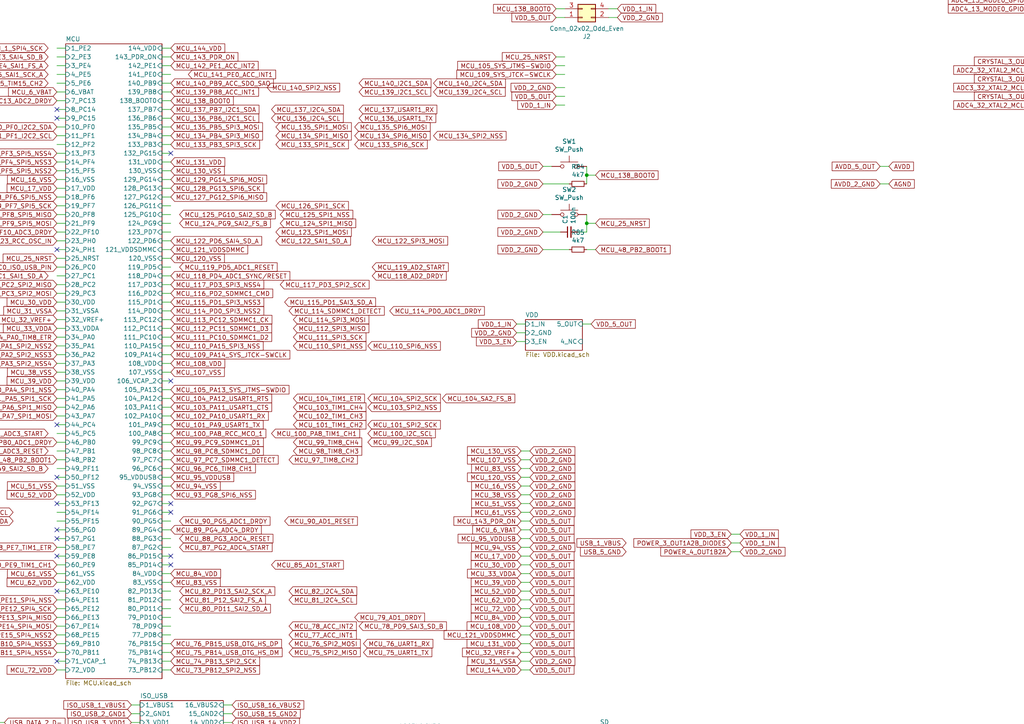
<source format=kicad_sch>
(kicad_sch (version 20210621) (generator eeschema)
  (paper "A4")
  (bus_alias "GND" (members))
  (junction (at 170.18 50.8) (diameter 0.9144))
  (junction (at 170.18 64.77) (diameter 0.9144))
  (no_connect (at -539.75 -93.98))
  (no_connect (at -539.75 -91.44))
  (no_connect (at -539.75 -88.9))
  (no_connect (at -539.75 -85.09))
  (no_connect (at -539.75 -80.01))
  (no_connect (at -539.75 -76.2))
  (no_connect (at -539.75 -71.12))
  (no_connect (at -539.75 -67.31))
  (no_connect (at -539.75 -64.77))
  (no_connect (at -539.75 -55.88))
  (no_connect (at -539.75 -46.99))
  (no_connect (at -539.75 -38.1))
  (no_connect (at -539.75 -35.56))
  (no_connect (at -539.75 -33.02))
  (no_connect (at -514.35 -91.44))
  (no_connect (at -514.35 -76.2))
  (no_connect (at -514.35 -55.88))
  (no_connect (at -514.35 -46.99))
  (no_connect (at -514.35 -35.56))
  (no_connect (at -514.35 -33.02))
  (no_connect (at -490.22 -93.98))
  (no_connect (at -490.22 -91.44))
  (no_connect (at -490.22 -85.09))
  (no_connect (at -490.22 -76.2))
  (no_connect (at -490.22 -73.66))
  (no_connect (at -490.22 -71.12))
  (no_connect (at -490.22 -67.31))
  (no_connect (at -490.22 -38.1))
  (no_connect (at -466.09 -93.98))
  (no_connect (at -466.09 -91.44))
  (no_connect (at -466.09 -82.55))
  (no_connect (at -466.09 -76.2))
  (no_connect (at -466.09 -67.31))
  (no_connect (at -466.09 -64.77))
  (no_connect (at -466.09 -53.34))
  (no_connect (at -466.09 -50.8))
  (no_connect (at -466.09 -44.45))
  (no_connect (at -466.09 -35.56))
  (no_connect (at -466.09 -33.02))
  (no_connect (at -443.23 -93.98))
  (no_connect (at -443.23 -88.9))
  (no_connect (at -443.23 -85.09))
  (no_connect (at -443.23 -80.01))
  (no_connect (at -443.23 -76.2))
  (no_connect (at -443.23 -71.12))
  (no_connect (at -443.23 -67.31))
  (no_connect (at -443.23 -62.23))
  (no_connect (at -353.06 -1.27))
  (no_connect (at -353.06 1.27))
  (no_connect (at -353.06 3.81))
  (no_connect (at -353.06 7.62))
  (no_connect (at -353.06 16.51))
  (no_connect (at -353.06 25.4))
  (no_connect (at -353.06 36.83))
  (no_connect (at -353.06 45.72))
  (no_connect (at -353.06 54.61))
  (no_connect (at -353.06 57.15))
  (no_connect (at -353.06 59.69))
  (no_connect (at -336.55 -85.09))
  (no_connect (at -336.55 -82.55))
  (no_connect (at -336.55 -80.01))
  (no_connect (at -336.55 -76.2))
  (no_connect (at -336.55 -71.12))
  (no_connect (at -336.55 -67.31))
  (no_connect (at -336.55 -62.23))
  (no_connect (at -336.55 -58.42))
  (no_connect (at -336.55 -53.34))
  (no_connect (at -336.55 -46.99))
  (no_connect (at -336.55 -38.1))
  (no_connect (at -336.55 -29.21))
  (no_connect (at -336.55 -26.67))
  (no_connect (at -336.55 -24.13))
  (no_connect (at -327.66 36.83))
  (no_connect (at -327.66 45.72))
  (no_connect (at -327.66 57.15))
  (no_connect (at -327.66 59.69))
  (no_connect (at -311.15 -82.55))
  (no_connect (at -311.15 -67.31))
  (no_connect (at -311.15 -46.99))
  (no_connect (at -311.15 -38.1))
  (no_connect (at -311.15 -26.67))
  (no_connect (at -311.15 -24.13))
  (no_connect (at -303.53 1.27))
  (no_connect (at -303.53 7.62))
  (no_connect (at -303.53 16.51))
  (no_connect (at -303.53 19.05))
  (no_connect (at -303.53 21.59))
  (no_connect (at -303.53 25.4))
  (no_connect (at -303.53 54.61))
  (no_connect (at -287.02 -85.09))
  (no_connect (at -287.02 -82.55))
  (no_connect (at -287.02 -76.2))
  (no_connect (at -287.02 -67.31))
  (no_connect (at -287.02 -64.77))
  (no_connect (at -287.02 -62.23))
  (no_connect (at -287.02 -58.42))
  (no_connect (at -287.02 -29.21))
  (no_connect (at -279.4 1.27))
  (no_connect (at -279.4 10.16))
  (no_connect (at -279.4 16.51))
  (no_connect (at -279.4 27.94))
  (no_connect (at -279.4 41.91))
  (no_connect (at -279.4 59.69))
  (no_connect (at -262.89 -85.09))
  (no_connect (at -262.89 -82.55))
  (no_connect (at -262.89 -73.66))
  (no_connect (at -262.89 -67.31))
  (no_connect (at -262.89 -58.42))
  (no_connect (at -262.89 -55.88))
  (no_connect (at -262.89 -44.45))
  (no_connect (at -262.89 -41.91))
  (no_connect (at -262.89 -35.56))
  (no_connect (at -262.89 -26.67))
  (no_connect (at -262.89 -24.13))
  (no_connect (at -240.03 -85.09))
  (no_connect (at -240.03 -80.01))
  (no_connect (at -240.03 -76.2))
  (no_connect (at -240.03 -71.12))
  (no_connect (at -240.03 -67.31))
  (no_connect (at -240.03 -62.23))
  (no_connect (at -240.03 -58.42))
  (no_connect (at -240.03 -53.34))
  (no_connect (at -177.8 300.99))
  (no_connect (at -177.8 303.53))
  (no_connect (at -177.8 341.63))
  (no_connect (at -177.8 392.43))
  (no_connect (at -177.8 407.67))
  (no_connect (at -177.8 415.29))
  (no_connect (at -177.8 422.91))
  (no_connect (at -177.8 425.45))
  (no_connect (at -177.8 430.53))
  (no_connect (at -177.8 440.69))
  (no_connect (at -177.8 461.01))
  (no_connect (at -144.78 313.69))
  (no_connect (at -144.78 379.73))
  (no_connect (at -144.78 415.29))
  (no_connect (at -144.78 417.83))
  (no_connect (at -144.78 430.53))
  (no_connect (at -144.78 433.07))
  (no_connect (at 16.51 31.75))
  (no_connect (at 16.51 34.29))
  (no_connect (at 16.51 72.39))
  (no_connect (at 16.51 123.19))
  (no_connect (at 16.51 138.43))
  (no_connect (at 16.51 146.05))
  (no_connect (at 16.51 153.67))
  (no_connect (at 16.51 156.21))
  (no_connect (at 16.51 161.29))
  (no_connect (at 16.51 171.45))
  (no_connect (at 16.51 191.77))
  (no_connect (at 49.53 44.45))
  (no_connect (at 49.53 110.49))
  (no_connect (at 49.53 146.05))
  (no_connect (at 49.53 148.59))
  (no_connect (at 49.53 161.29))
  (no_connect (at 49.53 163.83))
  (wire (pts (xy -351.79 -1.27) (xy -332.74 -1.27)))
  (wire (pts (xy -351.79 7.62) (xy -332.74 7.62)))
  (wire (pts (xy -351.79 16.51) (xy -332.74 16.51)))
  (wire (pts (xy -351.79 25.4) (xy -332.74 25.4)))
  (wire (pts (xy -351.79 36.83) (xy -334.01 36.83)))
  (wire (pts (xy -351.79 45.72) (xy -332.74 45.72)))
  (wire (pts (xy -351.79 54.61) (xy -332.74 54.61)))
  (wire (pts (xy -335.28 -85.09) (xy -316.23 -85.09)))
  (wire (pts (xy -335.28 -76.2) (xy -316.23 -76.2)))
  (wire (pts (xy -335.28 -67.31) (xy -316.23 -67.31)))
  (wire (pts (xy -335.28 -58.42) (xy -316.23 -58.42)))
  (wire (pts (xy -335.28 -46.99) (xy -317.5 -46.99)))
  (wire (pts (xy -335.28 -38.1) (xy -316.23 -38.1)))
  (wire (pts (xy -335.28 -29.21) (xy -316.23 -29.21)))
  (wire (pts (xy -326.39 -1.27) (xy -307.34 -1.27)))
  (wire (pts (xy -326.39 10.16) (xy -308.61 10.16)))
  (wire (pts (xy -326.39 19.05) (xy -307.34 19.05)))
  (wire (pts (xy -326.39 25.4) (xy -307.34 25.4)))
  (wire (pts (xy -326.39 36.83) (xy -307.34 36.83)))
  (wire (pts (xy -326.39 45.72) (xy -306.07 45.72)))
  (wire (pts (xy -326.39 57.15) (xy -307.34 57.15)))
  (wire (pts (xy -312.42 222.25) (xy -309.88 222.25)))
  (wire (pts (xy -312.42 224.79) (xy -309.88 224.79)))
  (wire (pts (xy -312.42 227.33) (xy -309.88 227.33)))
  (wire (pts (xy -312.42 229.87) (xy -309.88 229.87)))
  (wire (pts (xy -312.42 232.41) (xy -309.88 232.41)))
  (wire (pts (xy -312.42 234.95) (xy -309.88 234.95)))
  (wire (pts (xy -312.42 237.49) (xy -309.88 237.49)))
  (wire (pts (xy -312.42 240.03) (xy -309.88 240.03)))
  (wire (pts (xy -309.88 -85.09) (xy -290.83 -85.09)))
  (wire (pts (xy -309.88 -73.66) (xy -292.1 -73.66)))
  (wire (pts (xy -309.88 -64.77) (xy -290.83 -64.77)))
  (wire (pts (xy -309.88 -58.42) (xy -290.83 -58.42)))
  (wire (pts (xy -309.88 -46.99) (xy -290.83 -46.99)))
  (wire (pts (xy -309.88 -38.1) (xy -289.56 -38.1)))
  (wire (pts (xy -309.88 -26.67) (xy -290.83 -26.67)))
  (wire (pts (xy -309.88 204.47) (xy -312.42 204.47)))
  (wire (pts (xy -309.88 207.01) (xy -312.42 207.01)))
  (wire (pts (xy -309.88 209.55) (xy -312.42 209.55)))
  (wire (pts (xy -309.88 212.09) (xy -312.42 212.09)))
  (wire (pts (xy -309.88 214.63) (xy -312.42 214.63)))
  (wire (pts (xy -309.88 217.17) (xy -312.42 217.17)))
  (wire (pts (xy -309.88 219.71) (xy -312.42 219.71)))
  (wire (pts (xy -306.07 261.62) (xy -303.53 261.62)))
  (wire (pts (xy -306.07 276.86) (xy -303.53 276.86)))
  (wire (pts (xy -306.07 279.4) (xy -303.53 279.4)))
  (wire (pts (xy -306.07 281.94) (xy -303.53 281.94)))
  (wire (pts (xy -306.07 308.61) (xy -303.53 308.61)))
  (wire (pts (xy -306.07 311.15) (xy -303.53 311.15)))
  (wire (pts (xy -306.07 320.04) (xy -303.53 320.04)))
  (wire (pts (xy -306.07 322.58) (xy -303.53 322.58)))
  (wire (pts (xy -306.07 325.12) (xy -303.53 325.12)))
  (wire (pts (xy -306.07 327.66) (xy -303.53 327.66)))
  (wire (pts (xy -306.07 347.98) (xy -303.53 347.98)))
  (wire (pts (xy -306.07 350.52) (xy -303.53 350.52)))
  (wire (pts (xy -306.07 365.76) (xy -303.53 365.76)))
  (wire (pts (xy -306.07 368.3) (xy -303.53 368.3)))
  (wire (pts (xy -306.07 370.84) (xy -303.53 370.84)))
  (wire (pts (xy -306.07 373.38) (xy -303.53 373.38)))
  (wire (pts (xy -306.07 381) (xy -303.53 381)))
  (wire (pts (xy -306.07 383.54) (xy -303.53 383.54)))
  (wire (pts (xy -306.07 388.62) (xy -303.53 388.62)))
  (wire (pts (xy -306.07 391.16) (xy -303.53 391.16)))
  (wire (pts (xy -306.07 393.7) (xy -303.53 393.7)))
  (wire (pts (xy -306.07 396.24) (xy -303.53 396.24)))
  (wire (pts (xy -306.07 398.78) (xy -303.53 398.78)))
  (wire (pts (xy -306.07 401.32) (xy -303.53 401.32)))
  (wire (pts (xy -306.07 403.86) (xy -303.53 403.86)))
  (wire (pts (xy -306.07 412.75) (xy -303.53 412.75)))
  (wire (pts (xy -306.07 415.29) (xy -303.53 415.29)))
  (wire (pts (xy -306.07 417.83) (xy -303.53 417.83)))
  (wire (pts (xy -306.07 420.37) (xy -303.53 420.37)))
  (wire (pts (xy -303.53 256.54) (xy -306.07 256.54)))
  (wire (pts (xy -303.53 259.08) (xy -306.07 259.08)))
  (wire (pts (xy -303.53 266.7) (xy -306.07 266.7)))
  (wire (pts (xy -303.53 269.24) (xy -306.07 269.24)))
  (wire (pts (xy -303.53 271.78) (xy -306.07 271.78)))
  (wire (pts (xy -303.53 287.02) (xy -306.07 287.02)))
  (wire (pts (xy -303.53 289.56) (xy -306.07 289.56)))
  (wire (pts (xy -303.53 292.1) (xy -306.07 292.1)))
  (wire (pts (xy -303.53 297.18) (xy -306.07 297.18)))
  (wire (pts (xy -303.53 299.72) (xy -306.07 299.72)))
  (wire (pts (xy -303.53 302.26) (xy -306.07 302.26)))
  (wire (pts (xy -303.53 304.8) (xy -306.07 304.8)))
  (wire (pts (xy -303.53 313.69) (xy -306.07 313.69)))
  (wire (pts (xy -303.53 316.23) (xy -306.07 316.23)))
  (wire (pts (xy -303.53 331.47) (xy -306.07 331.47)))
  (wire (pts (xy -303.53 334.01) (xy -306.07 334.01)))
  (wire (pts (xy -303.53 336.55) (xy -306.07 336.55)))
  (wire (pts (xy -303.53 339.09) (xy -306.07 339.09)))
  (wire (pts (xy -303.53 356.87) (xy -306.07 356.87)))
  (wire (pts (xy -303.53 359.41) (xy -306.07 359.41)))
  (wire (pts (xy -303.53 427.99) (xy -306.07 427.99)))
  (wire (pts (xy -303.53 430.53) (xy -306.07 430.53)))
  (wire (pts (xy -302.26 1.27) (xy -281.94 1.27)))
  (wire (pts (xy -302.26 7.62) (xy -283.21 7.62)))
  (wire (pts (xy -302.26 19.05) (xy -281.94 19.05)))
  (wire (pts (xy -302.26 25.4) (xy -281.94 25.4)))
  (wire (pts (xy -302.26 36.83) (xy -283.21 36.83)))
  (wire (pts (xy -302.26 45.72) (xy -281.94 45.72)))
  (wire (pts (xy -302.26 57.15) (xy -283.21 57.15)))
  (wire (pts (xy -285.75 -82.55) (xy -265.43 -82.55)))
  (wire (pts (xy -285.75 -76.2) (xy -266.7 -76.2)))
  (wire (pts (xy -285.75 -64.77) (xy -265.43 -64.77)))
  (wire (pts (xy -285.75 -58.42) (xy -265.43 -58.42)))
  (wire (pts (xy -285.75 -46.99) (xy -266.7 -46.99)))
  (wire (pts (xy -285.75 -38.1) (xy -265.43 -38.1)))
  (wire (pts (xy -285.75 -26.67) (xy -266.7 -26.67)))
  (wire (pts (xy -278.13 1.27) (xy -260.35 1.27)))
  (wire (pts (xy -278.13 10.16) (xy -260.35 10.16)))
  (wire (pts (xy -278.13 19.05) (xy -259.08 19.05)))
  (wire (pts (xy -278.13 27.94) (xy -259.08 27.94)))
  (wire (pts (xy -278.13 36.83) (xy -259.08 36.83)))
  (wire (pts (xy -278.13 45.72) (xy -257.81 45.72)))
  (wire (pts (xy -278.13 54.61) (xy -259.08 54.61)))
  (wire (pts (xy -261.62 -82.55) (xy -243.84 -82.55)))
  (wire (pts (xy -261.62 -73.66) (xy -243.84 -73.66)))
  (wire (pts (xy -261.62 -64.77) (xy -242.57 -64.77)))
  (wire (pts (xy -261.62 -55.88) (xy -242.57 -55.88)))
  (wire (pts (xy -261.62 -46.99) (xy -242.57 -46.99)))
  (wire (pts (xy -261.62 -38.1) (xy -241.3 -38.1)))
  (wire (pts (xy -261.62 -29.21) (xy -242.57 -29.21)))
  (wire (pts (xy -255.27 1.27) (xy -236.22 1.27)))
  (wire (pts (xy -255.27 10.16) (xy -234.95 10.16)))
  (wire (pts (xy -255.27 19.05) (xy -234.95 19.05)))
  (wire (pts (xy -255.27 27.94) (xy -234.95 27.94)))
  (wire (pts (xy -238.76 -82.55) (xy -219.71 -82.55)))
  (wire (pts (xy -238.76 -73.66) (xy -218.44 -73.66)))
  (wire (pts (xy -238.76 -64.77) (xy -218.44 -64.77)))
  (wire (pts (xy -238.76 -55.88) (xy -218.44 -55.88)))
  (wire (pts (xy -196.85 60.96) (xy -194.31 60.96)))
  (wire (pts (xy -196.85 63.5) (xy -194.31 63.5)))
  (wire (pts (xy -196.85 66.04) (xy -194.31 66.04)))
  (wire (pts (xy -196.85 68.58) (xy -194.31 68.58)))
  (wire (pts (xy -196.85 71.12) (xy -194.31 71.12)))
  (wire (pts (xy -196.85 73.66) (xy -194.31 73.66)))
  (wire (pts (xy -196.85 76.2) (xy -194.31 76.2)))
  (wire (pts (xy -196.85 78.74) (xy -194.31 78.74)))
  (wire (pts (xy -196.85 81.28) (xy -194.31 81.28)))
  (wire (pts (xy -196.85 83.82) (xy -194.31 83.82)))
  (wire (pts (xy -196.85 86.36) (xy -194.31 86.36)))
  (wire (pts (xy -196.85 88.9) (xy -194.31 88.9)))
  (wire (pts (xy -196.85 92.71) (xy -194.31 92.71)))
  (wire (pts (xy -196.85 95.25) (xy -194.31 95.25)))
  (wire (pts (xy -196.85 97.79) (xy -194.31 97.79)))
  (wire (pts (xy -196.85 100.33) (xy -194.31 100.33)))
  (wire (pts (xy -196.85 102.87) (xy -194.31 102.87)))
  (wire (pts (xy -196.85 105.41) (xy -194.31 105.41)))
  (wire (pts (xy -196.85 107.95) (xy -194.31 107.95)))
  (wire (pts (xy -196.85 110.49) (xy -194.31 110.49)))
  (wire (pts (xy -196.85 113.03) (xy -194.31 113.03)))
  (wire (pts (xy -196.85 115.57) (xy -194.31 115.57)))
  (wire (pts (xy -196.85 118.11) (xy -194.31 118.11)))
  (wire (pts (xy -196.85 120.65) (xy -194.31 120.65)))
  (wire (pts (xy -196.85 124.46) (xy -194.31 124.46)))
  (wire (pts (xy -196.85 127) (xy -194.31 127)))
  (wire (pts (xy -196.85 129.54) (xy -194.31 129.54)))
  (wire (pts (xy -196.85 132.08) (xy -194.31 132.08)))
  (wire (pts (xy -196.85 134.62) (xy -194.31 134.62)))
  (wire (pts (xy -196.85 137.16) (xy -194.31 137.16)))
  (wire (pts (xy -196.85 139.7) (xy -194.31 139.7)))
  (wire (pts (xy -196.85 142.24) (xy -194.31 142.24)))
  (wire (pts (xy -196.85 144.78) (xy -194.31 144.78)))
  (wire (pts (xy -196.85 147.32) (xy -194.31 147.32)))
  (wire (pts (xy -196.85 149.86) (xy -194.31 149.86)))
  (wire (pts (xy -196.85 152.4) (xy -194.31 152.4)))
  (wire (pts (xy -196.85 156.21) (xy -194.31 156.21)))
  (wire (pts (xy -196.85 158.75) (xy -194.31 158.75)))
  (wire (pts (xy -196.85 161.29) (xy -194.31 161.29)))
  (wire (pts (xy -196.85 163.83) (xy -194.31 163.83)))
  (wire (pts (xy -196.85 166.37) (xy -194.31 166.37)))
  (wire (pts (xy -196.85 168.91) (xy -194.31 168.91)))
  (wire (pts (xy -196.85 171.45) (xy -194.31 171.45)))
  (wire (pts (xy -196.85 173.99) (xy -194.31 173.99)))
  (wire (pts (xy -196.85 176.53) (xy -194.31 176.53)))
  (wire (pts (xy -196.85 179.07) (xy -194.31 179.07)))
  (wire (pts (xy -196.85 181.61) (xy -194.31 181.61)))
  (wire (pts (xy -196.85 184.15) (xy -194.31 184.15)))
  (wire (pts (xy -186.69 13.97) (xy -184.15 13.97)))
  (wire (pts (xy -186.69 16.51) (xy -184.15 16.51)))
  (wire (pts (xy -186.69 19.05) (xy -184.15 19.05)))
  (wire (pts (xy -186.69 21.59) (xy -184.15 21.59)))
  (wire (pts (xy -186.69 24.13) (xy -184.15 24.13)))
  (wire (pts (xy -186.69 26.67) (xy -184.15 26.67)))
  (wire (pts (xy -186.69 29.21) (xy -184.15 29.21)))
  (wire (pts (xy -186.69 31.75) (xy -184.15 31.75)))
  (wire (pts (xy -186.69 34.29) (xy -184.15 34.29)))
  (wire (pts (xy -186.69 36.83) (xy -184.15 36.83)))
  (wire (pts (xy -186.69 39.37) (xy -184.15 39.37)))
  (wire (pts (xy -186.69 41.91) (xy -184.15 41.91)))
  (wire (pts (xy -186.69 44.45) (xy -184.15 44.45)))
  (wire (pts (xy -186.69 46.99) (xy -184.15 46.99)))
  (wire (pts (xy -186.69 49.53) (xy -184.15 49.53)))
  (wire (pts (xy -186.69 52.07) (xy -184.15 52.07)))
  (wire (pts (xy -177.8 283.21) (xy -175.26 283.21)))
  (wire (pts (xy -177.8 285.75) (xy -175.26 285.75)))
  (wire (pts (xy -177.8 298.45) (xy -175.26 298.45)))
  (wire (pts (xy -177.8 300.99) (xy -175.26 300.99)))
  (wire (pts (xy -177.8 303.53) (xy -175.26 303.53)))
  (wire (pts (xy -177.8 306.07) (xy -175.26 306.07)))
  (wire (pts (xy -177.8 308.61) (xy -175.26 308.61)))
  (wire (pts (xy -177.8 311.15) (xy -175.26 311.15)))
  (wire (pts (xy -177.8 313.69) (xy -175.26 313.69)))
  (wire (pts (xy -177.8 316.23) (xy -175.26 316.23)))
  (wire (pts (xy -177.8 318.77) (xy -175.26 318.77)))
  (wire (pts (xy -177.8 328.93) (xy -175.26 328.93)))
  (wire (pts (xy -177.8 336.55) (xy -175.26 336.55)))
  (wire (pts (xy -177.8 339.09) (xy -175.26 339.09)))
  (wire (pts (xy -177.8 341.63) (xy -175.26 341.63)))
  (wire (pts (xy -177.8 346.71) (xy -175.26 346.71)))
  (wire (pts (xy -177.8 351.79) (xy -175.26 351.79)))
  (wire (pts (xy -177.8 354.33) (xy -175.26 354.33)))
  (wire (pts (xy -177.8 356.87) (xy -175.26 356.87)))
  (wire (pts (xy -177.8 361.95) (xy -175.26 361.95)))
  (wire (pts (xy -177.8 364.49) (xy -175.26 364.49)))
  (wire (pts (xy -177.8 367.03) (xy -175.26 367.03)))
  (wire (pts (xy -177.8 369.57) (xy -175.26 369.57)))
  (wire (pts (xy -177.8 372.11) (xy -175.26 372.11)))
  (wire (pts (xy -177.8 374.65) (xy -175.26 374.65)))
  (wire (pts (xy -177.8 379.73) (xy -175.26 379.73)))
  (wire (pts (xy -177.8 382.27) (xy -175.26 382.27)))
  (wire (pts (xy -177.8 384.81) (xy -175.26 384.81)))
  (wire (pts (xy -177.8 389.89) (xy -175.26 389.89)))
  (wire (pts (xy -177.8 392.43) (xy -175.26 392.43)))
  (wire (pts (xy -177.8 394.97) (xy -175.26 394.97)))
  (wire (pts (xy -177.8 397.51) (xy -175.26 397.51)))
  (wire (pts (xy -177.8 400.05) (xy -175.26 400.05)))
  (wire (pts (xy -177.8 407.67) (xy -175.26 407.67)))
  (wire (pts (xy -177.8 412.75) (xy -175.26 412.75)))
  (wire (pts (xy -177.8 415.29) (xy -175.26 415.29)))
  (wire (pts (xy -177.8 417.83) (xy -175.26 417.83)))
  (wire (pts (xy -177.8 420.37) (xy -175.26 420.37)))
  (wire (pts (xy -177.8 422.91) (xy -175.26 422.91)))
  (wire (pts (xy -177.8 425.45) (xy -175.26 425.45)))
  (wire (pts (xy -177.8 427.99) (xy -175.26 427.99)))
  (wire (pts (xy -177.8 430.53) (xy -175.26 430.53)))
  (wire (pts (xy -177.8 433.07) (xy -175.26 433.07)))
  (wire (pts (xy -177.8 438.15) (xy -175.26 438.15)))
  (wire (pts (xy -177.8 440.69) (xy -175.26 440.69)))
  (wire (pts (xy -177.8 453.39) (xy -175.26 453.39)))
  (wire (pts (xy -177.8 458.47) (xy -175.26 458.47)))
  (wire (pts (xy -177.8 461.01) (xy -175.26 461.01)))
  (wire (pts (xy -177.8 463.55) (xy -175.26 463.55)))
  (wire (pts (xy -175.26 288.29) (xy -177.8 288.29)))
  (wire (pts (xy -175.26 290.83) (xy -177.8 290.83)))
  (wire (pts (xy -175.26 293.37) (xy -177.8 293.37)))
  (wire (pts (xy -175.26 295.91) (xy -177.8 295.91)))
  (wire (pts (xy -175.26 321.31) (xy -177.8 321.31)))
  (wire (pts (xy -175.26 323.85) (xy -177.8 323.85)))
  (wire (pts (xy -175.26 326.39) (xy -177.8 326.39)))
  (wire (pts (xy -175.26 331.47) (xy -177.8 331.47)))
  (wire (pts (xy -175.26 334.01) (xy -177.8 334.01)))
  (wire (pts (xy -175.26 344.17) (xy -177.8 344.17)))
  (wire (pts (xy -175.26 349.25) (xy -177.8 349.25)))
  (wire (pts (xy -175.26 359.41) (xy -177.8 359.41)))
  (wire (pts (xy -175.26 377.19) (xy -177.8 377.19)))
  (wire (pts (xy -175.26 387.35) (xy -177.8 387.35)))
  (wire (pts (xy -175.26 402.59) (xy -177.8 402.59)))
  (wire (pts (xy -175.26 405.13) (xy -177.8 405.13)))
  (wire (pts (xy -175.26 410.21) (xy -177.8 410.21)))
  (wire (pts (xy -175.26 435.61) (xy -177.8 435.61)))
  (wire (pts (xy -175.26 443.23) (xy -177.8 443.23)))
  (wire (pts (xy -175.26 445.77) (xy -177.8 445.77)))
  (wire (pts (xy -175.26 448.31) (xy -177.8 448.31)))
  (wire (pts (xy -175.26 450.85) (xy -177.8 450.85)))
  (wire (pts (xy -175.26 455.93) (xy -177.8 455.93)))
  (wire (pts (xy -147.32 90.17) (xy -144.78 90.17)))
  (wire (pts (xy -147.32 92.71) (xy -144.78 92.71)))
  (wire (pts (xy -147.32 95.25) (xy -144.78 95.25)))
  (wire (pts (xy -147.32 97.79) (xy -144.78 97.79)))
  (wire (pts (xy -147.32 101.6) (xy -144.78 101.6)))
  (wire (pts (xy -147.32 104.14) (xy -144.78 104.14)))
  (wire (pts (xy -147.32 106.68) (xy -144.78 106.68)))
  (wire (pts (xy -147.32 109.22) (xy -144.78 109.22)))
  (wire (pts (xy -147.32 113.03) (xy -144.78 113.03)))
  (wire (pts (xy -147.32 115.57) (xy -144.78 115.57)))
  (wire (pts (xy -147.32 118.11) (xy -144.78 118.11)))
  (wire (pts (xy -147.32 120.65) (xy -144.78 120.65)))
  (wire (pts (xy -147.32 124.46) (xy -144.78 124.46)))
  (wire (pts (xy -147.32 127) (xy -144.78 127)))
  (wire (pts (xy -147.32 129.54) (xy -144.78 129.54)))
  (wire (pts (xy -147.32 132.08) (xy -144.78 132.08)))
  (wire (pts (xy -147.32 137.16) (xy -144.78 137.16)))
  (wire (pts (xy -147.32 143.51) (xy -144.78 143.51)))
  (wire (pts (xy -147.32 149.86) (xy -144.78 149.86)))
  (wire (pts (xy -147.32 156.21) (xy -144.78 156.21)))
  (wire (pts (xy -147.32 293.37) (xy -144.78 293.37)))
  (wire (pts (xy -147.32 295.91) (xy -144.78 295.91)))
  (wire (pts (xy -147.32 298.45) (xy -144.78 298.45)))
  (wire (pts (xy -147.32 300.99) (xy -144.78 300.99)))
  (wire (pts (xy -147.32 303.53) (xy -144.78 303.53)))
  (wire (pts (xy -147.32 313.69) (xy -144.78 313.69)))
  (wire (pts (xy -147.32 316.23) (xy -144.78 316.23)))
  (wire (pts (xy -147.32 318.77) (xy -144.78 318.77)))
  (wire (pts (xy -147.32 321.31) (xy -144.78 321.31)))
  (wire (pts (xy -147.32 323.85) (xy -144.78 323.85)))
  (wire (pts (xy -147.32 326.39) (xy -144.78 326.39)))
  (wire (pts (xy -147.32 344.17) (xy -144.78 344.17)))
  (wire (pts (xy -147.32 346.71) (xy -144.78 346.71)))
  (wire (pts (xy -147.32 349.25) (xy -144.78 349.25)))
  (wire (pts (xy -147.32 354.33) (xy -144.78 354.33)))
  (wire (pts (xy -147.32 356.87) (xy -144.78 356.87)))
  (wire (pts (xy -147.32 359.41) (xy -144.78 359.41)))
  (wire (pts (xy -147.32 361.95) (xy -144.78 361.95)))
  (wire (pts (xy -147.32 364.49) (xy -144.78 364.49)))
  (wire (pts (xy -147.32 367.03) (xy -144.78 367.03)))
  (wire (pts (xy -147.32 372.11) (xy -144.78 372.11)))
  (wire (pts (xy -147.32 377.19) (xy -144.78 377.19)))
  (wire (pts (xy -147.32 379.73) (xy -144.78 379.73)))
  (wire (pts (xy -147.32 382.27) (xy -144.78 382.27)))
  (wire (pts (xy -147.32 384.81) (xy -144.78 384.81)))
  (wire (pts (xy -147.32 387.35) (xy -144.78 387.35)))
  (wire (pts (xy -147.32 389.89) (xy -144.78 389.89)))
  (wire (pts (xy -147.32 392.43) (xy -144.78 392.43)))
  (wire (pts (xy -147.32 394.97) (xy -144.78 394.97)))
  (wire (pts (xy -147.32 397.51) (xy -144.78 397.51)))
  (wire (pts (xy -147.32 400.05) (xy -144.78 400.05)))
  (wire (pts (xy -147.32 402.59) (xy -144.78 402.59)))
  (wire (pts (xy -147.32 405.13) (xy -144.78 405.13)))
  (wire (pts (xy -147.32 407.67) (xy -144.78 407.67)))
  (wire (pts (xy -147.32 410.21) (xy -144.78 410.21)))
  (wire (pts (xy -147.32 412.75) (xy -144.78 412.75)))
  (wire (pts (xy -147.32 415.29) (xy -144.78 415.29)))
  (wire (pts (xy -147.32 417.83) (xy -144.78 417.83)))
  (wire (pts (xy -147.32 420.37) (xy -144.78 420.37)))
  (wire (pts (xy -147.32 422.91) (xy -144.78 422.91)))
  (wire (pts (xy -147.32 425.45) (xy -144.78 425.45)))
  (wire (pts (xy -147.32 430.53) (xy -144.78 430.53)))
  (wire (pts (xy -147.32 433.07) (xy -144.78 433.07)))
  (wire (pts (xy -147.32 438.15) (xy -144.78 438.15)))
  (wire (pts (xy -147.32 440.69) (xy -144.78 440.69)))
  (wire (pts (xy -147.32 443.23) (xy -144.78 443.23)))
  (wire (pts (xy -147.32 445.77) (xy -144.78 445.77)))
  (wire (pts (xy -147.32 448.31) (xy -144.78 448.31)))
  (wire (pts (xy -147.32 455.93) (xy -144.78 455.93)))
  (wire (pts (xy -147.32 458.47) (xy -144.78 458.47)))
  (wire (pts (xy -147.32 461.01) (xy -144.78 461.01)))
  (wire (pts (xy -147.32 463.55) (xy -144.78 463.55)))
  (wire (pts (xy -144.78 139.7) (xy -147.32 139.7)))
  (wire (pts (xy -144.78 146.05) (xy -147.32 146.05)))
  (wire (pts (xy -144.78 152.4) (xy -147.32 152.4)))
  (wire (pts (xy -144.78 158.75) (xy -147.32 158.75)))
  (wire (pts (xy -144.78 283.21) (xy -147.32 283.21)))
  (wire (pts (xy -144.78 285.75) (xy -147.32 285.75)))
  (wire (pts (xy -144.78 288.29) (xy -147.32 288.29)))
  (wire (pts (xy -144.78 290.83) (xy -147.32 290.83)))
  (wire (pts (xy -144.78 306.07) (xy -147.32 306.07)))
  (wire (pts (xy -144.78 308.61) (xy -147.32 308.61)))
  (wire (pts (xy -144.78 311.15) (xy -147.32 311.15)))
  (wire (pts (xy -144.78 328.93) (xy -147.32 328.93)))
  (wire (pts (xy -144.78 331.47) (xy -147.32 331.47)))
  (wire (pts (xy -144.78 334.01) (xy -147.32 334.01)))
  (wire (pts (xy -144.78 336.55) (xy -147.32 336.55)))
  (wire (pts (xy -144.78 339.09) (xy -147.32 339.09)))
  (wire (pts (xy -144.78 341.63) (xy -147.32 341.63)))
  (wire (pts (xy -144.78 351.79) (xy -147.32 351.79)))
  (wire (pts (xy -144.78 369.57) (xy -147.32 369.57)))
  (wire (pts (xy -144.78 374.65) (xy -147.32 374.65)))
  (wire (pts (xy -144.78 427.99) (xy -147.32 427.99)))
  (wire (pts (xy -144.78 435.61) (xy -147.32 435.61)))
  (wire (pts (xy -144.78 450.85) (xy -147.32 450.85)))
  (wire (pts (xy -144.78 453.39) (xy -147.32 453.39)))
  (wire (pts (xy -138.43 13.97) (xy -135.89 13.97)))
  (wire (pts (xy -138.43 16.51) (xy -135.89 16.51)))
  (wire (pts (xy -138.43 19.05) (xy -135.89 19.05)))
  (wire (pts (xy -138.43 21.59) (xy -135.89 21.59)))
  (wire (pts (xy -138.43 24.13) (xy -135.89 24.13)))
  (wire (pts (xy -138.43 26.67) (xy -135.89 26.67)))
  (wire (pts (xy -138.43 29.21) (xy -135.89 29.21)))
  (wire (pts (xy -138.43 31.75) (xy -135.89 31.75)))
  (wire (pts (xy -138.43 34.29) (xy -135.89 34.29)))
  (wire (pts (xy -138.43 36.83) (xy -135.89 36.83)))
  (wire (pts (xy -138.43 39.37) (xy -135.89 39.37)))
  (wire (pts (xy -138.43 41.91) (xy -135.89 41.91)))
  (wire (pts (xy -138.43 44.45) (xy -135.89 44.45)))
  (wire (pts (xy -138.43 46.99) (xy -135.89 46.99)))
  (wire (pts (xy -138.43 49.53) (xy -135.89 49.53)))
  (wire (pts (xy -138.43 52.07) (xy -135.89 52.07)))
  (wire (pts (xy -130.81 -21.59) (xy -128.27 -21.59)))
  (wire (pts (xy -130.81 -10.16) (xy -128.27 -10.16)))
  (wire (pts (xy -123.19 -21.59) (xy -120.65 -21.59)))
  (wire (pts (xy -123.19 -10.16) (xy -120.65 -10.16)))
  (wire (pts (xy -102.87 236.22) (xy -100.33 236.22)))
  (wire (pts (xy -102.87 238.76) (xy -100.33 238.76)))
  (wire (pts (xy -102.87 241.3) (xy -100.33 241.3)))
  (wire (pts (xy -102.87 243.84) (xy -100.33 243.84)))
  (wire (pts (xy -102.87 246.38) (xy -100.33 246.38)))
  (wire (pts (xy -102.87 248.92) (xy -100.33 248.92)))
  (wire (pts (xy -102.87 251.46) (xy -100.33 251.46)))
  (wire (pts (xy -102.87 254) (xy -100.33 254)))
  (wire (pts (xy -100.33 66.04) (xy -95.25 66.04)))
  (wire (pts (xy -100.33 68.58) (xy -95.25 68.58)))
  (wire (pts (xy -100.33 71.12) (xy -95.25 71.12)))
  (wire (pts (xy -100.33 73.66) (xy -95.25 73.66)))
  (wire (pts (xy -86.36 80.01) (xy -81.28 80.01)))
  (wire (pts (xy -86.36 82.55) (xy -81.28 82.55)))
  (wire (pts (xy -86.36 110.49) (xy -83.82 110.49)))
  (wire (pts (xy -86.36 113.03) (xy -83.82 113.03)))
  (wire (pts (xy -86.36 115.57) (xy -83.82 115.57)))
  (wire (pts (xy -86.36 118.11) (xy -83.82 118.11)))
  (wire (pts (xy -86.36 120.65) (xy -83.82 120.65)))
  (wire (pts (xy -86.36 123.19) (xy -83.82 123.19)))
  (wire (pts (xy -86.36 134.62) (xy -83.82 134.62)))
  (wire (pts (xy -86.36 139.7) (xy -83.82 139.7)))
  (wire (pts (xy -86.36 142.24) (xy -83.82 142.24)))
  (wire (pts (xy -86.36 144.78) (xy -83.82 144.78)))
  (wire (pts (xy -86.36 147.32) (xy -83.82 147.32)))
  (wire (pts (xy -86.36 149.86) (xy -83.82 149.86)))
  (wire (pts (xy -86.36 154.94) (xy -83.82 154.94)))
  (wire (pts (xy -86.36 157.48) (xy -83.82 157.48)))
  (wire (pts (xy -86.36 160.02) (xy -83.82 160.02)))
  (wire (pts (xy -83.82 137.16) (xy -86.36 137.16)))
  (wire (pts (xy -83.82 165.1) (xy -86.36 165.1)))
  (wire (pts (xy -83.82 167.64) (xy -86.36 167.64)))
  (wire (pts (xy -80.01 90.17) (xy -77.47 90.17)))
  (wire (pts (xy -80.01 92.71) (xy -77.47 92.71)))
  (wire (pts (xy -80.01 95.25) (xy -77.47 95.25)))
  (wire (pts (xy -80.01 97.79) (xy -77.47 97.79)))
  (wire (pts (xy -24.13 209.55) (xy -21.59 209.55)))
  (wire (pts (xy -24.13 212.09) (xy -21.59 212.09)))
  (wire (pts (xy -24.13 214.63) (xy -21.59 214.63)))
  (wire (pts (xy -22.86 231.14) (xy -20.32 231.14)))
  (wire (pts (xy -22.86 236.22) (xy -20.32 236.22)))
  (wire (pts (xy -20.32 233.68) (xy -22.86 233.68)))
  (wire (pts (xy -20.32 238.76) (xy -22.86 238.76)))
  (wire (pts (xy -1.27 209.55) (xy 1.27 209.55)))
  (wire (pts (xy 16.51 13.97) (xy 19.05 13.97)))
  (wire (pts (xy 16.51 16.51) (xy 19.05 16.51)))
  (wire (pts (xy 16.51 29.21) (xy 19.05 29.21)))
  (wire (pts (xy 16.51 31.75) (xy 19.05 31.75)))
  (wire (pts (xy 16.51 34.29) (xy 19.05 34.29)))
  (wire (pts (xy 16.51 36.83) (xy 19.05 36.83)))
  (wire (pts (xy 16.51 39.37) (xy 19.05 39.37)))
  (wire (pts (xy 16.51 41.91) (xy 19.05 41.91)))
  (wire (pts (xy 16.51 44.45) (xy 19.05 44.45)))
  (wire (pts (xy 16.51 46.99) (xy 19.05 46.99)))
  (wire (pts (xy 16.51 49.53) (xy 19.05 49.53)))
  (wire (pts (xy 16.51 59.69) (xy 19.05 59.69)))
  (wire (pts (xy 16.51 67.31) (xy 19.05 67.31)))
  (wire (pts (xy 16.51 69.85) (xy 19.05 69.85)))
  (wire (pts (xy 16.51 72.39) (xy 19.05 72.39)))
  (wire (pts (xy 16.51 77.47) (xy 19.05 77.47)))
  (wire (pts (xy 16.51 82.55) (xy 19.05 82.55)))
  (wire (pts (xy 16.51 85.09) (xy 19.05 85.09)))
  (wire (pts (xy 16.51 87.63) (xy 19.05 87.63)))
  (wire (pts (xy 16.51 92.71) (xy 19.05 92.71)))
  (wire (pts (xy 16.51 95.25) (xy 19.05 95.25)))
  (wire (pts (xy 16.51 97.79) (xy 19.05 97.79)))
  (wire (pts (xy 16.51 100.33) (xy 19.05 100.33)))
  (wire (pts (xy 16.51 102.87) (xy 19.05 102.87)))
  (wire (pts (xy 16.51 105.41) (xy 19.05 105.41)))
  (wire (pts (xy 16.51 110.49) (xy 19.05 110.49)))
  (wire (pts (xy 16.51 113.03) (xy 19.05 113.03)))
  (wire (pts (xy 16.51 115.57) (xy 19.05 115.57)))
  (wire (pts (xy 16.51 120.65) (xy 19.05 120.65)))
  (wire (pts (xy 16.51 123.19) (xy 19.05 123.19)))
  (wire (pts (xy 16.51 125.73) (xy 19.05 125.73)))
  (wire (pts (xy 16.51 128.27) (xy 19.05 128.27)))
  (wire (pts (xy 16.51 130.81) (xy 19.05 130.81)))
  (wire (pts (xy 16.51 138.43) (xy 19.05 138.43)))
  (wire (pts (xy 16.51 143.51) (xy 19.05 143.51)))
  (wire (pts (xy 16.51 146.05) (xy 19.05 146.05)))
  (wire (pts (xy 16.51 148.59) (xy 19.05 148.59)))
  (wire (pts (xy 16.51 151.13) (xy 19.05 151.13)))
  (wire (pts (xy 16.51 153.67) (xy 19.05 153.67)))
  (wire (pts (xy 16.51 156.21) (xy 19.05 156.21)))
  (wire (pts (xy 16.51 158.75) (xy 19.05 158.75)))
  (wire (pts (xy 16.51 161.29) (xy 19.05 161.29)))
  (wire (pts (xy 16.51 163.83) (xy 19.05 163.83)))
  (wire (pts (xy 16.51 168.91) (xy 19.05 168.91)))
  (wire (pts (xy 16.51 171.45) (xy 19.05 171.45)))
  (wire (pts (xy 16.51 184.15) (xy 19.05 184.15)))
  (wire (pts (xy 16.51 189.23) (xy 19.05 189.23)))
  (wire (pts (xy 16.51 191.77) (xy 19.05 191.77)))
  (wire (pts (xy 16.51 194.31) (xy 19.05 194.31)))
  (wire (pts (xy 19.05 19.05) (xy 16.51 19.05)))
  (wire (pts (xy 19.05 21.59) (xy 16.51 21.59)))
  (wire (pts (xy 19.05 24.13) (xy 16.51 24.13)))
  (wire (pts (xy 19.05 26.67) (xy 16.51 26.67)))
  (wire (pts (xy 19.05 52.07) (xy 16.51 52.07)))
  (wire (pts (xy 19.05 54.61) (xy 16.51 54.61)))
  (wire (pts (xy 19.05 57.15) (xy 16.51 57.15)))
  (wire (pts (xy 19.05 62.23) (xy 16.51 62.23)))
  (wire (pts (xy 19.05 64.77) (xy 16.51 64.77)))
  (wire (pts (xy 19.05 74.93) (xy 16.51 74.93)))
  (wire (pts (xy 19.05 80.01) (xy 16.51 80.01)))
  (wire (pts (xy 19.05 90.17) (xy 16.51 90.17)))
  (wire (pts (xy 19.05 107.95) (xy 16.51 107.95)))
  (wire (pts (xy 19.05 118.11) (xy 16.51 118.11)))
  (wire (pts (xy 19.05 133.35) (xy 16.51 133.35)))
  (wire (pts (xy 19.05 135.89) (xy 16.51 135.89)))
  (wire (pts (xy 19.05 140.97) (xy 16.51 140.97)))
  (wire (pts (xy 19.05 166.37) (xy 16.51 166.37)))
  (wire (pts (xy 19.05 173.99) (xy 16.51 173.99)))
  (wire (pts (xy 19.05 176.53) (xy 16.51 176.53)))
  (wire (pts (xy 19.05 179.07) (xy 16.51 179.07)))
  (wire (pts (xy 19.05 181.61) (xy 16.51 181.61)))
  (wire (pts (xy 19.05 186.69) (xy 16.51 186.69)))
  (wire (pts (xy 36.83 256.54) (xy 39.37 256.54)))
  (wire (pts (xy 36.83 259.08) (xy 39.37 259.08)))
  (wire (pts (xy 36.83 261.62) (xy 39.37 261.62)))
  (wire (pts (xy 36.83 264.16) (xy 39.37 264.16)))
  (wire (pts (xy 36.83 266.7) (xy 39.37 266.7)))
  (wire (pts (xy 36.83 269.24) (xy 39.37 269.24)))
  (wire (pts (xy 36.83 271.78) (xy 39.37 271.78)))
  (wire (pts (xy 36.83 274.32) (xy 39.37 274.32)))
  (wire (pts (xy 36.83 297.18) (xy 39.37 297.18)))
  (wire (pts (xy 36.83 299.72) (xy 39.37 299.72)))
  (wire (pts (xy 36.83 302.26) (xy 39.37 302.26)))
  (wire (pts (xy 36.83 304.8) (xy 39.37 304.8)))
  (wire (pts (xy 36.83 307.34) (xy 39.37 307.34)))
  (wire (pts (xy 36.83 309.88) (xy 39.37 309.88)))
  (wire (pts (xy 36.83 312.42) (xy 39.37 312.42)))
  (wire (pts (xy 36.83 314.96) (xy 39.37 314.96)))
  (wire (pts (xy 38.1 204.47) (xy 40.64 204.47)))
  (wire (pts (xy 38.1 207.01) (xy 40.64 207.01)))
  (wire (pts (xy 38.1 209.55) (xy 40.64 209.55)))
  (wire (pts (xy 38.1 212.09) (xy 40.64 212.09)))
  (wire (pts (xy 38.1 214.63) (xy 40.64 214.63)))
  (wire (pts (xy 38.1 217.17) (xy 40.64 217.17)))
  (wire (pts (xy 38.1 219.71) (xy 40.64 219.71)))
  (wire (pts (xy 38.1 222.25) (xy 40.64 222.25)))
  (wire (pts (xy 46.99 24.13) (xy 49.53 24.13)))
  (wire (pts (xy 46.99 26.67) (xy 49.53 26.67)))
  (wire (pts (xy 46.99 29.21) (xy 49.53 29.21)))
  (wire (pts (xy 46.99 31.75) (xy 49.53 31.75)))
  (wire (pts (xy 46.99 34.29) (xy 49.53 34.29)))
  (wire (pts (xy 46.99 44.45) (xy 49.53 44.45)))
  (wire (pts (xy 46.99 46.99) (xy 49.53 46.99)))
  (wire (pts (xy 46.99 49.53) (xy 49.53 49.53)))
  (wire (pts (xy 46.99 52.07) (xy 49.53 52.07)))
  (wire (pts (xy 46.99 54.61) (xy 49.53 54.61)))
  (wire (pts (xy 46.99 57.15) (xy 49.53 57.15)))
  (wire (pts (xy 46.99 74.93) (xy 49.53 74.93)))
  (wire (pts (xy 46.99 77.47) (xy 49.53 77.47)))
  (wire (pts (xy 46.99 80.01) (xy 49.53 80.01)))
  (wire (pts (xy 46.99 85.09) (xy 49.53 85.09)))
  (wire (pts (xy 46.99 87.63) (xy 49.53 87.63)))
  (wire (pts (xy 46.99 90.17) (xy 49.53 90.17)))
  (wire (pts (xy 46.99 92.71) (xy 49.53 92.71)))
  (wire (pts (xy 46.99 95.25) (xy 49.53 95.25)))
  (wire (pts (xy 46.99 97.79) (xy 49.53 97.79)))
  (wire (pts (xy 46.99 102.87) (xy 49.53 102.87)))
  (wire (pts (xy 46.99 107.95) (xy 49.53 107.95)))
  (wire (pts (xy 46.99 110.49) (xy 49.53 110.49)))
  (wire (pts (xy 46.99 113.03) (xy 49.53 113.03)))
  (wire (pts (xy 46.99 115.57) (xy 49.53 115.57)))
  (wire (pts (xy 46.99 118.11) (xy 49.53 118.11)))
  (wire (pts (xy 46.99 120.65) (xy 49.53 120.65)))
  (wire (pts (xy 46.99 123.19) (xy 49.53 123.19)))
  (wire (pts (xy 46.99 125.73) (xy 49.53 125.73)))
  (wire (pts (xy 46.99 128.27) (xy 49.53 128.27)))
  (wire (pts (xy 46.99 130.81) (xy 49.53 130.81)))
  (wire (pts (xy 46.99 133.35) (xy 49.53 133.35)))
  (wire (pts (xy 46.99 135.89) (xy 49.53 135.89)))
  (wire (pts (xy 46.99 138.43) (xy 49.53 138.43)))
  (wire (pts (xy 46.99 140.97) (xy 49.53 140.97)))
  (wire (pts (xy 46.99 143.51) (xy 49.53 143.51)))
  (wire (pts (xy 46.99 146.05) (xy 49.53 146.05)))
  (wire (pts (xy 46.99 148.59) (xy 49.53 148.59)))
  (wire (pts (xy 46.99 151.13) (xy 49.53 151.13)))
  (wire (pts (xy 46.99 153.67) (xy 49.53 153.67)))
  (wire (pts (xy 46.99 156.21) (xy 49.53 156.21)))
  (wire (pts (xy 46.99 161.29) (xy 49.53 161.29)))
  (wire (pts (xy 46.99 163.83) (xy 49.53 163.83)))
  (wire (pts (xy 46.99 168.91) (xy 49.53 168.91)))
  (wire (pts (xy 46.99 171.45) (xy 49.53 171.45)))
  (wire (pts (xy 46.99 173.99) (xy 49.53 173.99)))
  (wire (pts (xy 46.99 176.53) (xy 49.53 176.53)))
  (wire (pts (xy 46.99 179.07) (xy 49.53 179.07)))
  (wire (pts (xy 46.99 186.69) (xy 49.53 186.69)))
  (wire (pts (xy 46.99 189.23) (xy 49.53 189.23)))
  (wire (pts (xy 46.99 191.77) (xy 49.53 191.77)))
  (wire (pts (xy 46.99 194.31) (xy 49.53 194.31)))
  (wire (pts (xy 49.53 13.97) (xy 46.99 13.97)))
  (wire (pts (xy 49.53 16.51) (xy 46.99 16.51)))
  (wire (pts (xy 49.53 19.05) (xy 46.99 19.05)))
  (wire (pts (xy 49.53 21.59) (xy 46.99 21.59)))
  (wire (pts (xy 49.53 36.83) (xy 46.99 36.83)))
  (wire (pts (xy 49.53 39.37) (xy 46.99 39.37)))
  (wire (pts (xy 49.53 41.91) (xy 46.99 41.91)))
  (wire (pts (xy 49.53 59.69) (xy 46.99 59.69)))
  (wire (pts (xy 49.53 62.23) (xy 46.99 62.23)))
  (wire (pts (xy 49.53 64.77) (xy 46.99 64.77)))
  (wire (pts (xy 49.53 67.31) (xy 46.99 67.31)))
  (wire (pts (xy 49.53 69.85) (xy 46.99 69.85)))
  (wire (pts (xy 49.53 72.39) (xy 46.99 72.39)))
  (wire (pts (xy 49.53 82.55) (xy 46.99 82.55)))
  (wire (pts (xy 49.53 100.33) (xy 46.99 100.33)))
  (wire (pts (xy 49.53 105.41) (xy 46.99 105.41)))
  (wire (pts (xy 49.53 158.75) (xy 46.99 158.75)))
  (wire (pts (xy 49.53 166.37) (xy 46.99 166.37)))
  (wire (pts (xy 49.53 181.61) (xy 46.99 181.61)))
  (wire (pts (xy 49.53 184.15) (xy 46.99 184.15)))
  (wire (pts (xy 53.34 233.68) (xy 55.88 233.68)))
  (wire (pts (xy 53.34 236.22) (xy 55.88 236.22)))
  (wire (pts (xy 55.88 228.6) (xy 53.34 228.6)))
  (wire (pts (xy 55.88 231.14) (xy 53.34 231.14)))
  (wire (pts (xy 55.88 238.76) (xy 53.34 238.76)))
  (wire (pts (xy 55.88 241.3) (xy 53.34 241.3)))
  (wire (pts (xy 55.88 243.84) (xy 53.34 243.84)))
  (wire (pts (xy 55.88 246.38) (xy 53.34 246.38)))
  (wire (pts (xy 55.88 323.85) (xy 53.34 323.85)))
  (wire (pts (xy 55.88 326.39) (xy 53.34 326.39)))
  (wire (pts (xy 55.88 328.93) (xy 53.34 328.93)))
  (wire (pts (xy 58.42 281.94) (xy 55.88 281.94)))
  (wire (pts (xy 58.42 284.48) (xy 55.88 284.48)))
  (wire (pts (xy 58.42 287.02) (xy 55.88 287.02)))
  (wire (pts (xy 63.5 256.54) (xy 60.96 256.54)))
  (wire (pts (xy 63.5 259.08) (xy 60.96 259.08)))
  (wire (pts (xy 63.5 261.62) (xy 60.96 261.62)))
  (wire (pts (xy 63.5 264.16) (xy 60.96 264.16)))
  (wire (pts (xy 63.5 266.7) (xy 60.96 266.7)))
  (wire (pts (xy 63.5 269.24) (xy 60.96 269.24)))
  (wire (pts (xy 63.5 271.78) (xy 60.96 271.78)))
  (wire (pts (xy 63.5 274.32) (xy 60.96 274.32)))
  (wire (pts (xy 63.5 297.18) (xy 60.96 297.18)))
  (wire (pts (xy 63.5 299.72) (xy 60.96 299.72)))
  (wire (pts (xy 63.5 302.26) (xy 60.96 302.26)))
  (wire (pts (xy 63.5 304.8) (xy 60.96 304.8)))
  (wire (pts (xy 63.5 307.34) (xy 60.96 307.34)))
  (wire (pts (xy 63.5 309.88) (xy 60.96 309.88)))
  (wire (pts (xy 63.5 312.42) (xy 60.96 312.42)))
  (wire (pts (xy 63.5 314.96) (xy 60.96 314.96)))
  (wire (pts (xy 67.31 204.47) (xy 64.77 204.47)))
  (wire (pts (xy 67.31 207.01) (xy 64.77 207.01)))
  (wire (pts (xy 67.31 209.55) (xy 64.77 209.55)))
  (wire (pts (xy 67.31 212.09) (xy 64.77 212.09)))
  (wire (pts (xy 67.31 214.63) (xy 64.77 214.63)))
  (wire (pts (xy 67.31 217.17) (xy 64.77 217.17)))
  (wire (pts (xy 67.31 219.71) (xy 64.77 219.71)))
  (wire (pts (xy 67.31 222.25) (xy 64.77 222.25)))
  (wire (pts (xy 72.39 -78.74) (xy 74.93 -78.74)))
  (wire (pts (xy 72.39 -76.2) (xy 74.93 -76.2)))
  (wire (pts (xy 74.93 -48.26) (xy 72.39 -48.26)))
  (wire (pts (xy 74.93 -45.72) (xy 72.39 -45.72)))
  (wire (pts (xy 74.93 -43.18) (xy 72.39 -43.18)))
  (wire (pts (xy 80.01 -102.87) (xy 82.55 -102.87)))
  (wire (pts (xy 80.01 -100.33) (xy 82.55 -100.33)))
  (wire (pts (xy 80.01 -97.79) (xy 82.55 -97.79)))
  (wire (pts (xy 81.28 -90.17) (xy 83.82 -90.17)))
  (wire (pts (xy 83.82 -87.63) (xy 81.28 -87.63)))
  (wire (pts (xy 97.79 -35.56) (xy 100.33 -35.56)))
  (wire (pts (xy 97.79 -33.02) (xy 100.33 -33.02)))
  (wire (pts (xy 99.06 -64.77) (xy 101.6 -64.77)))
  (wire (pts (xy 99.06 -62.23) (xy 101.6 -62.23)))
  (wire (pts (xy 100.33 -30.48) (xy 97.79 -30.48)))
  (wire (pts (xy 101.6 -59.69) (xy 99.06 -59.69)))
  (wire (pts (xy 102.87 -102.87) (xy 105.41 -102.87)))
  (wire (pts (xy 106.68 -49.53) (xy 104.14 -49.53)))
  (wire (pts (xy 106.68 -46.99) (xy 104.14 -46.99)))
  (wire (pts (xy 106.68 -44.45) (xy 104.14 -44.45)))
  (wire (pts (xy 106.68 -20.32) (xy 104.14 -20.32)))
  (wire (pts (xy 106.68 -17.78) (xy 104.14 -17.78)))
  (wire (pts (xy 106.68 -15.24) (xy 104.14 -15.24)))
  (wire (pts (xy 107.95 -78.74) (xy 105.41 -78.74)))
  (wire (pts (xy 107.95 -76.2) (xy 105.41 -76.2)))
  (wire (pts (xy 113.03 213.36) (xy 115.57 213.36)))
  (wire (pts (xy 113.03 220.98) (xy 115.57 220.98)))
  (wire (pts (xy 113.03 223.52) (xy 115.57 223.52)))
  (wire (pts (xy 113.03 228.6) (xy 115.57 228.6)))
  (wire (pts (xy 115.57 226.06) (xy 113.03 226.06)))
  (wire (pts (xy 116.84 -35.56) (xy 119.38 -35.56)))
  (wire (pts (xy 118.11 -64.77) (xy 120.65 -64.77)))
  (wire (pts (xy 128.27 261.62) (xy 130.81 261.62)))
  (wire (pts (xy 128.27 264.16) (xy 130.81 264.16)))
  (wire (pts (xy 128.27 266.7) (xy 130.81 266.7)))
  (wire (pts (xy 128.27 269.24) (xy 130.81 269.24)))
  (wire (pts (xy 132.08 237.49) (xy 129.54 237.49)))
  (wire (pts (xy 132.08 240.03) (xy 129.54 240.03)))
  (wire (pts (xy 132.08 242.57) (xy 129.54 242.57)))
  (wire (pts (xy 132.08 245.11) (xy 129.54 245.11)))
  (wire (pts (xy 132.08 247.65) (xy 129.54 247.65)))
  (wire (pts (xy 142.24 213.36) (xy 139.7 213.36)))
  (wire (pts (xy 142.24 215.9) (xy 139.7 215.9)))
  (wire (pts (xy 142.24 218.44) (xy 139.7 218.44)))
  (wire (pts (xy 142.24 226.06) (xy 139.7 226.06)))
  (wire (pts (xy 142.24 228.6) (xy 139.7 228.6)))
  (wire (pts (xy 149.86 93.98) (xy 152.4 93.98)))
  (wire (pts (xy 149.86 96.52) (xy 152.4 96.52)))
  (wire (pts (xy 151.13 151.13) (xy 153.67 151.13)))
  (wire (pts (xy 151.13 153.67) (xy 153.67 153.67)))
  (wire (pts (xy 151.13 163.83) (xy 153.67 163.83)))
  (wire (pts (xy 151.13 166.37) (xy 153.67 166.37)))
  (wire (pts (xy 151.13 168.91) (xy 153.67 168.91)))
  (wire (pts (xy 151.13 171.45) (xy 153.67 171.45)))
  (wire (pts (xy 151.13 173.99) (xy 153.67 173.99)))
  (wire (pts (xy 151.13 176.53) (xy 153.67 176.53)))
  (wire (pts (xy 151.13 179.07) (xy 153.67 179.07)))
  (wire (pts (xy 151.13 181.61) (xy 153.67 181.61)))
  (wire (pts (xy 151.13 184.15) (xy 153.67 184.15)))
  (wire (pts (xy 151.13 189.23) (xy 153.67 189.23)))
  (wire (pts (xy 152.4 99.06) (xy 149.86 99.06)))
  (wire (pts (xy 153.67 130.81) (xy 151.13 130.81)))
  (wire (pts (xy 153.67 133.35) (xy 151.13 133.35)))
  (wire (pts (xy 153.67 135.89) (xy 151.13 135.89)))
  (wire (pts (xy 153.67 138.43) (xy 151.13 138.43)))
  (wire (pts (xy 153.67 140.97) (xy 151.13 140.97)))
  (wire (pts (xy 153.67 143.51) (xy 151.13 143.51)))
  (wire (pts (xy 153.67 146.05) (xy 151.13 146.05)))
  (wire (pts (xy 153.67 148.59) (xy 151.13 148.59)))
  (wire (pts (xy 153.67 156.21) (xy 151.13 156.21)))
  (wire (pts (xy 153.67 158.75) (xy 151.13 158.75)))
  (wire (pts (xy 153.67 161.29) (xy 151.13 161.29)))
  (wire (pts (xy 153.67 186.69) (xy 151.13 186.69)))
  (wire (pts (xy 153.67 191.77) (xy 151.13 191.77)))
  (wire (pts (xy 153.67 194.31) (xy 151.13 194.31)))
  (wire (pts (xy 156.21 -74.93) (xy 158.75 -74.93)))
  (wire (pts (xy 156.21 -72.39) (xy 158.75 -72.39)))
  (wire (pts (xy 156.21 -69.85) (xy 158.75 -69.85)))
  (wire (pts (xy 157.48 48.26) (xy 160.02 48.26)))
  (wire (pts (xy 157.48 62.23) (xy 160.02 62.23)))
  (wire (pts (xy 157.48 67.31) (xy 162.56 67.31)))
  (wire (pts (xy 160.02 -59.69) (xy 162.56 -59.69)))
  (wire (pts (xy 160.02 -57.15) (xy 162.56 -57.15)))
  (wire (pts (xy 161.29 -6.35) (xy 163.83 -6.35)))
  (wire (pts (xy 161.29 2.54) (xy 163.83 2.54)))
  (wire (pts (xy 161.29 5.08) (xy 163.83 5.08)))
  (wire (pts (xy 161.29 16.51) (xy 163.83 16.51)))
  (wire (pts (xy 161.29 21.59) (xy 163.83 21.59)))
  (wire (pts (xy 161.29 25.4) (xy 163.83 25.4)))
  (wire (pts (xy 161.29 27.94) (xy 163.83 27.94)))
  (wire (pts (xy 161.29 30.48) (xy 163.83 30.48)))
  (wire (pts (xy 163.83 -8.89) (xy 161.29 -8.89)))
  (wire (pts (xy 163.83 19.05) (xy 161.29 19.05)))
  (wire (pts (xy 165.1 53.34) (xy 157.48 53.34)))
  (wire (pts (xy 165.1 72.39) (xy 157.48 72.39)))
  (wire (pts (xy 167.64 67.31) (xy 170.18 67.31)))
  (wire (pts (xy 168.91 93.98) (xy 171.45 93.98)))
  (wire (pts (xy 170.18 48.26) (xy 170.18 50.8)))
  (wire (pts (xy 170.18 50.8) (xy 170.18 53.34)))
  (wire (pts (xy 170.18 50.8) (xy 172.72 50.8)))
  (wire (pts (xy 170.18 62.23) (xy 170.18 64.77)))
  (wire (pts (xy 170.18 64.77) (xy 172.72 64.77)))
  (wire (pts (xy 170.18 67.31) (xy 170.18 64.77)))
  (wire (pts (xy 170.18 72.39) (xy 172.72 72.39)))
  (wire (pts (xy 171.45 212.09) (xy 173.99 212.09)))
  (wire (pts (xy 171.45 214.63) (xy 173.99 214.63)))
  (wire (pts (xy 171.45 219.71) (xy 173.99 219.71)))
  (wire (pts (xy 171.45 222.25) (xy 173.99 222.25)))
  (wire (pts (xy 173.99 217.17) (xy 171.45 217.17)))
  (wire (pts (xy 179.07 -8.89) (xy 176.53 -8.89)))
  (wire (pts (xy 179.07 -6.35) (xy 176.53 -6.35)))
  (wire (pts (xy 179.07 2.54) (xy 176.53 2.54)))
  (wire (pts (xy 179.07 5.08) (xy 176.53 5.08)))
  (wire (pts (xy 185.42 232.41) (xy 182.88 232.41)))
  (wire (pts (xy 185.42 234.95) (xy 182.88 234.95)))
  (wire (pts (xy 194.31 -85.09) (xy 191.77 -85.09)))
  (wire (pts (xy 195.58 -129.54) (xy 193.04 -129.54)))
  (wire (pts (xy 195.58 -127) (xy 193.04 -127)))
  (wire (pts (xy 195.58 -124.46) (xy 193.04 -124.46)))
  (wire (pts (xy 195.58 -121.92) (xy 193.04 -121.92)))
  (wire (pts (xy 195.58 -119.38) (xy 193.04 -119.38)))
  (wire (pts (xy 195.58 -116.84) (xy 193.04 -116.84)))
  (wire (pts (xy 195.58 -114.3) (xy 193.04 -114.3)))
  (wire (pts (xy 195.58 -111.76) (xy 193.04 -111.76)))
  (wire (pts (xy 195.58 -109.22) (xy 193.04 -109.22)))
  (wire (pts (xy 195.58 -106.68) (xy 193.04 -106.68)))
  (wire (pts (xy 195.58 -104.14) (xy 193.04 -104.14)))
  (wire (pts (xy 195.58 -101.6) (xy 193.04 -101.6)))
  (wire (pts (xy 195.58 -99.06) (xy 193.04 -99.06)))
  (wire (pts (xy 195.58 -96.52) (xy 193.04 -96.52)))
  (wire (pts (xy 195.58 -93.98) (xy 193.04 -93.98)))
  (wire (pts (xy 195.58 -91.44) (xy 193.04 -91.44)))
  (wire (pts (xy 198.12 212.09) (xy 195.58 212.09)))
  (wire (pts (xy 198.12 214.63) (xy 195.58 214.63)))
  (wire (pts (xy 198.12 217.17) (xy 195.58 217.17)))
  (wire (pts (xy 198.12 219.71) (xy 195.58 219.71)))
  (wire (pts (xy 201.93 -31.75) (xy 199.39 -31.75)))
  (wire (pts (xy 201.93 -29.21) (xy 199.39 -29.21)))
  (wire (pts (xy 201.93 -26.67) (xy 199.39 -26.67)))
  (wire (pts (xy 214.63 -19.05) (xy 212.09 -19.05)))
  (wire (pts (xy 214.63 -16.51) (xy 212.09 -16.51)))
  (wire (pts (xy 214.63 -13.97) (xy 212.09 -13.97)))
  (wire (pts (xy 214.63 154.94) (xy 212.09 154.94)))
  (wire (pts (xy 214.63 157.48) (xy 212.09 157.48)))
  (wire (pts (xy 214.63 160.02) (xy 212.09 160.02)))
  (wire (pts (xy 223.52 -31.75) (xy 226.06 -31.75)))
  (wire (pts (xy 223.52 -26.67) (xy 226.06 -26.67)))
  (wire (pts (xy 254 -87.63) (xy 251.46 -87.63)))
  (wire (pts (xy 254 -85.09) (xy 251.46 -85.09)))
  (wire (pts (xy 254 -82.55) (xy 251.46 -82.55)))
  (wire (pts (xy 254 -80.01) (xy 251.46 -80.01)))
  (wire (pts (xy 254 -77.47) (xy 251.46 -77.47)))
  (wire (pts (xy 254 -74.93) (xy 251.46 -74.93)))
  (wire (pts (xy 254 -72.39) (xy 251.46 -72.39)))
  (wire (pts (xy 254 -69.85) (xy 251.46 -69.85)))
  (wire (pts (xy 254 -67.31) (xy 251.46 -67.31)))
  (wire (pts (xy 254 -64.77) (xy 251.46 -64.77)))
  (wire (pts (xy 254 -62.23) (xy 251.46 -62.23)))
  (wire (pts (xy 254 -59.69) (xy 251.46 -59.69)))
  (wire (pts (xy 254 -57.15) (xy 251.46 -57.15)))
  (wire (pts (xy 254 -54.61) (xy 251.46 -54.61)))
  (wire (pts (xy 254 -52.07) (xy 251.46 -52.07)))
  (wire (pts (xy 254 -49.53) (xy 251.46 -49.53)))
  (wire (pts (xy 257.81 48.26) (xy 255.27 48.26)))
  (wire (pts (xy 257.81 53.34) (xy 255.27 53.34)))
  (wire (pts (xy 300.99 -38.1) (xy 303.53 -38.1)))
  (wire (pts (xy 300.99 -35.56) (xy 303.53 -35.56)))
  (wire (pts (xy 300.99 -27.94) (xy 303.53 -27.94)))
  (wire (pts (xy 300.99 -25.4) (xy 303.53 -25.4)))
  (wire (pts (xy 303.53 -33.02) (xy 300.99 -33.02)))
  (wire (pts (xy 303.53 -30.48) (xy 300.99 -30.48)))
  (wire (pts (xy 303.53 -10.16) (xy 300.99 -10.16)))
  (wire (pts (xy 303.53 -7.62) (xy 300.99 -7.62)))
  (wire (pts (xy 303.53 -5.08) (xy 300.99 -5.08)))
  (wire (pts (xy 303.53 -2.54) (xy 300.99 -2.54)))
  (wire (pts (xy 303.53 0) (xy 300.99 0)))
  (wire (pts (xy 303.53 2.54) (xy 300.99 2.54)))
  (wire (pts (xy 303.53 17.78) (xy 300.99 17.78)))
  (wire (pts (xy 303.53 20.32) (xy 300.99 20.32)))
  (wire (pts (xy 303.53 22.86) (xy 300.99 22.86)))
  (wire (pts (xy 303.53 25.4) (xy 300.99 25.4)))
  (wire (pts (xy 303.53 27.94) (xy 300.99 27.94)))
  (wire (pts (xy 303.53 30.48) (xy 300.99 30.48)))
  (wire (pts (xy 318.77 -87.63) (xy 321.31 -87.63)))
  (wire (pts (xy 326.39 -90.17) (xy 328.93 -90.17)))
  (wire (pts (xy 356.87 -137.16) (xy 354.33 -137.16)))
  (wire (pts (xy 356.87 -134.62) (xy 354.33 -134.62)))
  (wire (pts (xy 356.87 -132.08) (xy 354.33 -132.08)))
  (wire (pts (xy 356.87 -129.54) (xy 354.33 -129.54)))
  (wire (pts (xy 356.87 -118.11) (xy 354.33 -118.11)))
  (wire (pts (xy 356.87 -115.57) (xy 354.33 -115.57)))
  (wire (pts (xy 356.87 -113.03) (xy 354.33 -113.03)))
  (wire (pts (xy 356.87 -110.49) (xy 354.33 -110.49)))
  (wire (pts (xy 358.14 -177.8) (xy 355.6 -177.8)))
  (wire (pts (xy 358.14 -175.26) (xy 355.6 -175.26)))
  (wire (pts (xy 358.14 -172.72) (xy 355.6 -172.72)))
  (wire (pts (xy 358.14 -170.18) (xy 355.6 -170.18)))
  (wire (pts (xy 358.14 -167.64) (xy 355.6 -167.64)))
  (wire (pts (xy 358.14 -165.1) (xy 355.6 -165.1)))
  (wire (pts (xy 358.14 -162.56) (xy 355.6 -162.56)))
  (wire (pts (xy 358.14 -160.02) (xy 355.6 -160.02)))
  (wire (pts (xy 360.68 -102.87) (xy 363.22 -102.87)))
  (wire (pts (xy 360.68 -97.79) (xy 363.22 -97.79)))
  (wire (pts (xy 360.68 -92.71) (xy 363.22 -92.71)))
  (wire (pts (xy 360.68 -90.17) (xy 363.22 -90.17)))
  (wire (pts (xy 360.68 -87.63) (xy 363.22 -87.63)))
  (wire (pts (xy 360.68 -85.09) (xy 363.22 -85.09)))
  (wire (pts (xy 360.68 -77.47) (xy 363.22 -77.47)))
  (wire (pts (xy 360.68 -74.93) (xy 363.22 -74.93)))
  (wire (pts (xy 360.68 -63.5) (xy 363.22 -63.5)))
  (wire (pts (xy 360.68 -60.96) (xy 363.22 -60.96)))
  (wire (pts (xy 360.68 -53.34) (xy 363.22 -53.34)))
  (wire (pts (xy 360.68 -50.8) (xy 363.22 -50.8)))
  (wire (pts (xy 360.68 -34.29) (xy 358.14 -34.29)))
  (wire (pts (xy 360.68 -31.75) (xy 358.14 -31.75)))
  (wire (pts (xy 360.68 -29.21) (xy 358.14 -29.21)))
  (wire (pts (xy 360.68 -26.67) (xy 358.14 -26.67)))
  (wire (pts (xy 363.22 -100.33) (xy 360.68 -100.33)))
  (wire (pts (xy 363.22 -95.25) (xy 360.68 -95.25)))
  (wire (pts (xy 363.22 -82.55) (xy 360.68 -82.55)))
  (wire (pts (xy 363.22 -80.01) (xy 360.68 -80.01)))
  (wire (pts (xy 363.22 -72.39) (xy 360.68 -72.39)))
  (wire (pts (xy 363.22 -69.85) (xy 360.68 -69.85)))
  (wire (pts (xy 363.22 -58.42) (xy 360.68 -58.42)))
  (wire (pts (xy 363.22 -55.88) (xy 360.68 -55.88)))
  (wire (pts (xy 363.22 -48.26) (xy 360.68 -48.26)))
  (wire (pts (xy 363.22 -45.72) (xy 360.68 -45.72)))
  (wire (pts (xy 365.76 -196.85) (xy 370.84 -196.85)))
  (wire (pts (xy 365.76 -194.31) (xy 370.84 -194.31)))
  (wire (pts (xy 365.76 -191.77) (xy 370.84 -191.77)))
  (wire (pts (xy 365.76 -189.23) (xy 370.84 -189.23)))
  (wire (pts (xy 372.11 -137.16) (xy 369.57 -137.16)))
  (wire (pts (xy 372.11 -134.62) (xy 369.57 -134.62)))
  (wire (pts (xy 372.11 -132.08) (xy 369.57 -132.08)))
  (wire (pts (xy 372.11 -129.54) (xy 369.57 -129.54)))
  (wire (pts (xy 372.11 -118.11) (xy 369.57 -118.11)))
  (wire (pts (xy 372.11 -115.57) (xy 369.57 -115.57)))
  (wire (pts (xy 372.11 -113.03) (xy 369.57 -113.03)))
  (wire (pts (xy 372.11 -110.49) (xy 369.57 -110.49)))
  (wire (pts (xy 372.11 -15.24) (xy 374.65 -15.24)))
  (wire (pts (xy 372.11 -12.7) (xy 379.73 -12.7)))
  (wire (pts (xy 372.11 -6.35) (xy 379.73 -6.35)))
  (wire (pts (xy 372.11 0) (xy 379.73 0)))
  (wire (pts (xy 372.11 6.35) (xy 379.73 6.35)))
  (wire (pts (xy 374.65 -8.89) (xy 372.11 -8.89)))
  (wire (pts (xy 374.65 -2.54) (xy 372.11 -2.54)))
  (wire (pts (xy 374.65 3.81) (xy 372.11 3.81)))
  (wire (pts (xy 375.92 -34.29) (xy 373.38 -34.29)))
  (wire (pts (xy 375.92 -31.75) (xy 373.38 -31.75)))
  (wire (pts (xy 375.92 -29.21) (xy 373.38 -29.21)))
  (wire (pts (xy 375.92 -26.67) (xy 373.38 -26.67)))
  (wire (pts (xy 379.73 -15.24) (xy 379.73 -12.7)))
  (wire (pts (xy 379.73 -8.89) (xy 379.73 -6.35)))
  (wire (pts (xy 379.73 -2.54) (xy 379.73 0)))
  (wire (pts (xy 379.73 3.81) (xy 379.73 6.35)))
  (wire (pts (xy 447.04 308.61) (xy 449.58 308.61)))
  (wire (pts (xy 447.04 311.15) (xy 449.58 311.15)))
  (wire (pts (xy 447.04 326.39) (xy 449.58 326.39)))
  (wire (pts (xy 447.04 334.01) (xy 449.58 334.01)))
  (wire (pts (xy 447.04 336.55) (xy 449.58 336.55)))
  (wire (pts (xy 447.04 351.79) (xy 449.58 351.79)))
  (wire (pts (xy 447.04 370.84) (xy 449.58 370.84)))
  (wire (pts (xy 447.04 373.38) (xy 449.58 373.38)))
  (wire (pts (xy 447.04 388.62) (xy 449.58 388.62)))
  (wire (pts (xy 447.04 396.24) (xy 449.58 396.24)))
  (wire (pts (xy 447.04 398.78) (xy 449.58 398.78)))
  (wire (pts (xy 447.04 414.02) (xy 449.58 414.02)))
  (wire (pts (xy 448.31 132.08) (xy 450.85 132.08)))
  (wire (pts (xy 448.31 134.62) (xy 450.85 134.62)))
  (wire (pts (xy 448.31 149.86) (xy 450.85 149.86)))
  (wire (pts (xy 448.31 157.48) (xy 450.85 157.48)))
  (wire (pts (xy 448.31 160.02) (xy 450.85 160.02)))
  (wire (pts (xy 448.31 175.26) (xy 450.85 175.26)))
  (wire (pts (xy 448.31 191.77) (xy 450.85 191.77)))
  (wire (pts (xy 448.31 194.31) (xy 450.85 194.31)))
  (wire (pts (xy 448.31 209.55) (xy 450.85 209.55)))
  (wire (pts (xy 448.31 217.17) (xy 450.85 217.17)))
  (wire (pts (xy 448.31 219.71) (xy 450.85 219.71)))
  (wire (pts (xy 448.31 234.95) (xy 450.85 234.95)))
  (wire (pts (xy 449.58 306.07) (xy 447.04 306.07)))
  (wire (pts (xy 449.58 313.69) (xy 447.04 313.69)))
  (wire (pts (xy 449.58 316.23) (xy 447.04 316.23)))
  (wire (pts (xy 449.58 318.77) (xy 447.04 318.77)))
  (wire (pts (xy 449.58 321.31) (xy 447.04 321.31)))
  (wire (pts (xy 449.58 323.85) (xy 447.04 323.85)))
  (wire (pts (xy 449.58 328.93) (xy 447.04 328.93)))
  (wire (pts (xy 449.58 331.47) (xy 447.04 331.47)))
  (wire (pts (xy 449.58 339.09) (xy 447.04 339.09)))
  (wire (pts (xy 449.58 341.63) (xy 447.04 341.63)))
  (wire (pts (xy 449.58 344.17) (xy 447.04 344.17)))
  (wire (pts (xy 449.58 346.71) (xy 447.04 346.71)))
  (wire (pts (xy 449.58 349.25) (xy 447.04 349.25)))
  (wire (pts (xy 449.58 354.33) (xy 447.04 354.33)))
  (wire (pts (xy 449.58 368.3) (xy 447.04 368.3)))
  (wire (pts (xy 449.58 375.92) (xy 447.04 375.92)))
  (wire (pts (xy 449.58 378.46) (xy 447.04 378.46)))
  (wire (pts (xy 449.58 381) (xy 447.04 381)))
  (wire (pts (xy 449.58 383.54) (xy 447.04 383.54)))
  (wire (pts (xy 449.58 386.08) (xy 447.04 386.08)))
  (wire (pts (xy 449.58 391.16) (xy 447.04 391.16)))
  (wire (pts (xy 449.58 393.7) (xy 447.04 393.7)))
  (wire (pts (xy 449.58 401.32) (xy 447.04 401.32)))
  (wire (pts (xy 449.58 403.86) (xy 447.04 403.86)))
  (wire (pts (xy 449.58 406.4) (xy 447.04 406.4)))
  (wire (pts (xy 449.58 408.94) (xy 447.04 408.94)))
  (wire (pts (xy 449.58 411.48) (xy 447.04 411.48)))
  (wire (pts (xy 449.58 416.56) (xy 447.04 416.56)))
  (wire (pts (xy 450.85 129.54) (xy 448.31 129.54)))
  (wire (pts (xy 450.85 137.16) (xy 448.31 137.16)))
  (wire (pts (xy 450.85 139.7) (xy 448.31 139.7)))
  (wire (pts (xy 450.85 142.24) (xy 448.31 142.24)))
  (wire (pts (xy 450.85 144.78) (xy 448.31 144.78)))
  (wire (pts (xy 450.85 147.32) (xy 448.31 147.32)))
  (wire (pts (xy 450.85 152.4) (xy 448.31 152.4)))
  (wire (pts (xy 450.85 154.94) (xy 448.31 154.94)))
  (wire (pts (xy 450.85 162.56) (xy 448.31 162.56)))
  (wire (pts (xy 450.85 165.1) (xy 448.31 165.1)))
  (wire (pts (xy 450.85 167.64) (xy 448.31 167.64)))
  (wire (pts (xy 450.85 170.18) (xy 448.31 170.18)))
  (wire (pts (xy 450.85 172.72) (xy 448.31 172.72)))
  (wire (pts (xy 450.85 177.8) (xy 448.31 177.8)))
  (wire (pts (xy 450.85 189.23) (xy 448.31 189.23)))
  (wire (pts (xy 450.85 196.85) (xy 448.31 196.85)))
  (wire (pts (xy 450.85 199.39) (xy 448.31 199.39)))
  (wire (pts (xy 450.85 201.93) (xy 448.31 201.93)))
  (wire (pts (xy 450.85 204.47) (xy 448.31 204.47)))
  (wire (pts (xy 450.85 207.01) (xy 448.31 207.01)))
  (wire (pts (xy 450.85 212.09) (xy 448.31 212.09)))
  (wire (pts (xy 450.85 214.63) (xy 448.31 214.63)))
  (wire (pts (xy 450.85 222.25) (xy 448.31 222.25)))
  (wire (pts (xy 450.85 224.79) (xy 448.31 224.79)))
  (wire (pts (xy 450.85 227.33) (xy 448.31 227.33)))
  (wire (pts (xy 450.85 229.87) (xy 448.31 229.87)))
  (wire (pts (xy 450.85 232.41) (xy 448.31 232.41)))
  (wire (pts (xy 450.85 237.49) (xy 448.31 237.49)))
  (wire (pts (xy 459.74 -204.47) (xy 462.28 -204.47)))
  (wire (pts (xy 459.74 -201.93) (xy 462.28 -201.93)))
  (wire (pts (xy 459.74 -186.69) (xy 462.28 -186.69)))
  (wire (pts (xy 459.74 -179.07) (xy 462.28 -179.07)))
  (wire (pts (xy 459.74 -176.53) (xy 462.28 -176.53)))
  (wire (pts (xy 459.74 -161.29) (xy 462.28 -161.29)))
  (wire (pts (xy 459.74 -146.05) (xy 462.28 -146.05)))
  (wire (pts (xy 459.74 -143.51) (xy 462.28 -143.51)))
  (wire (pts (xy 459.74 -128.27) (xy 462.28 -128.27)))
  (wire (pts (xy 459.74 -120.65) (xy 462.28 -120.65)))
  (wire (pts (xy 459.74 -118.11) (xy 462.28 -118.11)))
  (wire (pts (xy 459.74 -102.87) (xy 462.28 -102.87)))
  (wire (pts (xy 459.74 -35.56) (xy 462.28 -35.56)))
  (wire (pts (xy 459.74 -33.02) (xy 462.28 -33.02)))
  (wire (pts (xy 459.74 -17.78) (xy 462.28 -17.78)))
  (wire (pts (xy 459.74 -10.16) (xy 462.28 -10.16)))
  (wire (pts (xy 459.74 -7.62) (xy 462.28 -7.62)))
  (wire (pts (xy 459.74 7.62) (xy 462.28 7.62)))
  (wire (pts (xy 459.74 22.86) (xy 462.28 22.86)))
  (wire (pts (xy 459.74 25.4) (xy 462.28 25.4)))
  (wire (pts (xy 459.74 40.64) (xy 462.28 40.64)))
  (wire (pts (xy 459.74 48.26) (xy 462.28 48.26)))
  (wire (pts (xy 459.74 50.8) (xy 462.28 50.8)))
  (wire (pts (xy 459.74 66.04) (xy 462.28 66.04)))
  (wire (pts (xy 462.28 -255.27) (xy 462.28 -252.73)))
  (wire (pts (xy 462.28 -248.92) (xy 462.28 -246.38)))
  (wire (pts (xy 462.28 -242.57) (xy 462.28 -240.03)))
  (wire (pts (xy 462.28 -236.22) (xy 462.28 -233.68)))
  (wire (pts (xy 462.28 -207.01) (xy 459.74 -207.01)))
  (wire (pts (xy 462.28 -199.39) (xy 459.74 -199.39)))
  (wire (pts (xy 462.28 -196.85) (xy 459.74 -196.85)))
  (wire (pts (xy 462.28 -194.31) (xy 459.74 -194.31)))
  (wire (pts (xy 462.28 -191.77) (xy 459.74 -191.77)))
  (wire (pts (xy 462.28 -189.23) (xy 459.74 -189.23)))
  (wire (pts (xy 462.28 -184.15) (xy 459.74 -184.15)))
  (wire (pts (xy 462.28 -181.61) (xy 459.74 -181.61)))
  (wire (pts (xy 462.28 -173.99) (xy 459.74 -173.99)))
  (wire (pts (xy 462.28 -171.45) (xy 459.74 -171.45)))
  (wire (pts (xy 462.28 -168.91) (xy 459.74 -168.91)))
  (wire (pts (xy 462.28 -166.37) (xy 459.74 -166.37)))
  (wire (pts (xy 462.28 -163.83) (xy 459.74 -163.83)))
  (wire (pts (xy 462.28 -158.75) (xy 459.74 -158.75)))
  (wire (pts (xy 462.28 -148.59) (xy 459.74 -148.59)))
  (wire (pts (xy 462.28 -140.97) (xy 459.74 -140.97)))
  (wire (pts (xy 462.28 -138.43) (xy 459.74 -138.43)))
  (wire (pts (xy 462.28 -135.89) (xy 459.74 -135.89)))
  (wire (pts (xy 462.28 -133.35) (xy 459.74 -133.35)))
  (wire (pts (xy 462.28 -130.81) (xy 459.74 -130.81)))
  (wire (pts (xy 462.28 -125.73) (xy 459.74 -125.73)))
  (wire (pts (xy 462.28 -123.19) (xy 459.74 -123.19)))
  (wire (pts (xy 462.28 -115.57) (xy 459.74 -115.57)))
  (wire (pts (xy 462.28 -113.03) (xy 459.74 -113.03)))
  (wire (pts (xy 462.28 -110.49) (xy 459.74 -110.49)))
  (wire (pts (xy 462.28 -107.95) (xy 459.74 -107.95)))
  (wire (pts (xy 462.28 -105.41) (xy 459.74 -105.41)))
  (wire (pts (xy 462.28 -100.33) (xy 459.74 -100.33)))
  (wire (pts (xy 462.28 -38.1) (xy 459.74 -38.1)))
  (wire (pts (xy 462.28 -30.48) (xy 459.74 -30.48)))
  (wire (pts (xy 462.28 -27.94) (xy 459.74 -27.94)))
  (wire (pts (xy 462.28 -25.4) (xy 459.74 -25.4)))
  (wire (pts (xy 462.28 -22.86) (xy 459.74 -22.86)))
  (wire (pts (xy 462.28 -20.32) (xy 459.74 -20.32)))
  (wire (pts (xy 462.28 -15.24) (xy 459.74 -15.24)))
  (wire (pts (xy 462.28 -12.7) (xy 459.74 -12.7)))
  (wire (pts (xy 462.28 -5.08) (xy 459.74 -5.08)))
  (wire (pts (xy 462.28 -2.54) (xy 459.74 -2.54)))
  (wire (pts (xy 462.28 0) (xy 459.74 0)))
  (wire (pts (xy 462.28 2.54) (xy 459.74 2.54)))
  (wire (pts (xy 462.28 5.08) (xy 459.74 5.08)))
  (wire (pts (xy 462.28 10.16) (xy 459.74 10.16)))
  (wire (pts (xy 462.28 20.32) (xy 459.74 20.32)))
  (wire (pts (xy 462.28 27.94) (xy 459.74 27.94)))
  (wire (pts (xy 462.28 30.48) (xy 459.74 30.48)))
  (wire (pts (xy 462.28 33.02) (xy 459.74 33.02)))
  (wire (pts (xy 462.28 35.56) (xy 459.74 35.56)))
  (wire (pts (xy 462.28 38.1) (xy 459.74 38.1)))
  (wire (pts (xy 462.28 43.18) (xy 459.74 43.18)))
  (wire (pts (xy 462.28 45.72) (xy 459.74 45.72)))
  (wire (pts (xy 462.28 53.34) (xy 459.74 53.34)))
  (wire (pts (xy 462.28 55.88) (xy 459.74 55.88)))
  (wire (pts (xy 462.28 58.42) (xy 459.74 58.42)))
  (wire (pts (xy 462.28 60.96) (xy 459.74 60.96)))
  (wire (pts (xy 462.28 63.5) (xy 459.74 63.5)))
  (wire (pts (xy 462.28 68.58) (xy 459.74 68.58)))
  (wire (pts (xy 462.28 306.07) (xy 464.82 306.07)))
  (wire (pts (xy 462.28 313.69) (xy 464.82 313.69)))
  (wire (pts (xy 462.28 316.23) (xy 464.82 316.23)))
  (wire (pts (xy 462.28 318.77) (xy 464.82 318.77)))
  (wire (pts (xy 462.28 321.31) (xy 464.82 321.31)))
  (wire (pts (xy 462.28 323.85) (xy 464.82 323.85)))
  (wire (pts (xy 462.28 326.39) (xy 464.82 326.39)))
  (wire (pts (xy 462.28 328.93) (xy 464.82 328.93)))
  (wire (pts (xy 462.28 331.47) (xy 464.82 331.47)))
  (wire (pts (xy 462.28 339.09) (xy 464.82 339.09)))
  (wire (pts (xy 462.28 341.63) (xy 464.82 341.63)))
  (wire (pts (xy 462.28 344.17) (xy 464.82 344.17)))
  (wire (pts (xy 462.28 346.71) (xy 464.82 346.71)))
  (wire (pts (xy 462.28 349.25) (xy 464.82 349.25)))
  (wire (pts (xy 462.28 351.79) (xy 464.82 351.79)))
  (wire (pts (xy 462.28 354.33) (xy 464.82 354.33)))
  (wire (pts (xy 462.28 368.3) (xy 464.82 368.3)))
  (wire (pts (xy 462.28 375.92) (xy 464.82 375.92)))
  (wire (pts (xy 462.28 378.46) (xy 464.82 378.46)))
  (wire (pts (xy 462.28 381) (xy 464.82 381)))
  (wire (pts (xy 462.28 383.54) (xy 464.82 383.54)))
  (wire (pts (xy 462.28 386.08) (xy 464.82 386.08)))
  (wire (pts (xy 462.28 388.62) (xy 464.82 388.62)))
  (wire (pts (xy 462.28 391.16) (xy 464.82 391.16)))
  (wire (pts (xy 462.28 393.7) (xy 464.82 393.7)))
  (wire (pts (xy 462.28 401.32) (xy 464.82 401.32)))
  (wire (pts (xy 462.28 403.86) (xy 464.82 403.86)))
  (wire (pts (xy 462.28 406.4) (xy 464.82 406.4)))
  (wire (pts (xy 462.28 408.94) (xy 464.82 408.94)))
  (wire (pts (xy 462.28 411.48) (xy 464.82 411.48)))
  (wire (pts (xy 462.28 414.02) (xy 464.82 414.02)))
  (wire (pts (xy 462.28 416.56) (xy 464.82 416.56)))
  (wire (pts (xy 463.55 129.54) (xy 466.09 129.54)))
  (wire (pts (xy 463.55 137.16) (xy 466.09 137.16)))
  (wire (pts (xy 463.55 139.7) (xy 466.09 139.7)))
  (wire (pts (xy 463.55 142.24) (xy 466.09 142.24)))
  (wire (pts (xy 463.55 144.78) (xy 466.09 144.78)))
  (wire (pts (xy 463.55 147.32) (xy 466.09 147.32)))
  (wire (pts (xy 463.55 149.86) (xy 466.09 149.86)))
  (wire (pts (xy 463.55 152.4) (xy 466.09 152.4)))
  (wire (pts (xy 463.55 154.94) (xy 466.09 154.94)))
  (wire (pts (xy 463.55 162.56) (xy 466.09 162.56)))
  (wire (pts (xy 463.55 165.1) (xy 466.09 165.1)))
  (wire (pts (xy 463.55 167.64) (xy 466.09 167.64)))
  (wire (pts (xy 463.55 170.18) (xy 466.09 170.18)))
  (wire (pts (xy 463.55 172.72) (xy 466.09 172.72)))
  (wire (pts (xy 463.55 175.26) (xy 466.09 175.26)))
  (wire (pts (xy 463.55 177.8) (xy 466.09 177.8)))
  (wire (pts (xy 463.55 189.23) (xy 466.09 189.23)))
  (wire (pts (xy 463.55 196.85) (xy 466.09 196.85)))
  (wire (pts (xy 463.55 199.39) (xy 466.09 199.39)))
  (wire (pts (xy 463.55 201.93) (xy 466.09 201.93)))
  (wire (pts (xy 463.55 204.47) (xy 466.09 204.47)))
  (wire (pts (xy 463.55 207.01) (xy 466.09 207.01)))
  (wire (pts (xy 463.55 209.55) (xy 466.09 209.55)))
  (wire (pts (xy 463.55 212.09) (xy 466.09 212.09)))
  (wire (pts (xy 463.55 214.63) (xy 466.09 214.63)))
  (wire (pts (xy 463.55 222.25) (xy 466.09 222.25)))
  (wire (pts (xy 463.55 224.79) (xy 466.09 224.79)))
  (wire (pts (xy 463.55 227.33) (xy 466.09 227.33)))
  (wire (pts (xy 463.55 229.87) (xy 466.09 229.87)))
  (wire (pts (xy 463.55 232.41) (xy 466.09 232.41)))
  (wire (pts (xy 463.55 234.95) (xy 466.09 234.95)))
  (wire (pts (xy 463.55 237.49) (xy 466.09 237.49)))
  (wire (pts (xy 464.82 308.61) (xy 462.28 308.61)))
  (wire (pts (xy 464.82 311.15) (xy 462.28 311.15)))
  (wire (pts (xy 464.82 334.01) (xy 462.28 334.01)))
  (wire (pts (xy 464.82 336.55) (xy 462.28 336.55)))
  (wire (pts (xy 464.82 370.84) (xy 462.28 370.84)))
  (wire (pts (xy 464.82 373.38) (xy 462.28 373.38)))
  (wire (pts (xy 464.82 396.24) (xy 462.28 396.24)))
  (wire (pts (xy 464.82 398.78) (xy 462.28 398.78)))
  (wire (pts (xy 466.09 132.08) (xy 463.55 132.08)))
  (wire (pts (xy 466.09 134.62) (xy 463.55 134.62)))
  (wire (pts (xy 466.09 157.48) (xy 463.55 157.48)))
  (wire (pts (xy 466.09 160.02) (xy 463.55 160.02)))
  (wire (pts (xy 466.09 191.77) (xy 463.55 191.77)))
  (wire (pts (xy 466.09 194.31) (xy 463.55 194.31)))
  (wire (pts (xy 466.09 217.17) (xy 463.55 217.17)))
  (wire (pts (xy 466.09 219.71) (xy 463.55 219.71)))
  (wire (pts (xy 474.98 -207.01) (xy 477.52 -207.01)))
  (wire (pts (xy 474.98 -199.39) (xy 477.52 -199.39)))
  (wire (pts (xy 474.98 -196.85) (xy 477.52 -196.85)))
  (wire (pts (xy 474.98 -194.31) (xy 477.52 -194.31)))
  (wire (pts (xy 474.98 -191.77) (xy 477.52 -191.77)))
  (wire (pts (xy 474.98 -189.23) (xy 477.52 -189.23)))
  (wire (pts (xy 474.98 -186.69) (xy 477.52 -186.69)))
  (wire (pts (xy 474.98 -184.15) (xy 477.52 -184.15)))
  (wire (pts (xy 474.98 -181.61) (xy 477.52 -181.61)))
  (wire (pts (xy 474.98 -173.99) (xy 477.52 -173.99)))
  (wire (pts (xy 474.98 -171.45) (xy 477.52 -171.45)))
  (wire (pts (xy 474.98 -168.91) (xy 477.52 -168.91)))
  (wire (pts (xy 474.98 -166.37) (xy 477.52 -166.37)))
  (wire (pts (xy 474.98 -163.83) (xy 477.52 -163.83)))
  (wire (pts (xy 474.98 -161.29) (xy 477.52 -161.29)))
  (wire (pts (xy 474.98 -158.75) (xy 477.52 -158.75)))
  (wire (pts (xy 474.98 -148.59) (xy 477.52 -148.59)))
  (wire (pts (xy 474.98 -140.97) (xy 477.52 -140.97)))
  (wire (pts (xy 474.98 -138.43) (xy 477.52 -138.43)))
  (wire (pts (xy 474.98 -135.89) (xy 477.52 -135.89)))
  (wire (pts (xy 474.98 -133.35) (xy 477.52 -133.35)))
  (wire (pts (xy 474.98 -130.81) (xy 477.52 -130.81)))
  (wire (pts (xy 474.98 -128.27) (xy 477.52 -128.27)))
  (wire (pts (xy 474.98 -125.73) (xy 477.52 -125.73)))
  (wire (pts (xy 474.98 -123.19) (xy 477.52 -123.19)))
  (wire (pts (xy 474.98 -115.57) (xy 477.52 -115.57)))
  (wire (pts (xy 474.98 -113.03) (xy 477.52 -113.03)))
  (wire (pts (xy 474.98 -110.49) (xy 477.52 -110.49)))
  (wire (pts (xy 474.98 -107.95) (xy 477.52 -107.95)))
  (wire (pts (xy 474.98 -105.41) (xy 477.52 -105.41)))
  (wire (pts (xy 474.98 -102.87) (xy 477.52 -102.87)))
  (wire (pts (xy 474.98 -100.33) (xy 477.52 -100.33)))
  (wire (pts (xy 474.98 -38.1) (xy 477.52 -38.1)))
  (wire (pts (xy 474.98 -30.48) (xy 477.52 -30.48)))
  (wire (pts (xy 474.98 -27.94) (xy 477.52 -27.94)))
  (wire (pts (xy 474.98 -25.4) (xy 477.52 -25.4)))
  (wire (pts (xy 474.98 -22.86) (xy 477.52 -22.86)))
  (wire (pts (xy 474.98 -20.32) (xy 477.52 -20.32)))
  (wire (pts (xy 474.98 -17.78) (xy 477.52 -17.78)))
  (wire (pts (xy 474.98 -15.24) (xy 477.52 -15.24)))
  (wire (pts (xy 474.98 -12.7) (xy 477.52 -12.7)))
  (wire (pts (xy 474.98 -5.08) (xy 477.52 -5.08)))
  (wire (pts (xy 474.98 -2.54) (xy 477.52 -2.54)))
  (wire (pts (xy 474.98 0) (xy 477.52 0)))
  (wire (pts (xy 474.98 2.54) (xy 477.52 2.54)))
  (wire (pts (xy 474.98 5.08) (xy 477.52 5.08)))
  (wire (pts (xy 474.98 7.62) (xy 477.52 7.62)))
  (wire (pts (xy 474.98 10.16) (xy 477.52 10.16)))
  (wire (pts (xy 474.98 20.32) (xy 477.52 20.32)))
  (wire (pts (xy 474.98 27.94) (xy 477.52 27.94)))
  (wire (pts (xy 474.98 30.48) (xy 477.52 30.48)))
  (wire (pts (xy 474.98 33.02) (xy 477.52 33.02)))
  (wire (pts (xy 474.98 35.56) (xy 477.52 35.56)))
  (wire (pts (xy 474.98 38.1) (xy 477.52 38.1)))
  (wire (pts (xy 474.98 40.64) (xy 477.52 40.64)))
  (wire (pts (xy 474.98 43.18) (xy 477.52 43.18)))
  (wire (pts (xy 474.98 45.72) (xy 477.52 45.72)))
  (wire (pts (xy 474.98 53.34) (xy 477.52 53.34)))
  (wire (pts (xy 474.98 55.88) (xy 477.52 55.88)))
  (wire (pts (xy 474.98 58.42) (xy 477.52 58.42)))
  (wire (pts (xy 474.98 60.96) (xy 477.52 60.96)))
  (wire (pts (xy 474.98 63.5) (xy 477.52 63.5)))
  (wire (pts (xy 474.98 66.04) (xy 477.52 66.04)))
  (wire (pts (xy 474.98 68.58) (xy 477.52 68.58)))
  (wire (pts (xy 477.52 -204.47) (xy 474.98 -204.47)))
  (wire (pts (xy 477.52 -201.93) (xy 474.98 -201.93)))
  (wire (pts (xy 477.52 -179.07) (xy 474.98 -179.07)))
  (wire (pts (xy 477.52 -176.53) (xy 474.98 -176.53)))
  (wire (pts (xy 477.52 -146.05) (xy 474.98 -146.05)))
  (wire (pts (xy 477.52 -143.51) (xy 474.98 -143.51)))
  (wire (pts (xy 477.52 -120.65) (xy 474.98 -120.65)))
  (wire (pts (xy 477.52 -118.11) (xy 474.98 -118.11)))
  (wire (pts (xy 477.52 -35.56) (xy 474.98 -35.56)))
  (wire (pts (xy 477.52 -33.02) (xy 474.98 -33.02)))
  (wire (pts (xy 477.52 -10.16) (xy 474.98 -10.16)))
  (wire (pts (xy 477.52 -7.62) (xy 474.98 -7.62)))
  (wire (pts (xy 477.52 22.86) (xy 474.98 22.86)))
  (wire (pts (xy 477.52 25.4) (xy 474.98 25.4)))
  (wire (pts (xy 477.52 48.26) (xy 474.98 48.26)))
  (wire (pts (xy 477.52 50.8) (xy 474.98 50.8)))
  (wire (pts (xy 528.32 152.4) (xy 530.86 152.4)))
  (wire (pts (xy 528.32 154.94) (xy 530.86 154.94)))
  (wire (pts (xy 528.32 157.48) (xy 530.86 157.48)))
  (wire (pts (xy 528.32 160.02) (xy 530.86 160.02)))
  (wire (pts (xy 528.32 228.6) (xy 530.86 228.6)))
  (wire (pts (xy 528.32 231.14) (xy 530.86 231.14)))
  (wire (pts (xy 528.32 233.68) (xy 530.86 233.68)))
  (wire (pts (xy 528.32 236.22) (xy 530.86 236.22)))
  (wire (pts (xy 528.32 320.04) (xy 530.86 320.04)))
  (wire (pts (xy 528.32 322.58) (xy 530.86 322.58)))
  (wire (pts (xy 528.32 325.12) (xy 530.86 325.12)))
  (wire (pts (xy 528.32 327.66) (xy 530.86 327.66)))
  (wire (pts (xy 528.32 396.24) (xy 530.86 396.24)))
  (wire (pts (xy 528.32 398.78) (xy 530.86 398.78)))
  (wire (pts (xy 528.32 401.32) (xy 530.86 401.32)))
  (wire (pts (xy 528.32 403.86) (xy 530.86 403.86)))
  (wire (pts (xy 530.86 -185.42) (xy 533.4 -185.42)))
  (wire (pts (xy 530.86 -182.88) (xy 533.4 -182.88)))
  (wire (pts (xy 530.86 -180.34) (xy 533.4 -180.34)))
  (wire (pts (xy 530.86 -177.8) (xy 533.4 -177.8)))
  (wire (pts (xy 530.86 -109.22) (xy 533.4 -109.22)))
  (wire (pts (xy 530.86 -106.68) (xy 533.4 -106.68)))
  (wire (pts (xy 530.86 -104.14) (xy 533.4 -104.14)))
  (wire (pts (xy 530.86 -101.6) (xy 533.4 -101.6)))
  (wire (pts (xy 530.86 -16.51) (xy 533.4 -16.51)))
  (wire (pts (xy 530.86 -13.97) (xy 533.4 -13.97)))
  (wire (pts (xy 530.86 -11.43) (xy 533.4 -11.43)))
  (wire (pts (xy 530.86 -8.89) (xy 533.4 -8.89)))
  (wire (pts (xy 530.86 59.69) (xy 533.4 59.69)))
  (wire (pts (xy 530.86 62.23) (xy 533.4 62.23)))
  (wire (pts (xy 530.86 64.77) (xy 533.4 64.77)))
  (wire (pts (xy 530.86 67.31) (xy 533.4 67.31)))
  (wire (pts (xy 530.86 121.92) (xy 528.32 121.92)))
  (wire (pts (xy 530.86 124.46) (xy 528.32 124.46)))
  (wire (pts (xy 530.86 127) (xy 528.32 127)))
  (wire (pts (xy 530.86 129.54) (xy 528.32 129.54)))
  (wire (pts (xy 530.86 132.08) (xy 528.32 132.08)))
  (wire (pts (xy 530.86 134.62) (xy 528.32 134.62)))
  (wire (pts (xy 530.86 137.16) (xy 528.32 137.16)))
  (wire (pts (xy 530.86 139.7) (xy 528.32 139.7)))
  (wire (pts (xy 530.86 142.24) (xy 528.32 142.24)))
  (wire (pts (xy 530.86 144.78) (xy 528.32 144.78)))
  (wire (pts (xy 530.86 147.32) (xy 528.32 147.32)))
  (wire (pts (xy 530.86 149.86) (xy 528.32 149.86)))
  (wire (pts (xy 530.86 198.12) (xy 528.32 198.12)))
  (wire (pts (xy 530.86 200.66) (xy 528.32 200.66)))
  (wire (pts (xy 530.86 203.2) (xy 528.32 203.2)))
  (wire (pts (xy 530.86 205.74) (xy 528.32 205.74)))
  (wire (pts (xy 530.86 208.28) (xy 528.32 208.28)))
  (wire (pts (xy 530.86 210.82) (xy 528.32 210.82)))
  (wire (pts (xy 530.86 213.36) (xy 528.32 213.36)))
  (wire (pts (xy 530.86 215.9) (xy 528.32 215.9)))
  (wire (pts (xy 530.86 218.44) (xy 528.32 218.44)))
  (wire (pts (xy 530.86 220.98) (xy 528.32 220.98)))
  (wire (pts (xy 530.86 223.52) (xy 528.32 223.52)))
  (wire (pts (xy 530.86 226.06) (xy 528.32 226.06)))
  (wire (pts (xy 530.86 289.56) (xy 528.32 289.56)))
  (wire (pts (xy 530.86 292.1) (xy 528.32 292.1)))
  (wire (pts (xy 530.86 294.64) (xy 528.32 294.64)))
  (wire (pts (xy 530.86 297.18) (xy 528.32 297.18)))
  (wire (pts (xy 530.86 299.72) (xy 528.32 299.72)))
  (wire (pts (xy 530.86 302.26) (xy 528.32 302.26)))
  (wire (pts (xy 530.86 304.8) (xy 528.32 304.8)))
  (wire (pts (xy 530.86 307.34) (xy 528.32 307.34)))
  (wire (pts (xy 530.86 309.88) (xy 528.32 309.88)))
  (wire (pts (xy 530.86 312.42) (xy 528.32 312.42)))
  (wire (pts (xy 530.86 314.96) (xy 528.32 314.96)))
  (wire (pts (xy 530.86 317.5) (xy 528.32 317.5)))
  (wire (pts (xy 530.86 365.76) (xy 528.32 365.76)))
  (wire (pts (xy 530.86 368.3) (xy 528.32 368.3)))
  (wire (pts (xy 530.86 370.84) (xy 528.32 370.84)))
  (wire (pts (xy 530.86 373.38) (xy 528.32 373.38)))
  (wire (pts (xy 530.86 375.92) (xy 528.32 375.92)))
  (wire (pts (xy 530.86 378.46) (xy 528.32 378.46)))
  (wire (pts (xy 530.86 381) (xy 528.32 381)))
  (wire (pts (xy 530.86 383.54) (xy 528.32 383.54)))
  (wire (pts (xy 530.86 386.08) (xy 528.32 386.08)))
  (wire (pts (xy 530.86 388.62) (xy 528.32 388.62)))
  (wire (pts (xy 530.86 391.16) (xy 528.32 391.16)))
  (wire (pts (xy 530.86 393.7) (xy 528.32 393.7)))
  (wire (pts (xy 533.4 -215.9) (xy 530.86 -215.9)))
  (wire (pts (xy 533.4 -213.36) (xy 530.86 -213.36)))
  (wire (pts (xy 533.4 -210.82) (xy 530.86 -210.82)))
  (wire (pts (xy 533.4 -208.28) (xy 530.86 -208.28)))
  (wire (pts (xy 533.4 -205.74) (xy 530.86 -205.74)))
  (wire (pts (xy 533.4 -203.2) (xy 530.86 -203.2)))
  (wire (pts (xy 533.4 -200.66) (xy 530.86 -200.66)))
  (wire (pts (xy 533.4 -198.12) (xy 530.86 -198.12)))
  (wire (pts (xy 533.4 -195.58) (xy 530.86 -195.58)))
  (wire (pts (xy 533.4 -193.04) (xy 530.86 -193.04)))
  (wire (pts (xy 533.4 -190.5) (xy 530.86 -190.5)))
  (wire (pts (xy 533.4 -187.96) (xy 530.86 -187.96)))
  (wire (pts (xy 533.4 -139.7) (xy 530.86 -139.7)))
  (wire (pts (xy 533.4 -137.16) (xy 530.86 -137.16)))
  (wire (pts (xy 533.4 -134.62) (xy 530.86 -134.62)))
  (wire (pts (xy 533.4 -132.08) (xy 530.86 -132.08)))
  (wire (pts (xy 533.4 -129.54) (xy 530.86 -129.54)))
  (wire (pts (xy 533.4 -127) (xy 530.86 -127)))
  (wire (pts (xy 533.4 -124.46) (xy 530.86 -124.46)))
  (wire (pts (xy 533.4 -121.92) (xy 530.86 -121.92)))
  (wire (pts (xy 533.4 -119.38) (xy 530.86 -119.38)))
  (wire (pts (xy 533.4 -116.84) (xy 530.86 -116.84)))
  (wire (pts (xy 533.4 -114.3) (xy 530.86 -114.3)))
  (wire (pts (xy 533.4 -111.76) (xy 530.86 -111.76)))
  (wire (pts (xy 533.4 -46.99) (xy 530.86 -46.99)))
  (wire (pts (xy 533.4 -44.45) (xy 530.86 -44.45)))
  (wire (pts (xy 533.4 -41.91) (xy 530.86 -41.91)))
  (wire (pts (xy 533.4 -39.37) (xy 530.86 -39.37)))
  (wire (pts (xy 533.4 -36.83) (xy 530.86 -36.83)))
  (wire (pts (xy 533.4 -34.29) (xy 530.86 -34.29)))
  (wire (pts (xy 533.4 -31.75) (xy 530.86 -31.75)))
  (wire (pts (xy 533.4 -29.21) (xy 530.86 -29.21)))
  (wire (pts (xy 533.4 -26.67) (xy 530.86 -26.67)))
  (wire (pts (xy 533.4 -24.13) (xy 530.86 -24.13)))
  (wire (pts (xy 533.4 -21.59) (xy 530.86 -21.59)))
  (wire (pts (xy 533.4 -19.05) (xy 530.86 -19.05)))
  (wire (pts (xy 533.4 29.21) (xy 530.86 29.21)))
  (wire (pts (xy 533.4 31.75) (xy 530.86 31.75)))
  (wire (pts (xy 533.4 34.29) (xy 530.86 34.29)))
  (wire (pts (xy 533.4 36.83) (xy 530.86 36.83)))
  (wire (pts (xy 533.4 39.37) (xy 530.86 39.37)))
  (wire (pts (xy 533.4 41.91) (xy 530.86 41.91)))
  (wire (pts (xy 533.4 44.45) (xy 530.86 44.45)))
  (wire (pts (xy 533.4 46.99) (xy 530.86 46.99)))
  (wire (pts (xy 533.4 49.53) (xy 530.86 49.53)))
  (wire (pts (xy 533.4 52.07) (xy 530.86 52.07)))
  (wire (pts (xy 533.4 54.61) (xy 530.86 54.61)))
  (wire (pts (xy 533.4 57.15) (xy 530.86 57.15)))
  (wire (pts (xy 549.91 170.18) (xy 547.37 170.18)))
  (wire (pts (xy 549.91 172.72) (xy 547.37 172.72)))
  (wire (pts (xy 549.91 175.26) (xy 547.37 175.26)))
  (wire (pts (xy 549.91 177.8) (xy 547.37 177.8)))
  (wire (pts (xy 549.91 180.34) (xy 547.37 180.34)))
  (wire (pts (xy 549.91 182.88) (xy 547.37 182.88)))
  (wire (pts (xy 549.91 185.42) (xy 547.37 185.42)))
  (wire (pts (xy 549.91 187.96) (xy 547.37 187.96)))
  (wire (pts (xy 549.91 246.38) (xy 547.37 246.38)))
  (wire (pts (xy 549.91 248.92) (xy 547.37 248.92)))
  (wire (pts (xy 549.91 251.46) (xy 547.37 251.46)))
  (wire (pts (xy 549.91 254) (xy 547.37 254)))
  (wire (pts (xy 549.91 256.54) (xy 547.37 256.54)))
  (wire (pts (xy 549.91 259.08) (xy 547.37 259.08)))
  (wire (pts (xy 549.91 261.62) (xy 547.37 261.62)))
  (wire (pts (xy 549.91 264.16) (xy 547.37 264.16)))
  (wire (pts (xy 549.91 337.82) (xy 547.37 337.82)))
  (wire (pts (xy 549.91 340.36) (xy 547.37 340.36)))
  (wire (pts (xy 549.91 342.9) (xy 547.37 342.9)))
  (wire (pts (xy 549.91 345.44) (xy 547.37 345.44)))
  (wire (pts (xy 549.91 347.98) (xy 547.37 347.98)))
  (wire (pts (xy 549.91 350.52) (xy 547.37 350.52)))
  (wire (pts (xy 549.91 353.06) (xy 547.37 353.06)))
  (wire (pts (xy 549.91 355.6) (xy 547.37 355.6)))
  (wire (pts (xy 549.91 414.02) (xy 547.37 414.02)))
  (wire (pts (xy 549.91 416.56) (xy 547.37 416.56)))
  (wire (pts (xy 549.91 419.1) (xy 547.37 419.1)))
  (wire (pts (xy 549.91 421.64) (xy 547.37 421.64)))
  (wire (pts (xy 549.91 424.18) (xy 547.37 424.18)))
  (wire (pts (xy 549.91 426.72) (xy 547.37 426.72)))
  (wire (pts (xy 549.91 429.26) (xy 547.37 429.26)))
  (wire (pts (xy 549.91 431.8) (xy 547.37 431.8)))
  (wire (pts (xy 552.45 -167.64) (xy 549.91 -167.64)))
  (wire (pts (xy 552.45 -165.1) (xy 549.91 -165.1)))
  (wire (pts (xy 552.45 -162.56) (xy 549.91 -162.56)))
  (wire (pts (xy 552.45 -160.02) (xy 549.91 -160.02)))
  (wire (pts (xy 552.45 -157.48) (xy 549.91 -157.48)))
  (wire (pts (xy 552.45 -154.94) (xy 549.91 -154.94)))
  (wire (pts (xy 552.45 -152.4) (xy 549.91 -152.4)))
  (wire (pts (xy 552.45 -149.86) (xy 549.91 -149.86)))
  (wire (pts (xy 552.45 -91.44) (xy 549.91 -91.44)))
  (wire (pts (xy 552.45 -88.9) (xy 549.91 -88.9)))
  (wire (pts (xy 552.45 -86.36) (xy 549.91 -86.36)))
  (wire (pts (xy 552.45 -83.82) (xy 549.91 -83.82)))
  (wire (pts (xy 552.45 -81.28) (xy 549.91 -81.28)))
  (wire (pts (xy 552.45 -78.74) (xy 549.91 -78.74)))
  (wire (pts (xy 552.45 -76.2) (xy 549.91 -76.2)))
  (wire (pts (xy 552.45 -73.66) (xy 549.91 -73.66)))
  (wire (pts (xy 552.45 1.27) (xy 549.91 1.27)))
  (wire (pts (xy 552.45 3.81) (xy 549.91 3.81)))
  (wire (pts (xy 552.45 6.35) (xy 549.91 6.35)))
  (wire (pts (xy 552.45 8.89) (xy 549.91 8.89)))
  (wire (pts (xy 552.45 11.43) (xy 549.91 11.43)))
  (wire (pts (xy 552.45 13.97) (xy 549.91 13.97)))
  (wire (pts (xy 552.45 16.51) (xy 549.91 16.51)))
  (wire (pts (xy 552.45 19.05) (xy 549.91 19.05)))
  (wire (pts (xy 552.45 77.47) (xy 549.91 77.47)))
  (wire (pts (xy 552.45 80.01) (xy 549.91 80.01)))
  (wire (pts (xy 552.45 82.55) (xy 549.91 82.55)))
  (wire (pts (xy 552.45 85.09) (xy 549.91 85.09)))
  (wire (pts (xy 552.45 87.63) (xy 549.91 87.63)))
  (wire (pts (xy 552.45 90.17) (xy 549.91 90.17)))
  (wire (pts (xy 552.45 92.71) (xy 549.91 92.71)))
  (wire (pts (xy 552.45 95.25) (xy 549.91 95.25)))
  (wire (pts (xy 566.42 139.7) (xy 568.96 139.7)))
  (wire (pts (xy 566.42 215.9) (xy 568.96 215.9)))
  (wire (pts (xy 566.42 307.34) (xy 568.96 307.34)))
  (wire (pts (xy 566.42 383.54) (xy 568.96 383.54)))
  (wire (pts (xy 568.96 -198.12) (xy 571.5 -198.12)))
  (wire (pts (xy 568.96 -121.92) (xy 571.5 -121.92)))
  (wire (pts (xy 568.96 -29.21) (xy 571.5 -29.21)))
  (wire (pts (xy 568.96 46.99) (xy 571.5 46.99)))
  (wire (pts (xy 568.96 121.92) (xy 566.42 121.92)))
  (wire (pts (xy 568.96 124.46) (xy 566.42 124.46)))
  (wire (pts (xy 568.96 127) (xy 566.42 127)))
  (wire (pts (xy 568.96 129.54) (xy 566.42 129.54)))
  (wire (pts (xy 568.96 132.08) (xy 566.42 132.08)))
  (wire (pts (xy 568.96 137.16) (xy 566.42 137.16)))
  (wire (pts (xy 568.96 144.78) (xy 566.42 144.78)))
  (wire (pts (xy 568.96 149.86) (xy 566.42 149.86)))
  (wire (pts (xy 568.96 152.4) (xy 566.42 152.4)))
  (wire (pts (xy 568.96 154.94) (xy 566.42 154.94)))
  (wire (pts (xy 568.96 157.48) (xy 566.42 157.48)))
  (wire (pts (xy 568.96 160.02) (xy 566.42 160.02)))
  (wire (pts (xy 568.96 162.56) (xy 566.42 162.56)))
  (wire (pts (xy 568.96 198.12) (xy 566.42 198.12)))
  (wire (pts (xy 568.96 200.66) (xy 566.42 200.66)))
  (wire (pts (xy 568.96 203.2) (xy 566.42 203.2)))
  (wire (pts (xy 568.96 205.74) (xy 566.42 205.74)))
  (wire (pts (xy 568.96 208.28) (xy 566.42 208.28)))
  (wire (pts (xy 568.96 213.36) (xy 566.42 213.36)))
  (wire (pts (xy 568.96 220.98) (xy 566.42 220.98)))
  (wire (pts (xy 568.96 226.06) (xy 566.42 226.06)))
  (wire (pts (xy 568.96 228.6) (xy 566.42 228.6)))
  (wire (pts (xy 568.96 231.14) (xy 566.42 231.14)))
  (wire (pts (xy 568.96 233.68) (xy 566.42 233.68)))
  (wire (pts (xy 568.96 236.22) (xy 566.42 236.22)))
  (wire (pts (xy 568.96 238.76) (xy 566.42 238.76)))
  (wire (pts (xy 568.96 289.56) (xy 566.42 289.56)))
  (wire (pts (xy 568.96 292.1) (xy 566.42 292.1)))
  (wire (pts (xy 568.96 294.64) (xy 566.42 294.64)))
  (wire (pts (xy 568.96 297.18) (xy 566.42 297.18)))
  (wire (pts (xy 568.96 299.72) (xy 566.42 299.72)))
  (wire (pts (xy 568.96 304.8) (xy 566.42 304.8)))
  (wire (pts (xy 568.96 312.42) (xy 566.42 312.42)))
  (wire (pts (xy 568.96 317.5) (xy 566.42 317.5)))
  (wire (pts (xy 568.96 320.04) (xy 566.42 320.04)))
  (wire (pts (xy 568.96 322.58) (xy 566.42 322.58)))
  (wire (pts (xy 568.96 325.12) (xy 566.42 325.12)))
  (wire (pts (xy 568.96 327.66) (xy 566.42 327.66)))
  (wire (pts (xy 568.96 330.2) (xy 566.42 330.2)))
  (wire (pts (xy 568.96 365.76) (xy 566.42 365.76)))
  (wire (pts (xy 568.96 368.3) (xy 566.42 368.3)))
  (wire (pts (xy 568.96 370.84) (xy 566.42 370.84)))
  (wire (pts (xy 568.96 373.38) (xy 566.42 373.38)))
  (wire (pts (xy 568.96 375.92) (xy 566.42 375.92)))
  (wire (pts (xy 568.96 381) (xy 566.42 381)))
  (wire (pts (xy 568.96 388.62) (xy 566.42 388.62)))
  (wire (pts (xy 568.96 393.7) (xy 566.42 393.7)))
  (wire (pts (xy 568.96 396.24) (xy 566.42 396.24)))
  (wire (pts (xy 568.96 398.78) (xy 566.42 398.78)))
  (wire (pts (xy 568.96 401.32) (xy 566.42 401.32)))
  (wire (pts (xy 568.96 403.86) (xy 566.42 403.86)))
  (wire (pts (xy 568.96 406.4) (xy 566.42 406.4)))
  (wire (pts (xy 571.5 -215.9) (xy 568.96 -215.9)))
  (wire (pts (xy 571.5 -213.36) (xy 568.96 -213.36)))
  (wire (pts (xy 571.5 -210.82) (xy 568.96 -210.82)))
  (wire (pts (xy 571.5 -208.28) (xy 568.96 -208.28)))
  (wire (pts (xy 571.5 -205.74) (xy 568.96 -205.74)))
  (wire (pts (xy 571.5 -200.66) (xy 568.96 -200.66)))
  (wire (pts (xy 571.5 -193.04) (xy 568.96 -193.04)))
  (wire (pts (xy 571.5 -187.96) (xy 568.96 -187.96)))
  (wire (pts (xy 571.5 -185.42) (xy 568.96 -185.42)))
  (wire (pts (xy 571.5 -182.88) (xy 568.96 -182.88)))
  (wire (pts (xy 571.5 -180.34) (xy 568.96 -180.34)))
  (wire (pts (xy 571.5 -177.8) (xy 568.96 -177.8)))
  (wire (pts (xy 571.5 -175.26) (xy 568.96 -175.26)))
  (wire (pts (xy 571.5 -139.7) (xy 568.96 -139.7)))
  (wire (pts (xy 571.5 -137.16) (xy 568.96 -137.16)))
  (wire (pts (xy 571.5 -134.62) (xy 568.96 -134.62)))
  (wire (pts (xy 571.5 -132.08) (xy 568.96 -132.08)))
  (wire (pts (xy 571.5 -129.54) (xy 568.96 -129.54)))
  (wire (pts (xy 571.5 -124.46) (xy 568.96 -124.46)))
  (wire (pts (xy 571.5 -116.84) (xy 568.96 -116.84)))
  (wire (pts (xy 571.5 -111.76) (xy 568.96 -111.76)))
  (wire (pts (xy 571.5 -109.22) (xy 568.96 -109.22)))
  (wire (pts (xy 571.5 -106.68) (xy 568.96 -106.68)))
  (wire (pts (xy 571.5 -104.14) (xy 568.96 -104.14)))
  (wire (pts (xy 571.5 -101.6) (xy 568.96 -101.6)))
  (wire (pts (xy 571.5 -99.06) (xy 568.96 -99.06)))
  (wire (pts (xy 571.5 -46.99) (xy 568.96 -46.99)))
  (wire (pts (xy 571.5 -44.45) (xy 568.96 -44.45)))
  (wire (pts (xy 571.5 -41.91) (xy 568.96 -41.91)))
  (wire (pts (xy 571.5 -39.37) (xy 568.96 -39.37)))
  (wire (pts (xy 571.5 -36.83) (xy 568.96 -36.83)))
  (wire (pts (xy 571.5 -31.75) (xy 568.96 -31.75)))
  (wire (pts (xy 571.5 -24.13) (xy 568.96 -24.13)))
  (wire (pts (xy 571.5 -19.05) (xy 568.96 -19.05)))
  (wire (pts (xy 571.5 -16.51) (xy 568.96 -16.51)))
  (wire (pts (xy 571.5 -13.97) (xy 568.96 -13.97)))
  (wire (pts (xy 571.5 -11.43) (xy 568.96 -11.43)))
  (wire (pts (xy 571.5 -8.89) (xy 568.96 -8.89)))
  (wire (pts (xy 571.5 -6.35) (xy 568.96 -6.35)))
  (wire (pts (xy 571.5 29.21) (xy 568.96 29.21)))
  (wire (pts (xy 571.5 31.75) (xy 568.96 31.75)))
  (wire (pts (xy 571.5 34.29) (xy 568.96 34.29)))
  (wire (pts (xy 571.5 36.83) (xy 568.96 36.83)))
  (wire (pts (xy 571.5 39.37) (xy 568.96 39.37)))
  (wire (pts (xy 571.5 44.45) (xy 568.96 44.45)))
  (wire (pts (xy 571.5 52.07) (xy 568.96 52.07)))
  (wire (pts (xy 571.5 57.15) (xy 568.96 57.15)))
  (wire (pts (xy 571.5 59.69) (xy 568.96 59.69)))
  (wire (pts (xy 571.5 62.23) (xy 568.96 62.23)))
  (wire (pts (xy 571.5 64.77) (xy 568.96 64.77)))
  (wire (pts (xy 571.5 67.31) (xy 568.96 67.31)))
  (wire (pts (xy 571.5 69.85) (xy 568.96 69.85)))
  (wire (pts (xy 628.65 228.6) (xy 631.19 228.6)))
  (wire (pts (xy 628.65 231.14) (xy 631.19 231.14)))
  (wire (pts (xy 628.65 233.68) (xy 631.19 233.68)))
  (wire (pts (xy 628.65 236.22) (xy 631.19 236.22)))
  (wire (pts (xy 628.65 396.24) (xy 631.19 396.24)))
  (wire (pts (xy 628.65 398.78) (xy 631.19 398.78)))
  (wire (pts (xy 628.65 401.32) (xy 631.19 401.32)))
  (wire (pts (xy 628.65 403.86) (xy 631.19 403.86)))
  (wire (pts (xy 629.92 152.4) (xy 632.46 152.4)))
  (wire (pts (xy 629.92 154.94) (xy 632.46 154.94)))
  (wire (pts (xy 629.92 157.48) (xy 632.46 157.48)))
  (wire (pts (xy 629.92 160.02) (xy 632.46 160.02)))
  (wire (pts (xy 629.92 320.04) (xy 632.46 320.04)))
  (wire (pts (xy 629.92 322.58) (xy 632.46 322.58)))
  (wire (pts (xy 629.92 325.12) (xy 632.46 325.12)))
  (wire (pts (xy 629.92 327.66) (xy 632.46 327.66)))
  (wire (pts (xy 631.19 -109.22) (xy 633.73 -109.22)))
  (wire (pts (xy 631.19 -106.68) (xy 633.73 -106.68)))
  (wire (pts (xy 631.19 -104.14) (xy 633.73 -104.14)))
  (wire (pts (xy 631.19 -101.6) (xy 633.73 -101.6)))
  (wire (pts (xy 631.19 59.69) (xy 633.73 59.69)))
  (wire (pts (xy 631.19 62.23) (xy 633.73 62.23)))
  (wire (pts (xy 631.19 64.77) (xy 633.73 64.77)))
  (wire (pts (xy 631.19 67.31) (xy 633.73 67.31)))
  (wire (pts (xy 631.19 198.12) (xy 628.65 198.12)))
  (wire (pts (xy 631.19 200.66) (xy 628.65 200.66)))
  (wire (pts (xy 631.19 203.2) (xy 628.65 203.2)))
  (wire (pts (xy 631.19 205.74) (xy 628.65 205.74)))
  (wire (pts (xy 631.19 208.28) (xy 628.65 208.28)))
  (wire (pts (xy 631.19 210.82) (xy 628.65 210.82)))
  (wire (pts (xy 631.19 213.36) (xy 628.65 213.36)))
  (wire (pts (xy 631.19 215.9) (xy 628.65 215.9)))
  (wire (pts (xy 631.19 218.44) (xy 628.65 218.44)))
  (wire (pts (xy 631.19 220.98) (xy 628.65 220.98)))
  (wire (pts (xy 631.19 223.52) (xy 628.65 223.52)))
  (wire (pts (xy 631.19 226.06) (xy 628.65 226.06)))
  (wire (pts (xy 631.19 365.76) (xy 628.65 365.76)))
  (wire (pts (xy 631.19 368.3) (xy 628.65 368.3)))
  (wire (pts (xy 631.19 370.84) (xy 628.65 370.84)))
  (wire (pts (xy 631.19 373.38) (xy 628.65 373.38)))
  (wire (pts (xy 631.19 375.92) (xy 628.65 375.92)))
  (wire (pts (xy 631.19 378.46) (xy 628.65 378.46)))
  (wire (pts (xy 631.19 381) (xy 628.65 381)))
  (wire (pts (xy 631.19 383.54) (xy 628.65 383.54)))
  (wire (pts (xy 631.19 386.08) (xy 628.65 386.08)))
  (wire (pts (xy 631.19 388.62) (xy 628.65 388.62)))
  (wire (pts (xy 631.19 391.16) (xy 628.65 391.16)))
  (wire (pts (xy 631.19 393.7) (xy 628.65 393.7)))
  (wire (pts (xy 632.46 -185.42) (xy 635 -185.42)))
  (wire (pts (xy 632.46 -182.88) (xy 635 -182.88)))
  (wire (pts (xy 632.46 -180.34) (xy 635 -180.34)))
  (wire (pts (xy 632.46 -177.8) (xy 635 -177.8)))
  (wire (pts (xy 632.46 -16.51) (xy 635 -16.51)))
  (wire (pts (xy 632.46 -13.97) (xy 635 -13.97)))
  (wire (pts (xy 632.46 -11.43) (xy 635 -11.43)))
  (wire (pts (xy 632.46 -8.89) (xy 635 -8.89)))
  (wire (pts (xy 632.46 121.92) (xy 629.92 121.92)))
  (wire (pts (xy 632.46 124.46) (xy 629.92 124.46)))
  (wire (pts (xy 632.46 127) (xy 629.92 127)))
  (wire (pts (xy 632.46 129.54) (xy 629.92 129.54)))
  (wire (pts (xy 632.46 132.08) (xy 629.92 132.08)))
  (wire (pts (xy 632.46 134.62) (xy 629.92 134.62)))
  (wire (pts (xy 632.46 137.16) (xy 629.92 137.16)))
  (wire (pts (xy 632.46 139.7) (xy 629.92 139.7)))
  (wire (pts (xy 632.46 142.24) (xy 629.92 142.24)))
  (wire (pts (xy 632.46 144.78) (xy 629.92 144.78)))
  (wire (pts (xy 632.46 147.32) (xy 629.92 147.32)))
  (wire (pts (xy 632.46 149.86) (xy 629.92 149.86)))
  (wire (pts (xy 632.46 289.56) (xy 629.92 289.56)))
  (wire (pts (xy 632.46 292.1) (xy 629.92 292.1)))
  (wire (pts (xy 632.46 294.64) (xy 629.92 294.64)))
  (wire (pts (xy 632.46 297.18) (xy 629.92 297.18)))
  (wire (pts (xy 632.46 299.72) (xy 629.92 299.72)))
  (wire (pts (xy 632.46 302.26) (xy 629.92 302.26)))
  (wire (pts (xy 632.46 304.8) (xy 629.92 304.8)))
  (wire (pts (xy 632.46 307.34) (xy 629.92 307.34)))
  (wire (pts (xy 632.46 309.88) (xy 629.92 309.88)))
  (wire (pts (xy 632.46 312.42) (xy 629.92 312.42)))
  (wire (pts (xy 632.46 314.96) (xy 629.92 314.96)))
  (wire (pts (xy 632.46 317.5) (xy 629.92 317.5)))
  (wire (pts (xy 633.73 -139.7) (xy 631.19 -139.7)))
  (wire (pts (xy 633.73 -137.16) (xy 631.19 -137.16)))
  (wire (pts (xy 633.73 -134.62) (xy 631.19 -134.62)))
  (wire (pts (xy 633.73 -132.08) (xy 631.19 -132.08)))
  (wire (pts (xy 633.73 -129.54) (xy 631.19 -129.54)))
  (wire (pts (xy 633.73 -127) (xy 631.19 -127)))
  (wire (pts (xy 633.73 -124.46) (xy 631.19 -124.46)))
  (wire (pts (xy 633.73 -121.92) (xy 631.19 -121.92)))
  (wire (pts (xy 633.73 -119.38) (xy 631.19 -119.38)))
  (wire (pts (xy 633.73 -116.84) (xy 631.19 -116.84)))
  (wire (pts (xy 633.73 -114.3) (xy 631.19 -114.3)))
  (wire (pts (xy 633.73 -111.76) (xy 631.19 -111.76)))
  (wire (pts (xy 633.73 29.21) (xy 631.19 29.21)))
  (wire (pts (xy 633.73 31.75) (xy 631.19 31.75)))
  (wire (pts (xy 633.73 34.29) (xy 631.19 34.29)))
  (wire (pts (xy 633.73 36.83) (xy 631.19 36.83)))
  (wire (pts (xy 633.73 39.37) (xy 631.19 39.37)))
  (wire (pts (xy 633.73 41.91) (xy 631.19 41.91)))
  (wire (pts (xy 633.73 44.45) (xy 631.19 44.45)))
  (wire (pts (xy 633.73 46.99) (xy 631.19 46.99)))
  (wire (pts (xy 633.73 49.53) (xy 631.19 49.53)))
  (wire (pts (xy 633.73 52.07) (xy 631.19 52.07)))
  (wire (pts (xy 633.73 54.61) (xy 631.19 54.61)))
  (wire (pts (xy 633.73 57.15) (xy 631.19 57.15)))
  (wire (pts (xy 635 -215.9) (xy 632.46 -215.9)))
  (wire (pts (xy 635 -213.36) (xy 632.46 -213.36)))
  (wire (pts (xy 635 -210.82) (xy 632.46 -210.82)))
  (wire (pts (xy 635 -208.28) (xy 632.46 -208.28)))
  (wire (pts (xy 635 -205.74) (xy 632.46 -205.74)))
  (wire (pts (xy 635 -203.2) (xy 632.46 -203.2)))
  (wire (pts (xy 635 -200.66) (xy 632.46 -200.66)))
  (wire (pts (xy 635 -198.12) (xy 632.46 -198.12)))
  (wire (pts (xy 635 -195.58) (xy 632.46 -195.58)))
  (wire (pts (xy 635 -193.04) (xy 632.46 -193.04)))
  (wire (pts (xy 635 -190.5) (xy 632.46 -190.5)))
  (wire (pts (xy 635 -187.96) (xy 632.46 -187.96)))
  (wire (pts (xy 635 -46.99) (xy 632.46 -46.99)))
  (wire (pts (xy 635 -44.45) (xy 632.46 -44.45)))
  (wire (pts (xy 635 -41.91) (xy 632.46 -41.91)))
  (wire (pts (xy 635 -39.37) (xy 632.46 -39.37)))
  (wire (pts (xy 635 -36.83) (xy 632.46 -36.83)))
  (wire (pts (xy 635 -34.29) (xy 632.46 -34.29)))
  (wire (pts (xy 635 -31.75) (xy 632.46 -31.75)))
  (wire (pts (xy 635 -29.21) (xy 632.46 -29.21)))
  (wire (pts (xy 635 -26.67) (xy 632.46 -26.67)))
  (wire (pts (xy 635 -24.13) (xy 632.46 -24.13)))
  (wire (pts (xy 635 -21.59) (xy 632.46 -21.59)))
  (wire (pts (xy 635 -19.05) (xy 632.46 -19.05)))
  (wire (pts (xy 650.24 247.65) (xy 647.7 247.65)))
  (wire (pts (xy 650.24 250.19) (xy 647.7 250.19)))
  (wire (pts (xy 650.24 252.73) (xy 647.7 252.73)))
  (wire (pts (xy 650.24 255.27) (xy 647.7 255.27)))
  (wire (pts (xy 650.24 257.81) (xy 647.7 257.81)))
  (wire (pts (xy 650.24 260.35) (xy 647.7 260.35)))
  (wire (pts (xy 650.24 262.89) (xy 647.7 262.89)))
  (wire (pts (xy 650.24 265.43) (xy 647.7 265.43)))
  (wire (pts (xy 650.24 415.29) (xy 647.7 415.29)))
  (wire (pts (xy 650.24 417.83) (xy 647.7 417.83)))
  (wire (pts (xy 650.24 420.37) (xy 647.7 420.37)))
  (wire (pts (xy 650.24 422.91) (xy 647.7 422.91)))
  (wire (pts (xy 650.24 425.45) (xy 647.7 425.45)))
  (wire (pts (xy 650.24 427.99) (xy 647.7 427.99)))
  (wire (pts (xy 650.24 430.53) (xy 647.7 430.53)))
  (wire (pts (xy 650.24 433.07) (xy 647.7 433.07)))
  (wire (pts (xy 651.51 171.45) (xy 648.97 171.45)))
  (wire (pts (xy 651.51 173.99) (xy 648.97 173.99)))
  (wire (pts (xy 651.51 176.53) (xy 648.97 176.53)))
  (wire (pts (xy 651.51 179.07) (xy 648.97 179.07)))
  (wire (pts (xy 651.51 181.61) (xy 648.97 181.61)))
  (wire (pts (xy 651.51 184.15) (xy 648.97 184.15)))
  (wire (pts (xy 651.51 186.69) (xy 648.97 186.69)))
  (wire (pts (xy 651.51 189.23) (xy 648.97 189.23)))
  (wire (pts (xy 651.51 339.09) (xy 648.97 339.09)))
  (wire (pts (xy 651.51 341.63) (xy 648.97 341.63)))
  (wire (pts (xy 651.51 344.17) (xy 648.97 344.17)))
  (wire (pts (xy 651.51 346.71) (xy 648.97 346.71)))
  (wire (pts (xy 651.51 349.25) (xy 648.97 349.25)))
  (wire (pts (xy 651.51 351.79) (xy 648.97 351.79)))
  (wire (pts (xy 651.51 354.33) (xy 648.97 354.33)))
  (wire (pts (xy 651.51 356.87) (xy 648.97 356.87)))
  (wire (pts (xy 652.78 -90.17) (xy 650.24 -90.17)))
  (wire (pts (xy 652.78 -87.63) (xy 650.24 -87.63)))
  (wire (pts (xy 652.78 -85.09) (xy 650.24 -85.09)))
  (wire (pts (xy 652.78 -82.55) (xy 650.24 -82.55)))
  (wire (pts (xy 652.78 -80.01) (xy 650.24 -80.01)))
  (wire (pts (xy 652.78 -77.47) (xy 650.24 -77.47)))
  (wire (pts (xy 652.78 -74.93) (xy 650.24 -74.93)))
  (wire (pts (xy 652.78 -72.39) (xy 650.24 -72.39)))
  (wire (pts (xy 652.78 78.74) (xy 650.24 78.74)))
  (wire (pts (xy 652.78 81.28) (xy 650.24 81.28)))
  (wire (pts (xy 652.78 83.82) (xy 650.24 83.82)))
  (wire (pts (xy 652.78 86.36) (xy 650.24 86.36)))
  (wire (pts (xy 652.78 88.9) (xy 650.24 88.9)))
  (wire (pts (xy 652.78 91.44) (xy 650.24 91.44)))
  (wire (pts (xy 652.78 93.98) (xy 650.24 93.98)))
  (wire (pts (xy 652.78 96.52) (xy 650.24 96.52)))
  (wire (pts (xy 654.05 -166.37) (xy 651.51 -166.37)))
  (wire (pts (xy 654.05 -163.83) (xy 651.51 -163.83)))
  (wire (pts (xy 654.05 -161.29) (xy 651.51 -161.29)))
  (wire (pts (xy 654.05 -158.75) (xy 651.51 -158.75)))
  (wire (pts (xy 654.05 -156.21) (xy 651.51 -156.21)))
  (wire (pts (xy 654.05 -153.67) (xy 651.51 -153.67)))
  (wire (pts (xy 654.05 -151.13) (xy 651.51 -151.13)))
  (wire (pts (xy 654.05 -148.59) (xy 651.51 -148.59)))
  (wire (pts (xy 654.05 2.54) (xy 651.51 2.54)))
  (wire (pts (xy 654.05 5.08) (xy 651.51 5.08)))
  (wire (pts (xy 654.05 7.62) (xy 651.51 7.62)))
  (wire (pts (xy 654.05 10.16) (xy 651.51 10.16)))
  (wire (pts (xy 654.05 12.7) (xy 651.51 12.7)))
  (wire (pts (xy 654.05 15.24) (xy 651.51 15.24)))
  (wire (pts (xy 654.05 17.78) (xy 651.51 17.78)))
  (wire (pts (xy 654.05 20.32) (xy 651.51 20.32)))
  (wire (pts (xy 666.75 215.9) (xy 669.29 215.9)))
  (wire (pts (xy 666.75 383.54) (xy 669.29 383.54)))
  (wire (pts (xy 668.02 139.7) (xy 670.56 139.7)))
  (wire (pts (xy 668.02 307.34) (xy 670.56 307.34)))
  (wire (pts (xy 669.29 -121.92) (xy 671.83 -121.92)))
  (wire (pts (xy 669.29 46.99) (xy 671.83 46.99)))
  (wire (pts (xy 669.29 198.12) (xy 666.75 198.12)))
  (wire (pts (xy 669.29 200.66) (xy 666.75 200.66)))
  (wire (pts (xy 669.29 203.2) (xy 666.75 203.2)))
  (wire (pts (xy 669.29 205.74) (xy 666.75 205.74)))
  (wire (pts (xy 669.29 208.28) (xy 666.75 208.28)))
  (wire (pts (xy 669.29 213.36) (xy 666.75 213.36)))
  (wire (pts (xy 669.29 220.98) (xy 666.75 220.98)))
  (wire (pts (xy 669.29 226.06) (xy 666.75 226.06)))
  (wire (pts (xy 669.29 228.6) (xy 666.75 228.6)))
  (wire (pts (xy 669.29 231.14) (xy 666.75 231.14)))
  (wire (pts (xy 669.29 233.68) (xy 666.75 233.68)))
  (wire (pts (xy 669.29 236.22) (xy 666.75 236.22)))
  (wire (pts (xy 669.29 238.76) (xy 666.75 238.76)))
  (wire (pts (xy 669.29 365.76) (xy 666.75 365.76)))
  (wire (pts (xy 669.29 368.3) (xy 666.75 368.3)))
  (wire (pts (xy 669.29 370.84) (xy 666.75 370.84)))
  (wire (pts (xy 669.29 373.38) (xy 666.75 373.38)))
  (wire (pts (xy 669.29 375.92) (xy 666.75 375.92)))
  (wire (pts (xy 669.29 381) (xy 666.75 381)))
  (wire (pts (xy 669.29 388.62) (xy 666.75 388.62)))
  (wire (pts (xy 669.29 393.7) (xy 666.75 393.7)))
  (wire (pts (xy 669.29 396.24) (xy 666.75 396.24)))
  (wire (pts (xy 669.29 398.78) (xy 666.75 398.78)))
  (wire (pts (xy 669.29 401.32) (xy 666.75 401.32)))
  (wire (pts (xy 669.29 403.86) (xy 666.75 403.86)))
  (wire (pts (xy 669.29 406.4) (xy 666.75 406.4)))
  (wire (pts (xy 670.56 -198.12) (xy 673.1 -198.12)))
  (wire (pts (xy 670.56 -29.21) (xy 673.1 -29.21)))
  (wire (pts (xy 670.56 121.92) (xy 668.02 121.92)))
  (wire (pts (xy 670.56 124.46) (xy 668.02 124.46)))
  (wire (pts (xy 670.56 127) (xy 668.02 127)))
  (wire (pts (xy 670.56 129.54) (xy 668.02 129.54)))
  (wire (pts (xy 670.56 132.08) (xy 668.02 132.08)))
  (wire (pts (xy 670.56 137.16) (xy 668.02 137.16)))
  (wire (pts (xy 670.56 144.78) (xy 668.02 144.78)))
  (wire (pts (xy 670.56 149.86) (xy 668.02 149.86)))
  (wire (pts (xy 670.56 152.4) (xy 668.02 152.4)))
  (wire (pts (xy 670.56 154.94) (xy 668.02 154.94)))
  (wire (pts (xy 670.56 157.48) (xy 668.02 157.48)))
  (wire (pts (xy 670.56 160.02) (xy 668.02 160.02)))
  (wire (pts (xy 670.56 162.56) (xy 668.02 162.56)))
  (wire (pts (xy 670.56 289.56) (xy 668.02 289.56)))
  (wire (pts (xy 670.56 292.1) (xy 668.02 292.1)))
  (wire (pts (xy 670.56 294.64) (xy 668.02 294.64)))
  (wire (pts (xy 670.56 297.18) (xy 668.02 297.18)))
  (wire (pts (xy 670.56 299.72) (xy 668.02 299.72)))
  (wire (pts (xy 670.56 304.8) (xy 668.02 304.8)))
  (wire (pts (xy 670.56 312.42) (xy 668.02 312.42)))
  (wire (pts (xy 670.56 317.5) (xy 668.02 317.5)))
  (wire (pts (xy 670.56 320.04) (xy 668.02 320.04)))
  (wire (pts (xy 670.56 322.58) (xy 668.02 322.58)))
  (wire (pts (xy 670.56 325.12) (xy 668.02 325.12)))
  (wire (pts (xy 670.56 327.66) (xy 668.02 327.66)))
  (wire (pts (xy 670.56 330.2) (xy 668.02 330.2)))
  (wire (pts (xy 671.83 -139.7) (xy 669.29 -139.7)))
  (wire (pts (xy 671.83 -137.16) (xy 669.29 -137.16)))
  (wire (pts (xy 671.83 -134.62) (xy 669.29 -134.62)))
  (wire (pts (xy 671.83 -132.08) (xy 669.29 -132.08)))
  (wire (pts (xy 671.83 -129.54) (xy 669.29 -129.54)))
  (wire (pts (xy 671.83 -124.46) (xy 669.29 -124.46)))
  (wire (pts (xy 671.83 -116.84) (xy 669.29 -116.84)))
  (wire (pts (xy 671.83 -111.76) (xy 669.29 -111.76)))
  (wire (pts (xy 671.83 -109.22) (xy 669.29 -109.22)))
  (wire (pts (xy 671.83 -106.68) (xy 669.29 -106.68)))
  (wire (pts (xy 671.83 -104.14) (xy 669.29 -104.14)))
  (wire (pts (xy 671.83 -101.6) (xy 669.29 -101.6)))
  (wire (pts (xy 671.83 -99.06) (xy 669.29 -99.06)))
  (wire (pts (xy 671.83 29.21) (xy 669.29 29.21)))
  (wire (pts (xy 671.83 31.75) (xy 669.29 31.75)))
  (wire (pts (xy 671.83 34.29) (xy 669.29 34.29)))
  (wire (pts (xy 671.83 36.83) (xy 669.29 36.83)))
  (wire (pts (xy 671.83 39.37) (xy 669.29 39.37)))
  (wire (pts (xy 671.83 44.45) (xy 669.29 44.45)))
  (wire (pts (xy 671.83 52.07) (xy 669.29 52.07)))
  (wire (pts (xy 671.83 57.15) (xy 669.29 57.15)))
  (wire (pts (xy 671.83 59.69) (xy 669.29 59.69)))
  (wire (pts (xy 671.83 62.23) (xy 669.29 62.23)))
  (wire (pts (xy 671.83 64.77) (xy 669.29 64.77)))
  (wire (pts (xy 671.83 67.31) (xy 669.29 67.31)))
  (wire (pts (xy 671.83 69.85) (xy 669.29 69.85)))
  (wire (pts (xy 673.1 -215.9) (xy 670.56 -215.9)))
  (wire (pts (xy 673.1 -213.36) (xy 670.56 -213.36)))
  (wire (pts (xy 673.1 -210.82) (xy 670.56 -210.82)))
  (wire (pts (xy 673.1 -208.28) (xy 670.56 -208.28)))
  (wire (pts (xy 673.1 -205.74) (xy 670.56 -205.74)))
  (wire (pts (xy 673.1 -200.66) (xy 670.56 -200.66)))
  (wire (pts (xy 673.1 -193.04) (xy 670.56 -193.04)))
  (wire (pts (xy 673.1 -187.96) (xy 670.56 -187.96)))
  (wire (pts (xy 673.1 -185.42) (xy 670.56 -185.42)))
  (wire (pts (xy 673.1 -182.88) (xy 670.56 -182.88)))
  (wire (pts (xy 673.1 -180.34) (xy 670.56 -180.34)))
  (wire (pts (xy 673.1 -177.8) (xy 670.56 -177.8)))
  (wire (pts (xy 673.1 -175.26) (xy 670.56 -175.26)))
  (wire (pts (xy 673.1 -46.99) (xy 670.56 -46.99)))
  (wire (pts (xy 673.1 -44.45) (xy 670.56 -44.45)))
  (wire (pts (xy 673.1 -41.91) (xy 670.56 -41.91)))
  (wire (pts (xy 673.1 -39.37) (xy 670.56 -39.37)))
  (wire (pts (xy 673.1 -36.83) (xy 670.56 -36.83)))
  (wire (pts (xy 673.1 -31.75) (xy 670.56 -31.75)))
  (wire (pts (xy 673.1 -24.13) (xy 670.56 -24.13)))
  (wire (pts (xy 673.1 -19.05) (xy 670.56 -19.05)))
  (wire (pts (xy 673.1 -16.51) (xy 670.56 -16.51)))
  (wire (pts (xy 673.1 -13.97) (xy 670.56 -13.97)))
  (wire (pts (xy 673.1 -11.43) (xy 670.56 -11.43)))
  (wire (pts (xy 673.1 -8.89) (xy 670.56 -8.89)))
  (wire (pts (xy 673.1 -6.35) (xy 670.56 -6.35)))
  (bus (pts (xy -335.28 -71.12) (xy -316.23 -71.12)))
  (bus (pts (xy -335.28 -62.23) (xy -313.69 -62.23)))
  (bus (pts (xy -335.28 -53.34) (xy -314.96 -53.34)))
  (bus (pts (xy -320.04 -119.38) (xy -300.99 -119.38)))
  (bus (pts (xy -320.04 -101.6) (xy -300.99 -101.6)))
  (bus (pts (xy -320.04 -92.71) (xy -300.99 -92.71)))
  (bus (pts (xy -309.88 -82.55) (xy -290.83 -82.55)))
  (bus (pts (xy -309.88 -67.31) (xy -290.83 -67.31)))
  (bus (pts (xy -285.75 -85.09) (xy -266.7 -85.09)))
  (bus (pts (xy -261.62 -85.09) (xy -243.84 -85.09)))
  (bus (pts (xy -261.62 -58.42) (xy -242.57 -58.42)))
  (bus (pts (xy -261.62 -44.45) (xy -242.57 -44.45)))
  (bus (pts (xy -261.62 -35.56) (xy -241.3 -35.56)))
  (bus (pts (xy -261.62 -26.67) (xy -242.57 -26.67)))
  (bus (pts (xy -238.76 -85.09) (xy -219.71 -85.09)))
  (bus (pts (xy -238.76 -80.01) (xy -218.44 -80.01)))
  (bus (pts (xy -238.76 -76.2) (xy -219.71 -76.2)))
  (bus (pts (xy -238.76 -71.12) (xy -218.44 -71.12)))
  (bus (pts (xy -238.76 -67.31) (xy -218.44 -67.31)))
  (bus (pts (xy -238.76 -62.23) (xy -218.44 -62.23)))
  (bus (pts (xy -238.76 -58.42) (xy -218.44 -58.42)))
  (bus (pts (xy -238.76 -53.34) (xy -218.44 -53.34)))
  (global_label "MCU_40_SPI1_NSS" (shape input) (at -538.48 -93.98 0) (property "Intersheet References" "${INTERSHEET_REFS}" (effects hide)))
  (global_label "MCU_110_SPI1_NSS" (shape input) (at -538.48 -91.44 0) (property "Intersheet References" "${INTERSHEET_REFS}" (effects hide)))
  (global_label "MCU_125_SPI1_NSS" (shape input) (at -538.48 -88.9 0) (property "Intersheet References" "${INTERSHEET_REFS}" (effects hide)))
  (global_label "MCU_41_SPI1_SCK" (shape input) (at -538.48 -85.09 0) (property "Intersheet References" "${INTERSHEET_REFS}" (effects hide)))
  (global_label "MCU_126_SPI1_SCK" (shape input) (at -538.48 -82.55 0) (property "Intersheet References" "${INTERSHEET_REFS}" (effects hide)))
  (global_label "MCU_133_SPI1_SCK" (shape input) (at -538.48 -80.01 0) (property "Intersheet References" "${INTERSHEET_REFS}" (effects hide)))
  (global_label "MCU_43_SPI1_MOSI" (shape input) (at -538.48 -76.2 0) (property "Intersheet References" "${INTERSHEET_REFS}" (effects hide)))
  (global_label "MCU_123_SPI1_MOSI" (shape input) (at -538.48 -73.66 0) (property "Intersheet References" "${INTERSHEET_REFS}" (effects hide)))
  (global_label "MCU_135_SPI1_MOSI" (shape input) (at -538.48 -71.12 0) (property "Intersheet References" "${INTERSHEET_REFS}" (effects hide)))
  (global_label "MCU_42_SPI1_MISO" (shape input) (at -538.48 -67.31 0) (property "Intersheet References" "${INTERSHEET_REFS}" (effects hide)))
  (global_label "MCU_134_SPI1_MISO" (shape input) (at -538.48 -64.77 0) (property "Intersheet References" "${INTERSHEET_REFS}" (effects hide)))
  (global_label "MCU_145_SPI1_MISO" (shape input) (at -538.48 -62.23 0) (property "Intersheet References" "${INTERSHEET_REFS}" (effects hide)))
  (global_label "MCU_3_SAI1_FS_A" (shape input) (at -538.48 -55.88 0) (property "Intersheet References" "${INTERSHEET_REFS}" (effects hide)))
  (global_label "MCU_4_SAI1_SCK_A" (shape input) (at -538.48 -46.99 0) (property "Intersheet References" "${INTERSHEET_REFS}" (effects hide)))
  (global_label "MCU_27_SAI1_SD_A" (shape input) (at -538.48 -38.1 0) (property "Intersheet References" "${INTERSHEET_REFS}" (effects hide)))
  (global_label "MCU_48_SAI1_SD_A" (shape input) (at -538.48 -35.56 0) (property "Intersheet References" "${INTERSHEET_REFS}" (effects hide)))
  (global_label "MCU_122_SAI1_SD_A" (shape input) (at -538.48 -33.02 0) (property "Intersheet References" "${INTERSHEET_REFS}" (effects hide)))
  (global_label "MCU_73_SPI2_NSS" (shape input) (at -513.08 -93.98 0) (property "Intersheet References" "${INTERSHEET_REFS}" (effects hide)))
  (global_label "MCU_134_SPI2_NSS" (shape input) (at -513.08 -91.44 0) (property "Intersheet References" "${INTERSHEET_REFS}" (effects hide)))
  (global_label "MCU_140_SPI2_NSS" (shape input) (at -513.08 -88.9 0) (property "Intersheet References" "${INTERSHEET_REFS}" (effects hide)))
  (global_label "MCU_69_SPI2_SCK" (shape input) (at -513.08 -85.09 0) (property "Intersheet References" "${INTERSHEET_REFS}" (effects hide)))
  (global_label "MCU_74_SPI2_SCK" (shape input) (at -513.08 -82.55 0) (property "Intersheet References" "${INTERSHEET_REFS}" (effects hide)))
  (global_label "MCU_117_SPI2_SCK" (shape input) (at -513.08 -80.01 0) (property "Intersheet References" "${INTERSHEET_REFS}" (effects hide)))
  (global_label "MCU_27_SPI2_MOSI" (shape input) (at -513.08 -76.2 0) (property "Intersheet References" "${INTERSHEET_REFS}" (effects hide)))
  (global_label "MCU_29_SPI2_MOSI" (shape input) (at -513.08 -73.66 0) (property "Intersheet References" "${INTERSHEET_REFS}" (effects hide)))
  (global_label "MCU_28_SPI2_MISO" (shape input) (at -513.08 -67.31 0) (property "Intersheet References" "${INTERSHEET_REFS}" (effects hide)))
  (global_label "MCU_21_SAI1_FS_B" (shape input) (at -513.08 -55.88 0) (property "Intersheet References" "${INTERSHEET_REFS}" (effects hide)))
  (global_label "MCU_20_SAI1_SCK_B" (shape input) (at -513.08 -46.99 0) (property "Intersheet References" "${INTERSHEET_REFS}" (effects hide)))
  (global_label "MCU_2_SAI1_SD_B" (shape input) (at -513.08 -38.1 0) (property "Intersheet References" "${INTERSHEET_REFS}" (effects hide)))
  (global_label "MCU_18_SAI1_SD_B" (shape input) (at -513.08 -35.56 0) (property "Intersheet References" "${INTERSHEET_REFS}" (effects hide)))
  (global_label "MCU_49_SAI2_SD_B" (shape input) (at -513.08 -33.02 0) (property "Intersheet References" "${INTERSHEET_REFS}" (effects hide)))
  (global_label "MCU_40_SPI3_NSS" (shape input) (at -488.95 -93.98 0) (property "Intersheet References" "${INTERSHEET_REFS}" (effects hide)))
  (global_label "MCU_110_SPI3_NSS" (shape input) (at -488.95 -91.44 0) (property "Intersheet References" "${INTERSHEET_REFS}" (effects hide)))
  (global_label "MCU_133_SPI3_SCK" (shape input) (at -488.95 -85.09 0) (property "Intersheet References" "${INTERSHEET_REFS}" (effects hide)))
  (global_label "MCU_48_SPI3_MOSI" (shape input) (at -488.95 -76.2 0) (property "Intersheet References" "${INTERSHEET_REFS}" (effects hide)))
  (global_label "MCU_135_SPI3_MOSI" (shape input) (at -488.95 -73.66 0) (property "Intersheet References" "${INTERSHEET_REFS}" (effects hide)))
  (global_label "MCU_122_SPI3_MOSI" (shape input) (at -488.95 -71.12 0) (property "Intersheet References" "${INTERSHEET_REFS}" (effects hide)))
  (global_label "MCU_134_SPI3_MISO" (shape input) (at -488.95 -67.31 0) (property "Intersheet References" "${INTERSHEET_REFS}" (effects hide)))
  (global_label "MCU_81_SAI2_FS_A" (shape input) (at -488.95 -55.88 0) (property "Intersheet References" "${INTERSHEET_REFS}" (effects hide)))
  (global_label "MCU_82_SAI2_SCK_A" (shape input) (at -488.95 -46.99 0) (property "Intersheet References" "${INTERSHEET_REFS}" (effects hide)))
  (global_label "MCU_5_SAI2_SD_A" (shape input) (at -488.95 -38.1 0) (property "Intersheet References" "${INTERSHEET_REFS}" (effects hide)))
  (global_label "MCU_80_SAI2_SD_A" (shape input) (at -488.95 -35.56 0) (property "Intersheet References" "${INTERSHEET_REFS}" (effects hide)))
  (global_label "MCU_3_SPI4_NSS" (shape input) (at -464.82 -93.98 0) (property "Intersheet References" "${INTERSHEET_REFS}" (effects hide)))
  (global_label "MCU_64_SPI4_NSS" (shape input) (at -464.82 -91.44 0) (property "Intersheet References" "${INTERSHEET_REFS}" (effects hide)))
  (global_label "MCU_1_SPI4_SCK" (shape input) (at -464.82 -85.09 0) (property "Intersheet References" "${INTERSHEET_REFS}" (effects hide)))
  (global_label "MCU_65_SPI4_SCK" (shape input) (at -464.82 -82.55 0) (property "Intersheet References" "${INTERSHEET_REFS}" (effects hide)))
  (global_label "MCU_5_SPI4_MOSI" (shape input) (at -464.82 -76.2 0) (property "Intersheet References" "${INTERSHEET_REFS}" (effects hide)))
  (global_label "MCU_67_SPI4_MOSI" (shape input) (at -464.82 -73.66 0) (property "Intersheet References" "${INTERSHEET_REFS}" (effects hide)))
  (global_label "MCU_4_SPI4_MISO" (shape input) (at -464.82 -67.31 0) (property "Intersheet References" "${INTERSHEET_REFS}" (effects hide)))
  (global_label "MCU_66_SPI4_MISO" (shape input) (at -464.82 -64.77 0) (property "Intersheet References" "${INTERSHEET_REFS}" (effects hide)))
  (global_label "MCU_26_SAI2_FS_B" (shape input) (at -464.82 -55.88 0) (property "Intersheet References" "${INTERSHEET_REFS}" (effects hide)))
  (global_label "MCU_66_SAI2_FS_B" (shape input) (at -464.82 -53.34 0) (property "Intersheet References" "${INTERSHEET_REFS}" (effects hide)))
  (global_label "MCU_124_SAI2_FS_B" (shape input) (at -464.82 -50.8 0) (property "Intersheet References" "${INTERSHEET_REFS}" (effects hide)))
  (global_label "MCU_35_SAI2_SCK_B" (shape input) (at -464.82 -46.99 0) (property "Intersheet References" "${INTERSHEET_REFS}" (effects hide)))
  (global_label "MCU_65_SAI2_SCK_B" (shape input) (at -464.82 -44.45 0) (property "Intersheet References" "${INTERSHEET_REFS}" (effects hide)))
  (global_label "MCU_34_SAI2_SD_B" (shape input) (at -464.82 -38.1 0) (property "Intersheet References" "${INTERSHEET_REFS}" (effects hide)))
  (global_label "MCU_64_SAI2_SD_B" (shape input) (at -464.82 -35.56 0) (property "Intersheet References" "${INTERSHEET_REFS}" (effects hide)))
  (global_label "MCU_125_SAI2_SD_B" (shape input) (at -464.82 -33.02 0) (property "Intersheet References" "${INTERSHEET_REFS}" (effects hide)))
  (global_label "MCU_40_SPI6_NSS" (shape input) (at -441.96 -93.98 0) (property "Intersheet References" "${INTERSHEET_REFS}" (effects hide)))
  (global_label "MCU_93_SPI6_NSS" (shape input) (at -441.96 -91.44 0) (property "Intersheet References" "${INTERSHEET_REFS}" (effects hide)))
  (global_label "MCU_110_SPI6_NSS" (shape input) (at -441.96 -88.9 0) (property "Intersheet References" "${INTERSHEET_REFS}" (effects hide)))
  (global_label "MCU_41_SPI6_SCK" (shape input) (at -441.96 -85.09 0) (property "Intersheet References" "${INTERSHEET_REFS}" (effects hide)))
  (global_label "MCU_128_SPI6_SCK" (shape input) (at -441.96 -82.55 0) (property "Intersheet References" "${INTERSHEET_REFS}" (effects hide)))
  (global_label "MCU_133_SPI6_SCK" (shape input) (at -441.96 -80.01 0) (property "Intersheet References" "${INTERSHEET_REFS}" (effects hide)))
  (global_label "MCU_43_SPI6_MOSI" (shape input) (at -441.96 -76.2 0) (property "Intersheet References" "${INTERSHEET_REFS}" (effects hide)))
  (global_label "MCU_129_SPI6_MOSI" (shape input) (at -441.96 -73.66 0) (property "Intersheet References" "${INTERSHEET_REFS}" (effects hide)))
  (global_label "MCU_135_SPI6_MOSI" (shape input) (at -441.96 -71.12 0) (property "Intersheet References" "${INTERSHEET_REFS}" (effects hide)))
  (global_label "MCU_42_SPI6_MISO" (shape input) (at -441.96 -67.31 0) (property "Intersheet References" "${INTERSHEET_REFS}" (effects hide)))
  (global_label "MCU_127_SPI6_MISO" (shape input) (at -441.96 -64.77 0) (property "Intersheet References" "${INTERSHEET_REFS}" (effects hide)))
  (global_label "MCU_134_SPI6_MISO" (shape input) (at -441.96 -62.23 0) (property "Intersheet References" "${INTERSHEET_REFS}" (effects hide)))
  (global_label "MCU_134_SPI2_NSS" (shape input) (at -408.94 -34.29 180) (property "Intersheet References" "${INTERSHEET_REFS}" (effects hide)))
  (global_label "MCU_40_SPI6_NSS" (shape input) (at -386.08 -69.85 180) (property "Intersheet References" "${INTERSHEET_REFS}" (effects hide)))
  (global_label "MCU_110_SPI6_NSS" (shape input) (at -386.08 -46.99 180) (property "Intersheet References" "${INTERSHEET_REFS}" (effects hide)))
  (global_label "MCU_133_SPI6_SCK" (shape input) (at -386.08 -36.83 180) (property "Intersheet References" "${INTERSHEET_REFS}" (effects hide)))
  (global_label "MCU_134_SPI6_MISO" (shape input) (at -386.08 -34.29 180) (property "Intersheet References" "${INTERSHEET_REFS}" (effects hide)))
  (global_label "MCU_135_SPI6_MOSI" (shape input) (at -386.08 -31.75 180) (property "Intersheet References" "${INTERSHEET_REFS}" (effects hide)))
  (global_label "MCU_3_SPI4_NSS" (shape input) (at -363.22 -87.63 180) (property "Intersheet References" "${INTERSHEET_REFS}" (effects hide)))
  (global_label "MCU_4_SPI4_MISO" (shape input) (at -363.22 -85.09 180) (property "Intersheet References" "${INTERSHEET_REFS}" (effects hide)))
  (global_label "MCU_5_SAI2_SD_A" (shape input) (at -363.22 -82.55 180) (property "Intersheet References" "${INTERSHEET_REFS}" (effects hide)))
  (global_label "MCU_18_SPI5_NSS" (shape input) (at -363.22 -80.01 180) (property "Intersheet References" "${INTERSHEET_REFS}" (effects hide)))
  (global_label "MCU_20_SPI5_MISO" (shape input) (at -363.22 -77.47 180) (property "Intersheet References" "${INTERSHEET_REFS}" (effects hide)))
  (global_label "MCU_21_SPI5_MOSI" (shape input) (at -363.22 -74.93 180) (property "Intersheet References" "${INTERSHEET_REFS}" (effects hide)))
  (global_label "MCU_27_SPI2_MOSI" (shape input) (at -363.22 -72.39 180) (property "Intersheet References" "${INTERSHEET_REFS}" (effects hide)))
  (global_label "MCU_40_SPI3_NSS" (shape input) (at -363.22 -69.85 180) (property "Intersheet References" "${INTERSHEET_REFS}" (effects hide)))
  (global_label "MCU_41_SPI6_SCK" (shape input) (at -363.22 -67.31 180) (property "Intersheet References" "${INTERSHEET_REFS}" (effects hide)))
  (global_label "MCU_42_SPI6_MISO" (shape input) (at -363.22 -64.77 180) (property "Intersheet References" "${INTERSHEET_REFS}" (effects hide)))
  (global_label "MCU_43_SPI6_MOSI" (shape input) (at -363.22 -62.23 180) (property "Intersheet References" "${INTERSHEET_REFS}" (effects hide)))
  (global_label "MCU_48_SPI3_MOSI" (shape input) (at -363.22 -59.69 180) (property "Intersheet References" "${INTERSHEET_REFS}" (effects hide)))
  (global_label "MCU_49_SPI5_MOSI" (shape input) (at -363.22 -57.15 180) (property "Intersheet References" "${INTERSHEET_REFS}" (effects hide)))
  (global_label "MCU_64_SAI2_SD_B" (shape input) (at -363.22 -54.61 180) (property "Intersheet References" "${INTERSHEET_REFS}" (effects hide)))
  (global_label "MCU_65_SAI2_SCK_B" (shape input) (at -363.22 -52.07 180) (property "Intersheet References" "${INTERSHEET_REFS}" (effects hide)))
  (global_label "MCU_66_SAI2_FS_B" (shape input) (at -363.22 -49.53 180) (property "Intersheet References" "${INTERSHEET_REFS}" (effects hide)))
  (global_label "MCU_110_SPI1_NSS" (shape input) (at -363.22 -46.99 180) (property "Intersheet References" "${INTERSHEET_REFS}" (effects hide)))
  (global_label "MCU_122_SPI3_MOSI" (shape input) (at -363.22 -44.45 180) (property "Intersheet References" "${INTERSHEET_REFS}" (effects hide)))
  (global_label "MCU_124_SAI2_FS_B" (shape input) (at -363.22 -41.91 180) (property "Intersheet References" "${INTERSHEET_REFS}" (effects hide)))
  (global_label "MCU_125_SAI2_SD_B" (shape input) (at -363.22 -39.37 180) (property "Intersheet References" "${INTERSHEET_REFS}" (effects hide)))
  (global_label "MCU_133_SPI1_SCK" (shape input) (at -363.22 -36.83 180) (property "Intersheet References" "${INTERSHEET_REFS}" (effects hide)))
  (global_label "MCU_134_SPI1_MISO" (shape input) (at -363.22 -34.29 180) (property "Intersheet References" "${INTERSHEET_REFS}" (effects hide)))
  (global_label "MCU_135_SPI1_MOSI" (shape input) (at -363.22 -31.75 180) (property "Intersheet References" "${INTERSHEET_REFS}" (effects hide)))
  (global_label "MCU_40_SPI1_NSS" (shape input) (at -351.79 -1.27 0) (property "Intersheet References" "${INTERSHEET_REFS}" (effects hide)))
  (global_label "MCU_110_SPI1_NSS" (shape input) (at -351.79 1.27 0) (property "Intersheet References" "${INTERSHEET_REFS}" (effects hide)))
  (global_label "MCU_125_SPI1_NSS" (shape input) (at -351.79 3.81 0) (property "Intersheet References" "${INTERSHEET_REFS}" (effects hide)))
  (global_label "MCU_41_SPI1_SCK" (shape input) (at -351.79 7.62 0) (property "Intersheet References" "${INTERSHEET_REFS}" (effects hide)))
  (global_label "MCU_126_SPI1_SCK" (shape input) (at -351.79 10.16 0) (property "Intersheet References" "${INTERSHEET_REFS}" (effects hide)))
  (global_label "MCU_43_SPI1_MOSI" (shape input) (at -351.79 16.51 0) (property "Intersheet References" "${INTERSHEET_REFS}" (effects hide)))
  (global_label "MCU_123_SPI1_MOSI" (shape input) (at -351.79 19.05 0) (property "Intersheet References" "${INTERSHEET_REFS}" (effects hide)))
  (global_label "MCU_42_SPI1_MISO" (shape input) (at -351.79 25.4 0) (property "Intersheet References" "${INTERSHEET_REFS}" (effects hide)))
  (global_label "MCU_124_SPI1_MISO" (shape input) (at -351.79 27.94 0) (property "Intersheet References" "${INTERSHEET_REFS}" (effects hide)))
  (global_label "MCU_3_SAI1_FS_A" (shape input) (at -351.79 36.83 0) (property "Intersheet References" "${INTERSHEET_REFS}" (effects hide)))
  (global_label "MCU_4_SAI1_SCK_A" (shape input) (at -351.79 45.72 0) (property "Intersheet References" "${INTERSHEET_REFS}" (effects hide)))
  (global_label "MCU_27_SAI1_SD_A" (shape input) (at -351.79 54.61 0) (property "Intersheet References" "${INTERSHEET_REFS}" (effects hide)))
  (global_label "MCU_48_SAI1_SD_A" (shape input) (at -351.79 57.15 0) (property "Intersheet References" "${INTERSHEET_REFS}" (effects hide)))
  (global_label "MCU_122_SAI1_SD_A" (shape input) (at -351.79 59.69 0) (property "Intersheet References" "${INTERSHEET_REFS}" (effects hide)))
  (global_label "MCU_3_SAI1_FS_A" (shape input) (at -340.36 -87.63 180) (property "Intersheet References" "${INTERSHEET_REFS}" (effects hide)))
  (global_label "MCU_4_SAI1_SCK_A" (shape input) (at -340.36 -85.09 180) (property "Intersheet References" "${INTERSHEET_REFS}" (effects hide)))
  (global_label "MCU_5_SPI4_MOSI" (shape input) (at -340.36 -82.55 180) (property "Intersheet References" "${INTERSHEET_REFS}" (effects hide)))
  (global_label "MCU_18_SAI1_SD_B" (shape input) (at -340.36 -80.01 180) (property "Intersheet References" "${INTERSHEET_REFS}" (effects hide)))
  (global_label "MCU_20_SAI1_SCK_B" (shape input) (at -340.36 -77.47 180) (property "Intersheet References" "${INTERSHEET_REFS}" (effects hide)))
  (global_label "MCU_21_SAI1_FS_B" (shape input) (at -340.36 -74.93 180) (property "Intersheet References" "${INTERSHEET_REFS}" (effects hide)))
  (global_label "MCU_27_SAI1_SD_A" (shape input) (at -340.36 -72.39 180) (property "Intersheet References" "${INTERSHEET_REFS}" (effects hide)))
  (global_label "MCU_40_SPI1_NSS" (shape input) (at -340.36 -69.85 180) (property "Intersheet References" "${INTERSHEET_REFS}" (effects hide)))
  (global_label "MCU_41_SPI1_SCK" (shape input) (at -340.36 -67.31 180) (property "Intersheet References" "${INTERSHEET_REFS}" (effects hide)))
  (global_label "MCU_42_SPI1_MISO" (shape input) (at -340.36 -64.77 180) (property "Intersheet References" "${INTERSHEET_REFS}" (effects hide)))
  (global_label "MCU_43_SPI1_MOSI" (shape input) (at -340.36 -62.23 180) (property "Intersheet References" "${INTERSHEET_REFS}" (effects hide)))
  (global_label "MCU_48_SAI1_SD_A" (shape input) (at -340.36 -59.69 180) (property "Intersheet References" "${INTERSHEET_REFS}" (effects hide)))
  (global_label "MCU_49_SAI2_SD_B" (shape input) (at -340.36 -57.15 180) (property "Intersheet References" "${INTERSHEET_REFS}" (effects hide)))
  (global_label "MCU_64_SPI4_NSS" (shape input) (at -340.36 -54.61 180) (property "Intersheet References" "${INTERSHEET_REFS}" (effects hide)))
  (global_label "MCU_65_SPI4_SCK" (shape input) (at -340.36 -52.07 180) (property "Intersheet References" "${INTERSHEET_REFS}" (effects hide)))
  (global_label "MCU_66_SPI4_MISO" (shape input) (at -340.36 -49.53 180) (property "Intersheet References" "${INTERSHEET_REFS}" (effects hide)))
  (global_label "MCU_110_SPI3_NSS" (shape input) (at -340.36 -46.99 180) (property "Intersheet References" "${INTERSHEET_REFS}" (effects hide)))
  (global_label "MCU_122_SAI1_SD_A" (shape input) (at -340.36 -44.45 180) (property "Intersheet References" "${INTERSHEET_REFS}" (effects hide)))
  (global_label "MCU_124_SPI1_MISO" (shape input) (at -340.36 -41.91 180) (property "Intersheet References" "${INTERSHEET_REFS}" (effects hide)))
  (global_label "MCU_125_SPI1_NSS" (shape input) (at -340.36 -39.37 180) (property "Intersheet References" "${INTERSHEET_REFS}" (effects hide)))
  (global_label "MCU_133_SPI3_SCK" (shape input) (at -340.36 -36.83 180) (property "Intersheet References" "${INTERSHEET_REFS}" (effects hide)))
  (global_label "MCU_134_SPI3_MISO" (shape input) (at -340.36 -34.29 180) (property "Intersheet References" "${INTERSHEET_REFS}" (effects hide)))
  (global_label "MCU_135_SPI3_MOSI" (shape input) (at -340.36 -31.75 180) (property "Intersheet References" "${INTERSHEET_REFS}" (effects hide)))
  (global_label "MCU_40_SPI1_NSS" (shape input) (at -335.28 -85.09 0) (property "Intersheet References" "${INTERSHEET_REFS}" (effects hide)))
  (global_label "MCU_110_SPI1_NSS" (shape input) (at -335.28 -82.55 0) (property "Intersheet References" "${INTERSHEET_REFS}" (effects hide)))
  (global_label "MCU_125_SPI1_NSS" (shape input) (at -335.28 -80.01 0) (property "Intersheet References" "${INTERSHEET_REFS}" (effects hide)))
  (global_label "MCU_41_SPI1_SCK" (shape input) (at -335.28 -76.2 0) (property "Intersheet References" "${INTERSHEET_REFS}" (effects hide)))
  (global_label "MCU_126_SPI1_SCK" (shape input) (at -335.28 -73.66 0) (property "Intersheet References" "${INTERSHEET_REFS}" (effects hide)))
  (global_label "MCU_133_SPI1_SCK" (shape input) (at -335.28 -71.12 0) (property "Intersheet References" "${INTERSHEET_REFS}" (effects hide)))
  (global_label "MCU_43_SPI1_MOSI" (shape input) (at -335.28 -67.31 0) (property "Intersheet References" "${INTERSHEET_REFS}" (effects hide)))
  (global_label "MCU_123_SPI1_MOSI" (shape input) (at -335.28 -64.77 0) (property "Intersheet References" "${INTERSHEET_REFS}" (effects hide)))
  (global_label "MCU_135_SPI1_MOSI" (shape input) (at -335.28 -62.23 0) (property "Intersheet References" "${INTERSHEET_REFS}" (effects hide)))
  (global_label "MCU_42_SPI1_MISO" (shape input) (at -335.28 -58.42 0) (property "Intersheet References" "${INTERSHEET_REFS}" (effects hide)))
  (global_label "MCU_124_SPI1_MISO" (shape input) (at -335.28 -55.88 0) (property "Intersheet References" "${INTERSHEET_REFS}" (effects hide)))
  (global_label "MCU_134_SPI1_MISO" (shape input) (at -335.28 -53.34 0) (property "Intersheet References" "${INTERSHEET_REFS}" (effects hide)))
  (global_label "MCU_3_SAI1_FS_A" (shape input) (at -335.28 -46.99 0) (property "Intersheet References" "${INTERSHEET_REFS}" (effects hide)))
  (global_label "MCU_4_SAI1_SCK_A" (shape input) (at -335.28 -38.1 0) (property "Intersheet References" "${INTERSHEET_REFS}" (effects hide)))
  (global_label "MCU_27_SAI1_SD_A" (shape input) (at -335.28 -29.21 0) (property "Intersheet References" "${INTERSHEET_REFS}" (effects hide)))
  (global_label "MCU_48_SAI1_SD_A" (shape input) (at -335.28 -26.67 0) (property "Intersheet References" "${INTERSHEET_REFS}" (effects hide)))
  (global_label "MCU_122_SAI1_SD_A" (shape input) (at -335.28 -24.13 0) (property "Intersheet References" "${INTERSHEET_REFS}" (effects hide)))
  (global_label "MCU_73_SPI2_NSS" (shape input) (at -326.39 -1.27 0) (property "Intersheet References" "${INTERSHEET_REFS}" (effects hide)))
  (global_label "MCU_140_SPI2_NSS" (shape input) (at -326.39 3.81 0) (property "Intersheet References" "${INTERSHEET_REFS}" (effects hide)))
  (global_label "MCU_69_SPI2_SCK" (shape input) (at -326.39 7.62 0) (property "Intersheet References" "${INTERSHEET_REFS}" (effects hide)))
  (global_label "MCU_74_SPI2_SCK" (shape input) (at -326.39 10.16 0) (property "Intersheet References" "${INTERSHEET_REFS}" (effects hide)))
  (global_label "MCU_117_SPI2_SCK" (shape input) (at -326.39 12.7 0) (property "Intersheet References" "${INTERSHEET_REFS}" (effects hide)))
  (global_label "MCU_29_SPI2_MOSI" (shape input) (at -326.39 19.05 0) (property "Intersheet References" "${INTERSHEET_REFS}" (effects hide)))
  (global_label "MCU_28_SPI2_MISO" (shape input) (at -326.39 25.4 0) (property "Intersheet References" "${INTERSHEET_REFS}" (effects hide)))
  (global_label "MCU_21_SAI1_FS_B" (shape input) (at -326.39 36.83 0) (property "Intersheet References" "${INTERSHEET_REFS}" (effects hide)))
  (global_label "MCU_20_SAI1_SCK_B" (shape input) (at -326.39 45.72 0) (property "Intersheet References" "${INTERSHEET_REFS}" (effects hide)))
  (global_label "MCU_2_SAI1_SD_B" (shape input) (at -326.39 54.61 0) (property "Intersheet References" "${INTERSHEET_REFS}" (effects hide)))
  (global_label "MCU_18_SAI1_SD_B" (shape input) (at -326.39 57.15 0) (property "Intersheet References" "${INTERSHEET_REFS}" (effects hide)))
  (global_label "MCU_49_SAI2_SD_B" (shape input) (at -326.39 59.69 0) (property "Intersheet References" "${INTERSHEET_REFS}" (effects hide)))
  (global_label "MCU_18_SPI5_NSS" (shape input) (at -320.04 -119.38 0) (property "Intersheet References" "${INTERSHEET_REFS}" (effects hide)))
  (global_label "MCU_19_SPI5_SCK" (shape input) (at -320.04 -110.49 0) (property "Intersheet References" "${INTERSHEET_REFS}" (effects hide)))
  (global_label "MCU_21_SPI5_MOSI" (shape input) (at -320.04 -101.6 0) (property "Intersheet References" "${INTERSHEET_REFS}" (effects hide)))
  (global_label "MCU_49_SPI5_MOSI" (shape input) (at -320.04 -99.06 0) (property "Intersheet References" "${INTERSHEET_REFS}" (effects hide)))
  (global_label "MCU_20_SPI5_MISO" (shape input) (at -320.04 -92.71 0) (property "Intersheet References" "${INTERSHEET_REFS}" (effects hide)))
  (global_label "MCU_73_SPI2_NSS" (shape input) (at -309.88 -85.09 0) (property "Intersheet References" "${INTERSHEET_REFS}" (effects hide)))
  (global_label "MCU_134_SPI2_NSS" (shape input) (at -309.88 -82.55 0) (property "Intersheet References" "${INTERSHEET_REFS}" (effects hide)))
  (global_label "MCU_140_SPI2_NSS" (shape input) (at -309.88 -80.01 0) (property "Intersheet References" "${INTERSHEET_REFS}" (effects hide)))
  (global_label "MCU_69_SPI2_SCK" (shape input) (at -309.88 -76.2 0) (property "Intersheet References" "${INTERSHEET_REFS}" (effects hide)))
  (global_label "MCU_74_SPI2_SCK" (shape input) (at -309.88 -73.66 0) (property "Intersheet References" "${INTERSHEET_REFS}" (effects hide)))
  (global_label "MCU_117_SPI2_SCK" (shape input) (at -309.88 -71.12 0) (property "Intersheet References" "${INTERSHEET_REFS}" (effects hide)))
  (global_label "MCU_27_SPI2_MOSI" (shape input) (at -309.88 -67.31 0) (property "Intersheet References" "${INTERSHEET_REFS}" (effects hide)))
  (global_label "MCU_29_SPI2_MOSI" (shape input) (at -309.88 -64.77 0) (property "Intersheet References" "${INTERSHEET_REFS}" (effects hide)))
  (global_label "MCU_28_SPI2_MISO" (shape input) (at -309.88 -58.42 0) (property "Intersheet References" "${INTERSHEET_REFS}" (effects hide)))
  (global_label "MCU_21_SAI1_FS_B" (shape input) (at -309.88 -46.99 0) (property "Intersheet References" "${INTERSHEET_REFS}" (effects hide)))
  (global_label "MCU_20_SAI1_SCK_B" (shape input) (at -309.88 -38.1 0) (property "Intersheet References" "${INTERSHEET_REFS}" (effects hide)))
  (global_label "MCU_2_SAI1_SD_B" (shape input) (at -309.88 -29.21 0) (property "Intersheet References" "${INTERSHEET_REFS}" (effects hide)))
  (global_label "MCU_18_SAI1_SD_B" (shape input) (at -309.88 -26.67 0) (property "Intersheet References" "${INTERSHEET_REFS}" (effects hide)))
  (global_label "MCU_49_SAI2_SD_B" (shape input) (at -309.88 -24.13 0) (property "Intersheet References" "${INTERSHEET_REFS}" (effects hide)))
  (global_label "MCU_18_UART7_RX" (shape input) (at -309.88 204.47 0) (property "Intersheet References" "${INTERSHEET_REFS}" (effects hide)))
  (global_label "MCU_19_UART7_TX" (shape input) (at -309.88 207.01 0) (property "Intersheet References" "${INTERSHEET_REFS}" (effects hide)))
  (global_label "MCU_46_AD4_DRDY" (shape input) (at -309.88 209.55 0) (property "Intersheet References" "${INTERSHEET_REFS}" (effects hide)))
  (global_label "MCU_47_AD4_START" (shape input) (at -309.88 212.09 0) (property "Intersheet References" "${INTERSHEET_REFS}" (effects hide)))
  (global_label "MCU_54_AD4_RESET" (shape input) (at -309.88 214.63 0) (property "Intersheet References" "${INTERSHEET_REFS}" (effects hide)))
  (global_label "MCU_69_I2C2_SCL" (shape input) (at -309.88 217.17 0) (property "Intersheet References" "${INTERSHEET_REFS}" (effects hide)))
  (global_label "MCU_70_I2C2_SDA" (shape input) (at -309.88 219.71 0) (property "Intersheet References" "${INTERSHEET_REFS}" (effects hide)))
  (global_label "MCU_138_BOOT0" (shape input) (at -309.88 222.25 0) (property "Intersheet References" "${INTERSHEET_REFS}" (effects hide)))
  (global_label "MCU_119_AD2_START" (shape input) (at -309.88 224.79 0) (property "Intersheet References" "${INTERSHEET_REFS}" (effects hide)))
  (global_label "MCU_118_AD2_DRDY" (shape input) (at -309.88 227.33 0) (property "Intersheet References" "${INTERSHEET_REFS}" (effects hide)))
  (global_label "MCU_109_SYS_JTCK-SWCLK" (shape input) (at -309.88 229.87 0) (property "Intersheet References" "${INTERSHEET_REFS}" (effects hide)))
  (global_label "MCU_105_SYS_JTMS-SWDIO" (shape input) (at -309.88 232.41 0) (property "Intersheet References" "${INTERSHEET_REFS}" (effects hide)))
  (global_label "MCU_90_AD1_RESET" (shape input) (at -309.88 234.95 0) (property "Intersheet References" "${INTERSHEET_REFS}" (effects hide)))
  (global_label "MCU_85_AD1_START" (shape input) (at -309.88 237.49 0) (property "Intersheet References" "${INTERSHEET_REFS}" (effects hide)))
  (global_label "MCU_79_AD1_DRDY" (shape input) (at -309.88 240.03 0) (property "Intersheet References" "${INTERSHEET_REFS}" (effects hide)))
  (global_label "MCU_110_SPI3_NSS" (shape input) (at -302.26 1.27 0) (property "Intersheet References" "${INTERSHEET_REFS}" (effects hide)))
  (global_label "MCU_133_SPI3_SCK" (shape input) (at -302.26 7.62 0) (property "Intersheet References" "${INTERSHEET_REFS}" (effects hide)))
  (global_label "MCU_48_SPI3_MOSI" (shape input) (at -302.26 16.51 0) (property "Intersheet References" "${INTERSHEET_REFS}" (effects hide)))
  (global_label "MCU_135_SPI3_MOSI" (shape input) (at -302.26 19.05 0) (property "Intersheet References" "${INTERSHEET_REFS}" (effects hide)))
  (global_label "MCU_122_SPI3_MOSI" (shape input) (at -302.26 21.59 0) (property "Intersheet References" "${INTERSHEET_REFS}" (effects hide)))
  (global_label "MCU_134_SPI3_MISO" (shape input) (at -302.26 25.4 0) (property "Intersheet References" "${INTERSHEET_REFS}" (effects hide)))
  (global_label "MCU_81_SAI2_FS_A" (shape input) (at -302.26 36.83 0) (property "Intersheet References" "${INTERSHEET_REFS}" (effects hide)))
  (global_label "MCU_82_SAI2_SCK_A" (shape input) (at -302.26 45.72 0) (property "Intersheet References" "${INTERSHEET_REFS}" (effects hide)))
  (global_label "MCU_5_SAI2_SD_A" (shape input) (at -302.26 54.61 0) (property "Intersheet References" "${INTERSHEET_REFS}" (effects hide)))
  (global_label "MCU_80_SAI2_SD_A" (shape input) (at -302.26 57.15 0) (property "Intersheet References" "${INTERSHEET_REFS}" (effects hide)))
  (global_label "MCU_114_SDMMC1_DETECT" (shape input) (at -302.26 264.16 0) (property "Intersheet References" "${INTERSHEET_REFS}" (effects hide)))
  (global_label "MCU_40_SPI3_NSS" (shape input) (at -285.75 -85.09 0) (property "Intersheet References" "${INTERSHEET_REFS}" (effects hide)))
  (global_label "MCU_110_SPI3_NSS" (shape input) (at -285.75 -82.55 0) (property "Intersheet References" "${INTERSHEET_REFS}" (effects hide)))
  (global_label "MCU_133_SPI3_SCK" (shape input) (at -285.75 -76.2 0) (property "Intersheet References" "${INTERSHEET_REFS}" (effects hide)))
  (global_label "MCU_48_SPI3_MOSI" (shape input) (at -285.75 -67.31 0) (property "Intersheet References" "${INTERSHEET_REFS}" (effects hide)))
  (global_label "MCU_135_SPI3_MOSI" (shape input) (at -285.75 -64.77 0) (property "Intersheet References" "${INTERSHEET_REFS}" (effects hide)))
  (global_label "MCU_122_SPI3_MOSI" (shape input) (at -285.75 -62.23 0) (property "Intersheet References" "${INTERSHEET_REFS}" (effects hide)))
  (global_label "MCU_134_SPI3_MISO" (shape input) (at -285.75 -58.42 0) (property "Intersheet References" "${INTERSHEET_REFS}" (effects hide)))
  (global_label "MCU_81_SAI2_FS_A" (shape input) (at -285.75 -46.99 0) (property "Intersheet References" "${INTERSHEET_REFS}" (effects hide)))
  (global_label "MCU_82_SAI2_SCK_A" (shape input) (at -285.75 -38.1 0) (property "Intersheet References" "${INTERSHEET_REFS}" (effects hide)))
  (global_label "MCU_5_SAI2_SD_A" (shape input) (at -285.75 -29.21 0) (property "Intersheet References" "${INTERSHEET_REFS}" (effects hide)))
  (global_label "MCU_80_SAI2_SD_A" (shape input) (at -285.75 -26.67 0) (property "Intersheet References" "${INTERSHEET_REFS}" (effects hide)))
  (global_label "MCU_64_SPI4_NSS" (shape input) (at -278.13 1.27 0) (property "Intersheet References" "${INTERSHEET_REFS}" (effects hide)))
  (global_label "MCU_1_SPI4_SCK" (shape input) (at -278.13 7.62 0) (property "Intersheet References" "${INTERSHEET_REFS}" (effects hide)))
  (global_label "MCU_65_SPI4_SCK" (shape input) (at -278.13 10.16 0) (property "Intersheet References" "${INTERSHEET_REFS}" (effects hide)))
  (global_label "MCU_5_SPI4_MOSI" (shape input) (at -278.13 16.51 0) (property "Intersheet References" "${INTERSHEET_REFS}" (effects hide)))
  (global_label "MCU_67_SPI4_MOSI" (shape input) (at -278.13 19.05 0) (property "Intersheet References" "${INTERSHEET_REFS}" (effects hide)))
  (global_label "MCU_66_SPI4_MISO" (shape input) (at -278.13 27.94 0) (property "Intersheet References" "${INTERSHEET_REFS}" (effects hide)))
  (global_label "MCU_26_SAI2_FS_B" (shape input) (at -278.13 36.83 0) (property "Intersheet References" "${INTERSHEET_REFS}" (effects hide)))
  (global_label "MCU_124_SAI2_FS_B" (shape input) (at -278.13 41.91 0) (property "Intersheet References" "${INTERSHEET_REFS}" (effects hide)))
  (global_label "MCU_36_SAI2_SCK_B" (shape input) (at -278.13 45.72 0) (property "Intersheet References" "${INTERSHEET_REFS}" (effects hide)))
  (global_label "MCU_34_SAI2_SD_B" (shape input) (at -278.13 54.61 0) (property "Intersheet References" "${INTERSHEET_REFS}" (effects hide)))
  (global_label "MCU_125_SAI2_SD_B" (shape input) (at -278.13 59.69 0) (property "Intersheet References" "${INTERSHEET_REFS}" (effects hide)))
  (global_label "MCU_3_SPI4_NSS" (shape input) (at -261.62 -85.09 0) (property "Intersheet References" "${INTERSHEET_REFS}" (effects hide)))
  (global_label "MCU_64_SPI4_NSS" (shape input) (at -261.62 -82.55 0) (property "Intersheet References" "${INTERSHEET_REFS}" (effects hide)))
  (global_label "MCU_1_SPI4_SCK" (shape input) (at -261.62 -76.2 0) (property "Intersheet References" "${INTERSHEET_REFS}" (effects hide)))
  (global_label "MCU_65_SPI4_SCK" (shape input) (at -261.62 -73.66 0) (property "Intersheet References" "${INTERSHEET_REFS}" (effects hide)))
  (global_label "MCU_5_SPI4_MOSI" (shape input) (at -261.62 -67.31 0) (property "Intersheet References" "${INTERSHEET_REFS}" (effects hide)))
  (global_label "MCU_67_SPI4_MOSI" (shape input) (at -261.62 -64.77 0) (property "Intersheet References" "${INTERSHEET_REFS}" (effects hide)))
  (global_label "MCU_4_SPI4_MISO" (shape input) (at -261.62 -58.42 0) (property "Intersheet References" "${INTERSHEET_REFS}" (effects hide)))
  (global_label "MCU_66_SPI4_MISO" (shape input) (at -261.62 -55.88 0) (property "Intersheet References" "${INTERSHEET_REFS}" (effects hide)))
  (global_label "MCU_26_SAI2_FS_B" (shape input) (at -261.62 -46.99 0) (property "Intersheet References" "${INTERSHEET_REFS}" (effects hide)))
  (global_label "MCU_66_SAI2_FS_B" (shape input) (at -261.62 -44.45 0) (property "Intersheet References" "${INTERSHEET_REFS}" (effects hide)))
  (global_label "MCU_124_SAI2_FS_B" (shape input) (at -261.62 -41.91 0) (property "Intersheet References" "${INTERSHEET_REFS}" (effects hide)))
  (global_label "MCU_36_SAI2_SCK_B" (shape input) (at -261.62 -38.1 0) (property "Intersheet References" "${INTERSHEET_REFS}" (effects hide)))
  (global_label "MCU_65_SAI2_SCK_B" (shape input) (at -261.62 -35.56 0) (property "Intersheet References" "${INTERSHEET_REFS}" (effects hide)))
  (global_label "MCU_34_SAI2_SD_B" (shape input) (at -261.62 -29.21 0) (property "Intersheet References" "${INTERSHEET_REFS}" (effects hide)))
  (global_label "MCU_64_SAI2_SD_B" (shape input) (at -261.62 -26.67 0) (property "Intersheet References" "${INTERSHEET_REFS}" (effects hide)))
  (global_label "MCU_125_SAI2_SD_B" (shape input) (at -261.62 -24.13 0) (property "Intersheet References" "${INTERSHEET_REFS}" (effects hide)))
  (global_label "MCU_93_SPI6_NSS" (shape input) (at -255.27 1.27 0) (property "Intersheet References" "${INTERSHEET_REFS}" (effects hide)))
  (global_label "MCU_128_SPI6_SCK" (shape input) (at -255.27 10.16 0) (property "Intersheet References" "${INTERSHEET_REFS}" (effects hide)))
  (global_label "MCU_129_SPI6_MOSI" (shape input) (at -255.27 19.05 0) (property "Intersheet References" "${INTERSHEET_REFS}" (effects hide)))
  (global_label "MCU_127_SPI6_MISO" (shape input) (at -255.27 27.94 0) (property "Intersheet References" "${INTERSHEET_REFS}" (effects hide)))
  (global_label "MCU_40_SPI6_NSS" (shape input) (at -238.76 -85.09 0) (property "Intersheet References" "${INTERSHEET_REFS}" (effects hide)))
  (global_label "MCU_93_SPI6_NSS" (shape input) (at -238.76 -82.55 0) (property "Intersheet References" "${INTERSHEET_REFS}" (effects hide)))
  (global_label "MCU_110_SPI6_NSS" (shape input) (at -238.76 -80.01 0) (property "Intersheet References" "${INTERSHEET_REFS}" (effects hide)))
  (global_label "MCU_41_SPI6_SCK" (shape input) (at -238.76 -76.2 0) (property "Intersheet References" "${INTERSHEET_REFS}" (effects hide)))
  (global_label "MCU_128_SPI6_SCK" (shape input) (at -238.76 -73.66 0) (property "Intersheet References" "${INTERSHEET_REFS}" (effects hide)))
  (global_label "MCU_133_SPI6_SCK" (shape input) (at -238.76 -71.12 0) (property "Intersheet References" "${INTERSHEET_REFS}" (effects hide)))
  (global_label "MCU_43_SPI6_MOSI" (shape input) (at -238.76 -67.31 0) (property "Intersheet References" "${INTERSHEET_REFS}" (effects hide)))
  (global_label "MCU_129_SPI6_MOSI" (shape input) (at -238.76 -64.77 0) (property "Intersheet References" "${INTERSHEET_REFS}" (effects hide)))
  (global_label "MCU_135_SPI6_MOSI" (shape input) (at -238.76 -62.23 0) (property "Intersheet References" "${INTERSHEET_REFS}" (effects hide)))
  (global_label "MCU_42_SPI6_MISO" (shape input) (at -238.76 -58.42 0) (property "Intersheet References" "${INTERSHEET_REFS}" (effects hide)))
  (global_label "MCU_127_SPI6_MISO" (shape input) (at -238.76 -55.88 0) (property "Intersheet References" "${INTERSHEET_REFS}" (effects hide)))
  (global_label "MCU_134_SPI6_MISO" (shape input) (at -238.76 -53.34 0) (property "Intersheet References" "${INTERSHEET_REFS}" (effects hide)))
  (global_label "ADC1_19_SCLK" (shape input) (at -196.85 60.96 180) (property "Intersheet References" "${INTERSHEET_REFS}" (effects hide)))
  (global_label "ADC1_21_DIN" (shape input) (at -196.85 63.5 180) (property "Intersheet References" "${INTERSHEET_REFS}" (effects hide)))
  (global_label "ADC1_20_DOUT" (shape input) (at -196.85 66.04 180) (property "Intersheet References" "${INTERSHEET_REFS}" (effects hide)))
  (global_label "ADC2_19_SCLK" (shape input) (at -196.85 68.58 180) (property "Intersheet References" "${INTERSHEET_REFS}" (effects hide)))
  (global_label "ADC2_21_DIN" (shape input) (at -196.85 71.12 180) (property "Intersheet References" "${INTERSHEET_REFS}" (effects hide)))
  (global_label "ADC2_20_DOUT" (shape input) (at -196.85 73.66 180) (property "Intersheet References" "${INTERSHEET_REFS}" (effects hide)))
  (global_label "ADC3_19_SCLK" (shape input) (at -196.85 76.2 180) (property "Intersheet References" "${INTERSHEET_REFS}" (effects hide)))
  (global_label "ADC3_21_DIN" (shape input) (at -196.85 78.74 180) (property "Intersheet References" "${INTERSHEET_REFS}" (effects hide)))
  (global_label "ADC3_20_DOUT" (shape input) (at -196.85 81.28 180) (property "Intersheet References" "${INTERSHEET_REFS}" (effects hide)))
  (global_label "ADC4_19_SCLK" (shape input) (at -196.85 83.82 180) (property "Intersheet References" "${INTERSHEET_REFS}" (effects hide)))
  (global_label "ADC4_21_DIN" (shape input) (at -196.85 86.36 180) (property "Intersheet References" "${INTERSHEET_REFS}" (effects hide)))
  (global_label "ADC4_20_DOUT" (shape input) (at -196.85 88.9 180) (property "Intersheet References" "${INTERSHEET_REFS}" (effects hide)))
  (global_label "ADC5_19_SCLK" (shape input) (at -196.85 92.71 180) (property "Intersheet References" "${INTERSHEET_REFS}" (effects hide)))
  (global_label "ADC5_21_DIN" (shape input) (at -196.85 95.25 180) (property "Intersheet References" "${INTERSHEET_REFS}" (effects hide)))
  (global_label "ADC5_20_DOUT" (shape input) (at -196.85 97.79 180) (property "Intersheet References" "${INTERSHEET_REFS}" (effects hide)))
  (global_label "ADC6_19_SCLK" (shape input) (at -196.85 100.33 180) (property "Intersheet References" "${INTERSHEET_REFS}" (effects hide)))
  (global_label "ADC6_21_DIN" (shape input) (at -196.85 102.87 180) (property "Intersheet References" "${INTERSHEET_REFS}" (effects hide)))
  (global_label "ADC6_20_DOUT" (shape input) (at -196.85 105.41 180) (property "Intersheet References" "${INTERSHEET_REFS}" (effects hide)))
  (global_label "ADC7_19_SCLK" (shape input) (at -196.85 107.95 180) (property "Intersheet References" "${INTERSHEET_REFS}" (effects hide)))
  (global_label "ADC7_21_DIN" (shape input) (at -196.85 110.49 180) (property "Intersheet References" "${INTERSHEET_REFS}" (effects hide)))
  (global_label "ADC7_20_DOUT" (shape input) (at -196.85 113.03 180) (property "Intersheet References" "${INTERSHEET_REFS}" (effects hide)))
  (global_label "ADC8_19_SCLK" (shape input) (at -196.85 115.57 180) (property "Intersheet References" "${INTERSHEET_REFS}" (effects hide)))
  (global_label "ADC8_21_DIN" (shape input) (at -196.85 118.11 180) (property "Intersheet References" "${INTERSHEET_REFS}" (effects hide)))
  (global_label "ADC8_20_DOUT" (shape input) (at -196.85 120.65 180) (property "Intersheet References" "${INTERSHEET_REFS}" (effects hide)))
  (global_label "ADC9_19_SCLK" (shape input) (at -196.85 124.46 180) (property "Intersheet References" "${INTERSHEET_REFS}" (effects hide)))
  (global_label "ADC9_21_DIN" (shape input) (at -196.85 127 180) (property "Intersheet References" "${INTERSHEET_REFS}" (effects hide)))
  (global_label "ADC9_20_DOUT" (shape input) (at -196.85 129.54 180) (property "Intersheet References" "${INTERSHEET_REFS}" (effects hide)))
  (global_label "ADC10_19_SCLK" (shape input) (at -196.85 132.08 180) (property "Intersheet References" "${INTERSHEET_REFS}" (effects hide)))
  (global_label "ADC10_21_DIN" (shape input) (at -196.85 134.62 180) (property "Intersheet References" "${INTERSHEET_REFS}" (effects hide)))
  (global_label "ADC10_20_DOUT" (shape input) (at -196.85 137.16 180) (property "Intersheet References" "${INTERSHEET_REFS}" (effects hide)))
  (global_label "ADC11_19_SCLK" (shape input) (at -196.85 139.7 180) (property "Intersheet References" "${INTERSHEET_REFS}" (effects hide)))
  (global_label "ADC11_21_DIN" (shape input) (at -196.85 142.24 180) (property "Intersheet References" "${INTERSHEET_REFS}" (effects hide)))
  (global_label "ADC11_20_DOUT" (shape input) (at -196.85 144.78 180) (property "Intersheet References" "${INTERSHEET_REFS}" (effects hide)))
  (global_label "ADC12_19_SCLK" (shape input) (at -196.85 147.32 180) (property "Intersheet References" "${INTERSHEET_REFS}" (effects hide)))
  (global_label "ADC12_21_DIN" (shape input) (at -196.85 149.86 180) (property "Intersheet References" "${INTERSHEET_REFS}" (effects hide)))
  (global_label "ADC12_20_DOUT" (shape input) (at -196.85 152.4 180) (property "Intersheet References" "${INTERSHEET_REFS}" (effects hide)))
  (global_label "ADC13_19_SCLK" (shape input) (at -196.85 156.21 180) (property "Intersheet References" "${INTERSHEET_REFS}" (effects hide)))
  (global_label "ADC13_21_DIN" (shape input) (at -196.85 158.75 180) (property "Intersheet References" "${INTERSHEET_REFS}" (effects hide)))
  (global_label "ADC13_20_DOUT" (shape input) (at -196.85 161.29 180) (property "Intersheet References" "${INTERSHEET_REFS}" (effects hide)))
  (global_label "ADC14_19_SCLK" (shape input) (at -196.85 163.83 180) (property "Intersheet References" "${INTERSHEET_REFS}" (effects hide)))
  (global_label "ADC14_21_DIN" (shape input) (at -196.85 166.37 180) (property "Intersheet References" "${INTERSHEET_REFS}" (effects hide)))
  (global_label "ADC14_20_DOUT" (shape input) (at -196.85 168.91 180) (property "Intersheet References" "${INTERSHEET_REFS}" (effects hide)))
  (global_label "ADC15_19_SCLK" (shape input) (at -196.85 171.45 180) (property "Intersheet References" "${INTERSHEET_REFS}" (effects hide)))
  (global_label "ADC15_21_DIN" (shape input) (at -196.85 173.99 180) (property "Intersheet References" "${INTERSHEET_REFS}" (effects hide)))
  (global_label "ADC15_20_DOUT" (shape input) (at -196.85 176.53 180) (property "Intersheet References" "${INTERSHEET_REFS}" (effects hide)))
  (global_label "ADC16_19_SCLK" (shape input) (at -196.85 179.07 180) (property "Intersheet References" "${INTERSHEET_REFS}" (effects hide)))
  (global_label "ADC16_21_DIN" (shape input) (at -196.85 181.61 180) (property "Intersheet References" "${INTERSHEET_REFS}" (effects hide)))
  (global_label "ADC16_20_DOUT" (shape input) (at -196.85 184.15 180) (property "Intersheet References" "${INTERSHEET_REFS}" (effects hide)))
  (global_label "MCU_19_PF7_SPI5_SCK" (shape input) (at -194.31 60.96 0) (property "Intersheet References" "${INTERSHEET_REFS}" (effects hide)))
  (global_label "MCU_21_PF9_SPI5_MOSI" (shape input) (at -194.31 63.5 0) (property "Intersheet References" "${INTERSHEET_REFS}" (effects hide)))
  (global_label "MCU_20_PF8_SPI5_MISO" (shape input) (at -194.31 66.04 0) (property "Intersheet References" "${INTERSHEET_REFS}" (effects hide)))
  (global_label "MCU_19_PF7_SPI5_SCK" (shape input) (at -194.31 68.58 0) (property "Intersheet References" "${INTERSHEET_REFS}" (effects hide)))
  (global_label "MCU_21_PF9_SPI5_MOSI" (shape input) (at -194.31 71.12 0) (property "Intersheet References" "${INTERSHEET_REFS}" (effects hide)))
  (global_label "MCU_20_PF8_SPI5_MISO" (shape input) (at -194.31 73.66 0) (property "Intersheet References" "${INTERSHEET_REFS}" (effects hide)))
  (global_label "MCU_19_PF7_SPI5_SCK" (shape input) (at -194.31 76.2 0) (property "Intersheet References" "${INTERSHEET_REFS}" (effects hide)))
  (global_label "MCU_21_PF9_SPI5_MOSI" (shape input) (at -194.31 78.74 0) (property "Intersheet References" "${INTERSHEET_REFS}" (effects hide)))
  (global_label "MCU_20_PF8_SPI5_MISO" (shape input) (at -194.31 81.28 0) (property "Intersheet References" "${INTERSHEET_REFS}" (effects hide)))
  (global_label "MCU_19_PF7_SPI5_SCK" (shape input) (at -194.31 83.82 0) (property "Intersheet References" "${INTERSHEET_REFS}" (effects hide)))
  (global_label "MCU_21_PF9_SPI5_MOSI" (shape input) (at -194.31 86.36 0) (property "Intersheet References" "${INTERSHEET_REFS}" (effects hide)))
  (global_label "MCU_20_PF8_SPI5_MISO" (shape input) (at -194.31 88.9 0) (property "Intersheet References" "${INTERSHEET_REFS}" (effects hide)))
  (global_label "MCU_74_PB13_SPI2_SCK" (shape input) (at -194.31 92.71 0) (property "Intersheet References" "${INTERSHEET_REFS}" (effects hide)))
  (global_label "MCU_29_PC3_SPI2_MOSI" (shape input) (at -194.31 95.25 0) (property "Intersheet References" "${INTERSHEET_REFS}" (effects hide)))
  (global_label "MCU_28_PC2_SPI2_MISO" (shape input) (at -194.31 97.79 0) (property "Intersheet References" "${INTERSHEET_REFS}" (effects hide)))
  (global_label "MCU_74_PB13_SPI2_SCK" (shape input) (at -194.31 100.33 0) (property "Intersheet References" "${INTERSHEET_REFS}" (effects hide)))
  (global_label "MCU_29_PC3_SPI2_MOSI" (shape input) (at -194.31 102.87 0) (property "Intersheet References" "${INTERSHEET_REFS}" (effects hide)))
  (global_label "MCU_28_PC2_SPI2_MISO" (shape input) (at -194.31 105.41 0) (property "Intersheet References" "${INTERSHEET_REFS}" (effects hide)))
  (global_label "MCU_74_PB13_SPI2_SCK" (shape input) (at -194.31 107.95 0) (property "Intersheet References" "${INTERSHEET_REFS}" (effects hide)))
  (global_label "MCU_29_PC3_SPI2_MOSI" (shape input) (at -194.31 110.49 0) (property "Intersheet References" "${INTERSHEET_REFS}" (effects hide)))
  (global_label "MCU_28_PC2_SPI2_MISO" (shape input) (at -194.31 113.03 0) (property "Intersheet References" "${INTERSHEET_REFS}" (effects hide)))
  (global_label "MCU_74_PB13_SPI2_SCK" (shape input) (at -194.31 115.57 0) (property "Intersheet References" "${INTERSHEET_REFS}" (effects hide)))
  (global_label "MCU_29_PC3_SPI2_MOSI" (shape input) (at -194.31 118.11 0) (property "Intersheet References" "${INTERSHEET_REFS}" (effects hide)))
  (global_label "MCU_28_PC2_SPI2_MISO" (shape input) (at -194.31 120.65 0) (property "Intersheet References" "${INTERSHEET_REFS}" (effects hide)))
  (global_label "MCU_65_PE12_SPI4_SCK" (shape input) (at -194.31 124.46 0) (property "Intersheet References" "${INTERSHEET_REFS}" (effects hide)))
  (global_label "MCU_67_PE14_SPI4_MOSI" (shape input) (at -194.31 127 0) (property "Intersheet References" "${INTERSHEET_REFS}" (effects hide)))
  (global_label "MCU_66_PE13_SPI4_MISO" (shape input) (at -194.31 129.54 0) (property "Intersheet References" "${INTERSHEET_REFS}" (effects hide)))
  (global_label "MCU_65_PE12_SPI4_SCK" (shape input) (at -194.31 132.08 0) (property "Intersheet References" "${INTERSHEET_REFS}" (effects hide)))
  (global_label "MCU_67_PE14_SPI4_MOSI" (shape input) (at -194.31 134.62 0) (property "Intersheet References" "${INTERSHEET_REFS}" (effects hide)))
  (global_label "MCU_66_PE13_SPI4_MISO" (shape input) (at -194.31 137.16 0) (property "Intersheet References" "${INTERSHEET_REFS}" (effects hide)))
  (global_label "MCU_65_PE12_SPI4_SCK" (shape input) (at -194.31 139.7 0) (property "Intersheet References" "${INTERSHEET_REFS}" (effects hide)))
  (global_label "MCU_67_PE14_SPI4_MOSI" (shape input) (at -194.31 142.24 0) (property "Intersheet References" "${INTERSHEET_REFS}" (effects hide)))
  (global_label "MCU_66_PE13_SPI4_MISO" (shape input) (at -194.31 144.78 0) (property "Intersheet References" "${INTERSHEET_REFS}" (effects hide)))
  (global_label "MCU_65_PE12_SPI4_SCK" (shape input) (at -194.31 147.32 0) (property "Intersheet References" "${INTERSHEET_REFS}" (effects hide)))
  (global_label "MCU_67_PE14_SPI4_MOSI" (shape input) (at -194.31 149.86 0) (property "Intersheet References" "${INTERSHEET_REFS}" (effects hide)))
  (global_label "MCU_66_PE13_SPI4_MISO" (shape input) (at -194.31 152.4 0) (property "Intersheet References" "${INTERSHEET_REFS}" (effects hide)))
  (global_label "MCU_133_PB3_SPI3_SCK" (shape input) (at -194.31 156.21 0) (property "Intersheet References" "${INTERSHEET_REFS}" (effects hide)))
  (global_label "MCU_135_PB5_SPI3_MOSI" (shape input) (at -194.31 158.75 0) (property "Intersheet References" "${INTERSHEET_REFS}" (effects hide)))
  (global_label "MCU_134_PB4_SPI3_MISO" (shape input) (at -194.31 161.29 0) (property "Intersheet References" "${INTERSHEET_REFS}" (effects hide)))
  (global_label "MCU_133_PB3_SPI3_SCK" (shape input) (at -194.31 163.83 0) (property "Intersheet References" "${INTERSHEET_REFS}" (effects hide)))
  (global_label "MCU_135_PB5_SPI3_MOSI" (shape input) (at -194.31 166.37 0) (property "Intersheet References" "${INTERSHEET_REFS}" (effects hide)))
  (global_label "MCU_134_PB4_SPI3_MISO" (shape input) (at -194.31 168.91 0) (property "Intersheet References" "${INTERSHEET_REFS}" (effects hide)))
  (global_label "MCU_133_PB3_SPI3_SCK" (shape input) (at -194.31 171.45 0) (property "Intersheet References" "${INTERSHEET_REFS}" (effects hide)))
  (global_label "MCU_135_PB5_SPI3_MOSI" (shape input) (at -194.31 173.99 0) (property "Intersheet References" "${INTERSHEET_REFS}" (effects hide)))
  (global_label "MCU_134_PB4_SPI3_MISO" (shape input) (at -194.31 176.53 0) (property "Intersheet References" "${INTERSHEET_REFS}" (effects hide)))
  (global_label "MCU_133_PB3_SPI3_SCK" (shape input) (at -194.31 179.07 0) (property "Intersheet References" "${INTERSHEET_REFS}" (effects hide)))
  (global_label "MCU_135_PB5_SPI3_MOSI" (shape input) (at -194.31 181.61 0) (property "Intersheet References" "${INTERSHEET_REFS}" (effects hide)))
  (global_label "MCU_134_PB4_SPI3_MISO" (shape input) (at -194.31 184.15 0) (property "Intersheet References" "${INTERSHEET_REFS}" (effects hide)))
  (global_label "ADC1_17_CS" (shape input) (at -186.69 13.97 180) (property "Intersheet References" "${INTERSHEET_REFS}" (effects hide)))
  (global_label "ADC2_17_CS" (shape input) (at -186.69 16.51 180) (property "Intersheet References" "${INTERSHEET_REFS}" (effects hide)))
  (global_label "ADC3_17_CS" (shape input) (at -186.69 19.05 180) (property "Intersheet References" "${INTERSHEET_REFS}" (effects hide)))
  (global_label "ADC4_17_CS" (shape input) (at -186.69 21.59 180) (property "Intersheet References" "${INTERSHEET_REFS}" (effects hide)))
  (global_label "ADC5_17_CS" (shape input) (at -186.69 24.13 180) (property "Intersheet References" "${INTERSHEET_REFS}" (effects hide)))
  (global_label "ADC6_17_CS" (shape input) (at -186.69 26.67 180) (property "Intersheet References" "${INTERSHEET_REFS}" (effects hide)))
  (global_label "ADC7_17_CS" (shape input) (at -186.69 29.21 180) (property "Intersheet References" "${INTERSHEET_REFS}" (effects hide)))
  (global_label "ADC8_17_CS" (shape input) (at -186.69 31.75 180) (property "Intersheet References" "${INTERSHEET_REFS}" (effects hide)))
  (global_label "ADC9_17_CS" (shape input) (at -186.69 34.29 180) (property "Intersheet References" "${INTERSHEET_REFS}" (effects hide)))
  (global_label "ADC10_17_CS" (shape input) (at -186.69 36.83 180) (property "Intersheet References" "${INTERSHEET_REFS}" (effects hide)))
  (global_label "ADC11_17_CS" (shape input) (at -186.69 39.37 180) (property "Intersheet References" "${INTERSHEET_REFS}" (effects hide)))
  (global_label "ADC12_17_CS" (shape input) (at -186.69 41.91 180) (property "Intersheet References" "${INTERSHEET_REFS}" (effects hide)))
  (global_label "ADC13_17_CS" (shape input) (at -186.69 44.45 180) (property "Intersheet References" "${INTERSHEET_REFS}" (effects hide)))
  (global_label "ADC14_17_CS" (shape input) (at -186.69 46.99 180) (property "Intersheet References" "${INTERSHEET_REFS}" (effects hide)))
  (global_label "ADC15_17_CS" (shape input) (at -186.69 49.53 180) (property "Intersheet References" "${INTERSHEET_REFS}" (effects hide)))
  (global_label "ADC16_17_CS" (shape input) (at -186.69 52.07 180) (property "Intersheet References" "${INTERSHEET_REFS}" (effects hide)))
  (global_label "MCU_18_PF6_SPI5_NSS" (shape input) (at -184.15 13.97 0) (property "Intersheet References" "${INTERSHEET_REFS}" (effects hide)))
  (global_label "MCU_15_PF5_SPI5_NSS2" (shape input) (at -184.15 16.51 0) (property "Intersheet References" "${INTERSHEET_REFS}" (effects hide)))
  (global_label "MCU_14_PF4_SPI5_NSS3" (shape input) (at -184.15 19.05 0) (property "Intersheet References" "${INTERSHEET_REFS}" (effects hide)))
  (global_label "MCU_13_PF3_SPI5_NSS4" (shape input) (at -184.15 21.59 0) (property "Intersheet References" "${INTERSHEET_REFS}" (effects hide)))
  (global_label "MCU_73_PB12_SPI2_NSS" (shape input) (at -184.15 24.13 0) (property "Intersheet References" "${INTERSHEET_REFS}" (effects hide)))
  (global_label "MCU_37_PA3_SPI2_NSS4" (shape input) (at -184.15 26.67 0) (property "Intersheet References" "${INTERSHEET_REFS}" (effects hide)))
  (global_label "MCU_36_PA2_SPI2_NSS3" (shape input) (at -184.15 29.21 0) (property "Intersheet References" "${INTERSHEET_REFS}" (effects hide)))
  (global_label "MCU_35_PA1_SPI2_NSS2" (shape input) (at -184.15 31.75 0) (property "Intersheet References" "${INTERSHEET_REFS}" (effects hide)))
  (global_label "MCU_64_PE11_SPI4_NSS" (shape input) (at -184.15 34.29 0) (property "Intersheet References" "${INTERSHEET_REFS}" (effects hide)))
  (global_label "MCU_68_PE15_SPI4_NSS2" (shape input) (at -184.15 36.83 0) (property "Intersheet References" "${INTERSHEET_REFS}" (effects hide)))
  (global_label "MCU_69_PB10_SPI4_NSS3" (shape input) (at -184.15 39.37 0) (property "Intersheet References" "${INTERSHEET_REFS}" (effects hide)))
  (global_label "MCU_70_PB11_SPI4_NSS4" (shape input) (at -184.15 41.91 0) (property "Intersheet References" "${INTERSHEET_REFS}" (effects hide)))
  (global_label "MCU_115_PD1_SPI3_NSS3" (shape input) (at -184.15 44.45 0) (property "Intersheet References" "${INTERSHEET_REFS}" (effects hide)))
  (global_label "MCU_117_PD3_SPI3_NSS4" (shape input) (at -184.15 46.99 0) (property "Intersheet References" "${INTERSHEET_REFS}" (effects hide)))
  (global_label "MCU_110_PA15_SPI3_NSS" (shape input) (at -184.15 49.53 0) (property "Intersheet References" "${INTERSHEET_REFS}" (effects hide)))
  (global_label "MCU_114_PD0_SPI3_NSS2" (shape input) (at -184.15 52.07 0) (property "Intersheet References" "${INTERSHEET_REFS}" (effects hide)))
  (global_label "MCU_1_SPI4_SCK" (shape input) (at -180.34 283.21 180) (property "Intersheet References" "${INTERSHEET_REFS}" (effects hide)))
  (global_label "MCU_2_PE3_SAI4_SD_B" (shape input) (at -180.34 285.75 180) (property "Intersheet References" "${INTERSHEET_REFS}" (effects hide)))
  (global_label "MCU_3_PE4_SAI1_FS_A" (shape input) (at -180.34 288.29 180) (property "Intersheet References" "${INTERSHEET_REFS}" (effects hide)))
  (global_label "MCU_4_PE5_SAI1_SCK_A" (shape input) (at -180.34 290.83 180) (property "Intersheet References" "${INTERSHEET_REFS}" (effects hide)))
  (global_label "MCU_5_TIM15_CH2" (shape input) (at -180.34 293.37 180) (property "Intersheet References" "${INTERSHEET_REFS}" (effects hide)))
  (global_label "MCU_27_PC1_SAI1_SD_A" (shape input) (at -180.34 349.25 180) (property "Intersheet References" "${INTERSHEET_REFS}" (effects hide)))
  (global_label "MCU_45_PC5_ADC3_START" (shape input) (at -180.34 394.97 180) (property "Intersheet References" "${INTERSHEET_REFS}" (effects hide)))
  (global_label "MCU_47_PB1_ADC3_RESET" (shape input) (at -180.34 400.05 180) (property "Intersheet References" "${INTERSHEET_REFS}" (effects hide)))
  (global_label "MCU_49_SAI2_SD_B" (shape input) (at -180.34 405.13 180) (property "Intersheet References" "${INTERSHEET_REFS}" (effects hide)))
  (global_label "MCU_6_VBAT" (shape input) (at -177.8 295.91 180) (property "Intersheet References" "${INTERSHEET_REFS}" (effects hide)))
  (global_label "MCU_7_PC13_ADC2_DRDY" (shape input) (at -177.8 298.45 180) (property "Intersheet References" "${INTERSHEET_REFS}" (effects hide)))
  (global_label "MCU_10_PF0_I2C2_SDA" (shape input) (at -177.8 306.07 180) (property "Intersheet References" "${INTERSHEET_REFS}" (effects hide)))
  (global_label "MCU_11_PF1_I2C2_SCL" (shape input) (at -177.8 308.61 180) (property "Intersheet References" "${INTERSHEET_REFS}" (effects hide)))
  (global_label "MCU_13_PF3_SPI5_NSS4" (shape input) (at -177.8 313.69 180) (property "Intersheet References" "${INTERSHEET_REFS}" (effects hide)))
  (global_label "MCU_14_PF4_SPI5_NSS3" (shape input) (at -177.8 316.23 180) (property "Intersheet References" "${INTERSHEET_REFS}" (effects hide)))
  (global_label "MCU_15_PF5_SPI5_NSS2" (shape input) (at -177.8 318.77 180) (property "Intersheet References" "${INTERSHEET_REFS}" (effects hide)))
  (global_label "MCU_16_VSS" (shape input) (at -177.8 321.31 180) (property "Intersheet References" "${INTERSHEET_REFS}" (effects hide)))
  (global_label "MCU_17_VDD" (shape input) (at -177.8 323.85 180) (property "Intersheet References" "${INTERSHEET_REFS}" (effects hide)))
  (global_label "MCU_18_PF6_SPI5_NSS" (shape input) (at -177.8 326.39 180) (property "Intersheet References" "${INTERSHEET_REFS}" (effects hide)))
  (global_label "MCU_19_PF7_SPI5_SCK" (shape input) (at -177.8 328.93 180) (property "Intersheet References" "${INTERSHEET_REFS}" (effects hide)))
  (global_label "MCU_20_PF8_SPI5_MISO" (shape input) (at -177.8 331.47 180) (property "Intersheet References" "${INTERSHEET_REFS}" (effects hide)))
  (global_label "MCU_21_PF9_SPI5_MOSI" (shape input) (at -177.8 334.01 180) (property "Intersheet References" "${INTERSHEET_REFS}" (effects hide)))
  (global_label "MCU_22_PF10_ADC3_DRDY" (shape input) (at -177.8 336.55 180) (property "Intersheet References" "${INTERSHEET_REFS}" (effects hide)))
  (global_label "MCU_23_RCC_OSC_IN" (shape input) (at -177.8 339.09 180) (property "Intersheet References" "${INTERSHEET_REFS}" (effects hide)))
  (global_label "MCU_25_NRST" (shape input) (at -177.8 344.17 180) (property "Intersheet References" "${INTERSHEET_REFS}" (effects hide)))
  (global_label "MCU_26_PC0_ISO_USB_PIN" (shape input) (at -177.8 346.71 180) (property "Intersheet References" "${INTERSHEET_REFS}" (effects hide)))
  (global_label "MCU_28_PC2_SPI2_MISO" (shape input) (at -177.8 351.79 180) (property "Intersheet References" "${INTERSHEET_REFS}" (effects hide)))
  (global_label "MCU_29_PC3_SPI2_MOSI" (shape input) (at -177.8 354.33 180) (property "Intersheet References" "${INTERSHEET_REFS}" (effects hide)))
  (global_label "MCU_30_VDD" (shape input) (at -177.8 356.87 180) (property "Intersheet References" "${INTERSHEET_REFS}" (effects hide)))
  (global_label "MCU_31_VSSA" (shape input) (at -177.8 359.41 180) (property "Intersheet References" "${INTERSHEET_REFS}" (effects hide)))
  (global_label "MCU_32_VREF+" (shape input) (at -177.8 361.95 180) (property "Intersheet References" "${INTERSHEET_REFS}" (effects hide)))
  (global_label "MCU_33_VDDA" (shape input) (at -177.8 364.49 180) (property "Intersheet References" "${INTERSHEET_REFS}" (effects hide)))
  (global_label "MCU_34_PA0_TIM8_ETR" (shape input) (at -177.8 367.03 180) (property "Intersheet References" "${INTERSHEET_REFS}" (effects hide)))
  (global_label "MCU_35_PA1_SPI2_NSS2" (shape input) (at -177.8 369.57 180) (property "Intersheet References" "${INTERSHEET_REFS}" (effects hide)))
  (global_label "MCU_36_PA2_SPI2_NSS3" (shape input) (at -177.8 372.11 180) (property "Intersheet References" "${INTERSHEET_REFS}" (effects hide)))
  (global_label "MCU_37_PA3_SPI2_NSS4" (shape input) (at -177.8 374.65 180) (property "Intersheet References" "${INTERSHEET_REFS}" (effects hide)))
  (global_label "MCU_38_VSS" (shape input) (at -177.8 377.19 180) (property "Intersheet References" "${INTERSHEET_REFS}" (effects hide)))
  (global_label "MCU_39_VDD" (shape input) (at -177.8 379.73 180) (property "Intersheet References" "${INTERSHEET_REFS}" (effects hide)))
  (global_label "MCU_40_PA4_SPI1_NSS" (shape input) (at -177.8 382.27 180) (property "Intersheet References" "${INTERSHEET_REFS}" (effects hide)))
  (global_label "MCU_41_PA5_SPI1_SCK" (shape input) (at -177.8 384.81 180) (property "Intersheet References" "${INTERSHEET_REFS}" (effects hide)))
  (global_label "MCU_42_PA6_SPI1_MISO" (shape input) (at -177.8 387.35 180) (property "Intersheet References" "${INTERSHEET_REFS}" (effects hide)))
  (global_label "MCU_43_PA7_SPI1_MOSI" (shape input) (at -177.8 389.89 180) (property "Intersheet References" "${INTERSHEET_REFS}" (effects hide)))
  (global_label "MCU_46_PB0_ADC1_DRDY" (shape input) (at -177.8 397.51 180) (property "Intersheet References" "${INTERSHEET_REFS}" (effects hide)))
  (global_label "MCU_48_PB2_BOOT1" (shape input) (at -177.8 402.59 180) (property "Intersheet References" "${INTERSHEET_REFS}" (effects hide)))
  (global_label "MCU_51_VSS" (shape input) (at -177.8 410.21 180) (property "Intersheet References" "${INTERSHEET_REFS}" (effects hide)))
  (global_label "MCU_52_VDD" (shape input) (at -177.8 412.75 180) (property "Intersheet References" "${INTERSHEET_REFS}" (effects hide)))
  (global_label "MCU_58_PE7_TIM1_ETR" (shape input) (at -177.8 427.99 180) (property "Intersheet References" "${INTERSHEET_REFS}" (effects hide)))
  (global_label "MCU_60_PE9_TIM1_CH1" (shape input) (at -177.8 433.07 180) (property "Intersheet References" "${INTERSHEET_REFS}" (effects hide)))
  (global_label "MCU_61_VSS" (shape input) (at -177.8 435.61 180) (property "Intersheet References" "${INTERSHEET_REFS}" (effects hide)))
  (global_label "MCU_62_VDD" (shape input) (at -177.8 438.15 180) (property "Intersheet References" "${INTERSHEET_REFS}" (effects hide)))
  (global_label "MCU_64_PE11_SPI4_NSS" (shape input) (at -177.8 443.23 180) (property "Intersheet References" "${INTERSHEET_REFS}" (effects hide)))
  (global_label "MCU_65_PE12_SPI4_SCK" (shape input) (at -177.8 445.77 180) (property "Intersheet References" "${INTERSHEET_REFS}" (effects hide)))
  (global_label "MCU_66_PE13_SPI4_MISO" (shape input) (at -177.8 448.31 180) (property "Intersheet References" "${INTERSHEET_REFS}" (effects hide)))
  (global_label "MCU_67_PE14_SPI4_MOSI" (shape input) (at -177.8 450.85 180) (property "Intersheet References" "${INTERSHEET_REFS}" (effects hide)))
  (global_label "MCU_68_PE15_SPI4_NSS2" (shape input) (at -177.8 453.39 180) (property "Intersheet References" "${INTERSHEET_REFS}" (effects hide)))
  (global_label "MCU_69_PB10_SPI4_NSS3" (shape input) (at -177.8 455.93 180) (property "Intersheet References" "${INTERSHEET_REFS}" (effects hide)))
  (global_label "MCU_70_PB11_SPI4_NSS4" (shape input) (at -177.8 458.47 180) (property "Intersheet References" "${INTERSHEET_REFS}" (effects hide)))
  (global_label "MCU_72_VDD" (shape input) (at -177.8 463.55 180) (property "Intersheet References" "${INTERSHEET_REFS}" (effects hide)))
  (global_label "ADC1_17_CS" (shape input) (at -148.59 90.17 180) (property "Intersheet References" "${INTERSHEET_REFS}" (effects hide)))
  (global_label "ADC1_19_SCLK" (shape input) (at -148.59 92.71 180) (property "Intersheet References" "${INTERSHEET_REFS}" (effects hide)))
  (global_label "ADC1_21_DIN" (shape input) (at -148.59 95.25 180) (property "Intersheet References" "${INTERSHEET_REFS}" (effects hide)))
  (global_label "ADC1_20_DOUT" (shape input) (at -148.59 97.79 180) (property "Intersheet References" "${INTERSHEET_REFS}" (effects hide)))
  (global_label "ADC2_17_CS" (shape input) (at -148.59 101.6 180) (property "Intersheet References" "${INTERSHEET_REFS}" (effects hide)))
  (global_label "ADC2_19_SCLK" (shape input) (at -148.59 104.14 180) (property "Intersheet References" "${INTERSHEET_REFS}" (effects hide)))
  (global_label "ADC2_21_DIN" (shape input) (at -148.59 106.68 180) (property "Intersheet References" "${INTERSHEET_REFS}" (effects hide)))
  (global_label "ADC2_20_DOUT" (shape input) (at -148.59 109.22 180) (property "Intersheet References" "${INTERSHEET_REFS}" (effects hide)))
  (global_label "ADC3_17_CS" (shape input) (at -148.59 113.03 180) (property "Intersheet References" "${INTERSHEET_REFS}" (effects hide)))
  (global_label "ADC3_19_SCLK" (shape input) (at -148.59 115.57 180) (property "Intersheet References" "${INTERSHEET_REFS}" (effects hide)))
  (global_label "ADC3_21_DIN" (shape input) (at -148.59 118.11 180) (property "Intersheet References" "${INTERSHEET_REFS}" (effects hide)))
  (global_label "ADC3_20_DOUT" (shape input) (at -148.59 120.65 180) (property "Intersheet References" "${INTERSHEET_REFS}" (effects hide)))
  (global_label "ADC4_17_CS" (shape input) (at -148.59 124.46 180) (property "Intersheet References" "${INTERSHEET_REFS}" (effects hide)))
  (global_label "ADC4_19_SCLK" (shape input) (at -148.59 127 180) (property "Intersheet References" "${INTERSHEET_REFS}" (effects hide)))
  (global_label "ADC4_21_DIN" (shape input) (at -148.59 129.54 180) (property "Intersheet References" "${INTERSHEET_REFS}" (effects hide)))
  (global_label "ADC4_20_DOUT" (shape input) (at -148.59 132.08 180) (property "Intersheet References" "${INTERSHEET_REFS}" (effects hide)))
  (global_label "ADC1_36_RESET" (shape input) (at -148.59 137.16 180) (property "Intersheet References" "${INTERSHEET_REFS}" (effects hide)))
  (global_label "ADC1_33_START" (shape input) (at -148.59 139.7 180) (property "Intersheet References" "${INTERSHEET_REFS}" (effects hide)))
  (global_label "ADC2_36_RESET" (shape input) (at -148.59 143.51 180) (property "Intersheet References" "${INTERSHEET_REFS}" (effects hide)))
  (global_label "ADC2_33_START" (shape input) (at -148.59 146.05 180) (property "Intersheet References" "${INTERSHEET_REFS}" (effects hide)))
  (global_label "ADC3_36_RESET" (shape input) (at -148.59 149.86 180) (property "Intersheet References" "${INTERSHEET_REFS}" (effects hide)))
  (global_label "ADC3_33_START" (shape input) (at -148.59 152.4 180) (property "Intersheet References" "${INTERSHEET_REFS}" (effects hide)))
  (global_label "ADC4_36_RESET" (shape input) (at -148.59 156.21 180) (property "Intersheet References" "${INTERSHEET_REFS}" (effects hide)))
  (global_label "ADC4_33_START" (shape input) (at -148.59 158.75 180) (property "Intersheet References" "${INTERSHEET_REFS}" (effects hide)))
  (global_label "MCU_18_PF6_SPI5_NSS" (shape input) (at -144.78 90.17 0) (property "Intersheet References" "${INTERSHEET_REFS}" (effects hide)))
  (global_label "MCU_19_PF7_SPI5_SCK" (shape input) (at -144.78 92.71 0) (property "Intersheet References" "${INTERSHEET_REFS}" (effects hide)))
  (global_label "MCU_21_PF9_SPI5_MOSI" (shape input) (at -144.78 95.25 0) (property "Intersheet References" "${INTERSHEET_REFS}" (effects hide)))
  (global_label "MCU_20_PF8_SPI5_MISO" (shape input) (at -144.78 97.79 0) (property "Intersheet References" "${INTERSHEET_REFS}" (effects hide)))
  (global_label "MCU_110_PA15_SPI3_NSS" (shape input) (at -144.78 101.6 0) (property "Intersheet References" "${INTERSHEET_REFS}" (effects hide)))
  (global_label "MCU_133_PB3_SPI3_SCK" (shape input) (at -144.78 104.14 0) (property "Intersheet References" "${INTERSHEET_REFS}" (effects hide)))
  (global_label "MCU_135_PB5_SPI3_MOSI" (shape input) (at -144.78 106.68 0) (property "Intersheet References" "${INTERSHEET_REFS}" (effects hide)))
  (global_label "MCU_134_PB4_SPI3_MISO" (shape input) (at -144.78 109.22 0) (property "Intersheet References" "${INTERSHEET_REFS}" (effects hide)))
  (global_label "MCU_73_PB12_SPI2_NSS" (shape input) (at -144.78 113.03 0) (property "Intersheet References" "${INTERSHEET_REFS}" (effects hide)))
  (global_label "MCU_74_PB13_SPI2_SCK" (shape input) (at -144.78 115.57 0) (property "Intersheet References" "${INTERSHEET_REFS}" (effects hide)))
  (global_label "MCU_29_PC3_SPI2_MOSI" (shape input) (at -144.78 118.11 0) (property "Intersheet References" "${INTERSHEET_REFS}" (effects hide)))
  (global_label "MCU_28_PC2_SPI2_MISO" (shape input) (at -144.78 120.65 0) (property "Intersheet References" "${INTERSHEET_REFS}" (effects hide)))
  (global_label "MCU_64_PE11_SPI4_NSS" (shape input) (at -144.78 124.46 0) (property "Intersheet References" "${INTERSHEET_REFS}" (effects hide)))
  (global_label "MCU_65_PE12_SPI4_SCK" (shape input) (at -144.78 127 0) (property "Intersheet References" "${INTERSHEET_REFS}" (effects hide)))
  (global_label "MCU_67_PE14_SPI4_MOSI" (shape input) (at -144.78 129.54 0) (property "Intersheet References" "${INTERSHEET_REFS}" (effects hide)))
  (global_label "MCU_66_PE13_SPI4_MISO" (shape input) (at -144.78 132.08 0) (property "Intersheet References" "${INTERSHEET_REFS}" (effects hide)))
  (global_label "MCU_119_PD5_ADC1_RESET" (shape input) (at -144.78 137.16 0) (property "Intersheet References" "${INTERSHEET_REFS}" (effects hide)))
  (global_label "MCU_118_PD4_ADC1_START" (shape input) (at -144.78 139.7 0) (property "Intersheet References" "${INTERSHEET_REFS}" (effects hide)))
  (global_label "MCU_15_PF5_ADC2_RESET" (shape input) (at -144.78 143.51 0) (property "Intersheet References" "${INTERSHEET_REFS}" (effects hide)))
  (global_label "MCU_14_PF4_ADC2_START" (shape input) (at -144.78 146.05 0) (property "Intersheet References" "${INTERSHEET_REFS}" (effects hide)))
  (global_label "MCU_47_PB1_ADC3_RESET" (shape input) (at -144.78 149.86 0) (property "Intersheet References" "${INTERSHEET_REFS}" (effects hide)))
  (global_label "MCU_45_PC5_ADC3_START" (shape input) (at -144.78 152.4 0) (property "Intersheet References" "${INTERSHEET_REFS}" (effects hide)))
  (global_label "MCU_88_PG3_ADC4_RESET" (shape input) (at -144.78 156.21 0) (property "Intersheet References" "${INTERSHEET_REFS}" (effects hide)))
  (global_label "MCU_87_PG2_ADC4_START" (shape input) (at -144.78 158.75 0) (property "Intersheet References" "${INTERSHEET_REFS}" (effects hide)))
  (global_label "MCU_144_VDD" (shape input) (at -144.78 283.21 0) (property "Intersheet References" "${INTERSHEET_REFS}" (effects hide)))
  (global_label "MCU_143_PDR_ON" (shape input) (at -144.78 285.75 0) (property "Intersheet References" "${INTERSHEET_REFS}" (effects hide)))
  (global_label "MCU_142_PE1_ACC_INT2" (shape input) (at -144.78 288.29 0) (property "Intersheet References" "${INTERSHEET_REFS}" (effects hide)))
  (global_label "MCU_140_PB9_ACC_SDO_SAO" (shape input) (at -144.78 293.37 0) (property "Intersheet References" "${INTERSHEET_REFS}" (effects hide)))
  (global_label "MCU_139_PB8_ACC_INT1" (shape input) (at -144.78 295.91 0) (property "Intersheet References" "${INTERSHEET_REFS}" (effects hide)))
  (global_label "MCU_138_BOOT0" (shape input) (at -144.78 298.45 0) (property "Intersheet References" "${INTERSHEET_REFS}" (effects hide)))
  (global_label "MCU_137_PB7_I2C1_SDA" (shape input) (at -144.78 300.99 0) (property "Intersheet References" "${INTERSHEET_REFS}" (effects hide)))
  (global_label "MCU_136_PB6_I2C1_SCL" (shape input) (at -144.78 303.53 0) (property "Intersheet References" "${INTERSHEET_REFS}" (effects hide)))
  (global_label "MCU_135_PB5_SPI3_MOSI" (shape input) (at -144.78 306.07 0) (property "Intersheet References" "${INTERSHEET_REFS}" (effects hide)))
  (global_label "MCU_134_PB4_SPI3_MISO" (shape input) (at -144.78 308.61 0) (property "Intersheet References" "${INTERSHEET_REFS}" (effects hide)))
  (global_label "MCU_133_PB3_SPI3_SCK" (shape input) (at -144.78 311.15 0) (property "Intersheet References" "${INTERSHEET_REFS}" (effects hide)))
  (global_label "MCU_131_VDD" (shape input) (at -144.78 316.23 0) (property "Intersheet References" "${INTERSHEET_REFS}" (effects hide)))
  (global_label "MCU_130_VSS" (shape input) (at -144.78 318.77 0) (property "Intersheet References" "${INTERSHEET_REFS}" (effects hide)))
  (global_label "MCU_129_PG14_SPI6_MOSI" (shape input) (at -144.78 321.31 0) (property "Intersheet References" "${INTERSHEET_REFS}" (effects hide)))
  (global_label "MCU_128_PG13_SPI6_SCK" (shape input) (at -144.78 323.85 0) (property "Intersheet References" "${INTERSHEET_REFS}" (effects hide)))
  (global_label "MCU_127_PG12_SPI6_MISO" (shape input) (at -144.78 326.39 0) (property "Intersheet References" "${INTERSHEET_REFS}" (effects hide)))
  (global_label "MCU_122_PD6_SAI4_SD_A" (shape input) (at -144.78 339.09 0) (property "Intersheet References" "${INTERSHEET_REFS}" (effects hide)))
  (global_label "MCU_121_VDDSDMMC" (shape input) (at -144.78 341.63 0) (property "Intersheet References" "${INTERSHEET_REFS}" (effects hide)))
  (global_label "MCU_120_VSS" (shape input) (at -144.78 344.17 0) (property "Intersheet References" "${INTERSHEET_REFS}" (effects hide)))
  (global_label "MCU_118_PD4_ADC1_SYNC{slash}RESET" (shape input) (at -144.78 349.25 0) (property "Intersheet References" "${INTERSHEET_REFS}" (effects hide)))
  (global_label "MCU_117_PD3_SPI3_NSS4" (shape input) (at -144.78 351.79 0) (property "Intersheet References" "${INTERSHEET_REFS}" (effects hide)))
  (global_label "MCU_116_PD2_SDMMC1_CMD" (shape input) (at -144.78 354.33 0) (property "Intersheet References" "${INTERSHEET_REFS}" (effects hide)))
  (global_label "MCU_115_PD1_SPI3_NSS3" (shape input) (at -144.78 356.87 0) (property "Intersheet References" "${INTERSHEET_REFS}" (effects hide)))
  (global_label "MCU_114_PD0_SPI3_NSS2" (shape input) (at -144.78 359.41 0) (property "Intersheet References" "${INTERSHEET_REFS}" (effects hide)))
  (global_label "MCU_113_PC12_SDMMC1_CK" (shape input) (at -144.78 361.95 0) (property "Intersheet References" "${INTERSHEET_REFS}" (effects hide)))
  (global_label "MCU_112_PC11_SDMMC1_D3" (shape input) (at -144.78 364.49 0) (property "Intersheet References" "${INTERSHEET_REFS}" (effects hide)))
  (global_label "MCU_111_PC10_SDMMC1_D2" (shape input) (at -144.78 367.03 0) (property "Intersheet References" "${INTERSHEET_REFS}" (effects hide)))
  (global_label "MCU_110_PA15_SPI3_NSS" (shape input) (at -144.78 369.57 0) (property "Intersheet References" "${INTERSHEET_REFS}" (effects hide)))
  (global_label "MCU_109_PA14_SYS_JTCK-SWCLK" (shape input) (at -144.78 372.11 0) (property "Intersheet References" "${INTERSHEET_REFS}" (effects hide)))
  (global_label "MCU_108_VDD" (shape input) (at -144.78 374.65 0) (property "Intersheet References" "${INTERSHEET_REFS}" (effects hide)))
  (global_label "MCU_107_VSS" (shape input) (at -144.78 377.19 0) (property "Intersheet References" "${INTERSHEET_REFS}" (effects hide)))
  (global_label "MCU_105_PA13_SYS_JTMS-SWDIO" (shape input) (at -144.78 382.27 0) (property "Intersheet References" "${INTERSHEET_REFS}" (effects hide)))
  (global_label "MCU_104_PA12_USART1_RTS" (shape input) (at -144.78 384.81 0) (property "Intersheet References" "${INTERSHEET_REFS}" (effects hide)))
  (global_label "MCU_103_PA11_USART1_CTS" (shape input) (at -144.78 387.35 0) (property "Intersheet References" "${INTERSHEET_REFS}" (effects hide)))
  (global_label "MCU_102_PA10_USART1_RX" (shape input) (at -144.78 389.89 0) (property "Intersheet References" "${INTERSHEET_REFS}" (effects hide)))
  (global_label "MCU_101_PA9_USART1_TX" (shape input) (at -144.78 392.43 0) (property "Intersheet References" "${INTERSHEET_REFS}" (effects hide)))
  (global_label "MCU_100_PA8_RCC_MCO_1" (shape input) (at -144.78 394.97 0) (property "Intersheet References" "${INTERSHEET_REFS}" (effects hide)))
  (global_label "MCU_99_PC9_SDMMC1_D1" (shape input) (at -144.78 397.51 0) (property "Intersheet References" "${INTERSHEET_REFS}" (effects hide)))
  (global_label "MCU_98_PC8_SDMMC1_D0" (shape input) (at -144.78 400.05 0) (property "Intersheet References" "${INTERSHEET_REFS}" (effects hide)))
  (global_label "MCU_97_PC7_SDMMC1_DETECT" (shape input) (at -144.78 402.59 0) (property "Intersheet References" "${INTERSHEET_REFS}" (effects hide)))
  (global_label "MCU_96_PC6_TIM8_CH1" (shape input) (at -144.78 405.13 0) (property "Intersheet References" "${INTERSHEET_REFS}" (effects hide)))
  (global_label "MCU_95_VDDUSB" (shape input) (at -144.78 407.67 0) (property "Intersheet References" "${INTERSHEET_REFS}" (effects hide)))
  (global_label "MCU_94_VSS" (shape input) (at -144.78 410.21 0) (property "Intersheet References" "${INTERSHEET_REFS}" (effects hide)))
  (global_label "MCU_93_PG8_SPI6_NSS" (shape input) (at -144.78 412.75 0) (property "Intersheet References" "${INTERSHEET_REFS}" (effects hide)))
  (global_label "MCU_89_PG4_ADC4_DRDY" (shape input) (at -144.78 422.91 0) (property "Intersheet References" "${INTERSHEET_REFS}" (effects hide)))
  (global_label "MCU_84_VDD" (shape input) (at -144.78 435.61 0) (property "Intersheet References" "${INTERSHEET_REFS}" (effects hide)))
  (global_label "MCU_83_VSS" (shape input) (at -144.78 438.15 0) (property "Intersheet References" "${INTERSHEET_REFS}" (effects hide)))
  (global_label "MCU_76_PB15_USB_OTG_HS_DP" (shape input) (at -144.78 455.93 0) (property "Intersheet References" "${INTERSHEET_REFS}" (effects hide)))
  (global_label "MCU_75_PB14_USB_OTG_HS_DM" (shape input) (at -144.78 458.47 0) (property "Intersheet References" "${INTERSHEET_REFS}" (effects hide)))
  (global_label "MCU_74_PB13_SPI2_SCK" (shape input) (at -144.78 461.01 0) (property "Intersheet References" "${INTERSHEET_REFS}" (effects hide)))
  (global_label "MCU_73_PB12_SPI2_NSS" (shape input) (at -144.78 463.55 0) (property "Intersheet References" "${INTERSHEET_REFS}" (effects hide)))
  (global_label "MCU_125_PG10_SAI2_SD_B" (shape input) (at -142.24 331.47 0) (property "Intersheet References" "${INTERSHEET_REFS}" (effects hide)))
  (global_label "MCU_124_PG9_SAI2_FS_B" (shape input) (at -142.24 334.01 0) (property "Intersheet References" "${INTERSHEET_REFS}" (effects hide)))
  (global_label "MCU_119_PD5_ADC1_RESET" (shape input) (at -142.24 346.71 0) (property "Intersheet References" "${INTERSHEET_REFS}" (effects hide)))
  (global_label "MCU_90_PG5_ADC1_DRDY" (shape input) (at -142.24 420.37 0) (property "Intersheet References" "${INTERSHEET_REFS}" (effects hide)))
  (global_label "MCU_88_PG3_ADC4_RESET" (shape input) (at -142.24 425.45 0) (property "Intersheet References" "${INTERSHEET_REFS}" (effects hide)))
  (global_label "MCU_87_PG2_ADC4_START" (shape input) (at -142.24 427.99 0) (property "Intersheet References" "${INTERSHEET_REFS}" (effects hide)))
  (global_label "MCU_82_PD13_SAI2_SCK_A" (shape input) (at -142.24 440.69 0) (property "Intersheet References" "${INTERSHEET_REFS}" (effects hide)))
  (global_label "MCU_81_P12_SAI2_FS_A" (shape input) (at -142.24 443.23 0) (property "Intersheet References" "${INTERSHEET_REFS}" (effects hide)))
  (global_label "MCU_80_PD11_SAI2_SD_A" (shape input) (at -142.24 445.77 0) (property "Intersheet References" "${INTERSHEET_REFS}" (effects hide)))
  (global_label "MCU_141_PE0_ACC_INT1" (shape input) (at -139.7 290.83 0) (property "Intersheet References" "${INTERSHEET_REFS}" (effects hide)))
  (global_label "ADC1_18_DRDY" (shape input) (at -138.43 13.97 180) (property "Intersheet References" "${INTERSHEET_REFS}" (effects hide)))
  (global_label "ADC2_18_DRDY" (shape input) (at -138.43 16.51 180) (property "Intersheet References" "${INTERSHEET_REFS}" (effects hide)))
  (global_label "ADC3_18_DRDY" (shape input) (at -138.43 19.05 180) (property "Intersheet References" "${INTERSHEET_REFS}" (effects hide)))
  (global_label "ADC4_18_DRDY" (shape input) (at -138.43 21.59 180) (property "Intersheet References" "${INTERSHEET_REFS}" (effects hide)))
  (global_label "ADC5_18_DRDY" (shape input) (at -138.43 24.13 180) (property "Intersheet References" "${INTERSHEET_REFS}" (effects hide)))
  (global_label "ADC6_18_DRDY" (shape input) (at -138.43 26.67 180) (property "Intersheet References" "${INTERSHEET_REFS}" (effects hide)))
  (global_label "ADC7_18_DRDY" (shape input) (at -138.43 29.21 180) (property "Intersheet References" "${INTERSHEET_REFS}" (effects hide)))
  (global_label "ADC8_18_DRDY" (shape input) (at -138.43 31.75 180) (property "Intersheet References" "${INTERSHEET_REFS}" (effects hide)))
  (global_label "ADC9_18_DRDY" (shape input) (at -138.43 34.29 180) (property "Intersheet References" "${INTERSHEET_REFS}" (effects hide)))
  (global_label "ADC10_18_DRDY" (shape input) (at -138.43 36.83 180) (property "Intersheet References" "${INTERSHEET_REFS}" (effects hide)))
  (global_label "ADC11_18_DRDY" (shape input) (at -138.43 39.37 180) (property "Intersheet References" "${INTERSHEET_REFS}" (effects hide)))
  (global_label "ADC12_18_DRDY" (shape input) (at -138.43 41.91 180) (property "Intersheet References" "${INTERSHEET_REFS}" (effects hide)))
  (global_label "ADC13_18_DRDY" (shape input) (at -138.43 44.45 180) (property "Intersheet References" "${INTERSHEET_REFS}" (effects hide)))
  (global_label "ADC14_18_DRDY" (shape input) (at -138.43 46.99 180) (property "Intersheet References" "${INTERSHEET_REFS}" (effects hide)))
  (global_label "ADC15_18_DRDY" (shape input) (at -138.43 49.53 180) (property "Intersheet References" "${INTERSHEET_REFS}" (effects hide)))
  (global_label "ADC16_18_DRDY" (shape input) (at -138.43 52.07 180) (property "Intersheet References" "${INTERSHEET_REFS}" (effects hide)))
  (global_label "MCU_46_PB0_ADC1_DRDY" (shape input) (at -135.89 13.97 0) (property "Intersheet References" "${INTERSHEET_REFS}" (effects hide)))
  (global_label "MCU_7_PC13_ADC2_DRDY" (shape input) (at -134.62 16.51 0) (property "Intersheet References" "${INTERSHEET_REFS}" (effects hide)))
  (global_label "MCU_22_PF10_ADC3_DRDY" (shape input) (at -134.62 19.05 0) (property "Intersheet References" "${INTERSHEET_REFS}" (effects hide)))
  (global_label "MCU_89_PG4_ADC4_DRDY" (shape input) (at -134.62 21.59 0) (property "Intersheet References" "${INTERSHEET_REFS}" (effects hide)))
  (global_label "MCU_46_PB0_ADC1_DRDY" (shape input) (at -134.62 24.13 0) (property "Intersheet References" "${INTERSHEET_REFS}" (effects hide)))
  (global_label "MCU_7_PC13_ADC2_DRDY" (shape input) (at -134.62 26.67 0) (property "Intersheet References" "${INTERSHEET_REFS}" (effects hide)))
  (global_label "MCU_22_PF10_ADC3_DRDY" (shape input) (at -134.62 29.21 0) (property "Intersheet References" "${INTERSHEET_REFS}" (effects hide)))
  (global_label "MCU_89_PG4_ADC4_DRDY" (shape input) (at -134.62 31.75 0) (property "Intersheet References" "${INTERSHEET_REFS}" (effects hide)))
  (global_label "MCU_46_PB0_ADC1_DRDY" (shape input) (at -134.62 34.29 0) (property "Intersheet References" "${INTERSHEET_REFS}" (effects hide)))
  (global_label "MCU_7_PC13_ADC2_DRDY" (shape input) (at -134.62 36.83 0) (property "Intersheet References" "${INTERSHEET_REFS}" (effects hide)))
  (global_label "MCU_22_PF10_ADC3_DRDY" (shape input) (at -134.62 39.37 0) (property "Intersheet References" "${INTERSHEET_REFS}" (effects hide)))
  (global_label "MCU_89_PG4_ADC4_DRDY" (shape input) (at -134.62 41.91 0) (property "Intersheet References" "${INTERSHEET_REFS}" (effects hide)))
  (global_label "MCU_46_PB0_ADC1_DRDY" (shape input) (at -134.62 44.45 0) (property "Intersheet References" "${INTERSHEET_REFS}" (effects hide)))
  (global_label "MCU_7_PC13_ADC2_DRDY" (shape input) (at -134.62 46.99 0) (property "Intersheet References" "${INTERSHEET_REFS}" (effects hide)))
  (global_label "MCU_22_PF10_ADC3_DRDY" (shape input) (at -134.62 49.53 0) (property "Intersheet References" "${INTERSHEET_REFS}" (effects hide)))
  (global_label "MCU_89_PG4_ADC4_DRDY" (shape input) (at -134.62 52.07 0) (property "Intersheet References" "${INTERSHEET_REFS}" (effects hide)))
  (global_label "MCU_21_PF9_SAI1_FS_B" (shape input) (at -133.35 -10.16 180) (property "Intersheet References" "${INTERSHEET_REFS}" (effects hide)))
  (global_label "MCU_3_PE4_SAI1_FS_A" (shape input) (at -132.08 -21.59 180) (property "Intersheet References" "${INTERSHEET_REFS}" (effects hide)))
  (global_label "MCU_3_SAI1_FS_A" (shape input) (at -130.81 -24.13 180) (property "Intersheet References" "${INTERSHEET_REFS}" (effects hide)))
  (global_label "MCU_21_SAI1_FS_B" (shape input) (at -130.81 -12.7 180) (property "Intersheet References" "${INTERSHEET_REFS}" (effects hide)))
  (global_label "MCU_7_PC13" (shape input) (at -120.65 -21.59 0) (property "Intersheet References" "${INTERSHEET_REFS}" (effects hide)))
  (global_label "MCU_22_PF10" (shape input) (at -120.65 -10.16 0) (property "Intersheet References" "${INTERSHEET_REFS}" (effects hide)))
  (global_label "MCU_46_PB0_ADC3_START" (shape input) (at -116.84 152.4 0) (property "Intersheet References" "${INTERSHEET_REFS}" (effects hide)))
  (global_label "ACC_14_SDA" (shape input) (at -102.87 236.22 180) (property "Intersheet References" "${INTERSHEET_REFS}" (effects hide)))
  (global_label "ACC_13_SCL" (shape input) (at -102.87 238.76 180) (property "Intersheet References" "${INTERSHEET_REFS}" (effects hide)))
  (global_label "ACC_4_INT1" (shape input) (at -102.87 241.3 180) (property "Intersheet References" "${INTERSHEET_REFS}" (effects hide)))
  (global_label "ACC_9_INT2" (shape input) (at -102.87 243.84 180) (property "Intersheet References" "${INTERSHEET_REFS}" (effects hide)))
  (global_label "ACC_14_SDA" (shape input) (at -102.87 246.38 180) (property "Intersheet References" "${INTERSHEET_REFS}" (effects hide)))
  (global_label "ACC_13_SCL" (shape input) (at -102.87 248.92 180) (property "Intersheet References" "${INTERSHEET_REFS}" (effects hide)))
  (global_label "ACC_4_INT1" (shape input) (at -102.87 251.46 180) (property "Intersheet References" "${INTERSHEET_REFS}" (effects hide)))
  (global_label "ACC_9_INT2" (shape input) (at -102.87 254 180) (property "Intersheet References" "${INTERSHEET_REFS}" (effects hide)))
  (global_label "ADC1_19_SCLK" (shape input) (at -101.6 73.66 180) (property "Intersheet References" "${INTERSHEET_REFS}" (effects hide)))
  (global_label "ADC1_18_DRDY" (shape input) (at -100.33 71.12 180) (property "Intersheet References" "${INTERSHEET_REFS}" (effects hide)))
  (global_label "ISO_SPI_14_OUTA" (shape input) (at -99.06 90.17 180) (property "Intersheet References" "${INTERSHEET_REFS}" (effects hide)))
  (global_label "ISO_SPI_13_OUTB" (shape input) (at -99.06 92.71 180) (property "Intersheet References" "${INTERSHEET_REFS}" (effects hide)))
  (global_label "ISO_SPI_12_OUTC" (shape input) (at -99.06 95.25 180) (property "Intersheet References" "${INTERSHEET_REFS}" (effects hide)))
  (global_label "ISO_SPI_11_IND" (shape input) (at -99.06 97.79 180) (property "Intersheet References" "${INTERSHEET_REFS}" (effects hide)))
  (global_label "MCU_10_I2C2_SDA" (shape input) (at -99.06 236.22 0) (property "Intersheet References" "${INTERSHEET_REFS}" (effects hide)))
  (global_label "MCU_11_I2C2_SCL" (shape input) (at -99.06 238.76 0) (property "Intersheet References" "${INTERSHEET_REFS}" (effects hide)))
  (global_label "MCU_12_ACC_INT1" (shape input) (at -99.06 241.3 0) (property "Intersheet References" "${INTERSHEET_REFS}" (effects hide)))
  (global_label "MCU_13_ACC_INT2" (shape input) (at -99.06 243.84 0) (property "Intersheet References" "${INTERSHEET_REFS}" (effects hide)))
  (global_label "MCU_70_I2C2_SDA" (shape input) (at -99.06 246.38 0) (property "Intersheet References" "${INTERSHEET_REFS}" (effects hide)))
  (global_label "MCU_69_I2C2_SCL" (shape input) (at -99.06 248.92 0) (property "Intersheet References" "${INTERSHEET_REFS}" (effects hide)))
  (global_label "MCU_77_ACC_INT1" (shape input) (at -99.06 251.46 0) (property "Intersheet References" "${INTERSHEET_REFS}" (effects hide)))
  (global_label "MCU_78_ACC_INT2" (shape input) (at -99.06 254 0) (property "Intersheet References" "${INTERSHEET_REFS}" (effects hide)))
  (global_label "MCU_96_PC6_TIM8_CH1" (shape input) (at -95.25 71.12 0) (property "Intersheet References" "${INTERSHEET_REFS}" (effects hide)))
  (global_label "MCU_34_PA0_TIM8_ETR" (shape input) (at -95.25 73.66 0) (property "Intersheet References" "${INTERSHEET_REFS}" (effects hide)))
  (global_label "MCU_114_PD0_ADC1_DRDY" (shape input) (at -92.71 66.04 0) (property "Intersheet References" "${INTERSHEET_REFS}" (effects hide)))
  (global_label "MCU_90_PG5_ADC1_DRDY" (shape input) (at -92.71 68.58 0) (property "Intersheet References" "${INTERSHEET_REFS}" (effects hide)))
  (global_label "ADC4_18_DRDY" (shape input) (at -87.63 80.01 180) (property "Intersheet References" "${INTERSHEET_REFS}" (effects hide)))
  (global_label "ADC4_19_SCLK" (shape input) (at -87.63 82.55 180) (property "Intersheet References" "${INTERSHEET_REFS}" (effects hide)))
  (global_label "ACC_1_SDO_SAO" (shape input) (at -86.36 110.49 180) (property "Intersheet References" "${INTERSHEET_REFS}" (effects hide)))
  (global_label "ACC_14_SDA" (shape input) (at -86.36 113.03 180) (property "Intersheet References" "${INTERSHEET_REFS}" (effects hide)))
  (global_label "ACC_13_SCL" (shape input) (at -86.36 115.57 180) (property "Intersheet References" "${INTERSHEET_REFS}" (effects hide)))
  (global_label "ACC_4_INT1" (shape input) (at -86.36 118.11 180) (property "Intersheet References" "${INTERSHEET_REFS}" (effects hide)))
  (global_label "ACC_9_INT2" (shape input) (at -86.36 120.65 180) (property "Intersheet References" "${INTERSHEET_REFS}" (effects hide)))
  (global_label "ACC_4_INT1" (shape input) (at -86.36 123.19 180) (property "Intersheet References" "${INTERSHEET_REFS}" (effects hide)))
  (global_label "SD_3_CMD" (shape input) (at -86.36 134.62 180) (property "Intersheet References" "${INTERSHEET_REFS}" (effects hide)))
  (global_label "SD_5_CLK" (shape input) (at -86.36 137.16 180) (property "Intersheet References" "${INTERSHEET_REFS}" (effects hide)))
  (global_label "SD_2_DATA3" (shape input) (at -86.36 139.7 180) (property "Intersheet References" "${INTERSHEET_REFS}" (effects hide)))
  (global_label "SD_1_DATA2" (shape input) (at -86.36 142.24 180) (property "Intersheet References" "${INTERSHEET_REFS}" (effects hide)))
  (global_label "SD_8_DATA1" (shape input) (at -86.36 144.78 180) (property "Intersheet References" "${INTERSHEET_REFS}" (effects hide)))
  (global_label "SD_7_DATA0" (shape input) (at -86.36 147.32 180) (property "Intersheet References" "${INTERSHEET_REFS}" (effects hide)))
  (global_label "SD_9_DETECT" (shape input) (at -86.36 149.86 180) (property "Intersheet References" "${INTERSHEET_REFS}" (effects hide)))
  (global_label "ISO_USB_10_DD+" (shape input) (at -86.36 154.94 180) (property "Intersheet References" "${INTERSHEET_REFS}" (effects hide)))
  (global_label "ISO_USB_11_DD–" (shape input) (at -86.36 157.48 180) (property "Intersheet References" "${INTERSHEET_REFS}" (effects hide)))
  (global_label "ISO_USB_12_PIN" (shape input) (at -86.36 160.02 180) (property "Intersheet References" "${INTERSHEET_REFS}" (effects hide)))
  (global_label "USB_3_D+" (shape input) (at -86.36 165.1 180) (property "Intersheet References" "${INTERSHEET_REFS}" (effects hide)))
  (global_label "USB_2_D-" (shape input) (at -86.36 167.64 180) (property "Intersheet References" "${INTERSHEET_REFS}" (effects hide)))
  (global_label "MCU_140_PB9_ACC_SDO_SAO" (shape input) (at -83.82 110.49 0) (property "Intersheet References" "${INTERSHEET_REFS}" (effects hide)))
  (global_label "MCU_137_PB7_I2C1_SDA" (shape input) (at -83.82 113.03 0) (property "Intersheet References" "${INTERSHEET_REFS}" (effects hide)))
  (global_label "MCU_136_PB6_I2C1_SCL" (shape input) (at -83.82 115.57 0) (property "Intersheet References" "${INTERSHEET_REFS}" (effects hide)))
  (global_label "MCU_142_PE1_ACC_INT2" (shape input) (at -83.82 120.65 0) (property "Intersheet References" "${INTERSHEET_REFS}" (effects hide)))
  (global_label "MCU_139_PB8_ACC_INT1" (shape input) (at -83.82 123.19 0) (property "Intersheet References" "${INTERSHEET_REFS}" (effects hide)))
  (global_label "MCU_116_PD2_SDMMC1_CMD" (shape input) (at -83.82 134.62 0) (property "Intersheet References" "${INTERSHEET_REFS}" (effects hide)))
  (global_label "MCU_113_PC12_SDMMC1_CK" (shape input) (at -83.82 137.16 0) (property "Intersheet References" "${INTERSHEET_REFS}" (effects hide)))
  (global_label "MCU_112_PC11_SDMMC1_D3" (shape input) (at -83.82 139.7 0) (property "Intersheet References" "${INTERSHEET_REFS}" (effects hide)))
  (global_label "MCU_111_PC10_SDMMC1_D2" (shape input) (at -83.82 142.24 0) (property "Intersheet References" "${INTERSHEET_REFS}" (effects hide)))
  (global_label "MCU_99_PC9_SDMMC1_D1" (shape input) (at -83.82 144.78 0) (property "Intersheet References" "${INTERSHEET_REFS}" (effects hide)))
  (global_label "MCU_98_PC8_SDMMC1_D0" (shape input) (at -83.82 147.32 0) (property "Intersheet References" "${INTERSHEET_REFS}" (effects hide)))
  (global_label "MCU_97_PC7_SDMMC1_DETECT" (shape input) (at -83.82 149.86 0) (property "Intersheet References" "${INTERSHEET_REFS}" (effects hide)))
  (global_label "MCU_76_PB15_USB_OTG_HS_DP" (shape input) (at -83.82 154.94 0) (property "Intersheet References" "${INTERSHEET_REFS}" (effects hide)))
  (global_label "MCU_75_PB14_USB_OTG_HS_DM" (shape input) (at -83.82 157.48 0) (property "Intersheet References" "${INTERSHEET_REFS}" (effects hide)))
  (global_label "MCU_26_PC0_ISO_USB_PIN" (shape input) (at -83.82 160.02 0) (property "Intersheet References" "${INTERSHEET_REFS}" (effects hide)))
  (global_label "ISO_USB_7_UD+" (shape input) (at -83.82 165.1 0) (property "Intersheet References" "${INTERSHEET_REFS}" (effects hide)))
  (global_label "ISO_USB_6_UD–" (shape input) (at -83.82 167.64 0) (property "Intersheet References" "${INTERSHEET_REFS}" (effects hide)))
  (global_label "MCU_60_PE9_TIM1_CH1" (shape input) (at -81.28 80.01 0) (property "Intersheet References" "${INTERSHEET_REFS}" (effects hide)))
  (global_label "MCU_58_PE7_TIM1_ETR" (shape input) (at -81.28 82.55 0) (property "Intersheet References" "${INTERSHEET_REFS}" (effects hide)))
  (global_label "ISO_SPI_3_INA" (shape input) (at -80.01 90.17 180) (property "Intersheet References" "${INTERSHEET_REFS}" (effects hide)))
  (global_label "ISO_SPI_4_INB" (shape input) (at -80.01 92.71 180) (property "Intersheet References" "${INTERSHEET_REFS}" (effects hide)))
  (global_label "ISO_SPI_5_INC" (shape input) (at -80.01 95.25 180) (property "Intersheet References" "${INTERSHEET_REFS}" (effects hide)))
  (global_label "ISO_SPI_6_OUTD" (shape input) (at -80.01 97.79 180) (property "Intersheet References" "${INTERSHEET_REFS}" (effects hide)))
  (global_label "MCU_141_PE0_ACC_INT1" (shape input) (at -80.01 118.11 0) (property "Intersheet References" "${INTERSHEET_REFS}" (effects hide)))
  (global_label "MCU_40_PA4_SPI1_NSS" (shape input) (at -77.47 90.17 0) (property "Intersheet References" "${INTERSHEET_REFS}" (effects hide)))
  (global_label "MCU_41_PA5_SPI1_SCK" (shape input) (at -77.47 92.71 0) (property "Intersheet References" "${INTERSHEET_REFS}" (effects hide)))
  (global_label "MCU_43_PA7_SPI1_MOSI" (shape input) (at -77.47 95.25 0) (property "Intersheet References" "${INTERSHEET_REFS}" (effects hide)))
  (global_label "MCU_42_PA6_SPI1_MISO" (shape input) (at -77.47 97.79 0) (property "Intersheet References" "${INTERSHEET_REFS}" (effects hide)))
  (global_label "ADC4_30_DRDY" (shape input) (at -72.39 -25.4 180) (property "Intersheet References" "${INTERSHEET_REFS}" (effects hide)))
  (global_label "MCU_69_PB10_I2C2_SCL" (shape input) (at -72.39 186.69 180) (property "Intersheet References" "${INTERSHEET_REFS}" (effects hide)))
  (global_label "MCU_70_PB11_I2C2_SDA" (shape input) (at -72.39 189.23 180) (property "Intersheet References" "${INTERSHEET_REFS}" (effects hide)))
  (global_label "MCU_90_PG5" (shape input) (at -69.85 -25.4 0) (property "Intersheet References" "${INTERSHEET_REFS}" (effects hide)))
  (global_label "MCU_14_PF4_ADC2_START" (shape input) (at -54.61 46.99 180) (property "Intersheet References" "${INTERSHEET_REFS}" (effects hide)))
  (global_label "MCU_15_PF5_ADC2_RESET" (shape input) (at -54.61 49.53 180) (property "Intersheet References" "${INTERSHEET_REFS}" (effects hide)))
  (global_label "MCU_18_PF6_SAI1_SD_B" (shape input) (at -54.61 57.15 180) (property "Intersheet References" "${INTERSHEET_REFS}" (effects hide)))
  (global_label "MCU_5_TIM15_CH2" (shape input) (at -52.07 6.35 0) (property "Intersheet References" "${INTERSHEET_REFS}" (effects hide)))
  (global_label "MCU_96_PC6_TIM8_CH1" (shape input) (at -49.53 -13.97 0) (property "Intersheet References" "${INTERSHEET_REFS}" (effects hide)))
  (global_label "MCU_97_PC7_TIM8_CH2" (shape input) (at -49.53 -11.43 0) (property "Intersheet References" "${INTERSHEET_REFS}" (effects hide)))
  (global_label "MCU_64_PE11_TIM1_CH2" (shape input) (at -49.53 -8.89 0) (property "Intersheet References" "${INTERSHEET_REFS}" (effects hide)))
  (global_label "MCU_60_PE9_TIM1_CH1" (shape input) (at -49.53 -3.81 0) (property "Intersheet References" "${INTERSHEET_REFS}" (effects hide)))
  (global_label "MCU_69_SPI2_SCK" (shape input) (at -49.53 186.69 180) (property "Intersheet References" "${INTERSHEET_REFS}" (effects hide)))
  (global_label "ADC3_30_DRDY" (shape input) (at -46.99 11.43 180) (property "Intersheet References" "${INTERSHEET_REFS}" (effects hide)))
  (global_label "MCU_21_SAI1_FS_B" (shape input) (at -44.45 11.43 0) (property "Intersheet References" "${INTERSHEET_REFS}" (effects hide)))
  (global_label "MCU_46_AD4_DRDY" (shape input) (at -41.91 128.27 180) (property "Intersheet References" "${INTERSHEET_REFS}" (effects hide)))
  (global_label "MCU_100_TIM1_CH1" (shape input) (at -38.1 1.27 0) (property "Intersheet References" "${INTERSHEET_REFS}" (effects hide)))
  (global_label "MCU_10_AD3_DRDY" (shape input) (at -35.56 36.83 180) (property "Intersheet References" "${INTERSHEET_REFS}" (effects hide)))
  (global_label "MCU_11_AD3_START" (shape input) (at -35.56 39.37 180) (property "Intersheet References" "${INTERSHEET_REFS}" (effects hide)))
  (global_label "MCU_66_TIM1_CH3" (shape input) (at -35.56 179.07 180) (property "Intersheet References" "${INTERSHEET_REFS}" (effects hide)))
  (global_label "MCU_67_TIM1_CH4" (shape input) (at -35.56 181.61 180) (property "Intersheet References" "${INTERSHEET_REFS}" (effects hide)))
  (global_label "MCU_3_PE4" (shape input) (at -34.29 -27.94 180) (property "Intersheet References" "${INTERSHEET_REFS}" (effects hide)))
  (global_label "MCU_5_SPI4_MOSI" (shape input) (at -34.29 24.13 180) (property "Intersheet References" "${INTERSHEET_REFS}" (effects hide)))
  (global_label "MCU_20_PF8_SAI1_SCK_B" (shape input) (at -34.29 62.23 180) (property "Intersheet References" "${INTERSHEET_REFS}" (effects hide)))
  (global_label "MCU_21_PF9_SAI1_FS_B" (shape input) (at -34.29 64.77 180) (property "Intersheet References" "${INTERSHEET_REFS}" (effects hide)))
  (global_label "MCU_40_SPI3_NSS" (shape input) (at -34.29 113.03 180) (property "Intersheet References" "${INTERSHEET_REFS}" (effects hide)))
  (global_label "MCU_64_TIM1_CH2" (shape input) (at -34.29 173.99 180) (property "Intersheet References" "${INTERSHEET_REFS}" (effects hide)))
  (global_label "MCU_18_UART7_RX" (shape input) (at -33.02 57.15 180) (property "Intersheet References" "${INTERSHEET_REFS}" (effects hide)))
  (global_label "MCU_19_UART7_TX" (shape input) (at -33.02 59.69 180) (property "Intersheet References" "${INTERSHEET_REFS}" (effects hide)))
  (global_label "MCU_48_SPI3_MOSI" (shape input) (at -33.02 133.35 180) (property "Intersheet References" "${INTERSHEET_REFS}" (effects hide)))
  (global_label "MCU_15_AD3_RESET" (shape input) (at -27.94 49.53 180) (property "Intersheet References" "${INTERSHEET_REFS}" (effects hide)))
  (global_label "MCU_47_AD4_START" (shape input) (at -27.94 130.81 180) (property "Intersheet References" "${INTERSHEET_REFS}" (effects hide)))
  (global_label "MCU_54_AD4_RESET" (shape input) (at -26.67 148.59 180) (property "Intersheet References" "${INTERSHEET_REFS}" (effects hide)))
  (global_label "MCU_5_PE6_TIM15_CH2" (shape input) (at -24.13 -22.86 0) (property "Intersheet References" "${INTERSHEET_REFS}" (effects hide)))
  (global_label "USB_DATA_1_VBUS" (shape input) (at -24.13 209.55 180) (property "Intersheet References" "${INTERSHEET_REFS}" (effects hide)))
  (global_label "USB_DATA_3_D+" (shape input) (at -24.13 212.09 180) (property "Intersheet References" "${INTERSHEET_REFS}" (effects hide)))
  (global_label "USB_DATA_5_GND" (shape input) (at -24.13 214.63 180) (property "Intersheet References" "${INTERSHEET_REFS}" (effects hide)))
  (global_label "USB_DATA_1_VBUS" (shape input) (at -22.86 231.14 180) (property "Intersheet References" "${INTERSHEET_REFS}" (effects hide)))
  (global_label "USB_DATA_5_GND" (shape input) (at -22.86 233.68 180) (property "Intersheet References" "${INTERSHEET_REFS}" (effects hide)))
  (global_label "USB_DATA_3_D+" (shape input) (at -22.86 236.22 180) (property "Intersheet References" "${INTERSHEET_REFS}" (effects hide)))
  (global_label "USB_DATA_2_D-" (shape input) (at -22.86 238.76 180) (property "Intersheet References" "${INTERSHEET_REFS}" (effects hide)))
  (global_label "MCU_69_PB10_USART3_RX" (shape input) (at -20.32 186.69 180) (property "Intersheet References" "${INTERSHEET_REFS}" (effects hide)))
  (global_label "MCU_70_PB11_USART3_TX" (shape input) (at -20.32 189.23 180) (property "Intersheet References" "${INTERSHEET_REFS}" (effects hide)))
  (global_label "ISO_USB_1_VBUS1" (shape input) (at -20.32 231.14 0) (property "Intersheet References" "${INTERSHEET_REFS}" (effects hide)))
  (global_label "ISO_USB_8_GND1" (shape input) (at -20.32 233.68 0) (property "Intersheet References" "${INTERSHEET_REFS}" (effects hide)))
  (global_label "ISO_USB_7_UD+" (shape input) (at -20.32 236.22 0) (property "Intersheet References" "${INTERSHEET_REFS}" (effects hide)))
  (global_label "ISO_USB_6_UD–" (shape input) (at -20.32 238.76 0) (property "Intersheet References" "${INTERSHEET_REFS}" (effects hide)))
  (global_label "MCU_34_SAI2_SD_B" (shape input) (at -15.24 97.79 180) (property "Intersheet References" "${INTERSHEET_REFS}" (effects hide)))
  (global_label "MCU_36_PA2_SAI2_SCK_B" (shape input) (at -15.24 102.87 180) (property "Intersheet References" "${INTERSHEET_REFS}" (effects hide)))
  (global_label "MCU_46_PB0_ADC3_START" (shape input) (at -13.97 128.27 180) (property "Intersheet References" "${INTERSHEET_REFS}" (effects hide)))
  (global_label "MCU_5_SAI2_SD_A" (shape input) (at -12.7 24.13 180) (property "Intersheet References" "${INTERSHEET_REFS}" (effects hide)))
  (global_label "MCU_12_ACC_INT1" (shape input) (at -12.7 41.91 180) (property "Intersheet References" "${INTERSHEET_REFS}" (effects hide)))
  (global_label "MCU_13_ACC_INT2" (shape input) (at -12.7 44.45 180) (property "Intersheet References" "${INTERSHEET_REFS}" (effects hide)))
  (global_label "MCU_18_SPI5_NSS" (shape input) (at -12.7 57.15 180) (property "Intersheet References" "${INTERSHEET_REFS}" (effects hide)))
  (global_label "MCU_19_SPI5_SCK" (shape input) (at -12.7 59.69 180) (property "Intersheet References" "${INTERSHEET_REFS}" (effects hide)))
  (global_label "MCU_20_SPI5_MISO" (shape input) (at -12.7 62.23 180) (property "Intersheet References" "${INTERSHEET_REFS}" (effects hide)))
  (global_label "MCU_21_SPI5_MOSI" (shape input) (at -12.7 64.77 180) (property "Intersheet References" "${INTERSHEET_REFS}" (effects hide)))
  (global_label "MCU_40_SPI6_NSS" (shape input) (at -12.7 113.03 180) (property "Intersheet References" "${INTERSHEET_REFS}" (effects hide)))
  (global_label "MCU_41_SPI6_SCK" (shape input) (at -12.7 115.57 180) (property "Intersheet References" "${INTERSHEET_REFS}" (effects hide)))
  (global_label "MCU_42_SPI6_MISO" (shape input) (at -12.7 118.11 180) (property "Intersheet References" "${INTERSHEET_REFS}" (effects hide)))
  (global_label "MCU_43_SPI6_MOSI" (shape input) (at -12.7 120.65 180) (property "Intersheet References" "${INTERSHEET_REFS}" (effects hide)))
  (global_label "MCU_64_SAI2_SD_B" (shape input) (at -12.7 173.99 180) (property "Intersheet References" "${INTERSHEET_REFS}" (effects hide)))
  (global_label "MCU_65_SAI2_SCK_B" (shape input) (at -12.7 176.53 180) (property "Intersheet References" "${INTERSHEET_REFS}" (effects hide)))
  (global_label "MCU_66_SAI2_FS_B" (shape input) (at -12.7 179.07 180) (property "Intersheet References" "${INTERSHEET_REFS}" (effects hide)))
  (global_label "MCU_3_SPI4_NSS" (shape input) (at -11.43 19.05 180) (property "Intersheet References" "${INTERSHEET_REFS}" (effects hide)))
  (global_label "MCU_4_SPI4_MISO" (shape input) (at -11.43 21.59 180) (property "Intersheet References" "${INTERSHEET_REFS}" (effects hide)))
  (global_label "MCU_26_SAI2_FS_B" (shape input) (at -11.43 77.47 180) (property "Intersheet References" "${INTERSHEET_REFS}" (effects hide)))
  (global_label "MCU_27_SPI2_MOSI" (shape input) (at -11.43 80.01 180) (property "Intersheet References" "${INTERSHEET_REFS}" (effects hide)))
  (global_label "MCU_49_SPI5_MOSI" (shape input) (at -11.43 135.89 180) (property "Intersheet References" "${INTERSHEET_REFS}" (effects hide)))
  (global_label "MCU_2_SAI1_SD_B" (shape input) (at -10.16 16.51 180) (property "Intersheet References" "${INTERSHEET_REFS}" (effects hide)))
  (global_label "MCU_48_SAI1_SD_A" (shape input) (at -8.89 133.35 180) (property "Intersheet References" "${INTERSHEET_REFS}" (effects hide)))
  (global_label "USB_DATA_2_D-" (shape input) (at 1.27 209.55 0) (property "Intersheet References" "${INTERSHEET_REFS}" (effects hide)))
  (global_label "MCU_54_PF14_I2C4_SCL" (shape input) (at 3.81 148.59 180) (property "Intersheet References" "${INTERSHEET_REFS}" (effects hide)))
  (global_label "MCU_55_PF15_I2C4_SDA" (shape input) (at 3.81 151.13 180) (property "Intersheet References" "${INTERSHEET_REFS}" (effects hide)))
  (global_label "MCU_1_SPI4_SCK" (shape input) (at 13.97 13.97 180) (property "Intersheet References" "${INTERSHEET_REFS}" (effects hide)))
  (global_label "MCU_2_PE3_SAI4_SD_B" (shape input) (at 13.97 16.51 180) (property "Intersheet References" "${INTERSHEET_REFS}" (effects hide)))
  (global_label "MCU_3_PE4_SAI1_FS_A" (shape input) (at 13.97 19.05 180) (property "Intersheet References" "${INTERSHEET_REFS}" (effects hide)))
  (global_label "MCU_4_PE5_SAI1_SCK_A" (shape input) (at 13.97 21.59 180) (property "Intersheet References" "${INTERSHEET_REFS}" (effects hide)))
  (global_label "MCU_5_TIM15_CH2" (shape input) (at 13.97 24.13 180) (property "Intersheet References" "${INTERSHEET_REFS}" (effects hide)))
  (global_label "MCU_27_PC1_SAI1_SD_A" (shape input) (at 13.97 80.01 180) (property "Intersheet References" "${INTERSHEET_REFS}" (effects hide)))
  (global_label "MCU_45_PC5_ADC3_START" (shape input) (at 13.97 125.73 180) (property "Intersheet References" "${INTERSHEET_REFS}" (effects hide)))
  (global_label "MCU_47_PB1_ADC3_RESET" (shape input) (at 13.97 130.81 180) (property "Intersheet References" "${INTERSHEET_REFS}" (effects hide)))
  (global_label "MCU_49_SAI2_SD_B" (shape input) (at 13.97 135.89 180) (property "Intersheet References" "${INTERSHEET_REFS}" (effects hide)))
  (global_label "MCU_97_TIM8_CH2" (shape input) (at 15.24 -12.7 0) (property "Intersheet References" "${INTERSHEET_REFS}" (effects hide)))
  (global_label "MCU_64_TIM1_CH2" (shape input) (at 15.24 -10.16 0) (property "Intersheet References" "${INTERSHEET_REFS}" (effects hide)))
  (global_label "MCU_6_VBAT" (shape input) (at 16.51 26.67 180) (property "Intersheet References" "${INTERSHEET_REFS}" (effects hide)))
  (global_label "MCU_7_PC13_ADC2_DRDY" (shape input) (at 16.51 29.21 180) (property "Intersheet References" "${INTERSHEET_REFS}" (effects hide)))
  (global_label "MCU_10_PF0_I2C2_SDA" (shape input) (at 16.51 36.83 180) (property "Intersheet References" "${INTERSHEET_REFS}" (effects hide)))
  (global_label "MCU_11_PF1_I2C2_SCL" (shape input) (at 16.51 39.37 180) (property "Intersheet References" "${INTERSHEET_REFS}" (effects hide)))
  (global_label "MCU_13_PF3_SPI5_NSS4" (shape input) (at 16.51 44.45 180) (property "Intersheet References" "${INTERSHEET_REFS}" (effects hide)))
  (global_label "MCU_14_PF4_SPI5_NSS3" (shape input) (at 16.51 46.99 180) (property "Intersheet References" "${INTERSHEET_REFS}" (effects hide)))
  (global_label "MCU_15_PF5_SPI5_NSS2" (shape input) (at 16.51 49.53 180) (property "Intersheet References" "${INTERSHEET_REFS}" (effects hide)))
  (global_label "MCU_16_VSS" (shape input) (at 16.51 52.07 180) (property "Intersheet References" "${INTERSHEET_REFS}" (effects hide)))
  (global_label "MCU_17_VDD" (shape input) (at 16.51 54.61 180) (property "Intersheet References" "${INTERSHEET_REFS}" (effects hide)))
  (global_label "MCU_18_PF6_SPI5_NSS" (shape input) (at 16.51 57.15 180) (property "Intersheet References" "${INTERSHEET_REFS}" (effects hide)))
  (global_label "MCU_19_PF7_SPI5_SCK" (shape input) (at 16.51 59.69 180) (property "Intersheet References" "${INTERSHEET_REFS}" (effects hide)))
  (global_label "MCU_20_PF8_SPI5_MISO" (shape input) (at 16.51 62.23 180) (property "Intersheet References" "${INTERSHEET_REFS}" (effects hide)))
  (global_label "MCU_21_PF9_SPI5_MOSI" (shape input) (at 16.51 64.77 180) (property "Intersheet References" "${INTERSHEET_REFS}" (effects hide)))
  (global_label "MCU_22_PF10_ADC3_DRDY" (shape input) (at 16.51 67.31 180) (property "Intersheet References" "${INTERSHEET_REFS}" (effects hide)))
  (global_label "MCU_23_RCC_OSC_IN" (shape input) (at 16.51 69.85 180) (property "Intersheet References" "${INTERSHEET_REFS}" (effects hide)))
  (global_label "MCU_25_NRST" (shape input) (at 16.51 74.93 180) (property "Intersheet References" "${INTERSHEET_REFS}" (effects hide)))
  (global_label "MCU_26_PC0_ISO_USB_PIN" (shape input) (at 16.51 77.47 180) (property "Intersheet References" "${INTERSHEET_REFS}" (effects hide)))
  (global_label "MCU_28_PC2_SPI2_MISO" (shape input) (at 16.51 82.55 180) (property "Intersheet References" "${INTERSHEET_REFS}" (effects hide)))
  (global_label "MCU_29_PC3_SPI2_MOSI" (shape input) (at 16.51 85.09 180) (property "Intersheet References" "${INTERSHEET_REFS}" (effects hide)))
  (global_label "MCU_30_VDD" (shape input) (at 16.51 87.63 180) (property "Intersheet References" "${INTERSHEET_REFS}" (effects hide)))
  (global_label "MCU_31_VSSA" (shape input) (at 16.51 90.17 180) (property "Intersheet References" "${INTERSHEET_REFS}" (effects hide)))
  (global_label "MCU_32_VREF+" (shape input) (at 16.51 92.71 180) (property "Intersheet References" "${INTERSHEET_REFS}" (effects hide)))
  (global_label "MCU_33_VDDA" (shape input) (at 16.51 95.25 180) (property "Intersheet References" "${INTERSHEET_REFS}" (effects hide)))
  (global_label "MCU_34_PA0_TIM8_ETR" (shape input) (at 16.51 97.79 180) (property "Intersheet References" "${INTERSHEET_REFS}" (effects hide)))
  (global_label "MCU_35_PA1_SPI2_NSS2" (shape input) (at 16.51 100.33 180) (property "Intersheet References" "${INTERSHEET_REFS}" (effects hide)))
  (global_label "MCU_36_PA2_SPI2_NSS3" (shape input) (at 16.51 102.87 180) (property "Intersheet References" "${INTERSHEET_REFS}" (effects hide)))
  (global_label "MCU_37_PA3_SPI2_NSS4" (shape input) (at 16.51 105.41 180) (property "Intersheet References" "${INTERSHEET_REFS}" (effects hide)))
  (global_label "MCU_38_VSS" (shape input) (at 16.51 107.95 180) (property "Intersheet References" "${INTERSHEET_REFS}" (effects hide)))
  (global_label "MCU_39_VDD" (shape input) (at 16.51 110.49 180) (property "Intersheet References" "${INTERSHEET_REFS}" (effects hide)))
  (global_label "MCU_40_PA4_SPI1_NSS" (shape input) (at 16.51 113.03 180) (property "Intersheet References" "${INTERSHEET_REFS}" (effects hide)))
  (global_label "MCU_41_PA5_SPI1_SCK" (shape input) (at 16.51 115.57 180) (property "Intersheet References" "${INTERSHEET_REFS}" (effects hide)))
  (global_label "MCU_42_PA6_SPI1_MISO" (shape input) (at 16.51 118.11 180) (property "Intersheet References" "${INTERSHEET_REFS}" (effects hide)))
  (global_label "MCU_43_PA7_SPI1_MOSI" (shape input) (at 16.51 120.65 180) (property "Intersheet References" "${INTERSHEET_REFS}" (effects hide)))
  (global_label "MCU_46_PB0_ADC1_DRDY" (shape input) (at 16.51 128.27 180) (property "Intersheet References" "${INTERSHEET_REFS}" (effects hide)))
  (global_label "MCU_48_PB2_BOOT1" (shape input) (at 16.51 133.35 180) (property "Intersheet References" "${INTERSHEET_REFS}" (effects hide)))
  (global_label "MCU_51_VSS" (shape input) (at 16.51 140.97 180) (property "Intersheet References" "${INTERSHEET_REFS}" (effects hide)))
  (global_label "MCU_52_VDD" (shape input) (at 16.51 143.51 180) (property "Intersheet References" "${INTERSHEET_REFS}" (effects hide)))
  (global_label "MCU_58_PE7_TIM1_ETR" (shape input) (at 16.51 158.75 180) (property "Intersheet References" "${INTERSHEET_REFS}" (effects hide)))
  (global_label "MCU_60_PE9_TIM1_CH1" (shape input) (at 16.51 163.83 180) (property "Intersheet References" "${INTERSHEET_REFS}" (effects hide)))
  (global_label "MCU_61_VSS" (shape input) (at 16.51 166.37 180) (property "Intersheet References" "${INTERSHEET_REFS}" (effects hide)))
  (global_label "MCU_62_VDD" (shape input) (at 16.51 168.91 180) (property "Intersheet References" "${INTERSHEET_REFS}" (effects hide)))
  (global_label "MCU_64_PE11_SPI4_NSS" (shape input) (at 16.51 173.99 180) (property "Intersheet References" "${INTERSHEET_REFS}" (effects hide)))
  (global_label "MCU_65_PE12_SPI4_SCK" (shape input) (at 16.51 176.53 180) (property "Intersheet References" "${INTERSHEET_REFS}" (effects hide)))
  (global_label "MCU_66_PE13_SPI4_MISO" (shape input) (at 16.51 179.07 180) (property "Intersheet References" "${INTERSHEET_REFS}" (effects hide)))
  (global_label "MCU_67_PE14_SPI4_MOSI" (shape input) (at 16.51 181.61 180) (property "Intersheet References" "${INTERSHEET_REFS}" (effects hide)))
  (global_label "MCU_68_PE15_SPI4_NSS2" (shape input) (at 16.51 184.15 180) (property "Intersheet References" "${INTERSHEET_REFS}" (effects hide)))
  (global_label "MCU_69_PB10_SPI4_NSS3" (shape input) (at 16.51 186.69 180) (property "Intersheet References" "${INTERSHEET_REFS}" (effects hide)))
  (global_label "MCU_70_PB11_SPI4_NSS4" (shape input) (at 16.51 189.23 180) (property "Intersheet References" "${INTERSHEET_REFS}" (effects hide)))
  (global_label "MCU_72_VDD" (shape input) (at 16.51 194.31 180) (property "Intersheet References" "${INTERSHEET_REFS}" (effects hide)))
  (global_label "ISO_UART_16_VCC2" (shape input) (at 27.94 281.94 180) (property "Intersheet References" "${INTERSHEET_REFS}" (effects hide)))
  (global_label "ISO_UART_15_GND2" (shape input) (at 27.94 284.48 180) (property "Intersheet References" "${INTERSHEET_REFS}" (effects hide)))
  (global_label "ISO_SPI_16_VCC2" (shape input) (at 30.48 323.85 180) (property "Intersheet References" "${INTERSHEET_REFS}" (effects hide)))
  (global_label "ISO_SPI_15_GND2" (shape input) (at 30.48 326.39 180) (property "Intersheet References" "${INTERSHEET_REFS}" (effects hide)))
  (global_label "ISO_UART_1_VCC1" (shape input) (at 36.83 256.54 180) (property "Intersheet References" "${INTERSHEET_REFS}" (effects hide)))
  (global_label "ISO_UART_2_GND1" (shape input) (at 36.83 259.08 180) (property "Intersheet References" "${INTERSHEET_REFS}" (effects hide)))
  (global_label "ISO_UART_3_INA" (shape input) (at 36.83 261.62 180) (property "Intersheet References" "${INTERSHEET_REFS}" (effects hide)))
  (global_label "ISO_UART_4_INB" (shape input) (at 36.83 264.16 180) (property "Intersheet References" "${INTERSHEET_REFS}" (effects hide)))
  (global_label "ISO_UART_5_OUTC" (shape input) (at 36.83 266.7 180) (property "Intersheet References" "${INTERSHEET_REFS}" (effects hide)))
  (global_label "ISO_UART_6_OUTD" (shape input) (at 36.83 269.24 180) (property "Intersheet References" "${INTERSHEET_REFS}" (effects hide)))
  (global_label "ISO_UART_7_EN1" (shape input) (at 36.83 271.78 180) (property "Intersheet References" "${INTERSHEET_REFS}" (effects hide)))
  (global_label "ISO_UART_8_GND1" (shape input) (at 36.83 274.32 180) (property "Intersheet References" "${INTERSHEET_REFS}" (effects hide)))
  (global_label "ISO_SPI_1_VCC1" (shape input) (at 36.83 297.18 180) (property "Intersheet References" "${INTERSHEET_REFS}" (effects hide)))
  (global_label "ISO_SPI_2_GND1" (shape input) (at 36.83 299.72 180) (property "Intersheet References" "${INTERSHEET_REFS}" (effects hide)))
  (global_label "ISO_SPI_3_INA" (shape input) (at 36.83 302.26 180) (property "Intersheet References" "${INTERSHEET_REFS}" (effects hide)))
  (global_label "ISO_SPI_4_INB" (shape input) (at 36.83 304.8 180) (property "Intersheet References" "${INTERSHEET_REFS}" (effects hide)))
  (global_label "ISO_SPI_5_INC" (shape input) (at 36.83 307.34 180) (property "Intersheet References" "${INTERSHEET_REFS}" (effects hide)))
  (global_label "ISO_SPI_6_OUTD" (shape input) (at 36.83 309.88 180) (property "Intersheet References" "${INTERSHEET_REFS}" (effects hide)))
  (global_label "ISO_SPI_7_EN1" (shape input) (at 36.83 312.42 180) (property "Intersheet References" "${INTERSHEET_REFS}" (effects hide)))
  (global_label "ISO_SPI_8_GND1" (shape input) (at 36.83 314.96 180) (property "Intersheet References" "${INTERSHEET_REFS}" (effects hide)))
  (global_label "ISO_USB_1_VBUS1" (shape input) (at 38.1 204.47 180) (property "Intersheet References" "${INTERSHEET_REFS}" (effects hide)))
  (global_label "ISO_USB_2_GND1" (shape input) (at 38.1 207.01 180) (property "Intersheet References" "${INTERSHEET_REFS}" (effects hide)))
  (global_label "ISO_USB_3_VDD1" (shape input) (at 38.1 209.55 180) (property "Intersheet References" "${INTERSHEET_REFS}" (effects hide)))
  (global_label "ISO_USB_4_PDEN" (shape input) (at 38.1 212.09 180) (property "Intersheet References" "${INTERSHEET_REFS}" (effects hide)))
  (global_label "ISO_USB_5_SPU" (shape input) (at 38.1 214.63 180) (property "Intersheet References" "${INTERSHEET_REFS}" (effects hide)))
  (global_label "ISO_USB_6_UD–" (shape input) (at 38.1 217.17 180) (property "Intersheet References" "${INTERSHEET_REFS}" (effects hide)))
  (global_label "ISO_USB_7_UD+" (shape input) (at 38.1 219.71 180) (property "Intersheet References" "${INTERSHEET_REFS}" (effects hide)))
  (global_label "ISO_USB_8_GND1" (shape input) (at 38.1 222.25 180) (property "Intersheet References" "${INTERSHEET_REFS}" (effects hide)))
  (global_label "ISO_USB_14_VDD2" (shape input) (at 45.72 241.3 180) (property "Intersheet References" "${INTERSHEET_REFS}" (effects hide)))
  (global_label "MCU_144_VDD" (shape input) (at 49.53 13.97 0) (property "Intersheet References" "${INTERSHEET_REFS}" (effects hide)))
  (global_label "MCU_143_PDR_ON" (shape input) (at 49.53 16.51 0) (property "Intersheet References" "${INTERSHEET_REFS}" (effects hide)))
  (global_label "MCU_142_PE1_ACC_INT2" (shape input) (at 49.53 19.05 0) (property "Intersheet References" "${INTERSHEET_REFS}" (effects hide)))
  (global_label "MCU_140_PB9_ACC_SDO_SAO" (shape input) (at 49.53 24.13 0) (property "Intersheet References" "${INTERSHEET_REFS}" (effects hide)))
  (global_label "MCU_139_PB8_ACC_INT1" (shape input) (at 49.53 26.67 0) (property "Intersheet References" "${INTERSHEET_REFS}" (effects hide)))
  (global_label "MCU_138_BOOT0" (shape input) (at 49.53 29.21 0) (property "Intersheet References" "${INTERSHEET_REFS}" (effects hide)))
  (global_label "MCU_137_PB7_I2C1_SDA" (shape input) (at 49.53 31.75 0) (property "Intersheet References" "${INTERSHEET_REFS}" (effects hide)))
  (global_label "MCU_136_PB6_I2C1_SCL" (shape input) (at 49.53 34.29 0) (property "Intersheet References" "${INTERSHEET_REFS}" (effects hide)))
  (global_label "MCU_135_PB5_SPI3_MOSI" (shape input) (at 49.53 36.83 0) (property "Intersheet References" "${INTERSHEET_REFS}" (effects hide)))
  (global_label "MCU_134_PB4_SPI3_MISO" (shape input) (at 49.53 39.37 0) (property "Intersheet References" "${INTERSHEET_REFS}" (effects hide)))
  (global_label "MCU_133_PB3_SPI3_SCK" (shape input) (at 49.53 41.91 0) (property "Intersheet References" "${INTERSHEET_REFS}" (effects hide)))
  (global_label "MCU_131_VDD" (shape input) (at 49.53 46.99 0) (property "Intersheet References" "${INTERSHEET_REFS}" (effects hide)))
  (global_label "MCU_130_VSS" (shape input) (at 49.53 49.53 0) (property "Intersheet References" "${INTERSHEET_REFS}" (effects hide)))
  (global_label "MCU_129_PG14_SPI6_MOSI" (shape input) (at 49.53 52.07 0) (property "Intersheet References" "${INTERSHEET_REFS}" (effects hide)))
  (global_label "MCU_128_PG13_SPI6_SCK" (shape input) (at 49.53 54.61 0) (property "Intersheet References" "${INTERSHEET_REFS}" (effects hide)))
  (global_label "MCU_127_PG12_SPI6_MISO" (shape input) (at 49.53 57.15 0) (property "Intersheet References" "${INTERSHEET_REFS}" (effects hide)))
  (global_label "MCU_122_PD6_SAI4_SD_A" (shape input) (at 49.53 69.85 0) (property "Intersheet References" "${INTERSHEET_REFS}" (effects hide)))
  (global_label "MCU_121_VDDSDMMC" (shape input) (at 49.53 72.39 0) (property "Intersheet References" "${INTERSHEET_REFS}" (effects hide)))
  (global_label "MCU_120_VSS" (shape input) (at 49.53 74.93 0) (property "Intersheet References" "${INTERSHEET_REFS}" (effects hide)))
  (global_label "MCU_118_PD4_ADC1_SYNC{slash}RESET" (shape input) (at 49.53 80.01 0) (property "Intersheet References" "${INTERSHEET_REFS}" (effects hide)))
  (global_label "MCU_117_PD3_SPI3_NSS4" (shape input) (at 49.53 82.55 0) (property "Intersheet References" "${INTERSHEET_REFS}" (effects hide)))
  (global_label "MCU_116_PD2_SDMMC1_CMD" (shape input) (at 49.53 85.09 0) (property "Intersheet References" "${INTERSHEET_REFS}" (effects hide)))
  (global_label "MCU_115_PD1_SPI3_NSS3" (shape input) (at 49.53 87.63 0) (property "Intersheet References" "${INTERSHEET_REFS}" (effects hide)))
  (global_label "MCU_114_PD0_SPI3_NSS2" (shape input) (at 49.53 90.17 0) (property "Intersheet References" "${INTERSHEET_REFS}" (effects hide)))
  (global_label "MCU_113_PC12_SDMMC1_CK" (shape input) (at 49.53 92.71 0) (property "Intersheet References" "${INTERSHEET_REFS}" (effects hide)))
  (global_label "MCU_112_PC11_SDMMC1_D3" (shape input) (at 49.53 95.25 0) (property "Intersheet References" "${INTERSHEET_REFS}" (effects hide)))
  (global_label "MCU_111_PC10_SDMMC1_D2" (shape input) (at 49.53 97.79 0) (property "Intersheet References" "${INTERSHEET_REFS}" (effects hide)))
  (global_label "MCU_110_PA15_SPI3_NSS" (shape input) (at 49.53 100.33 0) (property "Intersheet References" "${INTERSHEET_REFS}" (effects hide)))
  (global_label "MCU_109_PA14_SYS_JTCK-SWCLK" (shape input) (at 49.53 102.87 0) (property "Intersheet References" "${INTERSHEET_REFS}" (effects hide)))
  (global_label "MCU_108_VDD" (shape input) (at 49.53 105.41 0) (property "Intersheet References" "${INTERSHEET_REFS}" (effects hide)))
  (global_label "MCU_107_VSS" (shape input) (at 49.53 107.95 0) (property "Intersheet References" "${INTERSHEET_REFS}" (effects hide)))
  (global_label "MCU_105_PA13_SYS_JTMS-SWDIO" (shape input) (at 49.53 113.03 0) (property "Intersheet References" "${INTERSHEET_REFS}" (effects hide)))
  (global_label "MCU_104_PA12_USART1_RTS" (shape input) (at 49.53 115.57 0) (property "Intersheet References" "${INTERSHEET_REFS}" (effects hide)))
  (global_label "MCU_103_PA11_USART1_CTS" (shape input) (at 49.53 118.11 0) (property "Intersheet References" "${INTERSHEET_REFS}" (effects hide)))
  (global_label "MCU_102_PA10_USART1_RX" (shape input) (at 49.53 120.65 0) (property "Intersheet References" "${INTERSHEET_REFS}" (effects hide)))
  (global_label "MCU_101_PA9_USART1_TX" (shape input) (at 49.53 123.19 0) (property "Intersheet References" "${INTERSHEET_REFS}" (effects hide)))
  (global_label "MCU_100_PA8_RCC_MCO_1" (shape input) (at 49.53 125.73 0) (property "Intersheet References" "${INTERSHEET_REFS}" (effects hide)))
  (global_label "MCU_99_PC9_SDMMC1_D1" (shape input) (at 49.53 128.27 0) (property "Intersheet References" "${INTERSHEET_REFS}" (effects hide)))
  (global_label "MCU_98_PC8_SDMMC1_D0" (shape input) (at 49.53 130.81 0) (property "Intersheet References" "${INTERSHEET_REFS}" (effects hide)))
  (global_label "MCU_97_PC7_SDMMC1_DETECT" (shape input) (at 49.53 133.35 0) (property "Intersheet References" "${INTERSHEET_REFS}" (effects hide)))
  (global_label "MCU_96_PC6_TIM8_CH1" (shape input) (at 49.53 135.89 0) (property "Intersheet References" "${INTERSHEET_REFS}" (effects hide)))
  (global_label "MCU_95_VDDUSB" (shape input) (at 49.53 138.43 0) (property "Intersheet References" "${INTERSHEET_REFS}" (effects hide)))
  (global_label "MCU_94_VSS" (shape input) (at 49.53 140.97 0) (property "Intersheet References" "${INTERSHEET_REFS}" (effects hide)))
  (global_label "MCU_93_PG8_SPI6_NSS" (shape input) (at 49.53 143.51 0) (property "Intersheet References" "${INTERSHEET_REFS}" (effects hide)))
  (global_label "MCU_89_PG4_ADC4_DRDY" (shape input) (at 49.53 153.67 0) (property "Intersheet References" "${INTERSHEET_REFS}" (effects hide)))
  (global_label "MCU_84_VDD" (shape input) (at 49.53 166.37 0) (property "Intersheet References" "${INTERSHEET_REFS}" (effects hide)))
  (global_label "MCU_83_VSS" (shape input) (at 49.53 168.91 0) (property "Intersheet References" "${INTERSHEET_REFS}" (effects hide)))
  (global_label "MCU_76_PB15_USB_OTG_HS_DP" (shape input) (at 49.53 186.69 0) (property "Intersheet References" "${INTERSHEET_REFS}" (effects hide)))
  (global_label "MCU_75_PB14_USB_OTG_HS_DM" (shape input) (at 49.53 189.23 0) (property "Intersheet References" "${INTERSHEET_REFS}" (effects hide)))
  (global_label "MCU_74_PB13_SPI2_SCK" (shape input) (at 49.53 191.77 0) (property "Intersheet References" "${INTERSHEET_REFS}" (effects hide)))
  (global_label "MCU_73_PB12_SPI2_NSS" (shape input) (at 49.53 194.31 0) (property "Intersheet References" "${INTERSHEET_REFS}" (effects hide)))
  (global_label "MCU_125_PG10_SAI2_SD_B" (shape input) (at 52.07 62.23 0) (property "Intersheet References" "${INTERSHEET_REFS}" (effects hide)))
  (global_label "MCU_124_PG9_SAI2_FS_B" (shape input) (at 52.07 64.77 0) (property "Intersheet References" "${INTERSHEET_REFS}" (effects hide)))
  (global_label "MCU_119_PD5_ADC1_RESET" (shape input) (at 52.07 77.47 0) (property "Intersheet References" "${INTERSHEET_REFS}" (effects hide)))
  (global_label "MCU_90_PG5_ADC1_DRDY" (shape input) (at 52.07 151.13 0) (property "Intersheet References" "${INTERSHEET_REFS}" (effects hide)))
  (global_label "MCU_88_PG3_ADC4_RESET" (shape input) (at 52.07 156.21 0) (property "Intersheet References" "${INTERSHEET_REFS}" (effects hide)))
  (global_label "MCU_87_PG2_ADC4_START" (shape input) (at 52.07 158.75 0) (property "Intersheet References" "${INTERSHEET_REFS}" (effects hide)))
  (global_label "MCU_82_PD13_SAI2_SCK_A" (shape input) (at 52.07 171.45 0) (property "Intersheet References" "${INTERSHEET_REFS}" (effects hide)))
  (global_label "MCU_81_P12_SAI2_FS_A" (shape input) (at 52.07 173.99 0) (property "Intersheet References" "${INTERSHEET_REFS}" (effects hide)))
  (global_label "MCU_80_PD11_SAI2_SD_A" (shape input) (at 52.07 176.53 0) (property "Intersheet References" "${INTERSHEET_REFS}" (effects hide)))
  (global_label "ISO_USB_14_VDD2" (shape input) (at 53.34 228.6 180) (property "Intersheet References" "${INTERSHEET_REFS}" (effects hide)))
  (global_label "ISO_USB_15_GND2" (shape input) (at 53.34 231.14 180) (property "Intersheet References" "${INTERSHEET_REFS}" (effects hide)))
  (global_label "ISO_USB_4_PDEN" (shape input) (at 53.34 233.68 180) (property "Intersheet References" "${INTERSHEET_REFS}" (effects hide)))
  (global_label "ISO_USB_5_SPU" (shape input) (at 53.34 236.22 180) (property "Intersheet References" "${INTERSHEET_REFS}" (effects hide)))
  (global_label "ISO_USB_14_VDD2" (shape input) (at 53.34 238.76 180) (property "Intersheet References" "${INTERSHEET_REFS}" (effects hide)))
  (global_label "ISO_USB_14_VDD2" (shape input) (at 53.34 243.84 180) (property "Intersheet References" "${INTERSHEET_REFS}" (effects hide)))
  (global_label "ISO_USB_9_GND2" (shape input) (at 53.34 246.38 180) (property "Intersheet References" "${INTERSHEET_REFS}" (effects hide)))
  (global_label "ISO_SPI_1_VCC1" (shape input) (at 53.34 323.85 180) (property "Intersheet References" "${INTERSHEET_REFS}" (effects hide)))
  (global_label "ISO_SPI_2_GND1" (shape input) (at 53.34 326.39 180) (property "Intersheet References" "${INTERSHEET_REFS}" (effects hide)))
  (global_label "ISO_SPI_8_GND1" (shape input) (at 53.34 328.93 180) (property "Intersheet References" "${INTERSHEET_REFS}" (effects hide)))
  (global_label "MCU_141_PE0_ACC_INT1" (shape input) (at 54.61 21.59 0) (property "Intersheet References" "${INTERSHEET_REFS}" (effects hide)))
  (global_label "VDD_5_OUT" (shape input) (at 55.88 228.6 0) (property "Intersheet References" "${INTERSHEET_REFS}" (effects hide)))
  (global_label "VDD_2_GND" (shape input) (at 55.88 231.14 0) (property "Intersheet References" "${INTERSHEET_REFS}" (effects hide)))
  (global_label "ISO_USB_3_VDD1" (shape input) (at 55.88 233.68 0) (property "Intersheet References" "${INTERSHEET_REFS}" (effects hide)))
  (global_label "ISO_USB_3_VDD1" (shape input) (at 55.88 236.22 0) (property "Intersheet References" "${INTERSHEET_REFS}" (effects hide)))
  (global_label "ISO_USB_13_SPD" (shape input) (at 55.88 238.76 0) (property "Intersheet References" "${INTERSHEET_REFS}" (effects hide)))
  (global_label "ISO_USB_12_PIN" (shape input) (at 55.88 241.3 0) (property "Intersheet References" "${INTERSHEET_REFS}" (effects hide)))
  (global_label "ISO_USB_16_VBUS2" (shape input) (at 55.88 243.84 0) (property "Intersheet References" "${INTERSHEET_REFS}" (effects hide)))
  (global_label "VDD_2_GND" (shape input) (at 55.88 246.38 0) (property "Intersheet References" "${INTERSHEET_REFS}" (effects hide)))
  (global_label "ISO_UART_1_VCC1" (shape input) (at 55.88 281.94 180) (property "Intersheet References" "${INTERSHEET_REFS}" (effects hide)))
  (global_label "ISO_UART_2_GND1" (shape input) (at 55.88 284.48 180) (property "Intersheet References" "${INTERSHEET_REFS}" (effects hide)))
  (global_label "ISO_UART_8_GND1" (shape input) (at 55.88 287.02 180) (property "Intersheet References" "${INTERSHEET_REFS}" (effects hide)))
  (global_label "VDD_5_OUT" (shape input) (at 55.88 323.85 0) (property "Intersheet References" "${INTERSHEET_REFS}" (effects hide)))
  (global_label "VDD_2_GND" (shape input) (at 55.88 326.39 0) (property "Intersheet References" "${INTERSHEET_REFS}" (effects hide)))
  (global_label "VDD_2_GND" (shape input) (at 55.88 328.93 0) (property "Intersheet References" "${INTERSHEET_REFS}" (effects hide)))
  (global_label "VDD_5_OUT" (shape input) (at 58.42 281.94 0) (property "Intersheet References" "${INTERSHEET_REFS}" (effects hide)))
  (global_label "VDD_2_GND" (shape input) (at 58.42 284.48 0) (property "Intersheet References" "${INTERSHEET_REFS}" (effects hide)))
  (global_label "VDD_2_GND" (shape input) (at 58.42 287.02 0) (property "Intersheet References" "${INTERSHEET_REFS}" (effects hide)))
  (global_label "ISO_UART_16_VCC2" (shape input) (at 63.5 256.54 0) (property "Intersheet References" "${INTERSHEET_REFS}" (effects hide)))
  (global_label "ISO_UART_15_GND2" (shape input) (at 63.5 259.08 0) (property "Intersheet References" "${INTERSHEET_REFS}" (effects hide)))
  (global_label "ISO_UART_14_OUTA" (shape input) (at 63.5 261.62 0) (property "Intersheet References" "${INTERSHEET_REFS}" (effects hide)))
  (global_label "ISO_UART_13_OUTB" (shape input) (at 63.5 264.16 0) (property "Intersheet References" "${INTERSHEET_REFS}" (effects hide)))
  (global_label "ISO_UART_12_INC" (shape input) (at 63.5 266.7 0) (property "Intersheet References" "${INTERSHEET_REFS}" (effects hide)))
  (global_label "ISO_UART_11_IND" (shape input) (at 63.5 269.24 0) (property "Intersheet References" "${INTERSHEET_REFS}" (effects hide)))
  (global_label "ISO_UART_10_EN2" (shape input) (at 63.5 271.78 0) (property "Intersheet References" "${INTERSHEET_REFS}" (effects hide)))
  (global_label "ISO_UART_9_GND2" (shape input) (at 63.5 274.32 0) (property "Intersheet References" "${INTERSHEET_REFS}" (effects hide)))
  (global_label "ISO_SPI_16_VCC2" (shape input) (at 63.5 297.18 0) (property "Intersheet References" "${INTERSHEET_REFS}" (effects hide)))
  (global_label "ISO_SPI_15_GND2" (shape input) (at 63.5 299.72 0) (property "Intersheet References" "${INTERSHEET_REFS}" (effects hide)))
  (global_label "ISO_SPI_14_OUTA" (shape input) (at 63.5 302.26 0) (property "Intersheet References" "${INTERSHEET_REFS}" (effects hide)))
  (global_label "ISO_SPI_13_OUTB" (shape input) (at 63.5 304.8 0) (property "Intersheet References" "${INTERSHEET_REFS}" (effects hide)))
  (global_label "ISO_SPI_12_OUTC" (shape input) (at 63.5 307.34 0) (property "Intersheet References" "${INTERSHEET_REFS}" (effects hide)))
  (global_label "ISO_SPI_11_IND" (shape input) (at 63.5 309.88 0) (property "Intersheet References" "${INTERSHEET_REFS}" (effects hide)))
  (global_label "ISO_SPI_10_EN2" (shape input) (at 63.5 312.42 0) (property "Intersheet References" "${INTERSHEET_REFS}" (effects hide)))
  (global_label "ISO_SPI_9_GND2" (shape input) (at 63.5 314.96 0) (property "Intersheet References" "${INTERSHEET_REFS}" (effects hide)))
  (global_label "ISO_USB_16_VBUS2" (shape input) (at 67.31 204.47 0) (property "Intersheet References" "${INTERSHEET_REFS}" (effects hide)))
  (global_label "ISO_USB_15_GND2" (shape input) (at 67.31 207.01 0) (property "Intersheet References" "${INTERSHEET_REFS}" (effects hide)))
  (global_label "ISO_USB_14_VDD2" (shape input) (at 67.31 209.55 0) (property "Intersheet References" "${INTERSHEET_REFS}" (effects hide)))
  (global_label "ISO_USB_13_SPD" (shape input) (at 67.31 212.09 0) (property "Intersheet References" "${INTERSHEET_REFS}" (effects hide)))
  (global_label "ISO_USB_12_PIN" (shape input) (at 67.31 214.63 0) (property "Intersheet References" "${INTERSHEET_REFS}" (effects hide)))
  (global_label "ISO_USB_11_DD–" (shape input) (at 67.31 217.17 0) (property "Intersheet References" "${INTERSHEET_REFS}" (effects hide)))
  (global_label "ISO_USB_10_DD+" (shape input) (at 67.31 219.71 0) (property "Intersheet References" "${INTERSHEET_REFS}" (effects hide)))
  (global_label "ISO_USB_9_GND2" (shape input) (at 67.31 222.25 0) (property "Intersheet References" "${INTERSHEET_REFS}" (effects hide)))
  (global_label "POWER_1_GND" (shape input) (at 72.39 -78.74 180) (property "Intersheet References" "${INTERSHEET_REFS}" (effects hide)))
  (global_label "POWER_2_VCC" (shape input) (at 72.39 -76.2 180) (property "Intersheet References" "${INTERSHEET_REFS}" (effects hide)))
  (global_label "USB_POWER_3_D+" (shape input) (at 74.93 -100.33 180) (property "Intersheet References" "${INTERSHEET_REFS}" (effects hide)))
  (global_label "MCU_140_SPI2_NSS" (shape input) (at 77.47 25.4 0) (property "Intersheet References" "${INTERSHEET_REFS}" (effects hide)))
  (global_label "MCU_137_I2C4_SDA" (shape input) (at 78.74 31.75 0) (property "Intersheet References" "${INTERSHEET_REFS}" (effects hide)))
  (global_label "MCU_136_I2C4_SCL" (shape input) (at 78.74 34.29 0) (property "Intersheet References" "${INTERSHEET_REFS}" (effects hide)))
  (global_label "MCU_100_PA8_TIM1_CH1" (shape input) (at 78.74 125.73 0) (property "Intersheet References" "${INTERSHEET_REFS}" (effects hide)))
  (global_label "MCU_85_AD1_START" (shape input) (at 78.74 163.83 0) (property "Intersheet References" "${INTERSHEET_REFS}" (effects hide)))
  (global_label "USB_POWER_1_VBUS" (shape input) (at 80.01 -102.87 180) (property "Intersheet References" "${INTERSHEET_REFS}" (effects hide)))
  (global_label "USB_POWER_5_GND" (shape input) (at 80.01 -97.79 180) (property "Intersheet References" "${INTERSHEET_REFS}" (effects hide)))
  (global_label "MCU_135_SPI1_MOSI" (shape input) (at 80.01 36.83 0) (property "Intersheet References" "${INTERSHEET_REFS}" (effects hide)))
  (global_label "MCU_134_SPI1_MISO" (shape input) (at 80.01 39.37 0) (property "Intersheet References" "${INTERSHEET_REFS}" (effects hide)))
  (global_label "MCU_133_SPI1_SCK" (shape input) (at 80.01 41.91 0) (property "Intersheet References" "${INTERSHEET_REFS}" (effects hide)))
  (global_label "MCU_126_SPI1_SCK" (shape input) (at 80.01 59.69 0) (property "Intersheet References" "${INTERSHEET_REFS}" (effects hide)))
  (global_label "MCU_123_SPI1_MOSI" (shape input) (at 80.01 67.31 0) (property "Intersheet References" "${INTERSHEET_REFS}" (effects hide)))
  (global_label "MCU_122_SAI1_SD_A" (shape input) (at 80.01 69.85 0) (property "Intersheet References" "${INTERSHEET_REFS}" (effects hide)))
  (global_label "USB_POWER_5_GND" (shape input) (at 81.28 -90.17 180) (property "Intersheet References" "${INTERSHEET_REFS}" (effects hide)))
  (global_label "USB_POWER_1_VBUS" (shape input) (at 81.28 -87.63 180) (property "Intersheet References" "${INTERSHEET_REFS}" (effects hide)))
  (global_label "MCU_125_SPI1_NSS" (shape input) (at 81.28 62.23 0) (property "Intersheet References" "${INTERSHEET_REFS}" (effects hide)))
  (global_label "MCU_124_SPI1_MISO" (shape input) (at 81.28 64.77 0) (property "Intersheet References" "${INTERSHEET_REFS}" (effects hide)))
  (global_label "MCU_117_PD3_SPI2_SCK" (shape input) (at 81.28 82.55 0) (property "Intersheet References" "${INTERSHEET_REFS}" (effects hide)))
  (global_label "MCU_115_PD1_SAI3_SD_A" (shape input) (at 82.55 87.63 0) (property "Intersheet References" "${INTERSHEET_REFS}" (effects hide)))
  (global_label "MCU_90_AD1_RESET" (shape input) (at 82.55 151.13 0) (property "Intersheet References" "${INTERSHEET_REFS}" (effects hide)))
  (global_label "POWER_1_GND" (shape input) (at 83.82 -90.17 0) (property "Intersheet References" "${INTERSHEET_REFS}" (effects hide)))
  (global_label "POWER_2_VCC" (shape input) (at 83.82 -87.63 0) (property "Intersheet References" "${INTERSHEET_REFS}" (effects hide)))
  (global_label "MCU_114_SDMMC1_DETECT" (shape input) (at 83.82 90.17 0) (property "Intersheet References" "${INTERSHEET_REFS}" (effects hide)))
  (global_label "MCU_97_TIM8_CH2" (shape input) (at 83.82 133.35 0) (property "Intersheet References" "${INTERSHEET_REFS}" (effects hide)))
  (global_label "MCU_82_I2C4_SDA" (shape input) (at 83.82 171.45 0) (property "Intersheet References" "${INTERSHEET_REFS}" (effects hide)))
  (global_label "MCU_81_I2C4_SCL" (shape input) (at 83.82 173.99 0) (property "Intersheet References" "${INTERSHEET_REFS}" (effects hide)))
  (global_label "MCU_78_ACC_INT2" (shape input) (at 83.82 181.61 0) (property "Intersheet References" "${INTERSHEET_REFS}" (effects hide)))
  (global_label "MCU_77_ACC_INT1" (shape input) (at 83.82 184.15 0) (property "Intersheet References" "${INTERSHEET_REFS}" (effects hide)))
  (global_label "MCU_76_SPI2_MOSI" (shape input) (at 83.82 186.69 0) (property "Intersheet References" "${INTERSHEET_REFS}" (effects hide)))
  (global_label "MCU_75_SPI2_MISO" (shape input) (at 83.82 189.23 0) (property "Intersheet References" "${INTERSHEET_REFS}" (effects hide)))
  (global_label "MCU_114_SPI3_MOSI" (shape input) (at 85.09 92.71 0) (property "Intersheet References" "${INTERSHEET_REFS}" (effects hide)))
  (global_label "MCU_112_SPI3_MISO" (shape input) (at 85.09 95.25 0) (property "Intersheet References" "${INTERSHEET_REFS}" (effects hide)))
  (global_label "MCU_111_SPI3_SCK" (shape input) (at 85.09 97.79 0) (property "Intersheet References" "${INTERSHEET_REFS}" (effects hide)))
  (global_label "MCU_110_SPI1_NSS" (shape input) (at 85.09 100.33 0) (property "Intersheet References" "${INTERSHEET_REFS}" (effects hide)))
  (global_label "MCU_104_TIM1_ETR" (shape input) (at 85.09 115.57 0) (property "Intersheet References" "${INTERSHEET_REFS}" (effects hide)))
  (global_label "MCU_103_TIM1_CH4" (shape input) (at 85.09 118.11 0) (property "Intersheet References" "${INTERSHEET_REFS}" (effects hide)))
  (global_label "MCU_102_TIM1_CH3" (shape input) (at 85.09 120.65 0) (property "Intersheet References" "${INTERSHEET_REFS}" (effects hide)))
  (global_label "MCU_101_TIM1_CH2" (shape input) (at 85.09 123.19 0) (property "Intersheet References" "${INTERSHEET_REFS}" (effects hide)))
  (global_label "MCU_99_TIM8_CH4" (shape input) (at 85.09 128.27 0) (property "Intersheet References" "${INTERSHEET_REFS}" (effects hide)))
  (global_label "MCU_98_TIM8_CH3" (shape input) (at 85.09 130.81 0) (property "Intersheet References" "${INTERSHEET_REFS}" (effects hide)))
  (global_label "AVDD_1_IN" (shape input) (at 97.79 -35.56 180) (property "Intersheet References" "${INTERSHEET_REFS}" (effects hide)))
  (global_label "AVDD_2_GND" (shape input) (at 97.79 -33.02 180) (property "Intersheet References" "${INTERSHEET_REFS}" (effects hide)))
  (global_label "AVDD_3_EN" (shape input) (at 97.79 -30.48 180) (property "Intersheet References" "${INTERSHEET_REFS}" (effects hide)))
  (global_label "IOVDD_1_IN" (shape input) (at 99.06 -64.77 180) (property "Intersheet References" "${INTERSHEET_REFS}" (effects hide)))
  (global_label "IOVDD_2_GND" (shape input) (at 99.06 -62.23 180) (property "Intersheet References" "${INTERSHEET_REFS}" (effects hide)))
  (global_label "IOVDD_3_EN" (shape input) (at 99.06 -59.69 180) (property "Intersheet References" "${INTERSHEET_REFS}" (effects hide)))
  (global_label "MCU_135_SPI6_MOSI" (shape input) (at 102.87 36.83 0) (property "Intersheet References" "${INTERSHEET_REFS}" (effects hide)))
  (global_label "MCU_134_SPI6_MISO" (shape input) (at 102.87 39.37 0) (property "Intersheet References" "${INTERSHEET_REFS}" (effects hide)))
  (global_label "MCU_133_SPI6_SCK" (shape input) (at 102.87 41.91 0) (property "Intersheet References" "${INTERSHEET_REFS}" (effects hide)))
  (global_label "MCU_79_AD1_DRDY" (shape input) (at 102.87 179.07 0) (property "Intersheet References" "${INTERSHEET_REFS}" (effects hide)))
  (global_label "IOVDD_3_EN" (shape input) (at 104.14 -49.53 180) (property "Intersheet References" "${INTERSHEET_REFS}" (effects hide)))
  (global_label "POWER_3_OUT1A2B_DIODES" (shape input) (at 104.14 -46.99 180) (property "Intersheet References" "${INTERSHEET_REFS}" (effects hide)))
  (global_label "POWER_4_OUT1B2A" (shape input) (at 104.14 -44.45 180) (property "Intersheet References" "${INTERSHEET_REFS}" (effects hide)))
  (global_label "AVDD_3_EN" (shape input) (at 104.14 -20.32 180) (property "Intersheet References" "${INTERSHEET_REFS}" (effects hide)))
  (global_label "POWER_3_OUT1A2B_DIODES" (shape input) (at 104.14 -17.78 180) (property "Intersheet References" "${INTERSHEET_REFS}" (effects hide)))
  (global_label "POWER_4_OUT1B2A" (shape input) (at 104.14 -15.24 180) (property "Intersheet References" "${INTERSHEET_REFS}" (effects hide)))
  (global_label "MCU_140_I2C1_SDA" (shape input) (at 104.14 24.13 0) (property "Intersheet References" "${INTERSHEET_REFS}" (effects hide)))
  (global_label "MCU_139_I2C1_SCL" (shape input) (at 104.14 26.67 0) (property "Intersheet References" "${INTERSHEET_REFS}" (effects hide)))
  (global_label "MCU_137_USART1_RX" (shape input) (at 104.14 31.75 0) (property "Intersheet References" "${INTERSHEET_REFS}" (effects hide)))
  (global_label "MCU_136_USART1_TX" (shape input) (at 104.14 34.29 0) (property "Intersheet References" "${INTERSHEET_REFS}" (effects hide)))
  (global_label "MCU_78_PD9_SAI3_SD_B" (shape input) (at 104.14 181.61 0) (property "Intersheet References" "${INTERSHEET_REFS}" (effects hide)))
  (global_label "MCU_76_UART1_RX" (shape input) (at 105.41 186.69 0) (property "Intersheet References" "${INTERSHEET_REFS}" (effects hide)))
  (global_label "MCU_75_UART1_TX" (shape input) (at 105.41 189.23 0) (property "Intersheet References" "${INTERSHEET_REFS}" (effects hide)))
  (global_label "ISO_UART_13_OUTB" (shape input) (at 105.41 261.62 180) (property "Intersheet References" "${INTERSHEET_REFS}" (effects hide)))
  (global_label "ISO_UART_11_IND" (shape input) (at 105.41 264.16 180) (property "Intersheet References" "${INTERSHEET_REFS}" (effects hide)))
  (global_label "ISO_UART_14_OUTA" (shape input) (at 105.41 266.7 180) (property "Intersheet References" "${INTERSHEET_REFS}" (effects hide)))
  (global_label "ISO_UART_12_INC" (shape input) (at 105.41 269.24 180) (property "Intersheet References" "${INTERSHEET_REFS}" (effects hide)))
  (global_label "IOVDD_1_IN" (shape input) (at 106.68 -49.53 0) (property "Intersheet References" "${INTERSHEET_REFS}" (effects hide)))
  (global_label "IOVDD_1_IN" (shape input) (at 106.68 -46.99 0) (property "Intersheet References" "${INTERSHEET_REFS}" (effects hide)))
  (global_label "IOVDD_2_GND" (shape input) (at 106.68 -44.45 0) (property "Intersheet References" "${INTERSHEET_REFS}" (effects hide)))
  (global_label "AVDD_1_IN" (shape input) (at 106.68 -20.32 0) (property "Intersheet References" "${INTERSHEET_REFS}" (effects hide)))
  (global_label "AVDD_1_IN" (shape input) (at 106.68 -17.78 0) (property "Intersheet References" "${INTERSHEET_REFS}" (effects hide)))
  (global_label "AVDD_2_GND" (shape input) (at 106.68 -15.24 0) (property "Intersheet References" "${INTERSHEET_REFS}" (effects hide)))
  (global_label "MCU_110_SPI6_NSS" (shape input) (at 106.68 100.33 0) (property "Intersheet References" "${INTERSHEET_REFS}" (effects hide)))
  (global_label "MCU_104_SPI2_SCK" (shape input) (at 106.68 115.57 0) (property "Intersheet References" "${INTERSHEET_REFS}" (effects hide)))
  (global_label "MCU_103_SPI2_NSS" (shape input) (at 106.68 118.11 0) (property "Intersheet References" "${INTERSHEET_REFS}" (effects hide)))
  (global_label "MCU_101_SPI2_SCK" (shape input) (at 106.68 123.19 0) (property "Intersheet References" "${INTERSHEET_REFS}" (effects hide)))
  (global_label "MCU_100_I2C_SCL" (shape input) (at 106.68 125.73 0) (property "Intersheet References" "${INTERSHEET_REFS}" (effects hide)))
  (global_label "MCU_99_I2C_SDA" (shape input) (at 106.68 128.27 0) (property "Intersheet References" "${INTERSHEET_REFS}" (effects hide)))
  (global_label "USB_POWER_2_D-" (shape input) (at 107.95 -102.87 0) (property "Intersheet References" "${INTERSHEET_REFS}" (effects hide)))
  (global_label "POWER_4_OUT1B2A" (shape input) (at 107.95 -78.74 0) (property "Intersheet References" "${INTERSHEET_REFS}" (effects hide)))
  (global_label "POWER_3_OUT1A2B_DIODES" (shape input) (at 107.95 -76.2 0) (property "Intersheet References" "${INTERSHEET_REFS}" (effects hide)))
  (global_label "MCU_122_SPI3_MOSI" (shape input) (at 107.95 69.85 0) (property "Intersheet References" "${INTERSHEET_REFS}" (effects hide)))
  (global_label "MCU_119_AD2_START" (shape input) (at 107.95 77.47 0) (property "Intersheet References" "${INTERSHEET_REFS}" (effects hide)))
  (global_label "MCU_118_AD2_DRDY" (shape input) (at 107.95 80.01 0) (property "Intersheet References" "${INTERSHEET_REFS}" (effects hide)))
  (global_label "MCU_114_PD0_ADC1_DRDY" (shape input) (at 113.03 90.17 0) (property "Intersheet References" "${INTERSHEET_REFS}" (effects hide)))
  (global_label "ACC_1_SDO_SAO" (shape input) (at 113.03 213.36 180) (property "Intersheet References" "${INTERSHEET_REFS}" (effects hide)))
  (global_label "ACC_4_INT1" (shape input) (at 113.03 220.98 180) (property "Intersheet References" "${INTERSHEET_REFS}" (effects hide)))
  (global_label "ACC_5_VDDIO" (shape input) (at 113.03 223.52 180) (property "Intersheet References" "${INTERSHEET_REFS}" (effects hide)))
  (global_label "ACC_6_GND" (shape input) (at 113.03 226.06 180) (property "Intersheet References" "${INTERSHEET_REFS}" (effects hide)))
  (global_label "ACC_7_GND" (shape input) (at 113.03 228.6 180) (property "Intersheet References" "${INTERSHEET_REFS}" (effects hide)))
  (global_label "AVDD_5_OUT" (shape input) (at 119.38 -35.56 0) (property "Intersheet References" "${INTERSHEET_REFS}" (effects hide)))
  (global_label "IOVDD_5_OUT" (shape input) (at 120.65 -64.77 0) (property "Intersheet References" "${INTERSHEET_REFS}" (effects hide)))
  (global_label "MCU_140_I2C4_SDA" (shape input) (at 125.73 24.13 0) (property "Intersheet References" "${INTERSHEET_REFS}" (effects hide)))
  (global_label "MCU_139_I2C4_SCL" (shape input) (at 125.73 26.67 0) (property "Intersheet References" "${INTERSHEET_REFS}" (effects hide)))
  (global_label "MCU_134_SPI2_NSS" (shape input) (at 125.73 39.37 0) (property "Intersheet References" "${INTERSHEET_REFS}" (effects hide)))
  (global_label "MCU_104_SA2_FS_B" (shape input) (at 128.27 115.57 0) (property "Intersheet References" "${INTERSHEET_REFS}" (effects hide)))
  (global_label "ISO_UART_5_OUTC" (shape input) (at 128.27 261.62 180) (property "Intersheet References" "${INTERSHEET_REFS}" (effects hide)))
  (global_label "ISO_UART_3_INA" (shape input) (at 128.27 264.16 180) (property "Intersheet References" "${INTERSHEET_REFS}" (effects hide)))
  (global_label "ISO_UART_6_OUTD" (shape input) (at 128.27 266.7 180) (property "Intersheet References" "${INTERSHEET_REFS}" (effects hide)))
  (global_label "ISO_UART_4_INB" (shape input) (at 128.27 269.24 180) (property "Intersheet References" "${INTERSHEET_REFS}" (effects hide)))
  (global_label "ACC_5_VDDIO" (shape input) (at 129.54 237.49 180) (property "Intersheet References" "${INTERSHEET_REFS}" (effects hide)))
  (global_label "ACC_6_GND" (shape input) (at 129.54 240.03 180) (property "Intersheet References" "${INTERSHEET_REFS}" (effects hide)))
  (global_label "ACC_8_VDD" (shape input) (at 129.54 242.57 180) (property "Intersheet References" "${INTERSHEET_REFS}" (effects hide)))
  (global_label "ACC_7_GND" (shape input) (at 129.54 245.11 180) (property "Intersheet References" "${INTERSHEET_REFS}" (effects hide)))
  (global_label "ACC_12_CS" (shape input) (at 129.54 247.65 180) (property "Intersheet References" "${INTERSHEET_REFS}" (effects hide)))
  (global_label "MCU_103_PA11_USART1_CTS" (shape input) (at 130.81 261.62 0) (property "Intersheet References" "${INTERSHEET_REFS}" (effects hide)))
  (global_label "MCU_104_PA12_USART1_RTS" (shape input) (at 130.81 264.16 0) (property "Intersheet References" "${INTERSHEET_REFS}" (effects hide)))
  (global_label "MCU_102_PA10_USART1_RX" (shape input) (at 130.81 266.7 0) (property "Intersheet References" "${INTERSHEET_REFS}" (effects hide)))
  (global_label "MCU_101_PA9_USART1_TX" (shape input) (at 130.81 269.24 0) (property "Intersheet References" "${INTERSHEET_REFS}" (effects hide)))
  (global_label "VDD_5_OUT" (shape input) (at 132.08 237.49 0) (property "Intersheet References" "${INTERSHEET_REFS}" (effects hide)))
  (global_label "VDD_2_GND" (shape input) (at 132.08 240.03 0) (property "Intersheet References" "${INTERSHEET_REFS}" (effects hide)))
  (global_label "VDD_5_OUT" (shape input) (at 132.08 242.57 0) (property "Intersheet References" "${INTERSHEET_REFS}" (effects hide)))
  (global_label "VDD_2_GND" (shape input) (at 132.08 245.11 0) (property "Intersheet References" "${INTERSHEET_REFS}" (effects hide)))
  (global_label "VDD_5_OUT" (shape input) (at 132.08 247.65 0) (property "Intersheet References" "${INTERSHEET_REFS}" (effects hide)))
  (global_label "ACC_14_SDA" (shape input) (at 142.24 213.36 0) (property "Intersheet References" "${INTERSHEET_REFS}" (effects hide)))
  (global_label "ACC_13_SCL" (shape input) (at 142.24 215.9 0) (property "Intersheet References" "${INTERSHEET_REFS}" (effects hide)))
  (global_label "ACC_12_CS" (shape input) (at 142.24 218.44 0) (property "Intersheet References" "${INTERSHEET_REFS}" (effects hide)))
  (global_label "ACC_9_INT2" (shape input) (at 142.24 226.06 0) (property "Intersheet References" "${INTERSHEET_REFS}" (effects hide)))
  (global_label "ACC_8_VDD" (shape input) (at 142.24 228.6 0) (property "Intersheet References" "${INTERSHEET_REFS}" (effects hide)))
  (global_label "VDD_1_IN" (shape input) (at 149.86 93.98 180) (property "Intersheet References" "${INTERSHEET_REFS}" (effects hide)))
  (global_label "VDD_2_GND" (shape input) (at 149.86 96.52 180) (property "Intersheet References" "${INTERSHEET_REFS}" (effects hide)))
  (global_label "VDD_3_EN" (shape input) (at 149.86 99.06 180) (property "Intersheet References" "${INTERSHEET_REFS}" (effects hide)))
  (global_label "MCU_130_VSS" (shape input) (at 151.13 130.81 180) (property "Intersheet References" "${INTERSHEET_REFS}" (effects hide)))
  (global_label "MCU_107_VSS" (shape input) (at 151.13 133.35 180) (property "Intersheet References" "${INTERSHEET_REFS}" (effects hide)))
  (global_label "MCU_83_VSS" (shape input) (at 151.13 135.89 180) (property "Intersheet References" "${INTERSHEET_REFS}" (effects hide)))
  (global_label "MCU_120_VSS" (shape input) (at 151.13 138.43 180) (property "Intersheet References" "${INTERSHEET_REFS}" (effects hide)))
  (global_label "MCU_16_VSS" (shape input) (at 151.13 140.97 180) (property "Intersheet References" "${INTERSHEET_REFS}" (effects hide)))
  (global_label "MCU_38_VSS" (shape input) (at 151.13 143.51 180) (property "Intersheet References" "${INTERSHEET_REFS}" (effects hide)))
  (global_label "MCU_51_VSS" (shape input) (at 151.13 146.05 180) (property "Intersheet References" "${INTERSHEET_REFS}" (effects hide)))
  (global_label "MCU_61_VSS" (shape input) (at 151.13 148.59 180) (property "Intersheet References" "${INTERSHEET_REFS}" (effects hide)))
  (global_label "MCU_143_PDR_ON" (shape input) (at 151.13 151.13 180) (property "Intersheet References" "${INTERSHEET_REFS}" (effects hide)))
  (global_label "MCU_6_VBAT" (shape input) (at 151.13 153.67 180) (property "Intersheet References" "${INTERSHEET_REFS}" (effects hide)))
  (global_label "MCU_95_VDDUSB" (shape input) (at 151.13 156.21 180) (property "Intersheet References" "${INTERSHEET_REFS}" (effects hide)))
  (global_label "MCU_94_VSS" (shape input) (at 151.13 158.75 180) (property "Intersheet References" "${INTERSHEET_REFS}" (effects hide)))
  (global_label "MCU_17_VDD" (shape input) (at 151.13 161.29 180) (property "Intersheet References" "${INTERSHEET_REFS}" (effects hide)))
  (global_label "MCU_30_VDD" (shape input) (at 151.13 163.83 180) (property "Intersheet References" "${INTERSHEET_REFS}" (effects hide)))
  (global_label "MCU_33_VDDA" (shape input) (at 151.13 166.37 180) (property "Intersheet References" "${INTERSHEET_REFS}" (effects hide)))
  (global_label "MCU_39_VDD" (shape input) (at 151.13 168.91 180) (property "Intersheet References" "${INTERSHEET_REFS}" (effects hide)))
  (global_label "MCU_52_VDD" (shape input) (at 151.13 171.45 180) (property "Intersheet References" "${INTERSHEET_REFS}" (effects hide)))
  (global_label "MCU_62_VDD" (shape input) (at 151.13 173.99 180) (property "Intersheet References" "${INTERSHEET_REFS}" (effects hide)))
  (global_label "MCU_72_VDD" (shape input) (at 151.13 176.53 180) (property "Intersheet References" "${INTERSHEET_REFS}" (effects hide)))
  (global_label "MCU_84_VDD" (shape input) (at 151.13 179.07 180) (property "Intersheet References" "${INTERSHEET_REFS}" (effects hide)))
  (global_label "MCU_108_VDD" (shape input) (at 151.13 181.61 180) (property "Intersheet References" "${INTERSHEET_REFS}" (effects hide)))
  (global_label "MCU_121_VDDSDMMC" (shape input) (at 151.13 184.15 180) (property "Intersheet References" "${INTERSHEET_REFS}" (effects hide)))
  (global_label "MCU_131_VDD" (shape input) (at 151.13 186.69 180) (property "Intersheet References" "${INTERSHEET_REFS}" (effects hide)))
  (global_label "MCU_32_VREF+" (shape input) (at 151.13 189.23 180) (property "Intersheet References" "${INTERSHEET_REFS}" (effects hide)))
  (global_label "MCU_31_VSSA" (shape input) (at 151.13 191.77 180) (property "Intersheet References" "${INTERSHEET_REFS}" (effects hide)))
  (global_label "MCU_144_VDD" (shape input) (at 151.13 194.31 180) (property "Intersheet References" "${INTERSHEET_REFS}" (effects hide)))
  (global_label "VDD_2_GND" (shape input) (at 153.67 130.81 0) (property "Intersheet References" "${INTERSHEET_REFS}" (effects hide)))
  (global_label "VDD_2_GND" (shape input) (at 153.67 133.35 0) (property "Intersheet References" "${INTERSHEET_REFS}" (effects hide)))
  (global_label "VDD_2_GND" (shape input) (at 153.67 135.89 0) (property "Intersheet References" "${INTERSHEET_REFS}" (effects hide)))
  (global_label "VDD_2_GND" (shape input) (at 153.67 138.43 0) (property "Intersheet References" "${INTERSHEET_REFS}" (effects hide)))
  (global_label "VDD_2_GND" (shape input) (at 153.67 140.97 0) (property "Intersheet References" "${INTERSHEET_REFS}" (effects hide)))
  (global_label "VDD_2_GND" (shape input) (at 153.67 143.51 0) (property "Intersheet References" "${INTERSHEET_REFS}" (effects hide)))
  (global_label "VDD_2_GND" (shape input) (at 153.67 146.05 0) (property "Intersheet References" "${INTERSHEET_REFS}" (effects hide)))
  (global_label "VDD_2_GND" (shape input) (at 153.67 148.59 0) (property "Intersheet References" "${INTERSHEET_REFS}" (effects hide)))
  (global_label "VDD_5_OUT" (shape input) (at 153.67 151.13 0) (property "Intersheet References" "${INTERSHEET_REFS}" (effects hide)))
  (global_label "VDD_5_OUT" (shape input) (at 153.67 153.67 0) (property "Intersheet References" "${INTERSHEET_REFS}" (effects hide)))
  (global_label "VDD_5_OUT" (shape input) (at 153.67 156.21 0) (property "Intersheet References" "${INTERSHEET_REFS}" (effects hide)))
  (global_label "VDD_2_GND" (shape input) (at 153.67 158.75 0) (property "Intersheet References" "${INTERSHEET_REFS}" (effects hide)))
  (global_label "VDD_5_OUT" (shape input) (at 153.67 161.29 0) (property "Intersheet References" "${INTERSHEET_REFS}" (effects hide)))
  (global_label "VDD_5_OUT" (shape input) (at 153.67 163.83 0) (property "Intersheet References" "${INTERSHEET_REFS}" (effects hide)))
  (global_label "VDD_5_OUT" (shape input) (at 153.67 166.37 0) (property "Intersheet References" "${INTERSHEET_REFS}" (effects hide)))
  (global_label "VDD_5_OUT" (shape input) (at 153.67 168.91 0) (property "Intersheet References" "${INTERSHEET_REFS}" (effects hide)))
  (global_label "VDD_5_OUT" (shape input) (at 153.67 171.45 0) (property "Intersheet References" "${INTERSHEET_REFS}" (effects hide)))
  (global_label "VDD_5_OUT" (shape input) (at 153.67 173.99 0) (property "Intersheet References" "${INTERSHEET_REFS}" (effects hide)))
  (global_label "VDD_5_OUT" (shape input) (at 153.67 176.53 0) (property "Intersheet References" "${INTERSHEET_REFS}" (effects hide)))
  (global_label "VDD_5_OUT" (shape input) (at 153.67 179.07 0) (property "Intersheet References" "${INTERSHEET_REFS}" (effects hide)))
  (global_label "VDD_5_OUT" (shape input) (at 153.67 181.61 0) (property "Intersheet References" "${INTERSHEET_REFS}" (effects hide)))
  (global_label "VDD_5_OUT" (shape input) (at 153.67 184.15 0) (property "Intersheet References" "${INTERSHEET_REFS}" (effects hide)))
  (global_label "VDD_5_OUT" (shape input) (at 153.67 186.69 0) (property "Intersheet References" "${INTERSHEET_REFS}" (effects hide)))
  (global_label "VDD_5_OUT" (shape input) (at 153.67 189.23 0) (property "Intersheet References" "${INTERSHEET_REFS}" (effects hide)))
  (global_label "VDD_2_GND" (shape input) (at 153.67 191.77 0) (property "Intersheet References" "${INTERSHEET_REFS}" (effects hide)))
  (global_label "VDD_5_OUT" (shape input) (at 153.67 194.31 0) (property "Intersheet References" "${INTERSHEET_REFS}" (effects hide)))
  (global_label "CRYSTAL_2_GND" (shape input) (at 156.21 -74.93 180) (property "Intersheet References" "${INTERSHEET_REFS}" (effects hide)))
  (global_label "CRYSTAL_3_OUT" (shape input) (at 156.21 -72.39 180) (property "Intersheet References" "${INTERSHEET_REFS}" (effects hide)))
  (global_label "CRYSTAL_4_Vin" (shape input) (at 156.21 -69.85 180) (property "Intersheet References" "${INTERSHEET_REFS}" (effects hide)))
  (global_label "VDD_5_OUT" (shape input) (at 157.48 48.26 180) (property "Intersheet References" "${INTERSHEET_REFS}" (effects hide)))
  (global_label "VDD_2_GND" (shape input) (at 157.48 53.34 180) (property "Intersheet References" "${INTERSHEET_REFS}" (effects hide)))
  (global_label "VDD_2_GND" (shape input) (at 157.48 62.23 180) (property "Intersheet References" "${INTERSHEET_REFS}" (effects hide)))
  (global_label "VDD_2_GND" (shape input) (at 157.48 67.31 180) (property "Intersheet References" "${INTERSHEET_REFS}" (effects hide)))
  (global_label "VDD_2_GND" (shape input) (at 157.48 72.39 180) (property "Intersheet References" "${INTERSHEET_REFS}" (effects hide)))
  (global_label "IOVDD_5_OUT" (shape input) (at 160.02 -59.69 180) (property "Intersheet References" "${INTERSHEET_REFS}" (effects hide)))
  (global_label "IOVDD_2_GND" (shape input) (at 160.02 -57.15 180) (property "Intersheet References" "${INTERSHEET_REFS}" (effects hide)))
  (global_label "MCU_109_PA14_SYS_JTCK-SWCLK" (shape input) (at 161.29 -8.89 180) (property "Intersheet References" "${INTERSHEET_REFS}" (effects hide)))
  (global_label "MCU_48_PB2_BOOT1" (shape input) (at 161.29 -6.35 180) (property "Intersheet References" "${INTERSHEET_REFS}" (effects hide)))
  (global_label "MCU_138_BOOT0" (shape input) (at 161.29 2.54 180) (property "Intersheet References" "${INTERSHEET_REFS}" (effects hide)))
  (global_label "VDD_5_OUT" (shape input) (at 161.29 5.08 180) (property "Intersheet References" "${INTERSHEET_REFS}" (effects hide)))
  (global_label "MCU_25_NRST" (shape input) (at 161.29 16.51 180) (property "Intersheet References" "${INTERSHEET_REFS}" (effects hide)))
  (global_label "MCU_105_SYS_JTMS-SWDIO" (shape input) (at 161.29 19.05 180) (property "Intersheet References" "${INTERSHEET_REFS}" (effects hide)))
  (global_label "MCU_109_SYS_JTCK-SWCLK" (shape input) (at 161.29 21.59 180) (property "Intersheet References" "${INTERSHEET_REFS}" (effects hide)))
  (global_label "VDD_2_GND" (shape input) (at 161.29 25.4 180) (property "Intersheet References" "${INTERSHEET_REFS}" (effects hide)))
  (global_label "VDD_5_OUT" (shape input) (at 161.29 27.94 180) (property "Intersheet References" "${INTERSHEET_REFS}" (effects hide)))
  (global_label "VDD_1_IN" (shape input) (at 161.29 30.48 180) (property "Intersheet References" "${INTERSHEET_REFS}" (effects hide)))
  (global_label "CRYSTAL_2_GND" (shape input) (at 162.56 -57.15 0) (property "Intersheet References" "${INTERSHEET_REFS}" (effects hide)))
  (global_label "CRYSTAL_4_Vin" (shape input) (at 163.83 -59.69 0) (property "Intersheet References" "${INTERSHEET_REFS}" (effects hide)))
  (global_label "VDD_5_OUT" (shape input) (at 171.45 93.98 0) (property "Intersheet References" "${INTERSHEET_REFS}" (effects hide)))
  (global_label "SD_1_DATA2" (shape input) (at 171.45 212.09 180) (property "Intersheet References" "${INTERSHEET_REFS}" (effects hide)))
  (global_label "SD_3_CMD" (shape input) (at 171.45 214.63 180) (property "Intersheet References" "${INTERSHEET_REFS}" (effects hide)))
  (global_label "SD_5_CLK" (shape input) (at 171.45 217.17 180) (property "Intersheet References" "${INTERSHEET_REFS}" (effects hide)))
  (global_label "SD_7_DATA0" (shape input) (at 171.45 219.71 180) (property "Intersheet References" "${INTERSHEET_REFS}" (effects hide)))
  (global_label "SD_9_DETECT" (shape input) (at 171.45 222.25 180) (property "Intersheet References" "${INTERSHEET_REFS}" (effects hide)))
  (global_label "MCU_138_BOOT0" (shape input) (at 172.72 50.8 0) (property "Intersheet References" "${INTERSHEET_REFS}" (effects hide)))
  (global_label "MCU_25_NRST" (shape input) (at 172.72 64.77 0) (property "Intersheet References" "${INTERSHEET_REFS}" (effects hide)))
  (global_label "MCU_48_PB2_BOOT1" (shape input) (at 172.72 72.39 0) (property "Intersheet References" "${INTERSHEET_REFS}" (effects hide)))
  (global_label "MCU_105_PA13_SYS_JTMS-SWDIO" (shape input) (at 179.07 -8.89 0) (property "Intersheet References" "${INTERSHEET_REFS}" (effects hide)))
  (global_label "MCU_25_NRST" (shape input) (at 179.07 -6.35 0) (property "Intersheet References" "${INTERSHEET_REFS}" (effects hide)))
  (global_label "VDD_1_IN" (shape input) (at 179.07 2.54 0) (property "Intersheet References" "${INTERSHEET_REFS}" (effects hide)))
  (global_label "VDD_2_GND" (shape input) (at 179.07 5.08 0) (property "Intersheet References" "${INTERSHEET_REFS}" (effects hide)))
  (global_label "USB_1_VBUS" (shape input) (at 181.61 157.48 180) (property "Intersheet References" "${INTERSHEET_REFS}" (effects hide)))
  (global_label "USB_5_GND" (shape input) (at 181.61 160.02 180) (property "Intersheet References" "${INTERSHEET_REFS}" (effects hide)))
  (global_label "SD_4_VDD" (shape input) (at 182.88 232.41 180) (property "Intersheet References" "${INTERSHEET_REFS}" (effects hide)))
  (global_label "SD_6_Vss" (shape input) (at 182.88 234.95 180) (property "Intersheet References" "${INTERSHEET_REFS}" (effects hide)))
  (global_label "VDD_5_OUT" (shape input) (at 185.42 232.41 0) (property "Intersheet References" "${INTERSHEET_REFS}" (effects hide)))
  (global_label "VDD_2_GND" (shape input) (at 185.42 234.95 0) (property "Intersheet References" "${INTERSHEET_REFS}" (effects hide)))
  (global_label "ADC1_23_XTAL1{slash}CLKIN" (shape input) (at 191.77 -85.09 180) (property "Intersheet References" "${INTERSHEET_REFS}" (effects hide)))
  (global_label "ADC1_23_XTAL1{slash}CLKIN" (shape input) (at 193.04 -129.54 180) (property "Intersheet References" "${INTERSHEET_REFS}" (effects hide)))
  (global_label "ADC1_23_XTAL1{slash}CLKIN" (shape input) (at 193.04 -127 180) (property "Intersheet References" "${INTERSHEET_REFS}" (effects hide)))
  (global_label "ADC1_23_XTAL1{slash}CLKIN" (shape input) (at 193.04 -124.46 180) (property "Intersheet References" "${INTERSHEET_REFS}" (effects hide)))
  (global_label "ADC1_23_XTAL1{slash}CLKIN" (shape input) (at 193.04 -121.92 180) (property "Intersheet References" "${INTERSHEET_REFS}" (effects hide)))
  (global_label "ADC1_23_XTAL1{slash}CLKIN" (shape input) (at 193.04 -119.38 180) (property "Intersheet References" "${INTERSHEET_REFS}" (effects hide)))
  (global_label "ADC1_23_XTAL1{slash}CLKIN" (shape input) (at 193.04 -116.84 180) (property "Intersheet References" "${INTERSHEET_REFS}" (effects hide)))
  (global_label "ADC1_23_XTAL1{slash}CLKIN" (shape input) (at 193.04 -114.3 180) (property "Intersheet References" "${INTERSHEET_REFS}" (effects hide)))
  (global_label "ADC1_23_XTAL1{slash}CLKIN" (shape input) (at 193.04 -111.76 180) (property "Intersheet References" "${INTERSHEET_REFS}" (effects hide)))
  (global_label "ADC1_23_XTAL1{slash}CLKIN" (shape input) (at 193.04 -109.22 180) (property "Intersheet References" "${INTERSHEET_REFS}" (effects hide)))
  (global_label "ADC1_23_XTAL1{slash}CLKIN" (shape input) (at 193.04 -106.68 180) (property "Intersheet References" "${INTERSHEET_REFS}" (effects hide)))
  (global_label "ADC1_23_XTAL1{slash}CLKIN" (shape input) (at 193.04 -104.14 180) (property "Intersheet References" "${INTERSHEET_REFS}" (effects hide)))
  (global_label "ADC1_23_XTAL1{slash}CLKIN" (shape input) (at 193.04 -101.6 180) (property "Intersheet References" "${INTERSHEET_REFS}" (effects hide)))
  (global_label "ADC1_23_XTAL1{slash}CLKIN" (shape input) (at 193.04 -99.06 180) (property "Intersheet References" "${INTERSHEET_REFS}" (effects hide)))
  (global_label "ADC1_23_XTAL1{slash}CLKIN" (shape input) (at 193.04 -96.52 180) (property "Intersheet References" "${INTERSHEET_REFS}" (effects hide)))
  (global_label "ADC1_23_XTAL1{slash}CLKIN" (shape input) (at 193.04 -93.98 180) (property "Intersheet References" "${INTERSHEET_REFS}" (effects hide)))
  (global_label "ADC1_23_XTAL1{slash}CLKIN" (shape input) (at 193.04 -91.44 180) (property "Intersheet References" "${INTERSHEET_REFS}" (effects hide)))
  (global_label "MCU_100_PA8_RCC_MCO_1" (shape input) (at 194.31 -85.09 0) (property "Intersheet References" "${INTERSHEET_REFS}" (effects hide)))
  (global_label "ADC1_23_XTAL1{slash}CLKIN" (shape input) (at 195.58 -129.54 0) (property "Intersheet References" "${INTERSHEET_REFS}" (effects hide)))
  (global_label "ADC2_23_XTAL1{slash}CLKIN" (shape input) (at 195.58 -127 0) (property "Intersheet References" "${INTERSHEET_REFS}" (effects hide)))
  (global_label "ADC3_23_XTAL1{slash}CLKIN" (shape input) (at 195.58 -124.46 0) (property "Intersheet References" "${INTERSHEET_REFS}" (effects hide)))
  (global_label "ADC4_23_XTAL1{slash}CLKIN" (shape input) (at 195.58 -121.92 0) (property "Intersheet References" "${INTERSHEET_REFS}" (effects hide)))
  (global_label "ADC5_23_XTAL1{slash}CLKIN" (shape input) (at 195.58 -119.38 0) (property "Intersheet References" "${INTERSHEET_REFS}" (effects hide)))
  (global_label "ADC6_23_XTAL1{slash}CLKIN" (shape input) (at 195.58 -116.84 0) (property "Intersheet References" "${INTERSHEET_REFS}" (effects hide)))
  (global_label "ADC7_23_XTAL1{slash}CLKIN" (shape input) (at 195.58 -114.3 0) (property "Intersheet References" "${INTERSHEET_REFS}" (effects hide)))
  (global_label "ADC8_23_XTAL1{slash}CLKIN" (shape input) (at 195.58 -111.76 0) (property "Intersheet References" "${INTERSHEET_REFS}" (effects hide)))
  (global_label "ADC9_23_XTAL1{slash}CLKIN" (shape input) (at 195.58 -109.22 0) (property "Intersheet References" "${INTERSHEET_REFS}" (effects hide)))
  (global_label "ADC10_23_XTAL1{slash}CLKIN" (shape input) (at 195.58 -106.68 0) (property "Intersheet References" "${INTERSHEET_REFS}" (effects hide)))
  (global_label "ADC11_23_XTAL1{slash}CLKIN" (shape input) (at 195.58 -104.14 0) (property "Intersheet References" "${INTERSHEET_REFS}" (effects hide)))
  (global_label "ADC12_23_XTAL1{slash}CLKIN" (shape input) (at 195.58 -101.6 0) (property "Intersheet References" "${INTERSHEET_REFS}" (effects hide)))
  (global_label "ADC13_23_XTAL1{slash}CLKIN" (shape input) (at 195.58 -99.06 0) (property "Intersheet References" "${INTERSHEET_REFS}" (effects hide)))
  (global_label "ADC14_23_XTAL1{slash}CLKIN" (shape input) (at 195.58 -96.52 0) (property "Intersheet References" "${INTERSHEET_REFS}" (effects hide)))
  (global_label "ADC15_23_XTAL1{slash}CLKIN" (shape input) (at 195.58 -93.98 0) (property "Intersheet References" "${INTERSHEET_REFS}" (effects hide)))
  (global_label "ADC16_23_XTAL1{slash}CLKIN" (shape input) (at 195.58 -91.44 0) (property "Intersheet References" "${INTERSHEET_REFS}" (effects hide)))
  (global_label "SD_2_DATA3" (shape input) (at 198.12 212.09 0) (property "Intersheet References" "${INTERSHEET_REFS}" (effects hide)))
  (global_label "SD_4_VDD" (shape input) (at 198.12 214.63 0) (property "Intersheet References" "${INTERSHEET_REFS}" (effects hide)))
  (global_label "SD_6_Vss" (shape input) (at 198.12 217.17 0) (property "Intersheet References" "${INTERSHEET_REFS}" (effects hide)))
  (global_label "SD_8_DATA1" (shape input) (at 198.12 219.71 0) (property "Intersheet References" "${INTERSHEET_REFS}" (effects hide)))
  (global_label "VREF_1_VBIAS" (shape input) (at 199.39 -31.75 180) (property "Intersheet References" "${INTERSHEET_REFS}" (effects hide)))
  (global_label "VREF_2_GND" (shape input) (at 199.39 -29.21 180) (property "Intersheet References" "${INTERSHEET_REFS}" (effects hide)))
  (global_label "VREF_3_EN" (shape input) (at 199.39 -26.67 180) (property "Intersheet References" "${INTERSHEET_REFS}" (effects hide)))
  (global_label "POWER_3_OUT1A2B_DIODES" (shape input) (at 212.09 -19.05 180) (property "Intersheet References" "${INTERSHEET_REFS}" (effects hide)))
  (global_label "POWER_3_OUT1A2B_DIODES" (shape input) (at 212.09 -16.51 180) (property "Intersheet References" "${INTERSHEET_REFS}" (effects hide)))
  (global_label "POWER_4_OUT1B2A" (shape input) (at 212.09 -13.97 180) (property "Intersheet References" "${INTERSHEET_REFS}" (effects hide)))
  (global_label "VDD_3_EN" (shape input) (at 212.09 154.94 180) (property "Intersheet References" "${INTERSHEET_REFS}" (effects hide)))
  (global_label "POWER_3_OUT1A2B_DIODES" (shape input) (at 212.09 157.48 180) (property "Intersheet References" "${INTERSHEET_REFS}" (effects hide)))
  (global_label "POWER_4_OUT1B2A" (shape input) (at 212.09 160.02 180) (property "Intersheet References" "${INTERSHEET_REFS}" (effects hide)))
  (global_label "VREF_3_EN" (shape input) (at 214.63 -19.05 0) (property "Intersheet References" "${INTERSHEET_REFS}" (effects hide)))
  (global_label "VREF_4_VIN" (shape input) (at 214.63 -16.51 0) (property "Intersheet References" "${INTERSHEET_REFS}" (effects hide)))
  (global_label "VREF_2_GND" (shape input) (at 214.63 -13.97 0) (property "Intersheet References" "${INTERSHEET_REFS}" (effects hide)))
  (global_label "VDD_1_IN" (shape input) (at 214.63 154.94 0) (property "Intersheet References" "${INTERSHEET_REFS}" (effects hide)))
  (global_label "VDD_1_IN" (shape input) (at 214.63 157.48 0) (property "Intersheet References" "${INTERSHEET_REFS}" (effects hide)))
  (global_label "VDD_2_GND" (shape input) (at 214.63 160.02 0) (property "Intersheet References" "${INTERSHEET_REFS}" (effects hide)))
  (global_label "VREF_5_VREF" (shape input) (at 226.06 -31.75 0) (property "Intersheet References" "${INTERSHEET_REFS}" (effects hide)))
  (global_label "VREF_4_VIN" (shape input) (at 226.06 -26.67 0) (property "Intersheet References" "${INTERSHEET_REFS}" (effects hide)))
  (global_label "ADC1_16_SYNC{slash}RESET" (shape input) (at 251.46 -87.63 180) (property "Intersheet References" "${INTERSHEET_REFS}" (effects hide)))
  (global_label "ADC1_16_SYNC{slash}RESET" (shape input) (at 251.46 -85.09 180) (property "Intersheet References" "${INTERSHEET_REFS}" (effects hide)))
  (global_label "ADC1_16_SYNC{slash}RESET" (shape input) (at 251.46 -82.55 180) (property "Intersheet References" "${INTERSHEET_REFS}" (effects hide)))
  (global_label "ADC1_16_SYNC{slash}RESET" (shape input) (at 251.46 -80.01 180) (property "Intersheet References" "${INTERSHEET_REFS}" (effects hide)))
  (global_label "ADC1_16_SYNC{slash}RESET" (shape input) (at 251.46 -77.47 180) (property "Intersheet References" "${INTERSHEET_REFS}" (effects hide)))
  (global_label "ADC1_16_SYNC{slash}RESET" (shape input) (at 251.46 -74.93 180) (property "Intersheet References" "${INTERSHEET_REFS}" (effects hide)))
  (global_label "ADC1_16_SYNC{slash}RESET" (shape input) (at 251.46 -72.39 180) (property "Intersheet References" "${INTERSHEET_REFS}" (effects hide)))
  (global_label "ADC1_16_SYNC{slash}RESET" (shape input) (at 251.46 -69.85 180) (property "Intersheet References" "${INTERSHEET_REFS}" (effects hide)))
  (global_label "ADC1_16_SYNC{slash}RESET" (shape input) (at 251.46 -67.31 180) (property "Intersheet References" "${INTERSHEET_REFS}" (effects hide)))
  (global_label "ADC1_16_SYNC{slash}RESET" (shape input) (at 251.46 -64.77 180) (property "Intersheet References" "${INTERSHEET_REFS}" (effects hide)))
  (global_label "ADC1_16_SYNC{slash}RESET" (shape input) (at 251.46 -62.23 180) (property "Intersheet References" "${INTERSHEET_REFS}" (effects hide)))
  (global_label "ADC1_16_SYNC{slash}RESET" (shape input) (at 251.46 -59.69 180) (property "Intersheet References" "${INTERSHEET_REFS}" (effects hide)))
  (global_label "ADC1_16_SYNC{slash}RESET" (shape input) (at 251.46 -57.15 180) (property "Intersheet References" "${INTERSHEET_REFS}" (effects hide)))
  (global_label "ADC1_16_SYNC{slash}RESET" (shape input) (at 251.46 -54.61 180) (property "Intersheet References" "${INTERSHEET_REFS}" (effects hide)))
  (global_label "ADC1_16_SYNC{slash}RESET" (shape input) (at 251.46 -52.07 180) (property "Intersheet References" "${INTERSHEET_REFS}" (effects hide)))
  (global_label "ADC1_16_SYNC{slash}RESET" (shape input) (at 251.46 -49.53 180) (property "Intersheet References" "${INTERSHEET_REFS}" (effects hide)))
  (global_label "ADC1_16_SYNC{slash}RESET" (shape input) (at 254 -87.63 0) (property "Intersheet References" "${INTERSHEET_REFS}" (effects hide)))
  (global_label "ADC2_16_SYNC{slash}RESET" (shape input) (at 254 -85.09 0) (property "Intersheet References" "${INTERSHEET_REFS}" (effects hide)))
  (global_label "ADC3_16_SYNC{slash}RESET" (shape input) (at 254 -82.55 0) (property "Intersheet References" "${INTERSHEET_REFS}" (effects hide)))
  (global_label "ADC4_16_SYNC{slash}RESET" (shape input) (at 254 -80.01 0) (property "Intersheet References" "${INTERSHEET_REFS}" (effects hide)))
  (global_label "ADC5_16_SYNC{slash}RESET" (shape input) (at 254 -77.47 0) (property "Intersheet References" "${INTERSHEET_REFS}" (effects hide)))
  (global_label "ADC6_16_SYNC{slash}RESET" (shape input) (at 254 -74.93 0) (property "Intersheet References" "${INTERSHEET_REFS}" (effects hide)))
  (global_label "ADC7_16_SYNC{slash}RESET" (shape input) (at 254 -72.39 0) (property "Intersheet References" "${INTERSHEET_REFS}" (effects hide)))
  (global_label "ADC8_16_SYNC{slash}RESET" (shape input) (at 254 -69.85 0) (property "Intersheet References" "${INTERSHEET_REFS}" (effects hide)))
  (global_label "ADC9_16_SYNC{slash}RESET" (shape input) (at 254 -67.31 0) (property "Intersheet References" "${INTERSHEET_REFS}" (effects hide)))
  (global_label "ADC10_16_SYNC{slash}RESET" (shape input) (at 254 -64.77 0) (property "Intersheet References" "${INTERSHEET_REFS}" (effects hide)))
  (global_label "ADC11_16_SYNC{slash}RESET" (shape input) (at 254 -62.23 0) (property "Intersheet References" "${INTERSHEET_REFS}" (effects hide)))
  (global_label "ADC12_16_SYNC{slash}RESET" (shape input) (at 254 -59.69 0) (property "Intersheet References" "${INTERSHEET_REFS}" (effects hide)))
  (global_label "ADC13_16_SYNC{slash}RESET" (shape input) (at 254 -57.15 0) (property "Intersheet References" "${INTERSHEET_REFS}" (effects hide)))
  (global_label "ADC14_16_SYNC{slash}RESET" (shape input) (at 254 -54.61 0) (property "Intersheet References" "${INTERSHEET_REFS}" (effects hide)))
  (global_label "ADC15_16_SYNC{slash}RESET" (shape input) (at 254 -52.07 0) (property "Intersheet References" "${INTERSHEET_REFS}" (effects hide)))
  (global_label "ADC16_16_SYNC{slash}RESET" (shape input) (at 254 -49.53 0) (property "Intersheet References" "${INTERSHEET_REFS}" (effects hide)))
  (global_label "AVDD_5_OUT" (shape input) (at 255.27 48.26 180) (property "Intersheet References" "${INTERSHEET_REFS}" (effects hide)))
  (global_label "AVDD_2_GND" (shape input) (at 255.27 53.34 180) (property "Intersheet References" "${INTERSHEET_REFS}" (effects hide)))
  (global_label "AVDD" (shape input) (at 257.81 48.26 0) (property "Intersheet References" "${INTERSHEET_REFS}" (effects hide)))
  (global_label "AGND" (shape input) (at 257.81 53.34 0) (property "Intersheet References" "${INTERSHEET_REFS}" (effects hide)))
  (global_label "ADC2_35_SYNC_OUT" (shape input) (at 299.72 -38.1 180) (property "Intersheet References" "${INTERSHEET_REFS}" (effects hide)))
  (global_label "ADC2_35_SYNC_IN" (shape input) (at 299.72 -35.56 180) (property "Intersheet References" "${INTERSHEET_REFS}" (effects hide)))
  (global_label "ADC3_35_SYNC_OUT" (shape input) (at 299.72 -33.02 180) (property "Intersheet References" "${INTERSHEET_REFS}" (effects hide)))
  (global_label "ADC3_35_SYNC_IN" (shape input) (at 299.72 -30.48 180) (property "Intersheet References" "${INTERSHEET_REFS}" (effects hide)))
  (global_label "ADC4_35_SYNC_OUT" (shape input) (at 299.72 -27.94 180) (property "Intersheet References" "${INTERSHEET_REFS}" (effects hide)))
  (global_label "ADC4_35_SYNC_IN" (shape input) (at 299.72 -25.4 180) (property "Intersheet References" "${INTERSHEET_REFS}" (effects hide)))
  (global_label "ADC2_13_MODE0_GPIO1" (shape input) (at 299.72 -10.16 180) (property "Intersheet References" "${INTERSHEET_REFS}" (effects hide)))
  (global_label "ADC2_13_MODE0_GPIO0" (shape input) (at 299.72 -7.62 180) (property "Intersheet References" "${INTERSHEET_REFS}" (effects hide)))
  (global_label "ADC3_13_MODE0_GPIO1" (shape input) (at 299.72 -5.08 180) (property "Intersheet References" "${INTERSHEET_REFS}" (effects hide)))
  (global_label "ADC3_13_MODE0_GPIO0" (shape input) (at 299.72 -2.54 180) (property "Intersheet References" "${INTERSHEET_REFS}" (effects hide)))
  (global_label "ADC4_13_MODE0_GPIO1" (shape input) (at 299.72 0 180) (property "Intersheet References" "${INTERSHEET_REFS}" (effects hide)))
  (global_label "ADC4_13_MODE0_GPIO0" (shape input) (at 299.72 2.54 180) (property "Intersheet References" "${INTERSHEET_REFS}" (effects hide)))
  (global_label "CRYSTAL_3_OUT" (shape input) (at 299.72 17.78 180) (property "Intersheet References" "${INTERSHEET_REFS}" (effects hide)))
  (global_label "ADC2_32_XTAL2_MCLK" (shape input) (at 299.72 20.32 180) (property "Intersheet References" "${INTERSHEET_REFS}" (effects hide)))
  (global_label "CRYSTAL_3_OUT" (shape input) (at 299.72 22.86 180) (property "Intersheet References" "${INTERSHEET_REFS}" (effects hide)))
  (global_label "ADC3_32_XTAL2_MCLK" (shape input) (at 299.72 25.4 180) (property "Intersheet References" "${INTERSHEET_REFS}" (effects hide)))
  (global_label "CRYSTAL_3_OUT" (shape input) (at 299.72 27.94 180) (property "Intersheet References" "${INTERSHEET_REFS}" (effects hide)))
  (global_label "ADC4_32_XTAL2_MCLK" (shape input) (at 299.72 30.48 180) (property "Intersheet References" "${INTERSHEET_REFS}" (effects hide)))
  (global_label "ADC1_13_MODE0_GPIO0" (shape input) (at 302.26 -101.6 180) (property "Intersheet References" "${INTERSHEET_REFS}" (effects hide)))
  (global_label "ADC1_35_SYNC_IN" (shape input) (at 302.26 -99.06 180) (property "Intersheet References" "${INTERSHEET_REFS}" (effects hide)))
  (global_label "AVDD_5_OUT" (shape input) (at 318.77 -87.63 180) (property "Intersheet References" "${INTERSHEET_REFS}" (effects hide)))
  (global_label "VDD_5_OUT" (shape input) (at 318.77 -81.28 180) (property "Intersheet References" "${INTERSHEET_REFS}" (effects hide)))
  (global_label "VDD_2_GND" (shape input) (at 318.77 -78.74 180) (property "Intersheet References" "${INTERSHEET_REFS}" (effects hide)))
  (global_label "ADC1_35_SYNC_IN" (shape input) (at 320.04 -59.69 180) (property "Intersheet References" "${INTERSHEET_REFS}" (effects hide)))
  (global_label "ADC1_34_SYNC_OUT" (shape input) (at 320.04 -57.15 180) (property "Intersheet References" "${INTERSHEET_REFS}" (effects hide)))
  (global_label "REF_4_GND" (shape input) (at 321.31 -72.39 180) (property "Intersheet References" "${INTERSHEET_REFS}" (effects hide)))
  (global_label "AVDD_2_GND" (shape input) (at 323.85 -68.58 180) (property "Intersheet References" "${INTERSHEET_REFS}" (effects hide)))
  (global_label "IOVDD_2_GND" (shape input) (at 325.12 -63.5 180) (property "Intersheet References" "${INTERSHEET_REFS}" (effects hide)))
  (global_label "CRYSTAL_2_GND" (shape input) (at 326.39 -90.17 180) (property "Intersheet References" "${INTERSHEET_REFS}" (effects hide)))
  (global_label "ADC1_23_XTAL1{slash}CLKIN" (shape input) (at 331.47 -102.87 180) (property "Intersheet References" "${INTERSHEET_REFS}" (effects hide)))
  (global_label "REF_6_OUT" (shape input) (at 331.47 -80.01 180) (property "Intersheet References" "${INTERSHEET_REFS}" (effects hide)))
  (global_label "VCM" (shape input) (at 332.74 -95.25 180) (property "Intersheet References" "${INTERSHEET_REFS}" (effects hide)))
  (global_label "IOVDD_5_OUT" (shape input) (at 334.01 -12.7 180) (property "Intersheet References" "${INTERSHEET_REFS}" (effects hide)))
  (global_label "ADC1_35_SYNC_IN" (shape input) (at 334.01 -8.89 180) (property "Intersheet References" "${INTERSHEET_REFS}" (effects hide)))
  (global_label "ADC1_34_SYNC_OUT" (shape input) (at 334.01 -6.35 180) (property "Intersheet References" "${INTERSHEET_REFS}" (effects hide)))
  (global_label "ADC1_23_XTAL1{slash}CLKIN" (shape input) (at 347.98 3.81 180) (property "Intersheet References" "${INTERSHEET_REFS}" (effects hide)))
  (global_label "AVDD_2_GND" (shape input) (at 355.6 -177.8 180) (property "Intersheet References" "${INTERSHEET_REFS}" (effects hide)))
  (global_label "AVDD_5_OUT" (shape input) (at 355.6 -175.26 180) (property "Intersheet References" "${INTERSHEET_REFS}" (effects hide)))
  (global_label "VDD_2_GND" (shape input) (at 355.6 -172.72 180) (property "Intersheet References" "${INTERSHEET_REFS}" (effects hide)))
  (global_label "VDD_5_OUT" (shape input) (at 355.6 -170.18 180) (property "Intersheet References" "${INTERSHEET_REFS}" (effects hide)))
  (global_label "MCU_54_PF14_I2C4_SCL" (shape input) (at 355.6 -167.64 180) (property "Intersheet References" "${INTERSHEET_REFS}" (effects hide)))
  (global_label "MCU_55_PF15_I2C4_SDA" (shape input) (at 355.6 -165.1 180) (property "Intersheet References" "${INTERSHEET_REFS}" (effects hide)))
  (global_label "MCU_70_PB11_I2C2_SDA" (shape input) (at 355.6 -162.56 180) (property "Intersheet References" "${INTERSHEET_REFS}" (effects hide)))
  (global_label "MCU_69_PB10_I2C2_SCL" (shape input) (at 355.6 -160.02 180) (property "Intersheet References" "${INTERSHEET_REFS}" (effects hide)))
  (global_label "IOVDD_5_OUT" (shape input) (at 360.68 -102.87 180) (property "Intersheet References" "${INTERSHEET_REFS}" (effects hide)))
  (global_label "AINREF-" (shape input) (at 360.68 -100.33 180) (property "Intersheet References" "${INTERSHEET_REFS}" (effects hide)))
  (global_label "MCU_23_RCC_OSC_IN" (shape input) (at 360.68 -97.79 180) (property "Intersheet References" "${INTERSHEET_REFS}" (effects hide)))
  (global_label "AINREF+" (shape input) (at 360.68 -95.25 180) (property "Intersheet References" "${INTERSHEET_REFS}" (effects hide)))
  (global_label "ADC1_16_SYNC{slash}RESET" (shape input) (at 360.68 -92.71 180) (property "Intersheet References" "${INTERSHEET_REFS}" (effects hide)))
  (global_label "MCU_11_PF1_I2C2_SCL" (shape input) (at 360.68 -87.63 180) (property "Intersheet References" "${INTERSHEET_REFS}" (effects hide)))
  (global_label "MCU_10_PF0_I2C2_SDA" (shape input) (at 360.68 -85.09 180) (property "Intersheet References" "${INTERSHEET_REFS}" (effects hide)))
  (global_label "VREF_2_GND" (shape input) (at 360.68 -82.55 180) (property "Intersheet References" "${INTERSHEET_REFS}" (effects hide)))
  (global_label "VREF_5_VREF" (shape input) (at 360.68 -80.01 180) (property "Intersheet References" "${INTERSHEET_REFS}" (effects hide)))
  (global_label "POWER_4_OUT1B2A" (shape input) (at 360.68 -77.47 180) (property "Intersheet References" "${INTERSHEET_REFS}" (effects hide)))
  (global_label "POWER_3_OUT1A2B_DIODES" (shape input) (at 360.68 -74.93 180) (property "Intersheet References" "${INTERSHEET_REFS}" (effects hide)))
  (global_label "VDD_5_OUT" (shape input) (at 360.68 -72.39 180) (property "Intersheet References" "${INTERSHEET_REFS}" (effects hide)))
  (global_label "AVDD_5_OUT" (shape input) (at 360.68 -69.85 180) (property "Intersheet References" "${INTERSHEET_REFS}" (effects hide)))
  (global_label "CRYSTAL_4_Vin" (shape input) (at 360.68 -63.5 180) (property "Intersheet References" "${INTERSHEET_REFS}" (effects hide)))
  (global_label "VDD_5_OUT" (shape input) (at 360.68 -60.96 180) (property "Intersheet References" "${INTERSHEET_REFS}" (effects hide)))
  (global_label "ADC1_16_SYNC{slash}RESET" (shape input) (at 360.68 -53.34 180) (property "Intersheet References" "${INTERSHEET_REFS}" (effects hide)))
  (global_label "MCU_118_PD4_ADC1_SYNC{slash}RESET" (shape input) (at 360.68 -50.8 180) (property "Intersheet References" "${INTERSHEET_REFS}" (effects hide)))
  (global_label "MCU_23_RCC_OSC_IN" (shape input) (at 360.68 -48.26 180) (property "Intersheet References" "${INTERSHEET_REFS}" (effects hide)))
  (global_label "CRYSTAL_3_OUT" (shape input) (at 360.68 -45.72 180) (property "Intersheet References" "${INTERSHEET_REFS}" (effects hide)))
  (global_label "VCM" (shape input) (at 365.76 -196.85 180) (property "Intersheet References" "${INTERSHEET_REFS}" (effects hide)))
  (global_label "VCM" (shape input) (at 365.76 -194.31 180) (property "Intersheet References" "${INTERSHEET_REFS}" (effects hide)))
  (global_label "VCM" (shape input) (at 365.76 -191.77 180) (property "Intersheet References" "${INTERSHEET_REFS}" (effects hide)))
  (global_label "VCM" (shape input) (at 365.76 -189.23 180) (property "Intersheet References" "${INTERSHEET_REFS}" (effects hide)))
  (global_label "ADC1_13_MODE0_GPIO0" (shape input) (at 368.3 -2.54 180) (property "Intersheet References" "${INTERSHEET_REFS}" (effects hide)))
  (global_label "ADC1_14_MODE1_GPIO1" (shape input) (at 368.3 0 180) (property "Intersheet References" "${INTERSHEET_REFS}" (effects hide)))
  (global_label "ADC1_57_VCM" (shape input) (at 370.84 -196.85 0) (property "Intersheet References" "${INTERSHEET_REFS}" (effects hide)))
  (global_label "ADC2_57_VCM" (shape input) (at 370.84 -194.31 0) (property "Intersheet References" "${INTERSHEET_REFS}" (effects hide)))
  (global_label "ADC3_57_VCM" (shape input) (at 370.84 -191.77 0) (property "Intersheet References" "${INTERSHEET_REFS}" (effects hide)))
  (global_label "ADC4_57_VCM" (shape input) (at 370.84 -189.23 0) (property "Intersheet References" "${INTERSHEET_REFS}" (effects hide)))
  (global_label "CRYSTAL_4_Vin" (shape input) (at 372.11 -15.24 180) (property "Intersheet References" "${INTERSHEET_REFS}" (effects hide)))
  (global_label "VDD_5_OUT" (shape input) (at 372.11 -12.7 180) (property "Intersheet References" "${INTERSHEET_REFS}" (effects hide)))
  (global_label "ADC1_16_SYNC{slash}RESET" (shape input) (at 372.11 -8.89 180) (property "Intersheet References" "${INTERSHEET_REFS}" (effects hide)))
  (global_label "MCU_118_PD4_ADC1_SYNC{slash}RESET" (shape input) (at 372.11 -6.35 180) (property "Intersheet References" "${INTERSHEET_REFS}" (effects hide)))
  (global_label "MCU_23_RCC_OSC_IN" (shape input) (at 372.11 3.81 180) (property "Intersheet References" "${INTERSHEET_REFS}" (effects hide)))
  (global_label "CRYSTAL_3_OUT" (shape input) (at 372.11 6.35 180) (property "Intersheet References" "${INTERSHEET_REFS}" (effects hide)))
  (global_label "AVDD" (shape input) (at 447.04 306.07 180) (property "Intersheet References" "${INTERSHEET_REFS}" (effects hide)))
  (global_label "ADC16_29_AIN0P" (shape input) (at 447.04 308.61 180) (property "Intersheet References" "${INTERSHEET_REFS}" (effects hide)))
  (global_label "ADC16_32_AIN1P" (shape input) (at 447.04 311.15 180) (property "Intersheet References" "${INTERSHEET_REFS}" (effects hide)))
  (global_label "ADC16_01_AIN2P" (shape input) (at 447.04 313.69 180) (property "Intersheet References" "${INTERSHEET_REFS}" (effects hide)))
  (global_label "ADC16_04_AIN3P" (shape input) (at 447.04 316.23 180) (property "Intersheet References" "${INTERSHEET_REFS}" (effects hide)))
  (global_label "ADC16_05_AIN4P" (shape input) (at 447.04 318.77 180) (property "Intersheet References" "${INTERSHEET_REFS}" (effects hide)))
  (global_label "ADC16_08_AIN5P" (shape input) (at 447.04 321.31 180) (property "Intersheet References" "${INTERSHEET_REFS}" (effects hide)))
  (global_label "ADC16_09_AIN6P" (shape input) (at 447.04 323.85 180) (property "Intersheet References" "${INTERSHEET_REFS}" (effects hide)))
  (global_label "ADC16_12_AIN7P" (shape input) (at 447.04 326.39 180) (property "Intersheet References" "${INTERSHEET_REFS}" (effects hide)))
  (global_label "AINREF+" (shape input) (at 447.04 328.93 180) (property "Intersheet References" "${INTERSHEET_REFS}" (effects hide)))
  (global_label "AVDD" (shape input) (at 447.04 331.47 180) (property "Intersheet References" "${INTERSHEET_REFS}" (effects hide)))
  (global_label "ADC15_29_AIN0P" (shape input) (at 447.04 334.01 180) (property "Intersheet References" "${INTERSHEET_REFS}" (effects hide)))
  (global_label "ADC15_32_AIN1P" (shape input) (at 447.04 336.55 180) (property "Intersheet References" "${INTERSHEET_REFS}" (effects hide)))
  (global_label "ADC15_01_AIN2P" (shape input) (at 447.04 339.09 180) (property "Intersheet References" "${INTERSHEET_REFS}" (effects hide)))
  (global_label "ADC15_04_AIN3P" (shape input) (at 447.04 341.63 180) (property "Intersheet References" "${INTERSHEET_REFS}" (effects hide)))
  (global_label "ADC15_05_AIN4P" (shape input) (at 447.04 344.17 180) (property "Intersheet References" "${INTERSHEET_REFS}" (effects hide)))
  (global_label "ADC15_08_AIN5P" (shape input) (at 447.04 346.71 180) (property "Intersheet References" "${INTERSHEET_REFS}" (effects hide)))
  (global_label "ADC15_09_AIN6P" (shape input) (at 447.04 349.25 180) (property "Intersheet References" "${INTERSHEET_REFS}" (effects hide)))
  (global_label "ADC15_12_AIN7P" (shape input) (at 447.04 351.79 180) (property "Intersheet References" "${INTERSHEET_REFS}" (effects hide)))
  (global_label "AINREF+" (shape input) (at 447.04 354.33 180) (property "Intersheet References" "${INTERSHEET_REFS}" (effects hide)))
  (global_label "AVDD" (shape input) (at 447.04 368.3 180) (property "Intersheet References" "${INTERSHEET_REFS}" (effects hide)))
  (global_label "ADC14_29_AIN0P" (shape input) (at 447.04 370.84 180) (property "Intersheet References" "${INTERSHEET_REFS}" (effects hide)))
  (global_label "ADC14_32_AIN1P" (shape input) (at 447.04 373.38 180) (property "Intersheet References" "${INTERSHEET_REFS}" (effects hide)))
  (global_label "ADC14_01_AIN2P" (shape input) (at 447.04 375.92 180) (property "Intersheet References" "${INTERSHEET_REFS}" (effects hide)))
  (global_label "ADC14_04_AIN3P" (shape input) (at 447.04 378.46 180) (property "Intersheet References" "${INTERSHEET_REFS}" (effects hide)))
  (global_label "ADC14_05_AIN4P" (shape input) (at 447.04 381 180) (property "Intersheet References" "${INTERSHEET_REFS}" (effects hide)))
  (global_label "ADC14_08_AIN5P" (shape input) (at 447.04 383.54 180) (property "Intersheet References" "${INTERSHEET_REFS}" (effects hide)))
  (global_label "ADC14_09_AIN6P" (shape input) (at 447.04 386.08 180) (property "Intersheet References" "${INTERSHEET_REFS}" (effects hide)))
  (global_label "ADC14_12_AIN7P" (shape input) (at 447.04 388.62 180) (property "Intersheet References" "${INTERSHEET_REFS}" (effects hide)))
  (global_label "AINREF+" (shape input) (at 447.04 391.16 180) (property "Intersheet References" "${INTERSHEET_REFS}" (effects hide)))
  (global_label "AVDD" (shape input) (at 447.04 393.7 180) (property "Intersheet References" "${INTERSHEET_REFS}" (effects hide)))
  (global_label "ADC13_29_AIN0P" (shape input) (at 447.04 396.24 180) (property "Intersheet References" "${INTERSHEET_REFS}" (effects hide)))
  (global_label "ADC13_32_AIN1P" (shape input) (at 447.04 398.78 180) (property "Intersheet References" "${INTERSHEET_REFS}" (effects hide)))
  (global_label "ADC13_01_AIN2P" (shape input) (at 447.04 401.32 180) (property "Intersheet References" "${INTERSHEET_REFS}" (effects hide)))
  (global_label "ADC13_04_AIN3P" (shape input) (at 447.04 403.86 180) (property "Intersheet References" "${INTERSHEET_REFS}" (effects hide)))
  (global_label "ADC13_05_AIN4P" (shape input) (at 447.04 406.4 180) (property "Intersheet References" "${INTERSHEET_REFS}" (effects hide)))
  (global_label "ADC13_08_AIN5P" (shape input) (at 447.04 408.94 180) (property "Intersheet References" "${INTERSHEET_REFS}" (effects hide)))
  (global_label "ADC13_09_AIN6P" (shape input) (at 447.04 411.48 180) (property "Intersheet References" "${INTERSHEET_REFS}" (effects hide)))
  (global_label "ADC13_12_AIN7P" (shape input) (at 447.04 414.02 180) (property "Intersheet References" "${INTERSHEET_REFS}" (effects hide)))
  (global_label "AINREF+" (shape input) (at 447.04 416.56 180) (property "Intersheet References" "${INTERSHEET_REFS}" (effects hide)))
  (global_label "AVDD" (shape input) (at 448.31 129.54 180) (property "Intersheet References" "${INTERSHEET_REFS}" (effects hide)))
  (global_label "ADC12_29_AIN0P" (shape input) (at 448.31 132.08 180) (property "Intersheet References" "${INTERSHEET_REFS}" (effects hide)))
  (global_label "ADC12_32_AIN1P" (shape input) (at 448.31 134.62 180) (property "Intersheet References" "${INTERSHEET_REFS}" (effects hide)))
  (global_label "ADC12_01_AIN2P" (shape input) (at 448.31 137.16 180) (property "Intersheet References" "${INTERSHEET_REFS}" (effects hide)))
  (global_label "ADC12_04_AIN3P" (shape input) (at 448.31 139.7 180) (property "Intersheet References" "${INTERSHEET_REFS}" (effects hide)))
  (global_label "ADC12_05_AIN4P" (shape input) (at 448.31 142.24 180) (property "Intersheet References" "${INTERSHEET_REFS}" (effects hide)))
  (global_label "ADC12_08_AIN5P" (shape input) (at 448.31 144.78 180) (property "Intersheet References" "${INTERSHEET_REFS}" (effects hide)))
  (global_label "ADC12_09_AIN6P" (shape input) (at 448.31 147.32 180) (property "Intersheet References" "${INTERSHEET_REFS}" (effects hide)))
  (global_label "ADC12_12_AIN7P" (shape input) (at 448.31 149.86 180) (property "Intersheet References" "${INTERSHEET_REFS}" (effects hide)))
  (global_label "AINREF+" (shape input) (at 448.31 152.4 180) (property "Intersheet References" "${INTERSHEET_REFS}" (effects hide)))
  (global_label "AVDD" (shape input) (at 448.31 154.94 180) (property "Intersheet References" "${INTERSHEET_REFS}" (effects hide)))
  (global_label "ADC11_29_AIN0P" (shape input) (at 448.31 157.48 180) (property "Intersheet References" "${INTERSHEET_REFS}" (effects hide)))
  (global_label "ADC11_32_AIN1P" (shape input) (at 448.31 160.02 180) (property "Intersheet References" "${INTERSHEET_REFS}" (effects hide)))
  (global_label "ADC11_01_AIN2P" (shape input) (at 448.31 162.56 180) (property "Intersheet References" "${INTERSHEET_REFS}" (effects hide)))
  (global_label "ADC11_04_AIN3P" (shape input) (at 448.31 165.1 180) (property "Intersheet References" "${INTERSHEET_REFS}" (effects hide)))
  (global_label "ADC11_05_AIN4P" (shape input) (at 448.31 167.64 180) (property "Intersheet References" "${INTERSHEET_REFS}" (effects hide)))
  (global_label "ADC11_08_AIN5P" (shape input) (at 448.31 170.18 180) (property "Intersheet References" "${INTERSHEET_REFS}" (effects hide)))
  (global_label "ADC11_09_AIN6P" (shape input) (at 448.31 172.72 180) (property "Intersheet References" "${INTERSHEET_REFS}" (effects hide)))
  (global_label "ADC11_12_AIN7P" (shape input) (at 448.31 175.26 180) (property "Intersheet References" "${INTERSHEET_REFS}" (effects hide)))
  (global_label "AINREF+" (shape input) (at 448.31 177.8 180) (property "Intersheet References" "${INTERSHEET_REFS}" (effects hide)))
  (global_label "AVDD" (shape input) (at 448.31 189.23 180) (property "Intersheet References" "${INTERSHEET_REFS}" (effects hide)))
  (global_label "ADC10_29_AIN0P" (shape input) (at 448.31 191.77 180) (property "Intersheet References" "${INTERSHEET_REFS}" (effects hide)))
  (global_label "ADC10_32_AIN1P" (shape input) (at 448.31 194.31 180) (property "Intersheet References" "${INTERSHEET_REFS}" (effects hide)))
  (global_label "ADC10_01_AIN2P" (shape input) (at 448.31 196.85 180) (property "Intersheet References" "${INTERSHEET_REFS}" (effects hide)))
  (global_label "ADC10_04_AIN3P" (shape input) (at 448.31 199.39 180) (property "Intersheet References" "${INTERSHEET_REFS}" (effects hide)))
  (global_label "ADC10_05_AIN4P" (shape input) (at 448.31 201.93 180) (property "Intersheet References" "${INTERSHEET_REFS}" (effects hide)))
  (global_label "ADC10_08_AIN5P" (shape input) (at 448.31 204.47 180) (property "Intersheet References" "${INTERSHEET_REFS}" (effects hide)))
  (global_label "ADC10_09_AIN6P" (shape input) (at 448.31 207.01 180) (property "Intersheet References" "${INTERSHEET_REFS}" (effects hide)))
  (global_label "ADC10_12_AIN7P" (shape input) (at 448.31 209.55 180) (property "Intersheet References" "${INTERSHEET_REFS}" (effects hide)))
  (global_label "AINREF+" (shape input) (at 448.31 212.09 180) (property "Intersheet References" "${INTERSHEET_REFS}" (effects hide)))
  (global_label "AVDD" (shape input) (at 448.31 214.63 180) (property "Intersheet References" "${INTERSHEET_REFS}" (effects hide)))
  (global_label "ADC9_29_AIN0P" (shape input) (at 448.31 217.17 180) (property "Intersheet References" "${INTERSHEET_REFS}" (effects hide)))
  (global_label "ADC9_32_AIN1P" (shape input) (at 448.31 219.71 180) (property "Intersheet References" "${INTERSHEET_REFS}" (effects hide)))
  (global_label "ADC9_01_AIN2P" (shape input) (at 448.31 222.25 180) (property "Intersheet References" "${INTERSHEET_REFS}" (effects hide)))
  (global_label "ADC9_04_AIN3P" (shape input) (at 448.31 224.79 180) (property "Intersheet References" "${INTERSHEET_REFS}" (effects hide)))
  (global_label "ADC9_05_AIN4P" (shape input) (at 448.31 227.33 180) (property "Intersheet References" "${INTERSHEET_REFS}" (effects hide)))
  (global_label "ADC9_08_AIN5P" (shape input) (at 448.31 229.87 180) (property "Intersheet References" "${INTERSHEET_REFS}" (effects hide)))
  (global_label "ADC9_09_AIN6P" (shape input) (at 448.31 232.41 180) (property "Intersheet References" "${INTERSHEET_REFS}" (effects hide)))
  (global_label "ADC9_12_AIN7P" (shape input) (at 448.31 234.95 180) (property "Intersheet References" "${INTERSHEET_REFS}" (effects hide)))
  (global_label "AINREF+" (shape input) (at 448.31 237.49 180) (property "Intersheet References" "${INTERSHEET_REFS}" (effects hide)))
  (global_label "AVDD" (shape input) (at 459.74 -207.01 180) (property "Intersheet References" "${INTERSHEET_REFS}" (effects hide)))
  (global_label "ADC4_29_AIN0P" (shape input) (at 459.74 -204.47 180) (property "Intersheet References" "${INTERSHEET_REFS}" (effects hide)))
  (global_label "ADC4_32_AIN1P" (shape input) (at 459.74 -201.93 180) (property "Intersheet References" "${INTERSHEET_REFS}" (effects hide)))
  (global_label "ADC4_01_AIN2P" (shape input) (at 459.74 -199.39 180) (property "Intersheet References" "${INTERSHEET_REFS}" (effects hide)))
  (global_label "ADC4_04_AIN3P" (shape input) (at 459.74 -196.85 180) (property "Intersheet References" "${INTERSHEET_REFS}" (effects hide)))
  (global_label "ADC4_05_AIN4P" (shape input) (at 459.74 -194.31 180) (property "Intersheet References" "${INTERSHEET_REFS}" (effects hide)))
  (global_label "ADC4_08_AIN5P" (shape input) (at 459.74 -191.77 180) (property "Intersheet References" "${INTERSHEET_REFS}" (effects hide)))
  (global_label "ADC4_09_AIN6P" (shape input) (at 459.74 -189.23 180) (property "Intersheet References" "${INTERSHEET_REFS}" (effects hide)))
  (global_label "ADC4_12_AIN7P" (shape input) (at 459.74 -186.69 180) (property "Intersheet References" "${INTERSHEET_REFS}" (effects hide)))
  (global_label "AINREF+" (shape input) (at 459.74 -184.15 180) (property "Intersheet References" "${INTERSHEET_REFS}" (effects hide)))
  (global_label "AVDD" (shape input) (at 459.74 -181.61 180) (property "Intersheet References" "${INTERSHEET_REFS}" (effects hide)))
  (global_label "ADC3_29_AIN0P" (shape input) (at 459.74 -179.07 180) (property "Intersheet References" "${INTERSHEET_REFS}" (effects hide)))
  (global_label "ADC3_32_AIN1P" (shape input) (at 459.74 -176.53 180) (property "Intersheet References" "${INTERSHEET_REFS}" (effects hide)))
  (global_label "ADC3_01_AIN2P" (shape input) (at 459.74 -173.99 180) (property "Intersheet References" "${INTERSHEET_REFS}" (effects hide)))
  (global_label "ADC3_04_AIN3P" (shape input) (at 459.74 -171.45 180) (property "Intersheet References" "${INTERSHEET_REFS}" (effects hide)))
  (global_label "ADC3_05_AIN4P" (shape input) (at 459.74 -168.91 180) (property "Intersheet References" "${INTERSHEET_REFS}" (effects hide)))
  (global_label "ADC3_08_AIN5P" (shape input) (at 459.74 -166.37 180) (property "Intersheet References" "${INTERSHEET_REFS}" (effects hide)))
  (global_label "ADC3_09_AIN6P" (shape input) (at 459.74 -163.83 180) (property "Intersheet References" "${INTERSHEET_REFS}" (effects hide)))
  (global_label "ADC3_12_AIN7P" (shape input) (at 459.74 -161.29 180) (property "Intersheet References" "${INTERSHEET_REFS}" (effects hide)))
  (global_label "AINREF+" (shape input) (at 459.74 -158.75 180) (property "Intersheet References" "${INTERSHEET_REFS}" (effects hide)))
  (global_label "AVDD" (shape input) (at 459.74 -148.59 180) (property "Intersheet References" "${INTERSHEET_REFS}" (effects hide)))
  (global_label "ADC2_29_AIN0P" (shape input) (at 459.74 -146.05 180) (property "Intersheet References" "${INTERSHEET_REFS}" (effects hide)))
  (global_label "ADC2_32_AIN1P" (shape input) (at 459.74 -143.51 180) (property "Intersheet References" "${INTERSHEET_REFS}" (effects hide)))
  (global_label "ADC2_01_AIN2P" (shape input) (at 459.74 -140.97 180) (property "Intersheet References" "${INTERSHEET_REFS}" (effects hide)))
  (global_label "ADC2_04_AIN3P" (shape input) (at 459.74 -138.43 180) (property "Intersheet References" "${INTERSHEET_REFS}" (effects hide)))
  (global_label "ADC2_05_AIN4P" (shape input) (at 459.74 -135.89 180) (property "Intersheet References" "${INTERSHEET_REFS}" (effects hide)))
  (global_label "ADC2_08_AIN5P" (shape input) (at 459.74 -133.35 180) (property "Intersheet References" "${INTERSHEET_REFS}" (effects hide)))
  (global_label "ADC2_09_AIN6P" (shape input) (at 459.74 -130.81 180) (property "Intersheet References" "${INTERSHEET_REFS}" (effects hide)))
  (global_label "ADC2_12_AIN7P" (shape input) (at 459.74 -128.27 180) (property "Intersheet References" "${INTERSHEET_REFS}" (effects hide)))
  (global_label "AINREF+" (shape input) (at 459.74 -125.73 180) (property "Intersheet References" "${INTERSHEET_REFS}" (effects hide)))
  (global_label "AVDD" (shape input) (at 459.74 -123.19 180) (property "Intersheet References" "${INTERSHEET_REFS}" (effects hide)))
  (global_label "ADC1_29_AIN0P" (shape input) (at 459.74 -120.65 180) (property "Intersheet References" "${INTERSHEET_REFS}" (effects hide)))
  (global_label "ADC1_32_AIN1P" (shape input) (at 459.74 -118.11 180) (property "Intersheet References" "${INTERSHEET_REFS}" (effects hide)))
  (global_label "ADC1_01_AIN2P" (shape input) (at 459.74 -115.57 180) (property "Intersheet References" "${INTERSHEET_REFS}" (effects hide)))
  (global_label "ADC1_04_AIN3P" (shape input) (at 459.74 -113.03 180) (property "Intersheet References" "${INTERSHEET_REFS}" (effects hide)))
  (global_label "ADC1_05_AIN4P" (shape input) (at 459.74 -110.49 180) (property "Intersheet References" "${INTERSHEET_REFS}" (effects hide)))
  (global_label "ADC1_08_AIN5P" (shape input) (at 459.74 -107.95 180) (property "Intersheet References" "${INTERSHEET_REFS}" (effects hide)))
  (global_label "ADC1_09_AIN6P" (shape input) (at 459.74 -105.41 180) (property "Intersheet References" "${INTERSHEET_REFS}" (effects hide)))
  (global_label "ADC1_12_AIN7P" (shape input) (at 459.74 -102.87 180) (property "Intersheet References" "${INTERSHEET_REFS}" (effects hide)))
  (global_label "AINREF+" (shape input) (at 459.74 -100.33 180) (property "Intersheet References" "${INTERSHEET_REFS}" (effects hide)))
  (global_label "AVDD" (shape input) (at 459.74 -38.1 180) (property "Intersheet References" "${INTERSHEET_REFS}" (effects hide)))
  (global_label "ADC8_29_AIN0P" (shape input) (at 459.74 -35.56 180) (property "Intersheet References" "${INTERSHEET_REFS}" (effects hide)))
  (global_label "ADC8_32_AIN1P" (shape input) (at 459.74 -33.02 180) (property "Intersheet References" "${INTERSHEET_REFS}" (effects hide)))
  (global_label "ADC8_01_AIN2P" (shape input) (at 459.74 -30.48 180) (property "Intersheet References" "${INTERSHEET_REFS}" (effects hide)))
  (global_label "ADC8_04_AIN3P" (shape input) (at 459.74 -27.94 180) (property "Intersheet References" "${INTERSHEET_REFS}" (effects hide)))
  (global_label "ADC8_05_AIN4P" (shape input) (at 459.74 -25.4 180) (property "Intersheet References" "${INTERSHEET_REFS}" (effects hide)))
  (global_label "ADC8_08_AIN5P" (shape input) (at 459.74 -22.86 180) (property "Intersheet References" "${INTERSHEET_REFS}" (effects hide)))
  (global_label "ADC8_09_AIN6P" (shape input) (at 459.74 -20.32 180) (property "Intersheet References" "${INTERSHEET_REFS}" (effects hide)))
  (global_label "ADC8_12_AIN7P" (shape input) (at 459.74 -17.78 180) (property "Intersheet References" "${INTERSHEET_REFS}" (effects hide)))
  (global_label "AINREF+" (shape input) (at 459.74 -15.24 180) (property "Intersheet References" "${INTERSHEET_REFS}" (effects hide)))
  (global_label "AVDD" (shape input) (at 459.74 -12.7 180) (property "Intersheet References" "${INTERSHEET_REFS}" (effects hide)))
  (global_label "ADC7_29_AIN0P" (shape input) (at 459.74 -10.16 180) (property "Intersheet References" "${INTERSHEET_REFS}" (effects hide)))
  (global_label "ADC7_32_AIN1P" (shape input) (at 459.74 -7.62 180) (property "Intersheet References" "${INTERSHEET_REFS}" (effects hide)))
  (global_label "ADC7_01_AIN2P" (shape input) (at 459.74 -5.08 180) (property "Intersheet References" "${INTERSHEET_REFS}" (effects hide)))
  (global_label "ADC7_04_AIN3P" (shape input) (at 459.74 -2.54 180) (property "Intersheet References" "${INTERSHEET_REFS}" (effects hide)))
  (global_label "ADC7_05_AIN4P" (shape input) (at 459.74 0 180) (property "Intersheet References" "${INTERSHEET_REFS}" (effects hide)))
  (global_label "ADC7_08_AIN5P" (shape input) (at 459.74 2.54 180) (property "Intersheet References" "${INTERSHEET_REFS}" (effects hide)))
  (global_label "ADC7_09_AIN6P" (shape input) (at 459.74 5.08 180) (property "Intersheet References" "${INTERSHEET_REFS}" (effects hide)))
  (global_label "ADC7_12_AIN7P" (shape input) (at 459.74 7.62 180) (property "Intersheet References" "${INTERSHEET_REFS}" (effects hide)))
  (global_label "AINREF+" (shape input) (at 459.74 10.16 180) (property "Intersheet References" "${INTERSHEET_REFS}" (effects hide)))
  (global_label "AVDD" (shape input) (at 459.74 20.32 180) (property "Intersheet References" "${INTERSHEET_REFS}" (effects hide)))
  (global_label "ADC6_29_AIN0P" (shape input) (at 459.74 22.86 180) (property "Intersheet References" "${INTERSHEET_REFS}" (effects hide)))
  (global_label "ADC6_32_AIN1P" (shape input) (at 459.74 25.4 180) (property "Intersheet References" "${INTERSHEET_REFS}" (effects hide)))
  (global_label "ADC6_01_AIN2P" (shape input) (at 459.74 27.94 180) (property "Intersheet References" "${INTERSHEET_REFS}" (effects hide)))
  (global_label "ADC6_04_AIN3P" (shape input) (at 459.74 30.48 180) (property "Intersheet References" "${INTERSHEET_REFS}" (effects hide)))
  (global_label "ADC6_05_AIN4P" (shape input) (at 459.74 33.02 180) (property "Intersheet References" "${INTERSHEET_REFS}" (effects hide)))
  (global_label "ADC6_08_AIN5P" (shape input) (at 459.74 35.56 180) (property "Intersheet References" "${INTERSHEET_REFS}" (effects hide)))
  (global_label "ADC6_09_AIN6P" (shape input) (at 459.74 38.1 180) (property "Intersheet References" "${INTERSHEET_REFS}" (effects hide)))
  (global_label "ADC6_12_AIN7P" (shape input) (at 459.74 40.64 180) (property "Intersheet References" "${INTERSHEET_REFS}" (effects hide)))
  (global_label "AINREF+" (shape input) (at 459.74 43.18 180) (property "Intersheet References" "${INTERSHEET_REFS}" (effects hide)))
  (global_label "AVDD" (shape input) (at 459.74 45.72 180) (property "Intersheet References" "${INTERSHEET_REFS}" (effects hide)))
  (global_label "ADC5_29_AIN0P" (shape input) (at 459.74 48.26 180) (property "Intersheet References" "${INTERSHEET_REFS}" (effects hide)))
  (global_label "ADC5_32_AIN1P" (shape input) (at 459.74 50.8 180) (property "Intersheet References" "${INTERSHEET_REFS}" (effects hide)))
  (global_label "ADC5_01_AIN2P" (shape input) (at 459.74 53.34 180) (property "Intersheet References" "${INTERSHEET_REFS}" (effects hide)))
  (global_label "ADC5_04_AIN3P" (shape input) (at 459.74 55.88 180) (property "Intersheet References" "${INTERSHEET_REFS}" (effects hide)))
  (global_label "ADC5_05_AIN4P" (shape input) (at 459.74 58.42 180) (property "Intersheet References" "${INTERSHEET_REFS}" (effects hide)))
  (global_label "ADC5_08_AIN5P" (shape input) (at 459.74 60.96 180) (property "Intersheet References" "${INTERSHEET_REFS}" (effects hide)))
  (global_label "ADC5_09_AIN6P" (shape input) (at 459.74 63.5 180) (property "Intersheet References" "${INTERSHEET_REFS}" (effects hide)))
  (global_label "ADC5_12_AIN7P" (shape input) (at 459.74 66.04 180) (property "Intersheet References" "${INTERSHEET_REFS}" (effects hide)))
  (global_label "AINREF+" (shape input) (at 459.74 68.58 180) (property "Intersheet References" "${INTERSHEET_REFS}" (effects hide)))
  (global_label "AGND" (shape input) (at 464.82 306.07 0) (property "Intersheet References" "${INTERSHEET_REFS}" (effects hide)))
  (global_label "ADC16_30_AIN0N" (shape input) (at 464.82 308.61 0) (property "Intersheet References" "${INTERSHEET_REFS}" (effects hide)))
  (global_label "ADC16_31_AIN1N" (shape input) (at 464.82 311.15 0) (property "Intersheet References" "${INTERSHEET_REFS}" (effects hide)))
  (global_label "ADC16_02_AIN2N" (shape input) (at 464.82 313.69 0) (property "Intersheet References" "${INTERSHEET_REFS}" (effects hide)))
  (global_label "ADC16_03_AIN3N" (shape input) (at 464.82 316.23 0) (property "Intersheet References" "${INTERSHEET_REFS}" (effects hide)))
  (global_label "ADC16_06_AIN4N" (shape input) (at 464.82 318.77 0) (property "Intersheet References" "${INTERSHEET_REFS}" (effects hide)))
  (global_label "ADC16_07_AIN5N" (shape input) (at 464.82 321.31 0) (property "Intersheet References" "${INTERSHEET_REFS}" (effects hide)))
  (global_label "ADC16_10_AIN6N" (shape input) (at 464.82 323.85 0) (property "Intersheet References" "${INTERSHEET_REFS}" (effects hide)))
  (global_label "ADC16_11_AIN7N" (shape input) (at 464.82 326.39 0) (property "Intersheet References" "${INTERSHEET_REFS}" (effects hide)))
  (global_label "AINREF-" (shape input) (at 464.82 328.93 0) (property "Intersheet References" "${INTERSHEET_REFS}" (effects hide)))
  (global_label "AGND" (shape input) (at 464.82 331.47 0) (property "Intersheet References" "${INTERSHEET_REFS}" (effects hide)))
  (global_label "ADC15_30_AIN0N" (shape input) (at 464.82 334.01 0) (property "Intersheet References" "${INTERSHEET_REFS}" (effects hide)))
  (global_label "ADC15_31_AIN1N" (shape input) (at 464.82 336.55 0) (property "Intersheet References" "${INTERSHEET_REFS}" (effects hide)))
  (global_label "ADC15_02_AIN2N" (shape input) (at 464.82 339.09 0) (property "Intersheet References" "${INTERSHEET_REFS}" (effects hide)))
  (global_label "ADC15_03_AIN3N" (shape input) (at 464.82 341.63 0) (property "Intersheet References" "${INTERSHEET_REFS}" (effects hide)))
  (global_label "ADC15_06_AIN4N" (shape input) (at 464.82 344.17 0) (property "Intersheet References" "${INTERSHEET_REFS}" (effects hide)))
  (global_label "ADC15_07_AIN5N" (shape input) (at 464.82 346.71 0) (property "Intersheet References" "${INTERSHEET_REFS}" (effects hide)))
  (global_label "ADC15_10_AIN6N" (shape input) (at 464.82 349.25 0) (property "Intersheet References" "${INTERSHEET_REFS}" (effects hide)))
  (global_label "ADC15_11_AIN7N" (shape input) (at 464.82 351.79 0) (property "Intersheet References" "${INTERSHEET_REFS}" (effects hide)))
  (global_label "AINREF-" (shape input) (at 464.82 354.33 0) (property "Intersheet References" "${INTERSHEET_REFS}" (effects hide)))
  (global_label "AGND" (shape input) (at 464.82 368.3 0) (property "Intersheet References" "${INTERSHEET_REFS}" (effects hide)))
  (global_label "ADC14_30_AIN0N" (shape input) (at 464.82 370.84 0) (property "Intersheet References" "${INTERSHEET_REFS}" (effects hide)))
  (global_label "ADC14_31_AIN1N" (shape input) (at 464.82 373.38 0) (property "Intersheet References" "${INTERSHEET_REFS}" (effects hide)))
  (global_label "ADC14_02_AIN2N" (shape input) (at 464.82 375.92 0) (property "Intersheet References" "${INTERSHEET_REFS}" (effects hide)))
  (global_label "ADC14_03_AIN3N" (shape input) (at 464.82 378.46 0) (property "Intersheet References" "${INTERSHEET_REFS}" (effects hide)))
  (global_label "ADC14_06_AIN4N" (shape input) (at 464.82 381 0) (property "Intersheet References" "${INTERSHEET_REFS}" (effects hide)))
  (global_label "ADC14_07_AIN5N" (shape input) (at 464.82 383.54 0) (property "Intersheet References" "${INTERSHEET_REFS}" (effects hide)))
  (global_label "ADC14_10_AIN6N" (shape input) (at 464.82 386.08 0) (property "Intersheet References" "${INTERSHEET_REFS}" (effects hide)))
  (global_label "ADC14_11_AIN7N" (shape input) (at 464.82 388.62 0) (property "Intersheet References" "${INTERSHEET_REFS}" (effects hide)))
  (global_label "AINREF-" (shape input) (at 464.82 391.16 0) (property "Intersheet References" "${INTERSHEET_REFS}" (effects hide)))
  (global_label "AGND" (shape input) (at 464.82 393.7 0) (property "Intersheet References" "${INTERSHEET_REFS}" (effects hide)))
  (global_label "ADC13_30_AIN0N" (shape input) (at 464.82 396.24 0) (property "Intersheet References" "${INTERSHEET_REFS}" (effects hide)))
  (global_label "ADC13_31_AIN1N" (shape input) (at 464.82 398.78 0) (property "Intersheet References" "${INTERSHEET_REFS}" (effects hide)))
  (global_label "ADC13_02_AIN2N" (shape input) (at 464.82 401.32 0) (property "Intersheet References" "${INTERSHEET_REFS}" (effects hide)))
  (global_label "ADC13_03_AIN3N" (shape input) (at 464.82 403.86 0) (property "Intersheet References" "${INTERSHEET_REFS}" (effects hide)))
  (global_label "ADC13_06_AIN4N" (shape input) (at 464.82 406.4 0) (property "Intersheet References" "${INTERSHEET_REFS}" (effects hide)))
  (global_label "ADC13_07_AIN5N" (shape input) (at 464.82 408.94 0) (property "Intersheet References" "${INTERSHEET_REFS}" (effects hide)))
  (global_label "ADC13_10_AIN6N" (shape input) (at 464.82 411.48 0) (property "Intersheet References" "${INTERSHEET_REFS}" (effects hide)))
  (global_label "ADC13_11_AIN7N" (shape input) (at 464.82 414.02 0) (property "Intersheet References" "${INTERSHEET_REFS}" (effects hide)))
  (global_label "AINREF-" (shape input) (at 464.82 416.56 0) (property "Intersheet References" "${INTERSHEET_REFS}" (effects hide)))
  (global_label "AGND" (shape input) (at 466.09 129.54 0) (property "Intersheet References" "${INTERSHEET_REFS}" (effects hide)))
  (global_label "ADC12_30_AIN0N" (shape input) (at 466.09 132.08 0) (property "Intersheet References" "${INTERSHEET_REFS}" (effects hide)))
  (global_label "ADC12_31_AIN1N" (shape input) (at 466.09 134.62 0) (property "Intersheet References" "${INTERSHEET_REFS}" (effects hide)))
  (global_label "ADC12_02_AIN2N" (shape input) (at 466.09 137.16 0) (property "Intersheet References" "${INTERSHEET_REFS}" (effects hide)))
  (global_label "ADC12_03_AIN3N" (shape input) (at 466.09 139.7 0) (property "Intersheet References" "${INTERSHEET_REFS}" (effects hide)))
  (global_label "ADC12_06_AIN4N" (shape input) (at 466.09 142.24 0) (property "Intersheet References" "${INTERSHEET_REFS}" (effects hide)))
  (global_label "ADC12_07_AIN5N" (shape input) (at 466.09 144.78 0) (property "Intersheet References" "${INTERSHEET_REFS}" (effects hide)))
  (global_label "ADC12_10_AIN6N" (shape input) (at 466.09 147.32 0) (property "Intersheet References" "${INTERSHEET_REFS}" (effects hide)))
  (global_label "ADC12_11_AIN7N" (shape input) (at 466.09 149.86 0) (property "Intersheet References" "${INTERSHEET_REFS}" (effects hide)))
  (global_label "AINREF-" (shape input) (at 466.09 152.4 0) (property "Intersheet References" "${INTERSHEET_REFS}" (effects hide)))
  (global_label "AGND" (shape input) (at 466.09 154.94 0) (property "Intersheet References" "${INTERSHEET_REFS}" (effects hide)))
  (global_label "ADC11_30_AIN0N" (shape input) (at 466.09 157.48 0) (property "Intersheet References" "${INTERSHEET_REFS}" (effects hide)))
  (global_label "ADC11_31_AIN1N" (shape input) (at 466.09 160.02 0) (property "Intersheet References" "${INTERSHEET_REFS}" (effects hide)))
  (global_label "ADC11_02_AIN2N" (shape input) (at 466.09 162.56 0) (property "Intersheet References" "${INTERSHEET_REFS}" (effects hide)))
  (global_label "ADC11_03_AIN3N" (shape input) (at 466.09 165.1 0) (property "Intersheet References" "${INTERSHEET_REFS}" (effects hide)))
  (global_label "ADC11_06_AIN4N" (shape input) (at 466.09 167.64 0) (property "Intersheet References" "${INTERSHEET_REFS}" (effects hide)))
  (global_label "ADC11_07_AIN5N" (shape input) (at 466.09 170.18 0) (property "Intersheet References" "${INTERSHEET_REFS}" (effects hide)))
  (global_label "ADC11_10_AIN6N" (shape input) (at 466.09 172.72 0) (property "Intersheet References" "${INTERSHEET_REFS}" (effects hide)))
  (global_label "ADC11_11_AIN7N" (shape input) (at 466.09 175.26 0) (property "Intersheet References" "${INTERSHEET_REFS}" (effects hide)))
  (global_label "AINREF-" (shape input) (at 466.09 177.8 0) (property "Intersheet References" "${INTERSHEET_REFS}" (effects hide)))
  (global_label "AGND" (shape input) (at 466.09 189.23 0) (property "Intersheet References" "${INTERSHEET_REFS}" (effects hide)))
  (global_label "ADC10_30_AIN0N" (shape input) (at 466.09 191.77 0) (property "Intersheet References" "${INTERSHEET_REFS}" (effects hide)))
  (global_label "ADC10_31_AIN1N" (shape input) (at 466.09 194.31 0) (property "Intersheet References" "${INTERSHEET_REFS}" (effects hide)))
  (global_label "ADC10_02_AIN2N" (shape input) (at 466.09 196.85 0) (property "Intersheet References" "${INTERSHEET_REFS}" (effects hide)))
  (global_label "ADC10_03_AIN3N" (shape input) (at 466.09 199.39 0) (property "Intersheet References" "${INTERSHEET_REFS}" (effects hide)))
  (global_label "ADC10_06_AIN4N" (shape input) (at 466.09 201.93 0) (property "Intersheet References" "${INTERSHEET_REFS}" (effects hide)))
  (global_label "ADC10_07_AIN5N" (shape input) (at 466.09 204.47 0) (property "Intersheet References" "${INTERSHEET_REFS}" (effects hide)))
  (global_label "ADC10_10_AIN6N" (shape input) (at 466.09 207.01 0) (property "Intersheet References" "${INTERSHEET_REFS}" (effects hide)))
  (global_label "ADC10_11_AIN7N" (shape input) (at 466.09 209.55 0) (property "Intersheet References" "${INTERSHEET_REFS}" (effects hide)))
  (global_label "AINREF-" (shape input) (at 466.09 212.09 0) (property "Intersheet References" "${INTERSHEET_REFS}" (effects hide)))
  (global_label "AGND" (shape input) (at 466.09 214.63 0) (property "Intersheet References" "${INTERSHEET_REFS}" (effects hide)))
  (global_label "ADC9_30_AIN0N" (shape input) (at 466.09 217.17 0) (property "Intersheet References" "${INTERSHEET_REFS}" (effects hide)))
  (global_label "ADC9_31_AIN1N" (shape input) (at 466.09 219.71 0) (property "Intersheet References" "${INTERSHEET_REFS}" (effects hide)))
  (global_label "ADC9_02_AIN2N" (shape input) (at 466.09 222.25 0) (property "Intersheet References" "${INTERSHEET_REFS}" (effects hide)))
  (global_label "ADC9_03_AIN3N" (shape input) (at 466.09 224.79 0) (property "Intersheet References" "${INTERSHEET_REFS}" (effects hide)))
  (global_label "ADC9_06_AIN4N" (shape input) (at 466.09 227.33 0) (property "Intersheet References" "${INTERSHEET_REFS}" (effects hide)))
  (global_label "ADC9_07_AIN5N" (shape input) (at 466.09 229.87 0) (property "Intersheet References" "${INTERSHEET_REFS}" (effects hide)))
  (global_label "ADC9_10_AIN6N" (shape input) (at 466.09 232.41 0) (property "Intersheet References" "${INTERSHEET_REFS}" (effects hide)))
  (global_label "ADC9_11_AIN7N" (shape input) (at 466.09 234.95 0) (property "Intersheet References" "${INTERSHEET_REFS}" (effects hide)))
  (global_label "AINREF-" (shape input) (at 466.09 237.49 0) (property "Intersheet References" "${INTERSHEET_REFS}" (effects hide)))
  (global_label "AGND" (shape input) (at 477.52 -207.01 0) (property "Intersheet References" "${INTERSHEET_REFS}" (effects hide)))
  (global_label "ADC4_30_AIN0N" (shape input) (at 477.52 -204.47 0) (property "Intersheet References" "${INTERSHEET_REFS}" (effects hide)))
  (global_label "ADC4_31_AIN1N" (shape input) (at 477.52 -201.93 0) (property "Intersheet References" "${INTERSHEET_REFS}" (effects hide)))
  (global_label "ADC4_02_AIN2N" (shape input) (at 477.52 -199.39 0) (property "Intersheet References" "${INTERSHEET_REFS}" (effects hide)))
  (global_label "ADC4_03_AIN3N" (shape input) (at 477.52 -196.85 0) (property "Intersheet References" "${INTERSHEET_REFS}" (effects hide)))
  (global_label "ADC4_06_AIN4N" (shape input) (at 477.52 -194.31 0) (property "Intersheet References" "${INTERSHEET_REFS}" (effects hide)))
  (global_label "ADC4_07_AIN5N" (shape input) (at 477.52 -191.77 0) (property "Intersheet References" "${INTERSHEET_REFS}" (effects hide)))
  (global_label "ADC4_10_AIN6N" (shape input) (at 477.52 -189.23 0) (property "Intersheet References" "${INTERSHEET_REFS}" (effects hide)))
  (global_label "ADC4_11_AIN7N" (shape input) (at 477.52 -186.69 0) (property "Intersheet References" "${INTERSHEET_REFS}" (effects hide)))
  (global_label "AINREF-" (shape input) (at 477.52 -184.15 0) (property "Intersheet References" "${INTERSHEET_REFS}" (effects hide)))
  (global_label "AGND" (shape input) (at 477.52 -181.61 0) (property "Intersheet References" "${INTERSHEET_REFS}" (effects hide)))
  (global_label "ADC3_30_AIN0N" (shape input) (at 477.52 -179.07 0) (property "Intersheet References" "${INTERSHEET_REFS}" (effects hide)))
  (global_label "ADC3_31_AIN1N" (shape input) (at 477.52 -176.53 0) (property "Intersheet References" "${INTERSHEET_REFS}" (effects hide)))
  (global_label "ADC3_02_AIN2N" (shape input) (at 477.52 -173.99 0) (property "Intersheet References" "${INTERSHEET_REFS}" (effects hide)))
  (global_label "ADC3_03_AIN3N" (shape input) (at 477.52 -171.45 0) (property "Intersheet References" "${INTERSHEET_REFS}" (effects hide)))
  (global_label "ADC3_06_AIN4N" (shape input) (at 477.52 -168.91 0) (property "Intersheet References" "${INTERSHEET_REFS}" (effects hide)))
  (global_label "ADC3_07_AIN5N" (shape input) (at 477.52 -166.37 0) (property "Intersheet References" "${INTERSHEET_REFS}" (effects hide)))
  (global_label "ADC3_10_AIN6N" (shape input) (at 477.52 -163.83 0) (property "Intersheet References" "${INTERSHEET_REFS}" (effects hide)))
  (global_label "ADC3_11_AIN7N" (shape input) (at 477.52 -161.29 0) (property "Intersheet References" "${INTERSHEET_REFS}" (effects hide)))
  (global_label "AINREF-" (shape input) (at 477.52 -158.75 0) (property "Intersheet References" "${INTERSHEET_REFS}" (effects hide)))
  (global_label "AGND" (shape input) (at 477.52 -148.59 0) (property "Intersheet References" "${INTERSHEET_REFS}" (effects hide)))
  (global_label "ADC2_30_AIN0N" (shape input) (at 477.52 -146.05 0) (property "Intersheet References" "${INTERSHEET_REFS}" (effects hide)))
  (global_label "ADC2_31_AIN1N" (shape input) (at 477.52 -143.51 0) (property "Intersheet References" "${INTERSHEET_REFS}" (effects hide)))
  (global_label "ADC2_02_AIN2N" (shape input) (at 477.52 -140.97 0) (property "Intersheet References" "${INTERSHEET_REFS}" (effects hide)))
  (global_label "ADC2_03_AIN3N" (shape input) (at 477.52 -138.43 0) (property "Intersheet References" "${INTERSHEET_REFS}" (effects hide)))
  (global_label "ADC2_06_AIN4N" (shape input) (at 477.52 -135.89 0) (property "Intersheet References" "${INTERSHEET_REFS}" (effects hide)))
  (global_label "ADC2_07_AIN5N" (shape input) (at 477.52 -133.35 0) (property "Intersheet References" "${INTERSHEET_REFS}" (effects hide)))
  (global_label "ADC2_10_AIN6N" (shape input) (at 477.52 -130.81 0) (property "Intersheet References" "${INTERSHEET_REFS}" (effects hide)))
  (global_label "ADC2_11_AIN7N" (shape input) (at 477.52 -128.27 0) (property "Intersheet References" "${INTERSHEET_REFS}" (effects hide)))
  (global_label "AINREF-" (shape input) (at 477.52 -125.73 0) (property "Intersheet References" "${INTERSHEET_REFS}" (effects hide)))
  (global_label "AGND" (shape input) (at 477.52 -123.19 0) (property "Intersheet References" "${INTERSHEET_REFS}" (effects hide)))
  (global_label "ADC1_30_AIN0N" (shape input) (at 477.52 -120.65 0) (property "Intersheet References" "${INTERSHEET_REFS}" (effects hide)))
  (global_label "ADC1_31_AIN1N" (shape input) (at 477.52 -118.11 0) (property "Intersheet References" "${INTERSHEET_REFS}" (effects hide)))
  (global_label "ADC1_02_AIN2N" (shape input) (at 477.52 -115.57 0) (property "Intersheet References" "${INTERSHEET_REFS}" (effects hide)))
  (global_label "ADC1_03_AIN3N" (shape input) (at 477.52 -113.03 0) (property "Intersheet References" "${INTERSHEET_REFS}" (effects hide)))
  (global_label "ADC1_06_AIN4N" (shape input) (at 477.52 -110.49 0) (property "Intersheet References" "${INTERSHEET_REFS}" (effects hide)))
  (global_label "ADC1_07_AIN5N" (shape input) (at 477.52 -107.95 0) (property "Intersheet References" "${INTERSHEET_REFS}" (effects hide)))
  (global_label "ADC1_10_AIN6N" (shape input) (at 477.52 -105.41 0) (property "Intersheet References" "${INTERSHEET_REFS}" (effects hide)))
  (global_label "ADC1_11_AIN7N" (shape input) (at 477.52 -102.87 0) (property "Intersheet References" "${INTERSHEET_REFS}" (effects hide)))
  (global_label "AINREF-" (shape input) (at 477.52 -100.33 0) (property "Intersheet References" "${INTERSHEET_REFS}" (effects hide)))
  (global_label "AGND" (shape input) (at 477.52 -38.1 0) (property "Intersheet References" "${INTERSHEET_REFS}" (effects hide)))
  (global_label "ADC8_30_AIN0N" (shape input) (at 477.52 -35.56 0) (property "Intersheet References" "${INTERSHEET_REFS}" (effects hide)))
  (global_label "ADC8_31_AIN1N" (shape input) (at 477.52 -33.02 0) (property "Intersheet References" "${INTERSHEET_REFS}" (effects hide)))
  (global_label "ADC8_02_AIN2N" (shape input) (at 477.52 -30.48 0) (property "Intersheet References" "${INTERSHEET_REFS}" (effects hide)))
  (global_label "ADC8_03_AIN3N" (shape input) (at 477.52 -27.94 0) (property "Intersheet References" "${INTERSHEET_REFS}" (effects hide)))
  (global_label "ADC8_06_AIN4N" (shape input) (at 477.52 -25.4 0) (property "Intersheet References" "${INTERSHEET_REFS}" (effects hide)))
  (global_label "ADC8_07_AIN5N" (shape input) (at 477.52 -22.86 0) (property "Intersheet References" "${INTERSHEET_REFS}" (effects hide)))
  (global_label "ADC8_10_AIN6N" (shape input) (at 477.52 -20.32 0) (property "Intersheet References" "${INTERSHEET_REFS}" (effects hide)))
  (global_label "ADC8_11_AIN7N" (shape input) (at 477.52 -17.78 0) (property "Intersheet References" "${INTERSHEET_REFS}" (effects hide)))
  (global_label "AINREF-" (shape input) (at 477.52 -15.24 0) (property "Intersheet References" "${INTERSHEET_REFS}" (effects hide)))
  (global_label "AGND" (shape input) (at 477.52 -12.7 0) (property "Intersheet References" "${INTERSHEET_REFS}" (effects hide)))
  (global_label "ADC7_30_AIN0N" (shape input) (at 477.52 -10.16 0) (property "Intersheet References" "${INTERSHEET_REFS}" (effects hide)))
  (global_label "ADC7_31_AIN1N" (shape input) (at 477.52 -7.62 0) (property "Intersheet References" "${INTERSHEET_REFS}" (effects hide)))
  (global_label "ADC7_02_AIN2N" (shape input) (at 477.52 -5.08 0) (property "Intersheet References" "${INTERSHEET_REFS}" (effects hide)))
  (global_label "ADC7_03_AIN3N" (shape input) (at 477.52 -2.54 0) (property "Intersheet References" "${INTERSHEET_REFS}" (effects hide)))
  (global_label "ADC7_06_AIN4N" (shape input) (at 477.52 0 0) (property "Intersheet References" "${INTERSHEET_REFS}" (effects hide)))
  (global_label "ADC7_07_AIN5N" (shape input) (at 477.52 2.54 0) (property "Intersheet References" "${INTERSHEET_REFS}" (effects hide)))
  (global_label "ADC7_10_AIN6N" (shape input) (at 477.52 5.08 0) (property "Intersheet References" "${INTERSHEET_REFS}" (effects hide)))
  (global_label "ADC7_11_AIN7N" (shape input) (at 477.52 7.62 0) (property "Intersheet References" "${INTERSHEET_REFS}" (effects hide)))
  (global_label "AINREF-" (shape input) (at 477.52 10.16 0) (property "Intersheet References" "${INTERSHEET_REFS}" (effects hide)))
  (global_label "AGND" (shape input) (at 477.52 20.32 0) (property "Intersheet References" "${INTERSHEET_REFS}" (effects hide)))
  (global_label "ADC6_30_AIN0N" (shape input) (at 477.52 22.86 0) (property "Intersheet References" "${INTERSHEET_REFS}" (effects hide)))
  (global_label "ADC6_31_AIN1N" (shape input) (at 477.52 25.4 0) (property "Intersheet References" "${INTERSHEET_REFS}" (effects hide)))
  (global_label "ADC6_02_AIN2N" (shape input) (at 477.52 27.94 0) (property "Intersheet References" "${INTERSHEET_REFS}" (effects hide)))
  (global_label "ADC6_03_AIN3N" (shape input) (at 477.52 30.48 0) (property "Intersheet References" "${INTERSHEET_REFS}" (effects hide)))
  (global_label "ADC6_06_AIN4N" (shape input) (at 477.52 33.02 0) (property "Intersheet References" "${INTERSHEET_REFS}" (effects hide)))
  (global_label "ADC6_07_AIN5N" (shape input) (at 477.52 35.56 0) (property "Intersheet References" "${INTERSHEET_REFS}" (effects hide)))
  (global_label "ADC6_10_AIN6N" (shape input) (at 477.52 38.1 0) (property "Intersheet References" "${INTERSHEET_REFS}" (effects hide)))
  (global_label "ADC6_11_AIN7N" (shape input) (at 477.52 40.64 0) (property "Intersheet References" "${INTERSHEET_REFS}" (effects hide)))
  (global_label "AINREF-" (shape input) (at 477.52 43.18 0) (property "Intersheet References" "${INTERSHEET_REFS}" (effects hide)))
  (global_label "AGND" (shape input) (at 477.52 45.72 0) (property "Intersheet References" "${INTERSHEET_REFS}" (effects hide)))
  (global_label "ADC5_30_AIN0N" (shape input) (at 477.52 48.26 0) (property "Intersheet References" "${INTERSHEET_REFS}" (effects hide)))
  (global_label "ADC5_31_AIN1N" (shape input) (at 477.52 50.8 0) (property "Intersheet References" "${INTERSHEET_REFS}" (effects hide)))
  (global_label "ADC5_02_AIN2N" (shape input) (at 477.52 53.34 0) (property "Intersheet References" "${INTERSHEET_REFS}" (effects hide)))
  (global_label "ADC5_03_AIN3N" (shape input) (at 477.52 55.88 0) (property "Intersheet References" "${INTERSHEET_REFS}" (effects hide)))
  (global_label "ADC5_06_AIN4N" (shape input) (at 477.52 58.42 0) (property "Intersheet References" "${INTERSHEET_REFS}" (effects hide)))
  (global_label "ADC5_07_AIN5N" (shape input) (at 477.52 60.96 0) (property "Intersheet References" "${INTERSHEET_REFS}" (effects hide)))
  (global_label "ADC5_10_AIN6N" (shape input) (at 477.52 63.5 0) (property "Intersheet References" "${INTERSHEET_REFS}" (effects hide)))
  (global_label "ADC5_11_AIN7N" (shape input) (at 477.52 66.04 0) (property "Intersheet References" "${INTERSHEET_REFS}" (effects hide)))
  (global_label "AINREF-" (shape input) (at 477.52 68.58 0) (property "Intersheet References" "${INTERSHEET_REFS}" (effects hide)))
  (global_label "ADC10_01_AIN2P" (shape input) (at 528.32 121.92 180) (property "Intersheet References" "${INTERSHEET_REFS}" (effects hide)))
  (global_label "ADC10_02_AIN2N" (shape input) (at 528.32 124.46 180) (property "Intersheet References" "${INTERSHEET_REFS}" (effects hide)))
  (global_label "ADC10_03_AIN3N" (shape input) (at 528.32 127 180) (property "Intersheet References" "${INTERSHEET_REFS}" (effects hide)))
  (global_label "ADC10_04_AIN3P" (shape input) (at 528.32 129.54 180) (property "Intersheet References" "${INTERSHEET_REFS}" (effects hide)))
  (global_label "ADC10_05_AIN4P" (shape input) (at 528.32 132.08 180) (property "Intersheet References" "${INTERSHEET_REFS}" (effects hide)))
  (global_label "ADC10_06_AIN4N" (shape input) (at 528.32 134.62 180) (property "Intersheet References" "${INTERSHEET_REFS}" (effects hide)))
  (global_label "ADC10_07_AIN5N" (shape input) (at 528.32 137.16 180) (property "Intersheet References" "${INTERSHEET_REFS}" (effects hide)))
  (global_label "ADC10_08_AIN5P" (shape input) (at 528.32 139.7 180) (property "Intersheet References" "${INTERSHEET_REFS}" (effects hide)))
  (global_label "ADC10_09_AIN6P" (shape input) (at 528.32 142.24 180) (property "Intersheet References" "${INTERSHEET_REFS}" (effects hide)))
  (global_label "ADC10_10_AIN6N" (shape input) (at 528.32 144.78 180) (property "Intersheet References" "${INTERSHEET_REFS}" (effects hide)))
  (global_label "ADC10_11_AIN7N" (shape input) (at 528.32 147.32 180) (property "Intersheet References" "${INTERSHEET_REFS}" (effects hide)))
  (global_label "ADC10_12_AIN7P" (shape input) (at 528.32 149.86 180) (property "Intersheet References" "${INTERSHEET_REFS}" (effects hide)))
  (global_label "ADC10_13_AGND" (shape input) (at 528.32 152.4 180) (property "Intersheet References" "${INTERSHEET_REFS}" (effects hide)))
  (global_label "ADC10_14_REFIN" (shape input) (at 528.32 154.94 180) (property "Intersheet References" "${INTERSHEET_REFS}" (effects hide)))
  (global_label "ADC10_15_AVDD" (shape input) (at 528.32 157.48 180) (property "Intersheet References" "${INTERSHEET_REFS}" (effects hide)))
  (global_label "ADC10_16_SYNC{slash}RESET" (shape input) (at 528.32 160.02 180) (property "Intersheet References" "${INTERSHEET_REFS}" (effects hide)))
  (global_label "ADC9_01_AIN2P" (shape input) (at 528.32 198.12 180) (property "Intersheet References" "${INTERSHEET_REFS}" (effects hide)))
  (global_label "ADC9_02_AIN2N" (shape input) (at 528.32 200.66 180) (property "Intersheet References" "${INTERSHEET_REFS}" (effects hide)))
  (global_label "ADC9_03_AIN3N" (shape input) (at 528.32 203.2 180) (property "Intersheet References" "${INTERSHEET_REFS}" (effects hide)))
  (global_label "ADC9_04_AIN3P" (shape input) (at 528.32 205.74 180) (property "Intersheet References" "${INTERSHEET_REFS}" (effects hide)))
  (global_label "ADC9_05_AIN4P" (shape input) (at 528.32 208.28 180) (property "Intersheet References" "${INTERSHEET_REFS}" (effects hide)))
  (global_label "ADC9_06_AIN4N" (shape input) (at 528.32 210.82 180) (property "Intersheet References" "${INTERSHEET_REFS}" (effects hide)))
  (global_label "ADC9_07_AIN5N" (shape input) (at 528.32 213.36 180) (property "Intersheet References" "${INTERSHEET_REFS}" (effects hide)))
  (global_label "ADC9_08_AIN5P" (shape input) (at 528.32 215.9 180) (property "Intersheet References" "${INTERSHEET_REFS}" (effects hide)))
  (global_label "ADC9_09_AIN6P" (shape input) (at 528.32 218.44 180) (property "Intersheet References" "${INTERSHEET_REFS}" (effects hide)))
  (global_label "ADC9_10_AIN6N" (shape input) (at 528.32 220.98 180) (property "Intersheet References" "${INTERSHEET_REFS}" (effects hide)))
  (global_label "ADC9_11_AIN7N" (shape input) (at 528.32 223.52 180) (property "Intersheet References" "${INTERSHEET_REFS}" (effects hide)))
  (global_label "ADC9_12_AIN7P" (shape input) (at 528.32 226.06 180) (property "Intersheet References" "${INTERSHEET_REFS}" (effects hide)))
  (global_label "ADC9_13_AGND" (shape input) (at 528.32 228.6 180) (property "Intersheet References" "${INTERSHEET_REFS}" (effects hide)))
  (global_label "ADC9_14_REFIN" (shape input) (at 528.32 231.14 180) (property "Intersheet References" "${INTERSHEET_REFS}" (effects hide)))
  (global_label "ADC9_15_AVDD" (shape input) (at 528.32 233.68 180) (property "Intersheet References" "${INTERSHEET_REFS}" (effects hide)))
  (global_label "ADC9_16_SYNC{slash}RESET" (shape input) (at 528.32 236.22 180) (property "Intersheet References" "${INTERSHEET_REFS}" (effects hide)))
  (global_label "ADC14_01_AIN2P" (shape input) (at 528.32 289.56 180) (property "Intersheet References" "${INTERSHEET_REFS}" (effects hide)))
  (global_label "ADC14_02_AIN2N" (shape input) (at 528.32 292.1 180) (property "Intersheet References" "${INTERSHEET_REFS}" (effects hide)))
  (global_label "ADC14_03_AIN3N" (shape input) (at 528.32 294.64 180) (property "Intersheet References" "${INTERSHEET_REFS}" (effects hide)))
  (global_label "ADC14_04_AIN3P" (shape input) (at 528.32 297.18 180) (property "Intersheet References" "${INTERSHEET_REFS}" (effects hide)))
  (global_label "ADC14_05_AIN4P" (shape input) (at 528.32 299.72 180) (property "Intersheet References" "${INTERSHEET_REFS}" (effects hide)))
  (global_label "ADC14_06_AIN4N" (shape input) (at 528.32 302.26 180) (property "Intersheet References" "${INTERSHEET_REFS}" (effects hide)))
  (global_label "ADC14_07_AIN5N" (shape input) (at 528.32 304.8 180) (property "Intersheet References" "${INTERSHEET_REFS}" (effects hide)))
  (global_label "ADC14_08_AIN5P" (shape input) (at 528.32 307.34 180) (property "Intersheet References" "${INTERSHEET_REFS}" (effects hide)))
  (global_label "ADC14_09_AIN6P" (shape input) (at 528.32 309.88 180) (property "Intersheet References" "${INTERSHEET_REFS}" (effects hide)))
  (global_label "ADC14_10_AIN6N" (shape input) (at 528.32 312.42 180) (property "Intersheet References" "${INTERSHEET_REFS}" (effects hide)))
  (global_label "ADC14_11_AIN7N" (shape input) (at 528.32 314.96 180) (property "Intersheet References" "${INTERSHEET_REFS}" (effects hide)))
  (global_label "ADC14_12_AIN7P" (shape input) (at 528.32 317.5 180) (property "Intersheet References" "${INTERSHEET_REFS}" (effects hide)))
  (global_label "ADC14_13_AGND" (shape input) (at 528.32 320.04 180) (property "Intersheet References" "${INTERSHEET_REFS}" (effects hide)))
  (global_label "ADC14_14_REFIN" (shape input) (at 528.32 322.58 180) (property "Intersheet References" "${INTERSHEET_REFS}" (effects hide)))
  (global_label "ADC14_15_AVDD" (shape input) (at 528.32 325.12 180) (property "Intersheet References" "${INTERSHEET_REFS}" (effects hide)))
  (global_label "ADC14_16_SYNC{slash}RESET" (shape input) (at 528.32 327.66 180) (property "Intersheet References" "${INTERSHEET_REFS}" (effects hide)))
  (global_label "ADC13_01_AIN2P" (shape input) (at 528.32 365.76 180) (property "Intersheet References" "${INTERSHEET_REFS}" (effects hide)))
  (global_label "ADC13_02_AIN2N" (shape input) (at 528.32 368.3 180) (property "Intersheet References" "${INTERSHEET_REFS}" (effects hide)))
  (global_label "ADC13_03_AIN3N" (shape input) (at 528.32 370.84 180) (property "Intersheet References" "${INTERSHEET_REFS}" (effects hide)))
  (global_label "ADC13_04_AIN3P" (shape input) (at 528.32 373.38 180) (property "Intersheet References" "${INTERSHEET_REFS}" (effects hide)))
  (global_label "ADC13_05_AIN4P" (shape input) (at 528.32 375.92 180) (property "Intersheet References" "${INTERSHEET_REFS}" (effects hide)))
  (global_label "ADC13_06_AIN4N" (shape input) (at 528.32 378.46 180) (property "Intersheet References" "${INTERSHEET_REFS}" (effects hide)))
  (global_label "ADC13_07_AIN5N" (shape input) (at 528.32 381 180) (property "Intersheet References" "${INTERSHEET_REFS}" (effects hide)))
  (global_label "ADC13_08_AIN5P" (shape input) (at 528.32 383.54 180) (property "Intersheet References" "${INTERSHEET_REFS}" (effects hide)))
  (global_label "ADC13_09_AIN6P" (shape input) (at 528.32 386.08 180) (property "Intersheet References" "${INTERSHEET_REFS}" (effects hide)))
  (global_label "ADC13_10_AIN6N" (shape input) (at 528.32 388.62 180) (property "Intersheet References" "${INTERSHEET_REFS}" (effects hide)))
  (global_label "ADC13_11_AIN7N" (shape input) (at 528.32 391.16 180) (property "Intersheet References" "${INTERSHEET_REFS}" (effects hide)))
  (global_label "ADC13_12_AIN7P" (shape input) (at 528.32 393.7 180) (property "Intersheet References" "${INTERSHEET_REFS}" (effects hide)))
  (global_label "ADC13_13_AGND" (shape input) (at 528.32 396.24 180) (property "Intersheet References" "${INTERSHEET_REFS}" (effects hide)))
  (global_label "ADC13_14_REFIN" (shape input) (at 528.32 398.78 180) (property "Intersheet References" "${INTERSHEET_REFS}" (effects hide)))
  (global_label "ADC13_15_AVDD" (shape input) (at 528.32 401.32 180) (property "Intersheet References" "${INTERSHEET_REFS}" (effects hide)))
  (global_label "ADC13_16_SYNC{slash}RESET" (shape input) (at 528.32 403.86 180) (property "Intersheet References" "${INTERSHEET_REFS}" (effects hide)))
  (global_label "ADC2_01_AIN2P" (shape input) (at 530.86 -215.9 180) (property "Intersheet References" "${INTERSHEET_REFS}" (effects hide)))
  (global_label "ADC2_02_AIN2N" (shape input) (at 530.86 -213.36 180) (property "Intersheet References" "${INTERSHEET_REFS}" (effects hide)))
  (global_label "ADC2_03_AIN3N" (shape input) (at 530.86 -210.82 180) (property "Intersheet References" "${INTERSHEET_REFS}" (effects hide)))
  (global_label "ADC2_04_AIN3P" (shape input) (at 530.86 -208.28 180) (property "Intersheet References" "${INTERSHEET_REFS}" (effects hide)))
  (global_label "ADC2_05_AIN4P" (shape input) (at 530.86 -205.74 180) (property "Intersheet References" "${INTERSHEET_REFS}" (effects hide)))
  (global_label "ADC2_06_AIN4N" (shape input) (at 530.86 -203.2 180) (property "Intersheet References" "${INTERSHEET_REFS}" (effects hide)))
  (global_label "ADC2_07_AIN5N" (shape input) (at 530.86 -200.66 180) (property "Intersheet References" "${INTERSHEET_REFS}" (effects hide)))
  (global_label "ADC2_08_AIN5P" (shape input) (at 530.86 -198.12 180) (property "Intersheet References" "${INTERSHEET_REFS}" (effects hide)))
  (global_label "ADC2_09_AIN6P" (shape input) (at 530.86 -195.58 180) (property "Intersheet References" "${INTERSHEET_REFS}" (effects hide)))
  (global_label "ADC2_10_AIN6N" (shape input) (at 530.86 -193.04 180) (property "Intersheet References" "${INTERSHEET_REFS}" (effects hide)))
  (global_label "ADC2_11_AIN7N" (shape input) (at 530.86 -190.5 180) (property "Intersheet References" "${INTERSHEET_REFS}" (effects hide)))
  (global_label "ADC2_12_AIN7P" (shape input) (at 530.86 -187.96 180) (property "Intersheet References" "${INTERSHEET_REFS}" (effects hide)))
  (global_label "ADC2_13_AGND" (shape input) (at 530.86 -185.42 180) (property "Intersheet References" "${INTERSHEET_REFS}" (effects hide)))
  (global_label "ADC2_14_REFIN" (shape input) (at 530.86 -182.88 180) (property "Intersheet References" "${INTERSHEET_REFS}" (effects hide)))
  (global_label "ADC2_15_AVDD" (shape input) (at 530.86 -180.34 180) (property "Intersheet References" "${INTERSHEET_REFS}" (effects hide)))
  (global_label "ADC2_16_SYNC{slash}RESET" (shape input) (at 530.86 -177.8 180) (property "Intersheet References" "${INTERSHEET_REFS}" (effects hide)))
  (global_label "ADC1_01_AIN2P" (shape input) (at 530.86 -139.7 180) (property "Intersheet References" "${INTERSHEET_REFS}" (effects hide)))
  (global_label "ADC1_02_AIN2N" (shape input) (at 530.86 -137.16 180) (property "Intersheet References" "${INTERSHEET_REFS}" (effects hide)))
  (global_label "ADC1_03_AIN3N" (shape input) (at 530.86 -134.62 180) (property "Intersheet References" "${INTERSHEET_REFS}" (effects hide)))
  (global_label "ADC1_04_AIN3P" (shape input) (at 530.86 -132.08 180) (property "Intersheet References" "${INTERSHEET_REFS}" (effects hide)))
  (global_label "ADC1_05_AIN4P" (shape input) (at 530.86 -129.54 180) (property "Intersheet References" "${INTERSHEET_REFS}" (effects hide)))
  (global_label "ADC1_06_AIN4N" (shape input) (at 530.86 -127 180) (property "Intersheet References" "${INTERSHEET_REFS}" (effects hide)))
  (global_label "ADC1_07_AIN5N" (shape input) (at 530.86 -124.46 180) (property "Intersheet References" "${INTERSHEET_REFS}" (effects hide)))
  (global_label "ADC1_08_AIN5P" (shape input) (at 530.86 -121.92 180) (property "Intersheet References" "${INTERSHEET_REFS}" (effects hide)))
  (global_label "ADC1_09_AIN6P" (shape input) (at 530.86 -119.38 180) (property "Intersheet References" "${INTERSHEET_REFS}" (effects hide)))
  (global_label "ADC1_10_AIN6N" (shape input) (at 530.86 -116.84 180) (property "Intersheet References" "${INTERSHEET_REFS}" (effects hide)))
  (global_label "ADC1_11_AIN7N" (shape input) (at 530.86 -114.3 180) (property "Intersheet References" "${INTERSHEET_REFS}" (effects hide)))
  (global_label "ADC1_12_AIN7P" (shape input) (at 530.86 -111.76 180) (property "Intersheet References" "${INTERSHEET_REFS}" (effects hide)))
  (global_label "ADC1_13_AGND" (shape input) (at 530.86 -109.22 180) (property "Intersheet References" "${INTERSHEET_REFS}" (effects hide)))
  (global_label "ADC1_14_REFIN" (shape input) (at 530.86 -106.68 180) (property "Intersheet References" "${INTERSHEET_REFS}" (effects hide)))
  (global_label "ADC1_15_AVDD" (shape input) (at 530.86 -104.14 180) (property "Intersheet References" "${INTERSHEET_REFS}" (effects hide)))
  (global_label "ADC1_16_SYNC{slash}RESET" (shape input) (at 530.86 -101.6 180) (property "Intersheet References" "${INTERSHEET_REFS}" (effects hide)))
  (global_label "ADC6_01_AIN2P" (shape input) (at 530.86 -46.99 180) (property "Intersheet References" "${INTERSHEET_REFS}" (effects hide)))
  (global_label "ADC6_02_AIN2N" (shape input) (at 530.86 -44.45 180) (property "Intersheet References" "${INTERSHEET_REFS}" (effects hide)))
  (global_label "ADC6_03_AIN3N" (shape input) (at 530.86 -41.91 180) (property "Intersheet References" "${INTERSHEET_REFS}" (effects hide)))
  (global_label "ADC6_04_AIN3P" (shape input) (at 530.86 -39.37 180) (property "Intersheet References" "${INTERSHEET_REFS}" (effects hide)))
  (global_label "ADC6_05_AIN4P" (shape input) (at 530.86 -36.83 180) (property "Intersheet References" "${INTERSHEET_REFS}" (effects hide)))
  (global_label "ADC6_06_AIN4N" (shape input) (at 530.86 -34.29 180) (property "Intersheet References" "${INTERSHEET_REFS}" (effects hide)))
  (global_label "ADC6_07_AIN5N" (shape input) (at 530.86 -31.75 180) (property "Intersheet References" "${INTERSHEET_REFS}" (effects hide)))
  (global_label "ADC6_08_AIN5P" (shape input) (at 530.86 -29.21 180) (property "Intersheet References" "${INTERSHEET_REFS}" (effects hide)))
  (global_label "ADC6_09_AIN6P" (shape input) (at 530.86 -26.67 180) (property "Intersheet References" "${INTERSHEET_REFS}" (effects hide)))
  (global_label "ADC6_10_AIN6N" (shape input) (at 530.86 -24.13 180) (property "Intersheet References" "${INTERSHEET_REFS}" (effects hide)))
  (global_label "ADC6_11_AIN7N" (shape input) (at 530.86 -21.59 180) (property "Intersheet References" "${INTERSHEET_REFS}" (effects hide)))
  (global_label "ADC6_12_AIN7P" (shape input) (at 530.86 -19.05 180) (property "Intersheet References" "${INTERSHEET_REFS}" (effects hide)))
  (global_label "ADC6_13_AGND" (shape input) (at 530.86 -16.51 180) (property "Intersheet References" "${INTERSHEET_REFS}" (effects hide)))
  (global_label "ADC6_14_REFIN" (shape input) (at 530.86 -13.97 180) (property "Intersheet References" "${INTERSHEET_REFS}" (effects hide)))
  (global_label "ADC6_15_AVDD" (shape input) (at 530.86 -11.43 180) (property "Intersheet References" "${INTERSHEET_REFS}" (effects hide)))
  (global_label "ADC6_16_SYNC{slash}RESET" (shape input) (at 530.86 -8.89 180) (property "Intersheet References" "${INTERSHEET_REFS}" (effects hide)))
  (global_label "ADC5_01_AIN2P" (shape input) (at 530.86 29.21 180) (property "Intersheet References" "${INTERSHEET_REFS}" (effects hide)))
  (global_label "ADC5_02_AIN2N" (shape input) (at 530.86 31.75 180) (property "Intersheet References" "${INTERSHEET_REFS}" (effects hide)))
  (global_label "ADC5_03_AIN3N" (shape input) (at 530.86 34.29 180) (property "Intersheet References" "${INTERSHEET_REFS}" (effects hide)))
  (global_label "ADC5_04_AIN3P" (shape input) (at 530.86 36.83 180) (property "Intersheet References" "${INTERSHEET_REFS}" (effects hide)))
  (global_label "ADC5_05_AIN4P" (shape input) (at 530.86 39.37 180) (property "Intersheet References" "${INTERSHEET_REFS}" (effects hide)))
  (global_label "ADC5_06_AIN4N" (shape input) (at 530.86 41.91 180) (property "Intersheet References" "${INTERSHEET_REFS}" (effects hide)))
  (global_label "ADC5_07_AIN5N" (shape input) (at 530.86 44.45 180) (property "Intersheet References" "${INTERSHEET_REFS}" (effects hide)))
  (global_label "ADC5_08_AIN5P" (shape input) (at 530.86 46.99 180) (property "Intersheet References" "${INTERSHEET_REFS}" (effects hide)))
  (global_label "ADC5_09_AIN6P" (shape input) (at 530.86 49.53 180) (property "Intersheet References" "${INTERSHEET_REFS}" (effects hide)))
  (global_label "ADC5_10_AIN6N" (shape input) (at 530.86 52.07 180) (property "Intersheet References" "${INTERSHEET_REFS}" (effects hide)))
  (global_label "ADC5_11_AIN7N" (shape input) (at 530.86 54.61 180) (property "Intersheet References" "${INTERSHEET_REFS}" (effects hide)))
  (global_label "ADC5_12_AIN7P" (shape input) (at 530.86 57.15 180) (property "Intersheet References" "${INTERSHEET_REFS}" (effects hide)))
  (global_label "ADC5_13_AGND" (shape input) (at 530.86 59.69 180) (property "Intersheet References" "${INTERSHEET_REFS}" (effects hide)))
  (global_label "ADC5_14_REFIN" (shape input) (at 530.86 62.23 180) (property "Intersheet References" "${INTERSHEET_REFS}" (effects hide)))
  (global_label "ADC5_15_AVDD" (shape input) (at 530.86 64.77 180) (property "Intersheet References" "${INTERSHEET_REFS}" (effects hide)))
  (global_label "ADC5_16_SYNC{slash}RESET" (shape input) (at 530.86 67.31 180) (property "Intersheet References" "${INTERSHEET_REFS}" (effects hide)))
  (global_label "IOVDD_5_OUT" (shape input) (at 547.37 170.18 180) (property "Intersheet References" "${INTERSHEET_REFS}" (effects hide)))
  (global_label "IOVDD_2_GND" (shape input) (at 547.37 172.72 180) (property "Intersheet References" "${INTERSHEET_REFS}" (effects hide)))
  (global_label "CRYSTAL_3_OUT" (shape input) (at 547.37 175.26 180) (property "Intersheet References" "${INTERSHEET_REFS}" (effects hide)))
  (global_label "AVDD_5_OUT" (shape input) (at 547.37 177.8 180) (property "Intersheet References" "${INTERSHEET_REFS}" (effects hide)))
  (global_label "VREF_1_VBIAS" (shape input) (at 547.37 180.34 180) (property "Intersheet References" "${INTERSHEET_REFS}" (effects hide)))
  (global_label "AVDD_2_GND" (shape input) (at 547.37 182.88 180) (property "Intersheet References" "${INTERSHEET_REFS}" (effects hide)))
  (global_label "AVDD_2_GND" (shape input) (at 547.37 185.42 180) (property "Intersheet References" "${INTERSHEET_REFS}" (effects hide)))
  (global_label "AVDD_2_GND" (shape input) (at 547.37 187.96 180) (property "Intersheet References" "${INTERSHEET_REFS}" (effects hide)))
  (global_label "IOVDD_5_OUT" (shape input) (at 547.37 246.38 180) (property "Intersheet References" "${INTERSHEET_REFS}" (effects hide)))
  (global_label "IOVDD_2_GND" (shape input) (at 547.37 248.92 180) (property "Intersheet References" "${INTERSHEET_REFS}" (effects hide)))
  (global_label "CRYSTAL_3_OUT" (shape input) (at 547.37 251.46 180) (property "Intersheet References" "${INTERSHEET_REFS}" (effects hide)))
  (global_label "AVDD_5_OUT" (shape input) (at 547.37 254 180) (property "Intersheet References" "${INTERSHEET_REFS}" (effects hide)))
  (global_label "VREF_1_VBIAS" (shape input) (at 547.37 256.54 180) (property "Intersheet References" "${INTERSHEET_REFS}" (effects hide)))
  (global_label "AVDD_2_GND" (shape input) (at 547.37 259.08 180) (property "Intersheet References" "${INTERSHEET_REFS}" (effects hide)))
  (global_label "AVDD_2_GND" (shape input) (at 547.37 261.62 180) (property "Intersheet References" "${INTERSHEET_REFS}" (effects hide)))
  (global_label "AVDD_2_GND" (shape input) (at 547.37 264.16 180) (property "Intersheet References" "${INTERSHEET_REFS}" (effects hide)))
  (global_label "IOVDD_5_OUT" (shape input) (at 547.37 337.82 180) (property "Intersheet References" "${INTERSHEET_REFS}" (effects hide)))
  (global_label "IOVDD_2_GND" (shape input) (at 547.37 340.36 180) (property "Intersheet References" "${INTERSHEET_REFS}" (effects hide)))
  (global_label "CRYSTAL_3_OUT" (shape input) (at 547.37 342.9 180) (property "Intersheet References" "${INTERSHEET_REFS}" (effects hide)))
  (global_label "AVDD_5_OUT" (shape input) (at 547.37 345.44 180) (property "Intersheet References" "${INTERSHEET_REFS}" (effects hide)))
  (global_label "VREF_1_VBIAS" (shape input) (at 547.37 347.98 180) (property "Intersheet References" "${INTERSHEET_REFS}" (effects hide)))
  (global_label "AVDD_2_GND" (shape input) (at 547.37 350.52 180) (property "Intersheet References" "${INTERSHEET_REFS}" (effects hide)))
  (global_label "AVDD_2_GND" (shape input) (at 547.37 353.06 180) (property "Intersheet References" "${INTERSHEET_REFS}" (effects hide)))
  (global_label "AVDD_2_GND" (shape input) (at 547.37 355.6 180) (property "Intersheet References" "${INTERSHEET_REFS}" (effects hide)))
  (global_label "IOVDD_5_OUT" (shape input) (at 547.37 414.02 180) (property "Intersheet References" "${INTERSHEET_REFS}" (effects hide)))
  (global_label "IOVDD_2_GND" (shape input) (at 547.37 416.56 180) (property "Intersheet References" "${INTERSHEET_REFS}" (effects hide)))
  (global_label "CRYSTAL_3_OUT" (shape input) (at 547.37 419.1 180) (property "Intersheet References" "${INTERSHEET_REFS}" (effects hide)))
  (global_label "AVDD_5_OUT" (shape input) (at 547.37 421.64 180) (property "Intersheet References" "${INTERSHEET_REFS}" (effects hide)))
  (global_label "VREF_1_VBIAS" (shape input) (at 547.37 424.18 180) (property "Intersheet References" "${INTERSHEET_REFS}" (effects hide)))
  (global_label "AVDD_2_GND" (shape input) (at 547.37 426.72 180) (property "Intersheet References" "${INTERSHEET_REFS}" (effects hide)))
  (global_label "AVDD_2_GND" (shape input) (at 547.37 429.26 180) (property "Intersheet References" "${INTERSHEET_REFS}" (effects hide)))
  (global_label "AVDD_2_GND" (shape input) (at 547.37 431.8 180) (property "Intersheet References" "${INTERSHEET_REFS}" (effects hide)))
  (global_label "IOVDD_5_OUT" (shape input) (at 549.91 -167.64 180) (property "Intersheet References" "${INTERSHEET_REFS}" (effects hide)))
  (global_label "IOVDD_2_GND" (shape input) (at 549.91 -165.1 180) (property "Intersheet References" "${INTERSHEET_REFS}" (effects hide)))
  (global_label "CRYSTAL_3_OUT" (shape input) (at 549.91 -162.56 180) (property "Intersheet References" "${INTERSHEET_REFS}" (effects hide)))
  (global_label "AVDD_5_OUT" (shape input) (at 549.91 -160.02 180) (property "Intersheet References" "${INTERSHEET_REFS}" (effects hide)))
  (global_label "VREF_1_VBIAS" (shape input) (at 549.91 -157.48 180) (property "Intersheet References" "${INTERSHEET_REFS}" (effects hide)))
  (global_label "AVDD_2_GND" (shape input) (at 549.91 -154.94 180) (property "Intersheet References" "${INTERSHEET_REFS}" (effects hide)))
  (global_label "AVDD_2_GND" (shape input) (at 549.91 -152.4 180) (property "Intersheet References" "${INTERSHEET_REFS}" (effects hide)))
  (global_label "AVDD_2_GND" (shape input) (at 549.91 -149.86 180) (property "Intersheet References" "${INTERSHEET_REFS}" (effects hide)))
  (global_label "IOVDD_5_OUT" (shape input) (at 549.91 -91.44 180) (property "Intersheet References" "${INTERSHEET_REFS}" (effects hide)))
  (global_label "IOVDD_2_GND" (shape input) (at 549.91 -88.9 180) (property "Intersheet References" "${INTERSHEET_REFS}" (effects hide)))
  (global_label "CRYSTAL_3_OUT" (shape input) (at 549.91 -86.36 180) (property "Intersheet References" "${INTERSHEET_REFS}" (effects hide)))
  (global_label "AVDD_5_OUT" (shape input) (at 549.91 -83.82 180) (property "Intersheet References" "${INTERSHEET_REFS}" (effects hide)))
  (global_label "VREF_1_VBIAS" (shape input) (at 549.91 -81.28 180) (property "Intersheet References" "${INTERSHEET_REFS}" (effects hide)))
  (global_label "AVDD_2_GND" (shape input) (at 549.91 -78.74 180) (property "Intersheet References" "${INTERSHEET_REFS}" (effects hide)))
  (global_label "AVDD_2_GND" (shape input) (at 549.91 -76.2 180) (property "Intersheet References" "${INTERSHEET_REFS}" (effects hide)))
  (global_label "AVDD_2_GND" (shape input) (at 549.91 -73.66 180) (property "Intersheet References" "${INTERSHEET_REFS}" (effects hide)))
  (global_label "IOVDD_5_OUT" (shape input) (at 549.91 1.27 180) (property "Intersheet References" "${INTERSHEET_REFS}" (effects hide)))
  (global_label "IOVDD_2_GND" (shape input) (at 549.91 3.81 180) (property "Intersheet References" "${INTERSHEET_REFS}" (effects hide)))
  (global_label "CRYSTAL_3_OUT" (shape input) (at 549.91 6.35 180) (property "Intersheet References" "${INTERSHEET_REFS}" (effects hide)))
  (global_label "AVDD_5_OUT" (shape input) (at 549.91 8.89 180) (property "Intersheet References" "${INTERSHEET_REFS}" (effects hide)))
  (global_label "VREF_1_VBIAS" (shape input) (at 549.91 11.43 180) (property "Intersheet References" "${INTERSHEET_REFS}" (effects hide)))
  (global_label "AVDD_2_GND" (shape input) (at 549.91 13.97 180) (property "Intersheet References" "${INTERSHEET_REFS}" (effects hide)))
  (global_label "AVDD_2_GND" (shape input) (at 549.91 16.51 180) (property "Intersheet References" "${INTERSHEET_REFS}" (effects hide)))
  (global_label "AVDD_2_GND" (shape input) (at 549.91 19.05 180) (property "Intersheet References" "${INTERSHEET_REFS}" (effects hide)))
  (global_label "IOVDD_5_OUT" (shape input) (at 549.91 77.47 180) (property "Intersheet References" "${INTERSHEET_REFS}" (effects hide)))
  (global_label "IOVDD_2_GND" (shape input) (at 549.91 80.01 180) (property "Intersheet References" "${INTERSHEET_REFS}" (effects hide)))
  (global_label "CRYSTAL_3_OUT" (shape input) (at 549.91 82.55 180) (property "Intersheet References" "${INTERSHEET_REFS}" (effects hide)))
  (global_label "AVDD_5_OUT" (shape input) (at 549.91 85.09 180) (property "Intersheet References" "${INTERSHEET_REFS}" (effects hide)))
  (global_label "VREF_1_VBIAS" (shape input) (at 549.91 87.63 180) (property "Intersheet References" "${INTERSHEET_REFS}" (effects hide)))
  (global_label "AVDD_2_GND" (shape input) (at 549.91 90.17 180) (property "Intersheet References" "${INTERSHEET_REFS}" (effects hide)))
  (global_label "AVDD_2_GND" (shape input) (at 549.91 92.71 180) (property "Intersheet References" "${INTERSHEET_REFS}" (effects hide)))
  (global_label "AVDD_2_GND" (shape input) (at 549.91 95.25 180) (property "Intersheet References" "${INTERSHEET_REFS}" (effects hide)))
  (global_label "ADC10_26_DVDD" (shape input) (at 549.91 170.18 0) (property "Intersheet References" "${INTERSHEET_REFS}" (effects hide)))
  (global_label "ADC10_25_DGND" (shape input) (at 549.91 172.72 0) (property "Intersheet References" "${INTERSHEET_REFS}" (effects hide)))
  (global_label "ADC10_15_AVDD" (shape input) (at 549.91 177.8 0) (property "Intersheet References" "${INTERSHEET_REFS}" (effects hide)))
  (global_label "ADC10_14_REFIN" (shape input) (at 549.91 180.34 0) (property "Intersheet References" "${INTERSHEET_REFS}" (effects hide)))
  (global_label "ADC10_33_Thermal_pad" (shape input) (at 549.91 182.88 0) (property "Intersheet References" "${INTERSHEET_REFS}" (effects hide)))
  (global_label "ADC10_13_AGND" (shape input) (at 549.91 185.42 0) (property "Intersheet References" "${INTERSHEET_REFS}" (effects hide)))
  (global_label "ADC10_28_AGND" (shape input) (at 549.91 187.96 0) (property "Intersheet References" "${INTERSHEET_REFS}" (effects hide)))
  (global_label "ADC9_26_DVDD" (shape input) (at 549.91 246.38 0) (property "Intersheet References" "${INTERSHEET_REFS}" (effects hide)))
  (global_label "ADC9_25_DGND" (shape input) (at 549.91 248.92 0) (property "Intersheet References" "${INTERSHEET_REFS}" (effects hide)))
  (global_label "ADC9_15_AVDD" (shape input) (at 549.91 254 0) (property "Intersheet References" "${INTERSHEET_REFS}" (effects hide)))
  (global_label "ADC9_14_REFIN" (shape input) (at 549.91 256.54 0) (property "Intersheet References" "${INTERSHEET_REFS}" (effects hide)))
  (global_label "ADC9_13_AGND" (shape input) (at 549.91 259.08 0) (property "Intersheet References" "${INTERSHEET_REFS}" (effects hide)))
  (global_label "ADC9_28_AGND" (shape input) (at 549.91 261.62 0) (property "Intersheet References" "${INTERSHEET_REFS}" (effects hide)))
  (global_label "ADC9_33_Thermal_pad" (shape input) (at 549.91 264.16 0) (property "Intersheet References" "${INTERSHEET_REFS}" (effects hide)))
  (global_label "ADC14_26_DVDD" (shape input) (at 549.91 337.82 0) (property "Intersheet References" "${INTERSHEET_REFS}" (effects hide)))
  (global_label "ADC14_25_DGND" (shape input) (at 549.91 340.36 0) (property "Intersheet References" "${INTERSHEET_REFS}" (effects hide)))
  (global_label "ADC14_15_AVDD" (shape input) (at 549.91 345.44 0) (property "Intersheet References" "${INTERSHEET_REFS}" (effects hide)))
  (global_label "ADC14_14_REFIN" (shape input) (at 549.91 347.98 0) (property "Intersheet References" "${INTERSHEET_REFS}" (effects hide)))
  (global_label "ADC14_33_Thermal_pad" (shape input) (at 549.91 350.52 0) (property "Intersheet References" "${INTERSHEET_REFS}" (effects hide)))
  (global_label "ADC14_13_AGND" (shape input) (at 549.91 353.06 0) (property "Intersheet References" "${INTERSHEET_REFS}" (effects hide)))
  (global_label "ADC14_28_AGND" (shape input) (at 549.91 355.6 0) (property "Intersheet References" "${INTERSHEET_REFS}" (effects hide)))
  (global_label "ADC13_26_DVDD" (shape input) (at 549.91 414.02 0) (property "Intersheet References" "${INTERSHEET_REFS}" (effects hide)))
  (global_label "ADC13_25_DGND" (shape input) (at 549.91 416.56 0) (property "Intersheet References" "${INTERSHEET_REFS}" (effects hide)))
  (global_label "ADC13_15_AVDD" (shape input) (at 549.91 421.64 0) (property "Intersheet References" "${INTERSHEET_REFS}" (effects hide)))
  (global_label "ADC13_14_REFIN" (shape input) (at 549.91 424.18 0) (property "Intersheet References" "${INTERSHEET_REFS}" (effects hide)))
  (global_label "ADC13_13_AGND" (shape input) (at 549.91 426.72 0) (property "Intersheet References" "${INTERSHEET_REFS}" (effects hide)))
  (global_label "ADC13_28_AGND" (shape input) (at 549.91 429.26 0) (property "Intersheet References" "${INTERSHEET_REFS}" (effects hide)))
  (global_label "ADC13_33_Thermal_pad" (shape input) (at 549.91 431.8 0) (property "Intersheet References" "${INTERSHEET_REFS}" (effects hide)))
  (global_label "ADC10_23_XTAL1{slash}CLKIN" (shape input) (at 551.18 175.26 0) (property "Intersheet References" "${INTERSHEET_REFS}" (effects hide)))
  (global_label "ADC9_23_XTAL1{slash}CLKIN" (shape input) (at 551.18 251.46 0) (property "Intersheet References" "${INTERSHEET_REFS}" (effects hide)))
  (global_label "ADC14_23_XTAL1{slash}CLKIN" (shape input) (at 551.18 342.9 0) (property "Intersheet References" "${INTERSHEET_REFS}" (effects hide)))
  (global_label "ADC13_23_XTAL1{slash}CLKIN" (shape input) (at 551.18 419.1 0) (property "Intersheet References" "${INTERSHEET_REFS}" (effects hide)))
  (global_label "ADC2_26_DVDD" (shape input) (at 552.45 -167.64 0) (property "Intersheet References" "${INTERSHEET_REFS}" (effects hide)))
  (global_label "ADC2_25_DGND" (shape input) (at 552.45 -165.1 0) (property "Intersheet References" "${INTERSHEET_REFS}" (effects hide)))
  (global_label "ADC2_15_AVDD" (shape input) (at 552.45 -160.02 0) (property "Intersheet References" "${INTERSHEET_REFS}" (effects hide)))
  (global_label "ADC2_14_REFIN" (shape input) (at 552.45 -157.48 0) (property "Intersheet References" "${INTERSHEET_REFS}" (effects hide)))
  (global_label "ADC2_33_Thermal_pad" (shape input) (at 552.45 -154.94 0) (property "Intersheet References" "${INTERSHEET_REFS}" (effects hide)))
  (global_label "ADC2_13_AGND" (shape input) (at 552.45 -152.4 0) (property "Intersheet References" "${INTERSHEET_REFS}" (effects hide)))
  (global_label "ADC2_28_AGND" (shape input) (at 552.45 -149.86 0) (property "Intersheet References" "${INTERSHEET_REFS}" (effects hide)))
  (global_label "ADC1_26_DVDD" (shape input) (at 552.45 -91.44 0) (property "Intersheet References" "${INTERSHEET_REFS}" (effects hide)))
  (global_label "ADC1_25_DGND" (shape input) (at 552.45 -88.9 0) (property "Intersheet References" "${INTERSHEET_REFS}" (effects hide)))
  (global_label "ADC1_15_AVDD" (shape input) (at 552.45 -83.82 0) (property "Intersheet References" "${INTERSHEET_REFS}" (effects hide)))
  (global_label "ADC1_14_REFIN" (shape input) (at 552.45 -81.28 0) (property "Intersheet References" "${INTERSHEET_REFS}" (effects hide)))
  (global_label "ADC1_13_AGND" (shape input) (at 552.45 -78.74 0) (property "Intersheet References" "${INTERSHEET_REFS}" (effects hide)))
  (global_label "ADC1_28_AGND" (shape input) (at 552.45 -76.2 0) (property "Intersheet References" "${INTERSHEET_REFS}" (effects hide)))
  (global_label "ADC1_33_Thermal_pad" (shape input) (at 552.45 -73.66 0) (property "Intersheet References" "${INTERSHEET_REFS}" (effects hide)))
  (global_label "ADC6_26_DVDD" (shape input) (at 552.45 1.27 0) (property "Intersheet References" "${INTERSHEET_REFS}" (effects hide)))
  (global_label "ADC6_25_DGND" (shape input) (at 552.45 3.81 0) (property "Intersheet References" "${INTERSHEET_REFS}" (effects hide)))
  (global_label "ADC6_15_AVDD" (shape input) (at 552.45 8.89 0) (property "Intersheet References" "${INTERSHEET_REFS}" (effects hide)))
  (global_label "ADC6_14_REFIN" (shape input) (at 552.45 11.43 0) (property "Intersheet References" "${INTERSHEET_REFS}" (effects hide)))
  (global_label "ADC6_33_Thermal_pad" (shape input) (at 552.45 13.97 0) (property "Intersheet References" "${INTERSHEET_REFS}" (effects hide)))
  (global_label "ADC6_13_AGND" (shape input) (at 552.45 16.51 0) (property "Intersheet References" "${INTERSHEET_REFS}" (effects hide)))
  (global_label "ADC6_28_AGND" (shape input) (at 552.45 19.05 0) (property "Intersheet References" "${INTERSHEET_REFS}" (effects hide)))
  (global_label "ADC5_26_DVDD" (shape input) (at 552.45 77.47 0) (property "Intersheet References" "${INTERSHEET_REFS}" (effects hide)))
  (global_label "ADC5_25_DGND" (shape input) (at 552.45 80.01 0) (property "Intersheet References" "${INTERSHEET_REFS}" (effects hide)))
  (global_label "ADC5_15_AVDD" (shape input) (at 552.45 85.09 0) (property "Intersheet References" "${INTERSHEET_REFS}" (effects hide)))
  (global_label "ADC5_14_REFIN" (shape input) (at 552.45 87.63 0) (property "Intersheet References" "${INTERSHEET_REFS}" (effects hide)))
  (global_label "ADC5_13_AGND" (shape input) (at 552.45 90.17 0) (property "Intersheet References" "${INTERSHEET_REFS}" (effects hide)))
  (global_label "ADC5_28_AGND" (shape input) (at 552.45 92.71 0) (property "Intersheet References" "${INTERSHEET_REFS}" (effects hide)))
  (global_label "ADC5_33_Thermal_pad" (shape input) (at 552.45 95.25 0) (property "Intersheet References" "${INTERSHEET_REFS}" (effects hide)))
  (global_label "ADC2_23_XTAL1{slash}CLKIN" (shape input) (at 553.72 -162.56 0) (property "Intersheet References" "${INTERSHEET_REFS}" (effects hide)))
  (global_label "ADC1_23_XTAL1{slash}CLKIN" (shape input) (at 553.72 -86.36 0) (property "Intersheet References" "${INTERSHEET_REFS}" (effects hide)))
  (global_label "ADC6_23_XTAL1{slash}CLKIN" (shape input) (at 553.72 6.35 0) (property "Intersheet References" "${INTERSHEET_REFS}" (effects hide)))
  (global_label "ADC5_23_XTAL1{slash}CLKIN" (shape input) (at 553.72 82.55 0) (property "Intersheet References" "${INTERSHEET_REFS}" (effects hide)))
  (global_label "ADC10_32_AIN1P" (shape input) (at 568.96 121.92 0) (property "Intersheet References" "${INTERSHEET_REFS}" (effects hide)))
  (global_label "ADC10_31_AIN1N" (shape input) (at 568.96 124.46 0) (property "Intersheet References" "${INTERSHEET_REFS}" (effects hide)))
  (global_label "ADC10_30_AIN0N" (shape input) (at 568.96 127 0) (property "Intersheet References" "${INTERSHEET_REFS}" (effects hide)))
  (global_label "ADC10_29_AIN0P" (shape input) (at 568.96 129.54 0) (property "Intersheet References" "${INTERSHEET_REFS}" (effects hide)))
  (global_label "ADC10_28_AGND" (shape input) (at 568.96 132.08 0) (property "Intersheet References" "${INTERSHEET_REFS}" (effects hide)))
  (global_label "ADC10_26_DVDD" (shape input) (at 568.96 137.16 0) (property "Intersheet References" "${INTERSHEET_REFS}" (effects hide)))
  (global_label "ADC10_25_DGND" (shape input) (at 568.96 139.7 0) (property "Intersheet References" "${INTERSHEET_REFS}" (effects hide)))
  (global_label "ADC10_23_XTAL1{slash}CLKIN" (shape input) (at 568.96 144.78 0) (property "Intersheet References" "${INTERSHEET_REFS}" (effects hide)))
  (global_label "ADC10_21_DIN" (shape input) (at 568.96 149.86 0) (property "Intersheet References" "${INTERSHEET_REFS}" (effects hide)))
  (global_label "ADC10_20_DOUT" (shape input) (at 568.96 152.4 0) (property "Intersheet References" "${INTERSHEET_REFS}" (effects hide)))
  (global_label "ADC10_19_SCLK" (shape input) (at 568.96 154.94 0) (property "Intersheet References" "${INTERSHEET_REFS}" (effects hide)))
  (global_label "ADC10_18_DRDY" (shape input) (at 568.96 157.48 0) (property "Intersheet References" "${INTERSHEET_REFS}" (effects hide)))
  (global_label "ADC10_17_CS" (shape input) (at 568.96 160.02 0) (property "Intersheet References" "${INTERSHEET_REFS}" (effects hide)))
  (global_label "ADC10_33_Thermal_pad" (shape input) (at 568.96 162.56 0) (property "Intersheet References" "${INTERSHEET_REFS}" (effects hide)))
  (global_label "ADC9_32_AIN1P" (shape input) (at 568.96 198.12 0) (property "Intersheet References" "${INTERSHEET_REFS}" (effects hide)))
  (global_label "ADC9_31_AIN1N" (shape input) (at 568.96 200.66 0) (property "Intersheet References" "${INTERSHEET_REFS}" (effects hide)))
  (global_label "ADC9_30_AIN0N" (shape input) (at 568.96 203.2 0) (property "Intersheet References" "${INTERSHEET_REFS}" (effects hide)))
  (global_label "ADC9_29_AIN0P" (shape input) (at 568.96 205.74 0) (property "Intersheet References" "${INTERSHEET_REFS}" (effects hide)))
  (global_label "ADC9_28_AGND" (shape input) (at 568.96 208.28 0) (property "Intersheet References" "${INTERSHEET_REFS}" (effects hide)))
  (global_label "ADC9_26_DVDD" (shape input) (at 568.96 213.36 0) (property "Intersheet References" "${INTERSHEET_REFS}" (effects hide)))
  (global_label "ADC9_25_DGND" (shape input) (at 568.96 215.9 0) (property "Intersheet References" "${INTERSHEET_REFS}" (effects hide)))
  (global_label "ADC9_23_XTAL1{slash}CLKIN" (shape input) (at 568.96 220.98 0) (property "Intersheet References" "${INTERSHEET_REFS}" (effects hide)))
  (global_label "ADC9_21_DIN" (shape input) (at 568.96 226.06 0) (property "Intersheet References" "${INTERSHEET_REFS}" (effects hide)))
  (global_label "ADC9_20_DOUT" (shape input) (at 568.96 228.6 0) (property "Intersheet References" "${INTERSHEET_REFS}" (effects hide)))
  (global_label "ADC9_19_SCLK" (shape input) (at 568.96 231.14 0) (property "Intersheet References" "${INTERSHEET_REFS}" (effects hide)))
  (global_label "ADC9_18_DRDY" (shape input) (at 568.96 233.68 0) (property "Intersheet References" "${INTERSHEET_REFS}" (effects hide)))
  (global_label "ADC9_17_CS" (shape input) (at 568.96 236.22 0) (property "Intersheet References" "${INTERSHEET_REFS}" (effects hide)))
  (global_label "ADC9_33_Thermal_pad" (shape input) (at 568.96 238.76 0) (property "Intersheet References" "${INTERSHEET_REFS}" (effects hide)))
  (global_label "ADC14_32_AIN1P" (shape input) (at 568.96 289.56 0) (property "Intersheet References" "${INTERSHEET_REFS}" (effects hide)))
  (global_label "ADC14_31_AIN1N" (shape input) (at 568.96 292.1 0) (property "Intersheet References" "${INTERSHEET_REFS}" (effects hide)))
  (global_label "ADC14_30_AIN0N" (shape input) (at 568.96 294.64 0) (property "Intersheet References" "${INTERSHEET_REFS}" (effects hide)))
  (global_label "ADC14_29_AIN0P" (shape input) (at 568.96 297.18 0) (property "Intersheet References" "${INTERSHEET_REFS}" (effects hide)))
  (global_label "ADC14_28_AGND" (shape input) (at 568.96 299.72 0) (property "Intersheet References" "${INTERSHEET_REFS}" (effects hide)))
  (global_label "ADC14_26_DVDD" (shape input) (at 568.96 304.8 0) (property "Intersheet References" "${INTERSHEET_REFS}" (effects hide)))
  (global_label "ADC14_25_DGND" (shape input) (at 568.96 307.34 0) (property "Intersheet References" "${INTERSHEET_REFS}" (effects hide)))
  (global_label "ADC14_23_XTAL1{slash}CLKIN" (shape input) (at 568.96 312.42 0) (property "Intersheet References" "${INTERSHEET_REFS}" (effects hide)))
  (global_label "ADC14_21_DIN" (shape input) (at 568.96 317.5 0) (property "Intersheet References" "${INTERSHEET_REFS}" (effects hide)))
  (global_label "ADC14_20_DOUT" (shape input) (at 568.96 320.04 0) (property "Intersheet References" "${INTERSHEET_REFS}" (effects hide)))
  (global_label "ADC14_19_SCLK" (shape input) (at 568.96 322.58 0) (property "Intersheet References" "${INTERSHEET_REFS}" (effects hide)))
  (global_label "ADC14_18_DRDY" (shape input) (at 568.96 325.12 0) (property "Intersheet References" "${INTERSHEET_REFS}" (effects hide)))
  (global_label "ADC14_17_CS" (shape input) (at 568.96 327.66 0) (property "Intersheet References" "${INTERSHEET_REFS}" (effects hide)))
  (global_label "ADC14_33_Thermal_pad" (shape input) (at 568.96 330.2 0) (property "Intersheet References" "${INTERSHEET_REFS}" (effects hide)))
  (global_label "ADC13_32_AIN1P" (shape input) (at 568.96 365.76 0) (property "Intersheet References" "${INTERSHEET_REFS}" (effects hide)))
  (global_label "ADC13_31_AIN1N" (shape input) (at 568.96 368.3 0) (property "Intersheet References" "${INTERSHEET_REFS}" (effects hide)))
  (global_label "ADC13_30_AIN0N" (shape input) (at 568.96 370.84 0) (property "Intersheet References" "${INTERSHEET_REFS}" (effects hide)))
  (global_label "ADC13_29_AIN0P" (shape input) (at 568.96 373.38 0) (property "Intersheet References" "${INTERSHEET_REFS}" (effects hide)))
  (global_label "ADC13_28_AGND" (shape input) (at 568.96 375.92 0) (property "Intersheet References" "${INTERSHEET_REFS}" (effects hide)))
  (global_label "ADC13_26_DVDD" (shape input) (at 568.96 381 0) (property "Intersheet References" "${INTERSHEET_REFS}" (effects hide)))
  (global_label "ADC13_25_DGND" (shape input) (at 568.96 383.54 0) (property "Intersheet References" "${INTERSHEET_REFS}" (effects hide)))
  (global_label "ADC13_23_XTAL1{slash}CLKIN" (shape input) (at 568.96 388.62 0) (property "Intersheet References" "${INTERSHEET_REFS}" (effects hide)))
  (global_label "ADC13_21_DIN" (shape input) (at 568.96 393.7 0) (property "Intersheet References" "${INTERSHEET_REFS}" (effects hide)))
  (global_label "ADC13_20_DOUT" (shape input) (at 568.96 396.24 0) (property "Intersheet References" "${INTERSHEET_REFS}" (effects hide)))
  (global_label "ADC13_19_SCLK" (shape input) (at 568.96 398.78 0) (property "Intersheet References" "${INTERSHEET_REFS}" (effects hide)))
  (global_label "ADC13_18_DRDY" (shape input) (at 568.96 401.32 0) (property "Intersheet References" "${INTERSHEET_REFS}" (effects hide)))
  (global_label "ADC13_17_CS" (shape input) (at 568.96 403.86 0) (property "Intersheet References" "${INTERSHEET_REFS}" (effects hide)))
  (global_label "ADC13_33_Thermal_pad" (shape input) (at 568.96 406.4 0) (property "Intersheet References" "${INTERSHEET_REFS}" (effects hide)))
  (global_label "ADC2_32_AIN1P" (shape input) (at 571.5 -215.9 0) (property "Intersheet References" "${INTERSHEET_REFS}" (effects hide)))
  (global_label "ADC2_31_AIN1N" (shape input) (at 571.5 -213.36 0) (property "Intersheet References" "${INTERSHEET_REFS}" (effects hide)))
  (global_label "ADC2_30_AIN0N" (shape input) (at 571.5 -210.82 0) (property "Intersheet References" "${INTERSHEET_REFS}" (effects hide)))
  (global_label "ADC2_29_AIN0P" (shape input) (at 571.5 -208.28 0) (property "Intersheet References" "${INTERSHEET_REFS}" (effects hide)))
  (global_label "ADC2_28_AGND" (shape input) (at 571.5 -205.74 0) (property "Intersheet References" "${INTERSHEET_REFS}" (effects hide)))
  (global_label "ADC2_26_DVDD" (shape input) (at 571.5 -200.66 0) (property "Intersheet References" "${INTERSHEET_REFS}" (effects hide)))
  (global_label "ADC2_25_DGND" (shape input) (at 571.5 -198.12 0) (property "Intersheet References" "${INTERSHEET_REFS}" (effects hide)))
  (global_label "ADC2_23_XTAL1{slash}CLKIN" (shape input) (at 571.5 -193.04 0) (property "Intersheet References" "${INTERSHEET_REFS}" (effects hide)))
  (global_label "ADC2_21_DIN" (shape input) (at 571.5 -187.96 0) (property "Intersheet References" "${INTERSHEET_REFS}" (effects hide)))
  (global_label "ADC2_20_DOUT" (shape input) (at 571.5 -185.42 0) (property "Intersheet References" "${INTERSHEET_REFS}" (effects hide)))
  (global_label "ADC2_19_SCLK" (shape input) (at 571.5 -182.88 0) (property "Intersheet References" "${INTERSHEET_REFS}" (effects hide)))
  (global_label "ADC2_18_DRDY" (shape input) (at 571.5 -180.34 0) (property "Intersheet References" "${INTERSHEET_REFS}" (effects hide)))
  (global_label "ADC2_17_CS" (shape input) (at 571.5 -177.8 0) (property "Intersheet References" "${INTERSHEET_REFS}" (effects hide)))
  (global_label "ADC2_33_Thermal_pad" (shape input) (at 571.5 -175.26 0) (property "Intersheet References" "${INTERSHEET_REFS}" (effects hide)))
  (global_label "ADC1_32_AIN1P" (shape input) (at 571.5 -139.7 0) (property "Intersheet References" "${INTERSHEET_REFS}" (effects hide)))
  (global_label "ADC1_31_AIN1N" (shape input) (at 571.5 -137.16 0) (property "Intersheet References" "${INTERSHEET_REFS}" (effects hide)))
  (global_label "ADC1_30_AIN0N" (shape input) (at 571.5 -134.62 0) (property "Intersheet References" "${INTERSHEET_REFS}" (effects hide)))
  (global_label "ADC1_29_AIN0P" (shape input) (at 571.5 -132.08 0) (property "Intersheet References" "${INTERSHEET_REFS}" (effects hide)))
  (global_label "ADC1_28_AGND" (shape input) (at 571.5 -129.54 0) (property "Intersheet References" "${INTERSHEET_REFS}" (effects hide)))
  (global_label "ADC1_26_DVDD" (shape input) (at 571.5 -124.46 0) (property "Intersheet References" "${INTERSHEET_REFS}" (effects hide)))
  (global_label "ADC1_25_DGND" (shape input) (at 571.5 -121.92 0) (property "Intersheet References" "${INTERSHEET_REFS}" (effects hide)))
  (global_label "ADC1_23_XTAL1{slash}CLKIN" (shape input) (at 571.5 -116.84 0) (property "Intersheet References" "${INTERSHEET_REFS}" (effects hide)))
  (global_label "ADC1_21_DIN" (shape input) (at 571.5 -111.76 0) (property "Intersheet References" "${INTERSHEET_REFS}" (effects hide)))
  (global_label "ADC1_20_DOUT" (shape input) (at 571.5 -109.22 0) (property "Intersheet References" "${INTERSHEET_REFS}" (effects hide)))
  (global_label "ADC1_19_SCLK" (shape input) (at 571.5 -106.68 0) (property "Intersheet References" "${INTERSHEET_REFS}" (effects hide)))
  (global_label "ADC1_18_DRDY" (shape input) (at 571.5 -104.14 0) (property "Intersheet References" "${INTERSHEET_REFS}" (effects hide)))
  (global_label "ADC1_17_CS" (shape input) (at 571.5 -101.6 0) (property "Intersheet References" "${INTERSHEET_REFS}" (effects hide)))
  (global_label "ADC1_33_Thermal_pad" (shape input) (at 571.5 -99.06 0) (property "Intersheet References" "${INTERSHEET_REFS}" (effects hide)))
  (global_label "ADC6_32_AIN1P" (shape input) (at 571.5 -46.99 0) (property "Intersheet References" "${INTERSHEET_REFS}" (effects hide)))
  (global_label "ADC6_31_AIN1N" (shape input) (at 571.5 -44.45 0) (property "Intersheet References" "${INTERSHEET_REFS}" (effects hide)))
  (global_label "ADC6_30_AIN0N" (shape input) (at 571.5 -41.91 0) (property "Intersheet References" "${INTERSHEET_REFS}" (effects hide)))
  (global_label "ADC6_29_AIN0P" (shape input) (at 571.5 -39.37 0) (property "Intersheet References" "${INTERSHEET_REFS}" (effects hide)))
  (global_label "ADC6_28_AGND" (shape input) (at 571.5 -36.83 0) (property "Intersheet References" "${INTERSHEET_REFS}" (effects hide)))
  (global_label "ADC6_26_DVDD" (shape input) (at 571.5 -31.75 0) (property "Intersheet References" "${INTERSHEET_REFS}" (effects hide)))
  (global_label "ADC6_25_DGND" (shape input) (at 571.5 -29.21 0) (property "Intersheet References" "${INTERSHEET_REFS}" (effects hide)))
  (global_label "ADC6_23_XTAL1{slash}CLKIN" (shape input) (at 571.5 -24.13 0) (property "Intersheet References" "${INTERSHEET_REFS}" (effects hide)))
  (global_label "ADC6_21_DIN" (shape input) (at 571.5 -19.05 0) (property "Intersheet References" "${INTERSHEET_REFS}" (effects hide)))
  (global_label "ADC6_20_DOUT" (shape input) (at 571.5 -16.51 0) (property "Intersheet References" "${INTERSHEET_REFS}" (effects hide)))
  (global_label "ADC6_19_SCLK" (shape input) (at 571.5 -13.97 0) (property "Intersheet References" "${INTERSHEET_REFS}" (effects hide)))
  (global_label "ADC6_18_DRDY" (shape input) (at 571.5 -11.43 0) (property "Intersheet References" "${INTERSHEET_REFS}" (effects hide)))
  (global_label "ADC6_17_CS" (shape input) (at 571.5 -8.89 0) (property "Intersheet References" "${INTERSHEET_REFS}" (effects hide)))
  (global_label "ADC6_33_Thermal_pad" (shape input) (at 571.5 -6.35 0) (property "Intersheet References" "${INTERSHEET_REFS}" (effects hide)))
  (global_label "ADC5_32_AIN1P" (shape input) (at 571.5 29.21 0) (property "Intersheet References" "${INTERSHEET_REFS}" (effects hide)))
  (global_label "ADC5_31_AIN1N" (shape input) (at 571.5 31.75 0) (property "Intersheet References" "${INTERSHEET_REFS}" (effects hide)))
  (global_label "ADC5_30_AIN0N" (shape input) (at 571.5 34.29 0) (property "Intersheet References" "${INTERSHEET_REFS}" (effects hide)))
  (global_label "ADC5_29_AIN0P" (shape input) (at 571.5 36.83 0) (property "Intersheet References" "${INTERSHEET_REFS}" (effects hide)))
  (global_label "ADC5_28_AGND" (shape input) (at 571.5 39.37 0) (property "Intersheet References" "${INTERSHEET_REFS}" (effects hide)))
  (global_label "ADC5_26_DVDD" (shape input) (at 571.5 44.45 0) (property "Intersheet References" "${INTERSHEET_REFS}" (effects hide)))
  (global_label "ADC5_25_DGND" (shape input) (at 571.5 46.99 0) (property "Intersheet References" "${INTERSHEET_REFS}" (effects hide)))
  (global_label "ADC5_23_XTAL1{slash}CLKIN" (shape input) (at 571.5 52.07 0) (property "Intersheet References" "${INTERSHEET_REFS}" (effects hide)))
  (global_label "ADC5_21_DIN" (shape input) (at 571.5 57.15 0) (property "Intersheet References" "${INTERSHEET_REFS}" (effects hide)))
  (global_label "ADC5_20_DOUT" (shape input) (at 571.5 59.69 0) (property "Intersheet References" "${INTERSHEET_REFS}" (effects hide)))
  (global_label "ADC5_19_SCLK" (shape input) (at 571.5 62.23 0) (property "Intersheet References" "${INTERSHEET_REFS}" (effects hide)))
  (global_label "ADC5_18_DRDY" (shape input) (at 571.5 64.77 0) (property "Intersheet References" "${INTERSHEET_REFS}" (effects hide)))
  (global_label "ADC5_17_CS" (shape input) (at 571.5 67.31 0) (property "Intersheet References" "${INTERSHEET_REFS}" (effects hide)))
  (global_label "ADC5_33_Thermal_pad" (shape input) (at 571.5 69.85 0) (property "Intersheet References" "${INTERSHEET_REFS}" (effects hide)))
  (global_label "ADC12_01_AIN2P" (shape input) (at 628.65 198.12 180) (property "Intersheet References" "${INTERSHEET_REFS}" (effects hide)))
  (global_label "ADC12_02_AIN2N" (shape input) (at 628.65 200.66 180) (property "Intersheet References" "${INTERSHEET_REFS}" (effects hide)))
  (global_label "ADC12_03_AIN3N" (shape input) (at 628.65 203.2 180) (property "Intersheet References" "${INTERSHEET_REFS}" (effects hide)))
  (global_label "ADC12_04_AIN3P" (shape input) (at 628.65 205.74 180) (property "Intersheet References" "${INTERSHEET_REFS}" (effects hide)))
  (global_label "ADC12_05_AIN4P" (shape input) (at 628.65 208.28 180) (property "Intersheet References" "${INTERSHEET_REFS}" (effects hide)))
  (global_label "ADC12_06_AIN4N" (shape input) (at 628.65 210.82 180) (property "Intersheet References" "${INTERSHEET_REFS}" (effects hide)))
  (global_label "ADC12_07_AIN5N" (shape input) (at 628.65 213.36 180) (property "Intersheet References" "${INTERSHEET_REFS}" (effects hide)))
  (global_label "ADC12_08_AIN5P" (shape input) (at 628.65 215.9 180) (property "Intersheet References" "${INTERSHEET_REFS}" (effects hide)))
  (global_label "ADC12_09_AIN6P" (shape input) (at 628.65 218.44 180) (property "Intersheet References" "${INTERSHEET_REFS}" (effects hide)))
  (global_label "ADC12_10_AIN6N" (shape input) (at 628.65 220.98 180) (property "Intersheet References" "${INTERSHEET_REFS}" (effects hide)))
  (global_label "ADC12_11_AIN7N" (shape input) (at 628.65 223.52 180) (property "Intersheet References" "${INTERSHEET_REFS}" (effects hide)))
  (global_label "ADC12_12_AIN7P" (shape input) (at 628.65 226.06 180) (property "Intersheet References" "${INTERSHEET_REFS}" (effects hide)))
  (global_label "ADC12_13_AGND" (shape input) (at 628.65 228.6 180) (property "Intersheet References" "${INTERSHEET_REFS}" (effects hide)))
  (global_label "ADC12_14_REFIN" (shape input) (at 628.65 231.14 180) (property "Intersheet References" "${INTERSHEET_REFS}" (effects hide)))
  (global_label "ADC12_15_AVDD" (shape input) (at 628.65 233.68 180) (property "Intersheet References" "${INTERSHEET_REFS}" (effects hide)))
  (global_label "ADC12_16_SYNC{slash}RESET" (shape input) (at 628.65 236.22 180) (property "Intersheet References" "${INTERSHEET_REFS}" (effects hide)))
  (global_label "ADC16_01_AIN2P" (shape input) (at 628.65 365.76 180) (property "Intersheet References" "${INTERSHEET_REFS}" (effects hide)))
  (global_label "ADC16_02_AIN2N" (shape input) (at 628.65 368.3 180) (property "Intersheet References" "${INTERSHEET_REFS}" (effects hide)))
  (global_label "ADC16_03_AIN3N" (shape input) (at 628.65 370.84 180) (property "Intersheet References" "${INTERSHEET_REFS}" (effects hide)))
  (global_label "ADC16_04_AIN3P" (shape input) (at 628.65 373.38 180) (property "Intersheet References" "${INTERSHEET_REFS}" (effects hide)))
  (global_label "ADC16_05_AIN4P" (shape input) (at 628.65 375.92 180) (property "Intersheet References" "${INTERSHEET_REFS}" (effects hide)))
  (global_label "ADC16_06_AIN4N" (shape input) (at 628.65 378.46 180) (property "Intersheet References" "${INTERSHEET_REFS}" (effects hide)))
  (global_label "ADC16_07_AIN5N" (shape input) (at 628.65 381 180) (property "Intersheet References" "${INTERSHEET_REFS}" (effects hide)))
  (global_label "ADC16_08_AIN5P" (shape input) (at 628.65 383.54 180) (property "Intersheet References" "${INTERSHEET_REFS}" (effects hide)))
  (global_label "ADC16_09_AIN6P" (shape input) (at 628.65 386.08 180) (property "Intersheet References" "${INTERSHEET_REFS}" (effects hide)))
  (global_label "ADC16_10_AIN6N" (shape input) (at 628.65 388.62 180) (property "Intersheet References" "${INTERSHEET_REFS}" (effects hide)))
  (global_label "ADC16_11_AIN7N" (shape input) (at 628.65 391.16 180) (property "Intersheet References" "${INTERSHEET_REFS}" (effects hide)))
  (global_label "ADC16_12_AIN7P" (shape input) (at 628.65 393.7 180) (property "Intersheet References" "${INTERSHEET_REFS}" (effects hide)))
  (global_label "ADC16_13_AGND" (shape input) (at 628.65 396.24 180) (property "Intersheet References" "${INTERSHEET_REFS}" (effects hide)))
  (global_label "ADC16_14_REFIN" (shape input) (at 628.65 398.78 180) (property "Intersheet References" "${INTERSHEET_REFS}" (effects hide)))
  (global_label "ADC16_15_AVDD" (shape input) (at 628.65 401.32 180) (property "Intersheet References" "${INTERSHEET_REFS}" (effects hide)))
  (global_label "ADC16_16_SYNC{slash}RESET" (shape input) (at 628.65 403.86 180) (property "Intersheet References" "${INTERSHEET_REFS}" (effects hide)))
  (global_label "ADC11_01_AIN2P" (shape input) (at 629.92 121.92 180) (property "Intersheet References" "${INTERSHEET_REFS}" (effects hide)))
  (global_label "ADC11_02_AIN2N" (shape input) (at 629.92 124.46 180) (property "Intersheet References" "${INTERSHEET_REFS}" (effects hide)))
  (global_label "ADC11_03_AIN3N" (shape input) (at 629.92 127 180) (property "Intersheet References" "${INTERSHEET_REFS}" (effects hide)))
  (global_label "ADC11_04_AIN3P" (shape input) (at 629.92 129.54 180) (property "Intersheet References" "${INTERSHEET_REFS}" (effects hide)))
  (global_label "ADC11_05_AIN4P" (shape input) (at 629.92 132.08 180) (property "Intersheet References" "${INTERSHEET_REFS}" (effects hide)))
  (global_label "ADC11_06_AIN4N" (shape input) (at 629.92 134.62 180) (property "Intersheet References" "${INTERSHEET_REFS}" (effects hide)))
  (global_label "ADC11_07_AIN5N" (shape input) (at 629.92 137.16 180) (property "Intersheet References" "${INTERSHEET_REFS}" (effects hide)))
  (global_label "ADC11_08_AIN5P" (shape input) (at 629.92 139.7 180) (property "Intersheet References" "${INTERSHEET_REFS}" (effects hide)))
  (global_label "ADC11_09_AIN6P" (shape input) (at 629.92 142.24 180) (property "Intersheet References" "${INTERSHEET_REFS}" (effects hide)))
  (global_label "ADC11_10_AIN6N" (shape input) (at 629.92 144.78 180) (property "Intersheet References" "${INTERSHEET_REFS}" (effects hide)))
  (global_label "ADC11_11_AIN7N" (shape input) (at 629.92 147.32 180) (property "Intersheet References" "${INTERSHEET_REFS}" (effects hide)))
  (global_label "ADC11_12_AIN7P" (shape input) (at 629.92 149.86 180) (property "Intersheet References" "${INTERSHEET_REFS}" (effects hide)))
  (global_label "ADC11_13_AGND" (shape input) (at 629.92 152.4 180) (property "Intersheet References" "${INTERSHEET_REFS}" (effects hide)))
  (global_label "ADC11_14_REFIN" (shape input) (at 629.92 154.94 180) (property "Intersheet References" "${INTERSHEET_REFS}" (effects hide)))
  (global_label "ADC11_15_AVDD" (shape input) (at 629.92 157.48 180) (property "Intersheet References" "${INTERSHEET_REFS}" (effects hide)))
  (global_label "ADC11_16_SYNC{slash}RESET" (shape input) (at 629.92 160.02 180) (property "Intersheet References" "${INTERSHEET_REFS}" (effects hide)))
  (global_label "ADC15_01_AIN2P" (shape input) (at 629.92 289.56 180) (property "Intersheet References" "${INTERSHEET_REFS}" (effects hide)))
  (global_label "ADC15_02_AIN2N" (shape input) (at 629.92 292.1 180) (property "Intersheet References" "${INTERSHEET_REFS}" (effects hide)))
  (global_label "ADC15_03_AIN3N" (shape input) (at 629.92 294.64 180) (property "Intersheet References" "${INTERSHEET_REFS}" (effects hide)))
  (global_label "ADC15_04_AIN3P" (shape input) (at 629.92 297.18 180) (property "Intersheet References" "${INTERSHEET_REFS}" (effects hide)))
  (global_label "ADC15_05_AIN4P" (shape input) (at 629.92 299.72 180) (property "Intersheet References" "${INTERSHEET_REFS}" (effects hide)))
  (global_label "ADC15_06_AIN4N" (shape input) (at 629.92 302.26 180) (property "Intersheet References" "${INTERSHEET_REFS}" (effects hide)))
  (global_label "ADC15_07_AIN5N" (shape input) (at 629.92 304.8 180) (property "Intersheet References" "${INTERSHEET_REFS}" (effects hide)))
  (global_label "ADC15_08_AIN5P" (shape input) (at 629.92 307.34 180) (property "Intersheet References" "${INTERSHEET_REFS}" (effects hide)))
  (global_label "ADC15_09_AIN6P" (shape input) (at 629.92 309.88 180) (property "Intersheet References" "${INTERSHEET_REFS}" (effects hide)))
  (global_label "ADC15_10_AIN6N" (shape input) (at 629.92 312.42 180) (property "Intersheet References" "${INTERSHEET_REFS}" (effects hide)))
  (global_label "ADC15_11_AIN7N" (shape input) (at 629.92 314.96 180) (property "Intersheet References" "${INTERSHEET_REFS}" (effects hide)))
  (global_label "ADC15_12_AIN7P" (shape input) (at 629.92 317.5 180) (property "Intersheet References" "${INTERSHEET_REFS}" (effects hide)))
  (global_label "ADC15_13_AGND" (shape input) (at 629.92 320.04 180) (property "Intersheet References" "${INTERSHEET_REFS}" (effects hide)))
  (global_label "ADC15_14_REFIN" (shape input) (at 629.92 322.58 180) (property "Intersheet References" "${INTERSHEET_REFS}" (effects hide)))
  (global_label "ADC15_15_AVDD" (shape input) (at 629.92 325.12 180) (property "Intersheet References" "${INTERSHEET_REFS}" (effects hide)))
  (global_label "ADC15_16_SYNC{slash}RESET" (shape input) (at 629.92 327.66 180) (property "Intersheet References" "${INTERSHEET_REFS}" (effects hide)))
  (global_label "ADC4_01_AIN2P" (shape input) (at 631.19 -139.7 180) (property "Intersheet References" "${INTERSHEET_REFS}" (effects hide)))
  (global_label "ADC4_02_AIN2N" (shape input) (at 631.19 -137.16 180) (property "Intersheet References" "${INTERSHEET_REFS}" (effects hide)))
  (global_label "ADC4_03_AIN3N" (shape input) (at 631.19 -134.62 180) (property "Intersheet References" "${INTERSHEET_REFS}" (effects hide)))
  (global_label "ADC4_04_AIN3P" (shape input) (at 631.19 -132.08 180) (property "Intersheet References" "${INTERSHEET_REFS}" (effects hide)))
  (global_label "ADC4_05_AIN4P" (shape input) (at 631.19 -129.54 180) (property "Intersheet References" "${INTERSHEET_REFS}" (effects hide)))
  (global_label "ADC4_06_AIN4N" (shape input) (at 631.19 -127 180) (property "Intersheet References" "${INTERSHEET_REFS}" (effects hide)))
  (global_label "ADC4_07_AIN5N" (shape input) (at 631.19 -124.46 180) (property "Intersheet References" "${INTERSHEET_REFS}" (effects hide)))
  (global_label "ADC4_08_AIN5P" (shape input) (at 631.19 -121.92 180) (property "Intersheet References" "${INTERSHEET_REFS}" (effects hide)))
  (global_label "ADC4_09_AIN6P" (shape input) (at 631.19 -119.38 180) (property "Intersheet References" "${INTERSHEET_REFS}" (effects hide)))
  (global_label "ADC4_10_AIN6N" (shape input) (at 631.19 -116.84 180) (property "Intersheet References" "${INTERSHEET_REFS}" (effects hide)))
  (global_label "ADC4_11_AIN7N" (shape input) (at 631.19 -114.3 180) (property "Intersheet References" "${INTERSHEET_REFS}" (effects hide)))
  (global_label "ADC4_12_AIN7P" (shape input) (at 631.19 -111.76 180) (property "Intersheet References" "${INTERSHEET_REFS}" (effects hide)))
  (global_label "ADC4_13_AGND" (shape input) (at 631.19 -109.22 180) (property "Intersheet References" "${INTERSHEET_REFS}" (effects hide)))
  (global_label "ADC4_14_REFIN" (shape input) (at 631.19 -106.68 180) (property "Intersheet References" "${INTERSHEET_REFS}" (effects hide)))
  (global_label "ADC4_15_AVDD" (shape input) (at 631.19 -104.14 180) (property "Intersheet References" "${INTERSHEET_REFS}" (effects hide)))
  (global_label "ADC4_16_SYNC{slash}RESET" (shape input) (at 631.19 -101.6 180) (property "Intersheet References" "${INTERSHEET_REFS}" (effects hide)))
  (global_label "ADC8_01_AIN2P" (shape input) (at 631.19 29.21 180) (property "Intersheet References" "${INTERSHEET_REFS}" (effects hide)))
  (global_label "ADC8_02_AIN2N" (shape input) (at 631.19 31.75 180) (property "Intersheet References" "${INTERSHEET_REFS}" (effects hide)))
  (global_label "ADC8_03_AIN3N" (shape input) (at 631.19 34.29 180) (property "Intersheet References" "${INTERSHEET_REFS}" (effects hide)))
  (global_label "ADC8_04_AIN3P" (shape input) (at 631.19 36.83 180) (property "Intersheet References" "${INTERSHEET_REFS}" (effects hide)))
  (global_label "ADC8_05_AIN4P" (shape input) (at 631.19 39.37 180) (property "Intersheet References" "${INTERSHEET_REFS}" (effects hide)))
  (global_label "ADC8_06_AIN4N" (shape input) (at 631.19 41.91 180) (property "Intersheet References" "${INTERSHEET_REFS}" (effects hide)))
  (global_label "ADC8_07_AIN5N" (shape input) (at 631.19 44.45 180) (property "Intersheet References" "${INTERSHEET_REFS}" (effects hide)))
  (global_label "ADC8_08_AIN5P" (shape input) (at 631.19 46.99 180) (property "Intersheet References" "${INTERSHEET_REFS}" (effects hide)))
  (global_label "ADC8_09_AIN6P" (shape input) (at 631.19 49.53 180) (property "Intersheet References" "${INTERSHEET_REFS}" (effects hide)))
  (global_label "ADC8_10_AIN6N" (shape input) (at 631.19 52.07 180) (property "Intersheet References" "${INTERSHEET_REFS}" (effects hide)))
  (global_label "ADC8_11_AIN7N" (shape input) (at 631.19 54.61 180) (property "Intersheet References" "${INTERSHEET_REFS}" (effects hide)))
  (global_label "ADC8_12_AIN7P" (shape input) (at 631.19 57.15 180) (property "Intersheet References" "${INTERSHEET_REFS}" (effects hide)))
  (global_label "ADC8_13_AGND" (shape input) (at 631.19 59.69 180) (property "Intersheet References" "${INTERSHEET_REFS}" (effects hide)))
  (global_label "ADC8_14_REFIN" (shape input) (at 631.19 62.23 180) (property "Intersheet References" "${INTERSHEET_REFS}" (effects hide)))
  (global_label "ADC8_15_AVDD" (shape input) (at 631.19 64.77 180) (property "Intersheet References" "${INTERSHEET_REFS}" (effects hide)))
  (global_label "ADC8_16_SYNC{slash}RESET" (shape input) (at 631.19 67.31 180) (property "Intersheet References" "${INTERSHEET_REFS}" (effects hide)))
  (global_label "ADC3_01_AIN2P" (shape input) (at 632.46 -215.9 180) (property "Intersheet References" "${INTERSHEET_REFS}" (effects hide)))
  (global_label "ADC3_02_AIN2N" (shape input) (at 632.46 -213.36 180) (property "Intersheet References" "${INTERSHEET_REFS}" (effects hide)))
  (global_label "ADC3_03_AIN3N" (shape input) (at 632.46 -210.82 180) (property "Intersheet References" "${INTERSHEET_REFS}" (effects hide)))
  (global_label "ADC3_04_AIN3P" (shape input) (at 632.46 -208.28 180) (property "Intersheet References" "${INTERSHEET_REFS}" (effects hide)))
  (global_label "ADC3_05_AIN4P" (shape input) (at 632.46 -205.74 180) (property "Intersheet References" "${INTERSHEET_REFS}" (effects hide)))
  (global_label "ADC3_06_AIN4N" (shape input) (at 632.46 -203.2 180) (property "Intersheet References" "${INTERSHEET_REFS}" (effects hide)))
  (global_label "ADC3_07_AIN5N" (shape input) (at 632.46 -200.66 180) (property "Intersheet References" "${INTERSHEET_REFS}" (effects hide)))
  (global_label "ADC3_08_AIN5P" (shape input) (at 632.46 -198.12 180) (property "Intersheet References" "${INTERSHEET_REFS}" (effects hide)))
  (global_label "ADC3_09_AIN6P" (shape input) (at 632.46 -195.58 180) (property "Intersheet References" "${INTERSHEET_REFS}" (effects hide)))
  (global_label "ADC3_10_AIN6N" (shape input) (at 632.46 -193.04 180) (property "Intersheet References" "${INTERSHEET_REFS}" (effects hide)))
  (global_label "ADC3_11_AIN7N" (shape input) (at 632.46 -190.5 180) (property "Intersheet References" "${INTERSHEET_REFS}" (effects hide)))
  (global_label "ADC3_12_AIN7P" (shape input) (at 632.46 -187.96 180) (property "Intersheet References" "${INTERSHEET_REFS}" (effects hide)))
  (global_label "ADC3_13_AGND" (shape input) (at 632.46 -185.42 180) (property "Intersheet References" "${INTERSHEET_REFS}" (effects hide)))
  (global_label "ADC3_14_REFIN" (shape input) (at 632.46 -182.88 180) (property "Intersheet References" "${INTERSHEET_REFS}" (effects hide)))
  (global_label "ADC3_15_AVDD" (shape input) (at 632.46 -180.34 180) (property "Intersheet References" "${INTERSHEET_REFS}" (effects hide)))
  (global_label "ADC3_16_SYNC{slash}RESET" (shape input) (at 632.46 -177.8 180) (property "Intersheet References" "${INTERSHEET_REFS}" (effects hide)))
  (global_label "ADC7_01_AIN2P" (shape input) (at 632.46 -46.99 180) (property "Intersheet References" "${INTERSHEET_REFS}" (effects hide)))
  (global_label "ADC7_02_AIN2N" (shape input) (at 632.46 -44.45 180) (property "Intersheet References" "${INTERSHEET_REFS}" (effects hide)))
  (global_label "ADC7_03_AIN3N" (shape input) (at 632.46 -41.91 180) (property "Intersheet References" "${INTERSHEET_REFS}" (effects hide)))
  (global_label "ADC7_04_AIN3P" (shape input) (at 632.46 -39.37 180) (property "Intersheet References" "${INTERSHEET_REFS}" (effects hide)))
  (global_label "ADC7_05_AIN4P" (shape input) (at 632.46 -36.83 180) (property "Intersheet References" "${INTERSHEET_REFS}" (effects hide)))
  (global_label "ADC7_06_AIN4N" (shape input) (at 632.46 -34.29 180) (property "Intersheet References" "${INTERSHEET_REFS}" (effects hide)))
  (global_label "ADC7_07_AIN5N" (shape input) (at 632.46 -31.75 180) (property "Intersheet References" "${INTERSHEET_REFS}" (effects hide)))
  (global_label "ADC7_08_AIN5P" (shape input) (at 632.46 -29.21 180) (property "Intersheet References" "${INTERSHEET_REFS}" (effects hide)))
  (global_label "ADC7_09_AIN6P" (shape input) (at 632.46 -26.67 180) (property "Intersheet References" "${INTERSHEET_REFS}" (effects hide)))
  (global_label "ADC7_10_AIN6N" (shape input) (at 632.46 -24.13 180) (property "Intersheet References" "${INTERSHEET_REFS}" (effects hide)))
  (global_label "ADC7_11_AIN7N" (shape input) (at 632.46 -21.59 180) (property "Intersheet References" "${INTERSHEET_REFS}" (effects hide)))
  (global_label "ADC7_12_AIN7P" (shape input) (at 632.46 -19.05 180) (property "Intersheet References" "${INTERSHEET_REFS}" (effects hide)))
  (global_label "ADC7_13_AGND" (shape input) (at 632.46 -16.51 180) (property "Intersheet References" "${INTERSHEET_REFS}" (effects hide)))
  (global_label "ADC7_14_REFIN" (shape input) (at 632.46 -13.97 180) (property "Intersheet References" "${INTERSHEET_REFS}" (effects hide)))
  (global_label "ADC7_15_AVDD" (shape input) (at 632.46 -11.43 180) (property "Intersheet References" "${INTERSHEET_REFS}" (effects hide)))
  (global_label "ADC7_16_SYNC{slash}RESET" (shape input) (at 632.46 -8.89 180) (property "Intersheet References" "${INTERSHEET_REFS}" (effects hide)))
  (global_label "IOVDD_5_OUT" (shape input) (at 647.7 247.65 180) (property "Intersheet References" "${INTERSHEET_REFS}" (effects hide)))
  (global_label "IOVDD_2_GND" (shape input) (at 647.7 250.19 180) (property "Intersheet References" "${INTERSHEET_REFS}" (effects hide)))
  (global_label "CRYSTAL_3_OUT" (shape input) (at 647.7 252.73 180) (property "Intersheet References" "${INTERSHEET_REFS}" (effects hide)))
  (global_label "AVDD_5_OUT" (shape input) (at 647.7 255.27 180) (property "Intersheet References" "${INTERSHEET_REFS}" (effects hide)))
  (global_label "VREF_1_VBIAS" (shape input) (at 647.7 257.81 180) (property "Intersheet References" "${INTERSHEET_REFS}" (effects hide)))
  (global_label "AVDD_2_GND" (shape input) (at 647.7 260.35 180) (property "Intersheet References" "${INTERSHEET_REFS}" (effects hide)))
  (global_label "AVDD_2_GND" (shape input) (at 647.7 262.89 180) (property "Intersheet References" "${INTERSHEET_REFS}" (effects hide)))
  (global_label "AVDD_2_GND" (shape input) (at 647.7 265.43 180) (property "Intersheet References" "${INTERSHEET_REFS}" (effects hide)))
  (global_label "IOVDD_5_OUT" (shape input) (at 647.7 415.29 180) (property "Intersheet References" "${INTERSHEET_REFS}" (effects hide)))
  (global_label "IOVDD_2_GND" (shape input) (at 647.7 417.83 180) (property "Intersheet References" "${INTERSHEET_REFS}" (effects hide)))
  (global_label "CRYSTAL_3_OUT" (shape input) (at 647.7 420.37 180) (property "Intersheet References" "${INTERSHEET_REFS}" (effects hide)))
  (global_label "AVDD_5_OUT" (shape input) (at 647.7 422.91 180) (property "Intersheet References" "${INTERSHEET_REFS}" (effects hide)))
  (global_label "VREF_1_VBIAS" (shape input) (at 647.7 425.45 180) (property "Intersheet References" "${INTERSHEET_REFS}" (effects hide)))
  (global_label "AVDD_2_GND" (shape input) (at 647.7 427.99 180) (property "Intersheet References" "${INTERSHEET_REFS}" (effects hide)))
  (global_label "AVDD_2_GND" (shape input) (at 647.7 430.53 180) (property "Intersheet References" "${INTERSHEET_REFS}" (effects hide)))
  (global_label "AVDD_2_GND" (shape input) (at 647.7 433.07 180) (property "Intersheet References" "${INTERSHEET_REFS}" (effects hide)))
  (global_label "IOVDD_5_OUT" (shape input) (at 648.97 171.45 180) (property "Intersheet References" "${INTERSHEET_REFS}" (effects hide)))
  (global_label "IOVDD_2_GND" (shape input) (at 648.97 173.99 180) (property "Intersheet References" "${INTERSHEET_REFS}" (effects hide)))
  (global_label "CRYSTAL_3_OUT" (shape input) (at 648.97 176.53 180) (property "Intersheet References" "${INTERSHEET_REFS}" (effects hide)))
  (global_label "AVDD_5_OUT" (shape input) (at 648.97 179.07 180) (property "Intersheet References" "${INTERSHEET_REFS}" (effects hide)))
  (global_label "VREF_1_VBIAS" (shape input) (at 648.97 181.61 180) (property "Intersheet References" "${INTERSHEET_REFS}" (effects hide)))
  (global_label "AVDD_2_GND" (shape input) (at 648.97 184.15 180) (property "Intersheet References" "${INTERSHEET_REFS}" (effects hide)))
  (global_label "AVDD_2_GND" (shape input) (at 648.97 186.69 180) (property "Intersheet References" "${INTERSHEET_REFS}" (effects hide)))
  (global_label "AVDD_2_GND" (shape input) (at 648.97 189.23 180) (property "Intersheet References" "${INTERSHEET_REFS}" (effects hide)))
  (global_label "IOVDD_5_OUT" (shape input) (at 648.97 339.09 180) (property "Intersheet References" "${INTERSHEET_REFS}" (effects hide)))
  (global_label "IOVDD_2_GND" (shape input) (at 648.97 341.63 180) (property "Intersheet References" "${INTERSHEET_REFS}" (effects hide)))
  (global_label "CRYSTAL_3_OUT" (shape input) (at 648.97 344.17 180) (property "Intersheet References" "${INTERSHEET_REFS}" (effects hide)))
  (global_label "AVDD_5_OUT" (shape input) (at 648.97 346.71 180) (property "Intersheet References" "${INTERSHEET_REFS}" (effects hide)))
  (global_label "VREF_1_VBIAS" (shape input) (at 648.97 349.25 180) (property "Intersheet References" "${INTERSHEET_REFS}" (effects hide)))
  (global_label "AVDD_2_GND" (shape input) (at 648.97 351.79 180) (property "Intersheet References" "${INTERSHEET_REFS}" (effects hide)))
  (global_label "AVDD_2_GND" (shape input) (at 648.97 354.33 180) (property "Intersheet References" "${INTERSHEET_REFS}" (effects hide)))
  (global_label "AVDD_2_GND" (shape input) (at 648.97 356.87 180) (property "Intersheet References" "${INTERSHEET_REFS}" (effects hide)))
  (global_label "IOVDD_5_OUT" (shape input) (at 650.24 -90.17 180) (property "Intersheet References" "${INTERSHEET_REFS}" (effects hide)))
  (global_label "IOVDD_2_GND" (shape input) (at 650.24 -87.63 180) (property "Intersheet References" "${INTERSHEET_REFS}" (effects hide)))
  (global_label "CRYSTAL_3_OUT" (shape input) (at 650.24 -85.09 180) (property "Intersheet References" "${INTERSHEET_REFS}" (effects hide)))
  (global_label "AVDD_5_OUT" (shape input) (at 650.24 -82.55 180) (property "Intersheet References" "${INTERSHEET_REFS}" (effects hide)))
  (global_label "VREF_1_VBIAS" (shape input) (at 650.24 -80.01 180) (property "Intersheet References" "${INTERSHEET_REFS}" (effects hide)))
  (global_label "AVDD_2_GND" (shape input) (at 650.24 -77.47 180) (property "Intersheet References" "${INTERSHEET_REFS}" (effects hide)))
  (global_label "AVDD_2_GND" (shape input) (at 650.24 -74.93 180) (property "Intersheet References" "${INTERSHEET_REFS}" (effects hide)))
  (global_label "AVDD_2_GND" (shape input) (at 650.24 -72.39 180) (property "Intersheet References" "${INTERSHEET_REFS}" (effects hide)))
  (global_label "IOVDD_5_OUT" (shape input) (at 650.24 78.74 180) (property "Intersheet References" "${INTERSHEET_REFS}" (effects hide)))
  (global_label "IOVDD_2_GND" (shape input) (at 650.24 81.28 180) (property "Intersheet References" "${INTERSHEET_REFS}" (effects hide)))
  (global_label "CRYSTAL_3_OUT" (shape input) (at 650.24 83.82 180) (property "Intersheet References" "${INTERSHEET_REFS}" (effects hide)))
  (global_label "AVDD_5_OUT" (shape input) (at 650.24 86.36 180) (property "Intersheet References" "${INTERSHEET_REFS}" (effects hide)))
  (global_label "VREF_1_VBIAS" (shape input) (at 650.24 88.9 180) (property "Intersheet References" "${INTERSHEET_REFS}" (effects hide)))
  (global_label "AVDD_2_GND" (shape input) (at 650.24 91.44 180) (property "Intersheet References" "${INTERSHEET_REFS}" (effects hide)))
  (global_label "AVDD_2_GND" (shape input) (at 650.24 93.98 180) (property "Intersheet References" "${INTERSHEET_REFS}" (effects hide)))
  (global_label "AVDD_2_GND" (shape input) (at 650.24 96.52 180) (property "Intersheet References" "${INTERSHEET_REFS}" (effects hide)))
  (global_label "ADC12_26_DVDD" (shape input) (at 650.24 247.65 0) (property "Intersheet References" "${INTERSHEET_REFS}" (effects hide)))
  (global_label "ADC12_25_DGND" (shape input) (at 650.24 250.19 0) (property "Intersheet References" "${INTERSHEET_REFS}" (effects hide)))
  (global_label "ADC12_15_AVDD" (shape input) (at 650.24 255.27 0) (property "Intersheet References" "${INTERSHEET_REFS}" (effects hide)))
  (global_label "ADC12_14_REFIN" (shape input) (at 650.24 257.81 0) (property "Intersheet References" "${INTERSHEET_REFS}" (effects hide)))
  (global_label "ADC12_33_Thermal_pad" (shape input) (at 650.24 260.35 0) (property "Intersheet References" "${INTERSHEET_REFS}" (effects hide)))
  (global_label "ADC12_13_AGND" (shape input) (at 650.24 262.89 0) (property "Intersheet References" "${INTERSHEET_REFS}" (effects hide)))
  (global_label "ADC12_28_AGND" (shape input) (at 650.24 265.43 0) (property "Intersheet References" "${INTERSHEET_REFS}" (effects hide)))
  (global_label "ADC16_26_DVDD" (shape input) (at 650.24 415.29 0) (property "Intersheet References" "${INTERSHEET_REFS}" (effects hide)))
  (global_label "ADC16_25_DGND" (shape input) (at 650.24 417.83 0) (property "Intersheet References" "${INTERSHEET_REFS}" (effects hide)))
  (global_label "ADC16_15_AVDD" (shape input) (at 650.24 422.91 0) (property "Intersheet References" "${INTERSHEET_REFS}" (effects hide)))
  (global_label "ADC16_14_REFIN" (shape input) (at 650.24 425.45 0) (property "Intersheet References" "${INTERSHEET_REFS}" (effects hide)))
  (global_label "ADC16_33_Thermal_pad" (shape input) (at 650.24 427.99 0) (property "Intersheet References" "${INTERSHEET_REFS}" (effects hide)))
  (global_label "ADC16_13_AGND" (shape input) (at 650.24 430.53 0) (property "Intersheet References" "${INTERSHEET_REFS}" (effects hide)))
  (global_label "ADC16_28_AGND" (shape input) (at 650.24 433.07 0) (property "Intersheet References" "${INTERSHEET_REFS}" (effects hide)))
  (global_label "IOVDD_5_OUT" (shape input) (at 651.51 -166.37 180) (property "Intersheet References" "${INTERSHEET_REFS}" (effects hide)))
  (global_label "IOVDD_2_GND" (shape input) (at 651.51 -163.83 180) (property "Intersheet References" "${INTERSHEET_REFS}" (effects hide)))
  (global_label "CRYSTAL_3_OUT" (shape input) (at 651.51 -161.29 180) (property "Intersheet References" "${INTERSHEET_REFS}" (effects hide)))
  (global_label "AVDD_5_OUT" (shape input) (at 651.51 -158.75 180) (property "Intersheet References" "${INTERSHEET_REFS}" (effects hide)))
  (global_label "VREF_1_VBIAS" (shape input) (at 651.51 -156.21 180) (property "Intersheet References" "${INTERSHEET_REFS}" (effects hide)))
  (global_label "AVDD_2_GND" (shape input) (at 651.51 -153.67 180) (property "Intersheet References" "${INTERSHEET_REFS}" (effects hide)))
  (global_label "AVDD_2_GND" (shape input) (at 651.51 -151.13 180) (property "Intersheet References" "${INTERSHEET_REFS}" (effects hide)))
  (global_label "AVDD_2_GND" (shape input) (at 651.51 -148.59 180) (property "Intersheet References" "${INTERSHEET_REFS}" (effects hide)))
  (global_label "IOVDD_5_OUT" (shape input) (at 651.51 2.54 180) (property "Intersheet References" "${INTERSHEET_REFS}" (effects hide)))
  (global_label "IOVDD_2_GND" (shape input) (at 651.51 5.08 180) (property "Intersheet References" "${INTERSHEET_REFS}" (effects hide)))
  (global_label "CRYSTAL_3_OUT" (shape input) (at 651.51 7.62 180) (property "Intersheet References" "${INTERSHEET_REFS}" (effects hide)))
  (global_label "AVDD_5_OUT" (shape input) (at 651.51 10.16 180) (property "Intersheet References" "${INTERSHEET_REFS}" (effects hide)))
  (global_label "VREF_1_VBIAS" (shape input) (at 651.51 12.7 180) (property "Intersheet References" "${INTERSHEET_REFS}" (effects hide)))
  (global_label "AVDD_2_GND" (shape input) (at 651.51 15.24 180) (property "Intersheet References" "${INTERSHEET_REFS}" (effects hide)))
  (global_label "AVDD_2_GND" (shape input) (at 651.51 17.78 180) (property "Intersheet References" "${INTERSHEET_REFS}" (effects hide)))
  (global_label "AVDD_2_GND" (shape input) (at 651.51 20.32 180) (property "Intersheet References" "${INTERSHEET_REFS}" (effects hide)))
  (global_label "ADC11_26_DVDD" (shape input) (at 651.51 171.45 0) (property "Intersheet References" "${INTERSHEET_REFS}" (effects hide)))
  (global_label "ADC11_25_DGND" (shape input) (at 651.51 173.99 0) (property "Intersheet References" "${INTERSHEET_REFS}" (effects hide)))
  (global_label "ADC11_15_AVDD" (shape input) (at 651.51 179.07 0) (property "Intersheet References" "${INTERSHEET_REFS}" (effects hide)))
  (global_label "ADC11_14_REFIN" (shape input) (at 651.51 181.61 0) (property "Intersheet References" "${INTERSHEET_REFS}" (effects hide)))
  (global_label "ADC11_33_Thermal_pad" (shape input) (at 651.51 184.15 0) (property "Intersheet References" "${INTERSHEET_REFS}" (effects hide)))
  (global_label "ADC11_13_AGND" (shape input) (at 651.51 186.69 0) (property "Intersheet References" "${INTERSHEET_REFS}" (effects hide)))
  (global_label "ADC11_28_AGND" (shape input) (at 651.51 189.23 0) (property "Intersheet References" "${INTERSHEET_REFS}" (effects hide)))
  (global_label "ADC12_23_XTAL1{slash}CLKIN" (shape input) (at 651.51 252.73 0) (property "Intersheet References" "${INTERSHEET_REFS}" (effects hide)))
  (global_label "ADC15_26_DVDD" (shape input) (at 651.51 339.09 0) (property "Intersheet References" "${INTERSHEET_REFS}" (effects hide)))
  (global_label "ADC15_25_DGND" (shape input) (at 651.51 341.63 0) (property "Intersheet References" "${INTERSHEET_REFS}" (effects hide)))
  (global_label "ADC15_15_AVDD" (shape input) (at 651.51 346.71 0) (property "Intersheet References" "${INTERSHEET_REFS}" (effects hide)))
  (global_label "ADC15_14_REFIN" (shape input) (at 651.51 349.25 0) (property "Intersheet References" "${INTERSHEET_REFS}" (effects hide)))
  (global_label "ADC15_33_Thermal_pad" (shape input) (at 651.51 351.79 0) (property "Intersheet References" "${INTERSHEET_REFS}" (effects hide)))
  (global_label "ADC15_13_AGND" (shape input) (at 651.51 354.33 0) (property "Intersheet References" "${INTERSHEET_REFS}" (effects hide)))
  (global_label "ADC15_28_AGND" (shape input) (at 651.51 356.87 0) (property "Intersheet References" "${INTERSHEET_REFS}" (effects hide)))
  (global_label "ADC16_23_XTAL1{slash}CLKIN" (shape input) (at 651.51 420.37 0) (property "Intersheet References" "${INTERSHEET_REFS}" (effects hide)))
  (global_label "ADC4_26_DVDD" (shape input) (at 652.78 -90.17 0) (property "Intersheet References" "${INTERSHEET_REFS}" (effects hide)))
  (global_label "ADC4_25_DGND" (shape input) (at 652.78 -87.63 0) (property "Intersheet References" "${INTERSHEET_REFS}" (effects hide)))
  (global_label "ADC4_15_AVDD" (shape input) (at 652.78 -82.55 0) (property "Intersheet References" "${INTERSHEET_REFS}" (effects hide)))
  (global_label "ADC4_14_REFIN" (shape input) (at 652.78 -80.01 0) (property "Intersheet References" "${INTERSHEET_REFS}" (effects hide)))
  (global_label "ADC4_33_Thermal_pad" (shape input) (at 652.78 -77.47 0) (property "Intersheet References" "${INTERSHEET_REFS}" (effects hide)))
  (global_label "ADC4_13_AGND" (shape input) (at 652.78 -74.93 0) (property "Intersheet References" "${INTERSHEET_REFS}" (effects hide)))
  (global_label "ADC4_28_AGND" (shape input) (at 652.78 -72.39 0) (property "Intersheet References" "${INTERSHEET_REFS}" (effects hide)))
  (global_label "ADC8_26_DVDD" (shape input) (at 652.78 78.74 0) (property "Intersheet References" "${INTERSHEET_REFS}" (effects hide)))
  (global_label "ADC8_25_DGND" (shape input) (at 652.78 81.28 0) (property "Intersheet References" "${INTERSHEET_REFS}" (effects hide)))
  (global_label "ADC8_15_AVDD" (shape input) (at 652.78 86.36 0) (property "Intersheet References" "${INTERSHEET_REFS}" (effects hide)))
  (global_label "ADC8_14_REFIN" (shape input) (at 652.78 88.9 0) (property "Intersheet References" "${INTERSHEET_REFS}" (effects hide)))
  (global_label "ADC8_33_Thermal_pad" (shape input) (at 652.78 91.44 0) (property "Intersheet References" "${INTERSHEET_REFS}" (effects hide)))
  (global_label "ADC8_13_AGND" (shape input) (at 652.78 93.98 0) (property "Intersheet References" "${INTERSHEET_REFS}" (effects hide)))
  (global_label "ADC8_28_AGND" (shape input) (at 652.78 96.52 0) (property "Intersheet References" "${INTERSHEET_REFS}" (effects hide)))
  (global_label "ADC11_23_XTAL1{slash}CLKIN" (shape input) (at 652.78 176.53 0) (property "Intersheet References" "${INTERSHEET_REFS}" (effects hide)))
  (global_label "ADC15_23_XTAL1{slash}CLKIN" (shape input) (at 652.78 344.17 0) (property "Intersheet References" "${INTERSHEET_REFS}" (effects hide)))
  (global_label "ADC3_26_DVDD" (shape input) (at 654.05 -166.37 0) (property "Intersheet References" "${INTERSHEET_REFS}" (effects hide)))
  (global_label "ADC3_25_DGND" (shape input) (at 654.05 -163.83 0) (property "Intersheet References" "${INTERSHEET_REFS}" (effects hide)))
  (global_label "ADC3_15_AVDD" (shape input) (at 654.05 -158.75 0) (property "Intersheet References" "${INTERSHEET_REFS}" (effects hide)))
  (global_label "ADC3_14_REFIN" (shape input) (at 654.05 -156.21 0) (property "Intersheet References" "${INTERSHEET_REFS}" (effects hide)))
  (global_label "ADC3_33_Thermal_pad" (shape input) (at 654.05 -153.67 0) (property "Intersheet References" "${INTERSHEET_REFS}" (effects hide)))
  (global_label "ADC3_13_AGND" (shape input) (at 654.05 -151.13 0) (property "Intersheet References" "${INTERSHEET_REFS}" (effects hide)))
  (global_label "ADC3_28_AGND" (shape input) (at 654.05 -148.59 0) (property "Intersheet References" "${INTERSHEET_REFS}" (effects hide)))
  (global_label "ADC4_23_XTAL1{slash}CLKIN" (shape input) (at 654.05 -85.09 0) (property "Intersheet References" "${INTERSHEET_REFS}" (effects hide)))
  (global_label "ADC7_26_DVDD" (shape input) (at 654.05 2.54 0) (property "Intersheet References" "${INTERSHEET_REFS}" (effects hide)))
  (global_label "ADC7_25_DGND" (shape input) (at 654.05 5.08 0) (property "Intersheet References" "${INTERSHEET_REFS}" (effects hide)))
  (global_label "ADC7_15_AVDD" (shape input) (at 654.05 10.16 0) (property "Intersheet References" "${INTERSHEET_REFS}" (effects hide)))
  (global_label "ADC7_14_REFIN" (shape input) (at 654.05 12.7 0) (property "Intersheet References" "${INTERSHEET_REFS}" (effects hide)))
  (global_label "ADC7_33_Thermal_pad" (shape input) (at 654.05 15.24 0) (property "Intersheet References" "${INTERSHEET_REFS}" (effects hide)))
  (global_label "ADC7_13_AGND" (shape input) (at 654.05 17.78 0) (property "Intersheet References" "${INTERSHEET_REFS}" (effects hide)))
  (global_label "ADC7_28_AGND" (shape input) (at 654.05 20.32 0) (property "Intersheet References" "${INTERSHEET_REFS}" (effects hide)))
  (global_label "ADC8_23_XTAL1{slash}CLKIN" (shape input) (at 654.05 83.82 0) (property "Intersheet References" "${INTERSHEET_REFS}" (effects hide)))
  (global_label "ADC3_23_XTAL1{slash}CLKIN" (shape input) (at 655.32 -161.29 0) (property "Intersheet References" "${INTERSHEET_REFS}" (effects hide)))
  (global_label "ADC7_23_XTAL1{slash}CLKIN" (shape input) (at 655.32 7.62 0) (property "Intersheet References" "${INTERSHEET_REFS}" (effects hide)))
  (global_label "ADC12_32_AIN1P" (shape input) (at 669.29 198.12 0) (property "Intersheet References" "${INTERSHEET_REFS}" (effects hide)))
  (global_label "ADC12_31_AIN1N" (shape input) (at 669.29 200.66 0) (property "Intersheet References" "${INTERSHEET_REFS}" (effects hide)))
  (global_label "ADC12_30_AIN0N" (shape input) (at 669.29 203.2 0) (property "Intersheet References" "${INTERSHEET_REFS}" (effects hide)))
  (global_label "ADC12_29_AIN0P" (shape input) (at 669.29 205.74 0) (property "Intersheet References" "${INTERSHEET_REFS}" (effects hide)))
  (global_label "ADC12_28_AGND" (shape input) (at 669.29 208.28 0) (property "Intersheet References" "${INTERSHEET_REFS}" (effects hide)))
  (global_label "ADC12_26_DVDD" (shape input) (at 669.29 213.36 0) (property "Intersheet References" "${INTERSHEET_REFS}" (effects hide)))
  (global_label "ADC12_25_DGND" (shape input) (at 669.29 215.9 0) (property "Intersheet References" "${INTERSHEET_REFS}" (effects hide)))
  (global_label "ADC12_23_XTAL1{slash}CLKIN" (shape input) (at 669.29 220.98 0) (property "Intersheet References" "${INTERSHEET_REFS}" (effects hide)))
  (global_label "ADC12_21_DIN" (shape input) (at 669.29 226.06 0) (property "Intersheet References" "${INTERSHEET_REFS}" (effects hide)))
  (global_label "ADC12_20_DOUT" (shape input) (at 669.29 228.6 0) (property "Intersheet References" "${INTERSHEET_REFS}" (effects hide)))
  (global_label "ADC12_19_SCLK" (shape input) (at 669.29 231.14 0) (property "Intersheet References" "${INTERSHEET_REFS}" (effects hide)))
  (global_label "ADC12_18_DRDY" (shape input) (at 669.29 233.68 0) (property "Intersheet References" "${INTERSHEET_REFS}" (effects hide)))
  (global_label "ADC12_17_CS" (shape input) (at 669.29 236.22 0) (property "Intersheet References" "${INTERSHEET_REFS}" (effects hide)))
  (global_label "ADC12_33_Thermal_pad" (shape input) (at 669.29 238.76 0) (property "Intersheet References" "${INTERSHEET_REFS}" (effects hide)))
  (global_label "ADC16_32_AIN1P" (shape input) (at 669.29 365.76 0) (property "Intersheet References" "${INTERSHEET_REFS}" (effects hide)))
  (global_label "ADC16_31_AIN1N" (shape input) (at 669.29 368.3 0) (property "Intersheet References" "${INTERSHEET_REFS}" (effects hide)))
  (global_label "ADC16_30_AIN0N" (shape input) (at 669.29 370.84 0) (property "Intersheet References" "${INTERSHEET_REFS}" (effects hide)))
  (global_label "ADC16_29_AIN0P" (shape input) (at 669.29 373.38 0) (property "Intersheet References" "${INTERSHEET_REFS}" (effects hide)))
  (global_label "ADC16_28_AGND" (shape input) (at 669.29 375.92 0) (property "Intersheet References" "${INTERSHEET_REFS}" (effects hide)))
  (global_label "ADC16_26_DVDD" (shape input) (at 669.29 381 0) (property "Intersheet References" "${INTERSHEET_REFS}" (effects hide)))
  (global_label "ADC16_25_DGND" (shape input) (at 669.29 383.54 0) (property "Intersheet References" "${INTERSHEET_REFS}" (effects hide)))
  (global_label "ADC16_23_XTAL1{slash}CLKIN" (shape input) (at 669.29 388.62 0) (property "Intersheet References" "${INTERSHEET_REFS}" (effects hide)))
  (global_label "ADC16_21_DIN" (shape input) (at 669.29 393.7 0) (property "Intersheet References" "${INTERSHEET_REFS}" (effects hide)))
  (global_label "ADC16_20_DOUT" (shape input) (at 669.29 396.24 0) (property "Intersheet References" "${INTERSHEET_REFS}" (effects hide)))
  (global_label "ADC16_19_SCLK" (shape input) (at 669.29 398.78 0) (property "Intersheet References" "${INTERSHEET_REFS}" (effects hide)))
  (global_label "ADC16_18_DRDY" (shape input) (at 669.29 401.32 0) (property "Intersheet References" "${INTERSHEET_REFS}" (effects hide)))
  (global_label "ADC16_17_CS" (shape input) (at 669.29 403.86 0) (property "Intersheet References" "${INTERSHEET_REFS}" (effects hide)))
  (global_label "ADC16_33_Thermal_pad" (shape input) (at 669.29 406.4 0) (property "Intersheet References" "${INTERSHEET_REFS}" (effects hide)))
  (global_label "ADC11_32_AIN1P" (shape input) (at 670.56 121.92 0) (property "Intersheet References" "${INTERSHEET_REFS}" (effects hide)))
  (global_label "ADC11_31_AIN1N" (shape input) (at 670.56 124.46 0) (property "Intersheet References" "${INTERSHEET_REFS}" (effects hide)))
  (global_label "ADC11_30_AIN0N" (shape input) (at 670.56 127 0) (property "Intersheet References" "${INTERSHEET_REFS}" (effects hide)))
  (global_label "ADC11_29_AIN0P" (shape input) (at 670.56 129.54 0) (property "Intersheet References" "${INTERSHEET_REFS}" (effects hide)))
  (global_label "ADC11_28_AGND" (shape input) (at 670.56 132.08 0) (property "Intersheet References" "${INTERSHEET_REFS}" (effects hide)))
  (global_label "ADC11_26_DVDD" (shape input) (at 670.56 137.16 0) (property "Intersheet References" "${INTERSHEET_REFS}" (effects hide)))
  (global_label "ADC11_25_DGND" (shape input) (at 670.56 139.7 0) (property "Intersheet References" "${INTERSHEET_REFS}" (effects hide)))
  (global_label "ADC11_23_XTAL1{slash}CLKIN" (shape input) (at 670.56 144.78 0) (property "Intersheet References" "${INTERSHEET_REFS}" (effects hide)))
  (global_label "ADC11_21_DIN" (shape input) (at 670.56 149.86 0) (property "Intersheet References" "${INTERSHEET_REFS}" (effects hide)))
  (global_label "ADC11_20_DOUT" (shape input) (at 670.56 152.4 0) (property "Intersheet References" "${INTERSHEET_REFS}" (effects hide)))
  (global_label "ADC11_19_SCLK" (shape input) (at 670.56 154.94 0) (property "Intersheet References" "${INTERSHEET_REFS}" (effects hide)))
  (global_label "ADC11_18_DRDY" (shape input) (at 670.56 157.48 0) (property "Intersheet References" "${INTERSHEET_REFS}" (effects hide)))
  (global_label "ADC11_17_CS" (shape input) (at 670.56 160.02 0) (property "Intersheet References" "${INTERSHEET_REFS}" (effects hide)))
  (global_label "ADC11_33_Thermal_pad" (shape input) (at 670.56 162.56 0) (property "Intersheet References" "${INTERSHEET_REFS}" (effects hide)))
  (global_label "ADC15_32_AIN1P" (shape input) (at 670.56 289.56 0) (property "Intersheet References" "${INTERSHEET_REFS}" (effects hide)))
  (global_label "ADC15_31_AIN1N" (shape input) (at 670.56 292.1 0) (property "Intersheet References" "${INTERSHEET_REFS}" (effects hide)))
  (global_label "ADC15_30_AIN0N" (shape input) (at 670.56 294.64 0) (property "Intersheet References" "${INTERSHEET_REFS}" (effects hide)))
  (global_label "ADC15_29_AIN0P" (shape input) (at 670.56 297.18 0) (property "Intersheet References" "${INTERSHEET_REFS}" (effects hide)))
  (global_label "ADC15_28_AGND" (shape input) (at 670.56 299.72 0) (property "Intersheet References" "${INTERSHEET_REFS}" (effects hide)))
  (global_label "ADC15_26_DVDD" (shape input) (at 670.56 304.8 0) (property "Intersheet References" "${INTERSHEET_REFS}" (effects hide)))
  (global_label "ADC15_25_DGND" (shape input) (at 670.56 307.34 0) (property "Intersheet References" "${INTERSHEET_REFS}" (effects hide)))
  (global_label "ADC15_23_XTAL1{slash}CLKIN" (shape input) (at 670.56 312.42 0) (property "Intersheet References" "${INTERSHEET_REFS}" (effects hide)))
  (global_label "ADC15_21_DIN" (shape input) (at 670.56 317.5 0) (property "Intersheet References" "${INTERSHEET_REFS}" (effects hide)))
  (global_label "ADC15_20_DOUT" (shape input) (at 670.56 320.04 0) (property "Intersheet References" "${INTERSHEET_REFS}" (effects hide)))
  (global_label "ADC15_19_SCLK" (shape input) (at 670.56 322.58 0) (property "Intersheet References" "${INTERSHEET_REFS}" (effects hide)))
  (global_label "ADC15_18_DRDY" (shape input) (at 670.56 325.12 0) (property "Intersheet References" "${INTERSHEET_REFS}" (effects hide)))
  (global_label "ADC15_17_CS" (shape input) (at 670.56 327.66 0) (property "Intersheet References" "${INTERSHEET_REFS}" (effects hide)))
  (global_label "ADC15_33_Thermal_pad" (shape input) (at 670.56 330.2 0) (property "Intersheet References" "${INTERSHEET_REFS}" (effects hide)))
  (global_label "ADC4_32_AIN1P" (shape input) (at 671.83 -139.7 0) (property "Intersheet References" "${INTERSHEET_REFS}" (effects hide)))
  (global_label "ADC4_31_AIN1N" (shape input) (at 671.83 -137.16 0) (property "Intersheet References" "${INTERSHEET_REFS}" (effects hide)))
  (global_label "ADC4_30_AIN0N" (shape input) (at 671.83 -134.62 0) (property "Intersheet References" "${INTERSHEET_REFS}" (effects hide)))
  (global_label "ADC4_29_AIN0P" (shape input) (at 671.83 -132.08 0) (property "Intersheet References" "${INTERSHEET_REFS}" (effects hide)))
  (global_label "ADC4_28_AGND" (shape input) (at 671.83 -129.54 0) (property "Intersheet References" "${INTERSHEET_REFS}" (effects hide)))
  (global_label "ADC4_26_DVDD" (shape input) (at 671.83 -124.46 0) (property "Intersheet References" "${INTERSHEET_REFS}" (effects hide)))
  (global_label "ADC4_25_DGND" (shape input) (at 671.83 -121.92 0) (property "Intersheet References" "${INTERSHEET_REFS}" (effects hide)))
  (global_label "ADC4_23_XTAL1{slash}CLKIN" (shape input) (at 671.83 -116.84 0) (property "Intersheet References" "${INTERSHEET_REFS}" (effects hide)))
  (global_label "ADC4_21_DIN" (shape input) (at 671.83 -111.76 0) (property "Intersheet References" "${INTERSHEET_REFS}" (effects hide)))
  (global_label "ADC4_20_DOUT" (shape input) (at 671.83 -109.22 0) (property "Intersheet References" "${INTERSHEET_REFS}" (effects hide)))
  (global_label "ADC4_19_SCLK" (shape input) (at 671.83 -106.68 0) (property "Intersheet References" "${INTERSHEET_REFS}" (effects hide)))
  (global_label "ADC4_18_DRDY" (shape input) (at 671.83 -104.14 0) (property "Intersheet References" "${INTERSHEET_REFS}" (effects hide)))
  (global_label "ADC4_17_CS" (shape input) (at 671.83 -101.6 0) (property "Intersheet References" "${INTERSHEET_REFS}" (effects hide)))
  (global_label "ADC4_33_Thermal_pad" (shape input) (at 671.83 -99.06 0) (property "Intersheet References" "${INTERSHEET_REFS}" (effects hide)))
  (global_label "ADC8_32_AIN1P" (shape input) (at 671.83 29.21 0) (property "Intersheet References" "${INTERSHEET_REFS}" (effects hide)))
  (global_label "ADC8_31_AIN1N" (shape input) (at 671.83 31.75 0) (property "Intersheet References" "${INTERSHEET_REFS}" (effects hide)))
  (global_label "ADC8_30_AIN0N" (shape input) (at 671.83 34.29 0) (property "Intersheet References" "${INTERSHEET_REFS}" (effects hide)))
  (global_label "ADC8_29_AIN0P" (shape input) (at 671.83 36.83 0) (property "Intersheet References" "${INTERSHEET_REFS}" (effects hide)))
  (global_label "ADC8_28_AGND" (shape input) (at 671.83 39.37 0) (property "Intersheet References" "${INTERSHEET_REFS}" (effects hide)))
  (global_label "ADC8_26_DVDD" (shape input) (at 671.83 44.45 0) (property "Intersheet References" "${INTERSHEET_REFS}" (effects hide)))
  (global_label "ADC8_25_DGND" (shape input) (at 671.83 46.99 0) (property "Intersheet References" "${INTERSHEET_REFS}" (effects hide)))
  (global_label "ADC8_23_XTAL1{slash}CLKIN" (shape input) (at 671.83 52.07 0) (property "Intersheet References" "${INTERSHEET_REFS}" (effects hide)))
  (global_label "ADC8_21_DIN" (shape input) (at 671.83 57.15 0) (property "Intersheet References" "${INTERSHEET_REFS}" (effects hide)))
  (global_label "ADC8_20_DOUT" (shape input) (at 671.83 59.69 0) (property "Intersheet References" "${INTERSHEET_REFS}" (effects hide)))
  (global_label "ADC8_19_SCLK" (shape input) (at 671.83 62.23 0) (property "Intersheet References" "${INTERSHEET_REFS}" (effects hide)))
  (global_label "ADC8_18_DRDY" (shape input) (at 671.83 64.77 0) (property "Intersheet References" "${INTERSHEET_REFS}" (effects hide)))
  (global_label "ADC8_17_CS" (shape input) (at 671.83 67.31 0) (property "Intersheet References" "${INTERSHEET_REFS}" (effects hide)))
  (global_label "ADC8_33_Thermal_pad" (shape input) (at 671.83 69.85 0) (property "Intersheet References" "${INTERSHEET_REFS}" (effects hide)))
  (global_label "ADC3_32_AIN1P" (shape input) (at 673.1 -215.9 0) (property "Intersheet References" "${INTERSHEET_REFS}" (effects hide)))
  (global_label "ADC3_31_AIN1N" (shape input) (at 673.1 -213.36 0) (property "Intersheet References" "${INTERSHEET_REFS}" (effects hide)))
  (global_label "ADC3_30_AIN0N" (shape input) (at 673.1 -210.82 0) (property "Intersheet References" "${INTERSHEET_REFS}" (effects hide)))
  (global_label "ADC3_29_AIN0P" (shape input) (at 673.1 -208.28 0) (property "Intersheet References" "${INTERSHEET_REFS}" (effects hide)))
  (global_label "ADC3_28_AGND" (shape input) (at 673.1 -205.74 0) (property "Intersheet References" "${INTERSHEET_REFS}" (effects hide)))
  (global_label "ADC3_26_DVDD" (shape input) (at 673.1 -200.66 0) (property "Intersheet References" "${INTERSHEET_REFS}" (effects hide)))
  (global_label "ADC3_25_DGND" (shape input) (at 673.1 -198.12 0) (property "Intersheet References" "${INTERSHEET_REFS}" (effects hide)))
  (global_label "ADC3_23_XTAL1{slash}CLKIN" (shape input) (at 673.1 -193.04 0) (property "Intersheet References" "${INTERSHEET_REFS}" (effects hide)))
  (global_label "ADC3_21_DIN" (shape input) (at 673.1 -187.96 0) (property "Intersheet References" "${INTERSHEET_REFS}" (effects hide)))
  (global_label "ADC3_20_DOUT" (shape input) (at 673.1 -185.42 0) (property "Intersheet References" "${INTERSHEET_REFS}" (effects hide)))
  (global_label "ADC3_19_SCLK" (shape input) (at 673.1 -182.88 0) (property "Intersheet References" "${INTERSHEET_REFS}" (effects hide)))
  (global_label "ADC3_18_DRDY" (shape input) (at 673.1 -180.34 0) (property "Intersheet References" "${INTERSHEET_REFS}" (effects hide)))
  (global_label "ADC3_17_CS" (shape input) (at 673.1 -177.8 0) (property "Intersheet References" "${INTERSHEET_REFS}" (effects hide)))
  (global_label "ADC3_33_Thermal_pad" (shape input) (at 673.1 -175.26 0) (property "Intersheet References" "${INTERSHEET_REFS}" (effects hide)))
  (global_label "ADC7_32_AIN1P" (shape input) (at 673.1 -46.99 0) (property "Intersheet References" "${INTERSHEET_REFS}" (effects hide)))
  (global_label "ADC7_31_AIN1N" (shape input) (at 673.1 -44.45 0) (property "Intersheet References" "${INTERSHEET_REFS}" (effects hide)))
  (global_label "ADC7_30_AIN0N" (shape input) (at 673.1 -41.91 0) (property "Intersheet References" "${INTERSHEET_REFS}" (effects hide)))
  (global_label "ADC7_29_AIN0P" (shape input) (at 673.1 -39.37 0) (property "Intersheet References" "${INTERSHEET_REFS}" (effects hide)))
  (global_label "ADC7_28_AGND" (shape input) (at 673.1 -36.83 0) (property "Intersheet References" "${INTERSHEET_REFS}" (effects hide)))
  (global_label "ADC7_26_DVDD" (shape input) (at 673.1 -31.75 0) (property "Intersheet References" "${INTERSHEET_REFS}" (effects hide)))
  (global_label "ADC7_25_DGND" (shape input) (at 673.1 -29.21 0) (property "Intersheet References" "${INTERSHEET_REFS}" (effects hide)))
  (global_label "ADC7_23_XTAL1{slash}CLKIN" (shape input) (at 673.1 -24.13 0) (property "Intersheet References" "${INTERSHEET_REFS}" (effects hide)))
  (global_label "ADC7_21_DIN" (shape input) (at 673.1 -19.05 0) (property "Intersheet References" "${INTERSHEET_REFS}" (effects hide)))
  (global_label "ADC7_20_DOUT" (shape input) (at 673.1 -16.51 0) (property "Intersheet References" "${INTERSHEET_REFS}" (effects hide)))
  (global_label "ADC7_19_SCLK" (shape input) (at 673.1 -13.97 0) (property "Intersheet References" "${INTERSHEET_REFS}" (effects hide)))
  (global_label "ADC7_18_DRDY" (shape input) (at 673.1 -11.43 0) (property "Intersheet References" "${INTERSHEET_REFS}" (effects hide)))
  (global_label "ADC7_17_CS" (shape input) (at 673.1 -8.89 0) (property "Intersheet References" "${INTERSHEET_REFS}" (effects hide)))
  (global_label "ADC7_33_Thermal_pad" (shape input) (at 673.1 -6.35 0) (property "Intersheet References" "${INTERSHEET_REFS}" (effects hide)))
  (symbol (lib_id "FreeEEG32-ads131-rescue:R_Small-Device") (at 167.64 53.34 270) (unit 1)
    (property "Reference" "R84" (at 167.64 48.3616 90))
    (property "Value" "4k7" (at 167.64 50.673 90))
    (property "Footprint" "Resistor_SMD:R_0402_1005Metric" (effects hide))
    (property "MNP" "RC0402JR-074K7L" (effects hide))
  )
  (symbol (lib_id "FreeEEG32-ads131-rescue:R_Small-Device") (at 167.64 72.39 270) (unit 1)
    (property "Reference" "R85" (at 167.64 67.4116 90))
    (property "Value" "4k7" (at 167.64 69.723 90))
    (property "Footprint" "Resistor_SMD:R_0402_1005Metric" (effects hide))
    (property "MNP" "RC0402JR-074K7L" (effects hide))
  )
  (symbol (lib_id "FreeEEG32-ads131-rescue:R_Small-Device") (at 377.19 -15.24 270) (unit 1)
    (property "Reference" "R109" (at 377.19 -20.2184 90))
    (property "Value" "0" (at 377.19 -17.907 90))
    (property "Footprint" "Resistor_SMD:R_0402_1005Metric" (effects hide))
    (property "MNP" "RC0402JR-070RL" (effects hide))
  )
  (symbol (lib_id "FreeEEG32-ads131-rescue:R_Small-Device") (at 377.19 -8.89 270) (unit 1)
    (property "Reference" "R110" (at 377.19 -13.8684 90))
    (property "Value" "0" (at 377.19 -11.557 90))
    (property "Footprint" "Resistor_SMD:R_0402_1005Metric" (effects hide))
    (property "MNP" "RC0402JR-070RL" (effects hide))
  )
  (symbol (lib_id "FreeEEG32-ads131-rescue:R_Small-Device") (at 377.19 -2.54 270) (unit 1)
    (property "Reference" "R111" (at 377.19 -7.5184 90))
    (property "Value" "0" (at 377.19 -5.207 90))
    (property "Footprint" "Resistor_SMD:R_0402_1005Metric" (effects hide))
    (property "MNP" "RC0402JR-070RL" (effects hide))
  )
  (symbol (lib_id "FreeEEG32-ads131-rescue:R_Small-Device") (at 377.19 3.81 270) (unit 1)
    (property "Reference" "R112" (at 377.19 -1.1684 90))
    (property "Value" "0" (at 377.19 1.143 90))
    (property "Footprint" "Resistor_SMD:R_0402_1005Metric" (effects hide))
    (property "MNP" "RC0402JR-070RL" (effects hide))
  )
  (symbol (lib_id "FreeEEG32-ads131-rescue:C_Small-Device") (at 165.1 67.31 90) (unit 1)
    (property "Reference" "C1" (at 163.9316 64.9732 0) (effects (justify left)))
    (property "Value" "100n" (at 166.243 64.9732 0) (effects (justify left)))
    (property "Footprint" "Capacitor_SMD:C_0402_1005Metric" (effects hide))
    (property "MNP" "CL05B104KO5NNNC" (effects hide))
  )
  (symbol (lib_id "FreeEEG32-ads131-rescue:Conn_01x02-Connector_Generic") (at 365.76 -177.8 0) (unit 1)
    (property "Reference" "J14" (at 367.792 -177.5968 0) (effects (justify left)))
    (property "Value" "Conn_01x02" (at 367.792 -175.2854 0) (effects (justify left)))
    (property "Footprint" "Connector_PinSocket_2.54mm:PinSocket_1x02_P2.54mm_Vertical" (effects hide))
  )
  (symbol (lib_id "FreeEEG32-ads131-rescue:Conn_01x02-Connector_Generic") (at 365.76 -172.72 0) (unit 1)
    (property "Reference" "J15" (at 367.792 -172.5168 0) (effects (justify left)))
    (property "Value" "Conn_01x02" (at 367.792 -170.2054 0) (effects (justify left)))
    (property "Footprint" "Connector_PinSocket_2.54mm:PinSocket_1x02_P2.54mm_Vertical" (effects hide))
  )
  (symbol (lib_id "FreeEEG32-ads131-rescue:Conn_01x02-Connector_Generic") (at 365.76 -167.64 0) (unit 1)
    (property "Reference" "J16" (at 367.792 -167.4368 0) (effects (justify left)))
    (property "Value" "Conn_01x02" (at 367.792 -165.1254 0) (effects (justify left)))
    (property "Footprint" "Connector_PinSocket_2.54mm:PinSocket_1x02_P2.54mm_Vertical" (effects hide))
  )
  (symbol (lib_id "FreeEEG32-ads131-rescue:Conn_01x02-Connector_Generic") (at 365.76 -162.56 0) (unit 1)
    (property "Reference" "J17" (at 367.792 -162.3568 0) (effects (justify left)))
    (property "Value" "Conn_01x02" (at 367.792 -160.0454 0) (effects (justify left)))
    (property "Footprint" "Connector_PinSocket_2.54mm:PinSocket_1x02_P2.54mm_Vertical" (effects hide))
  )
  (symbol (lib_id "FreeEEG32-ads131-rescue:Conn_01x02-Connector_Generic") (at 368.3 -102.87 0) (unit 1)
    (property "Reference" "J18" (at 370.332 -102.6668 0) (effects (justify left)))
    (property "Value" "Conn_01x02" (at 370.332 -100.3554 0) (effects (justify left)))
    (property "Footprint" "Connector_PinSocket_2.54mm:PinSocket_1x02_P2.54mm_Vertical" (effects hide))
    (property "MNP" "SSQ-102-03-T-S" (effects hide))
  )
  (symbol (lib_id "FreeEEG32-ads131-rescue:Conn_01x02-Connector_Generic") (at 368.3 -97.79 0) (unit 1)
    (property "Reference" "J19" (at 370.332 -97.5868 0) (effects (justify left)))
    (property "Value" "Conn_01x02" (at 370.332 -95.2754 0) (effects (justify left)))
    (property "Footprint" "Connector_PinSocket_2.54mm:PinSocket_1x02_P2.54mm_Vertical" (effects hide))
    (property "MNP" "SSQ-102-03-T-S" (effects hide))
  )
  (symbol (lib_id "FreeEEG32-ads131-rescue:Conn_01x02-Connector_Generic") (at 368.3 -92.71 0) (unit 1)
    (property "Reference" "J20" (at 370.332 -92.5068 0) (effects (justify left)))
    (property "Value" "Conn_01x02" (at 370.332 -90.1954 0) (effects (justify left)))
    (property "Footprint" "Connector_PinSocket_2.54mm:PinSocket_1x02_P2.54mm_Vertical" (effects hide))
    (property "MNP" "SSQ-102-03-T-S" (effects hide))
  )
  (symbol (lib_id "FreeEEG32-ads131-rescue:Conn_01x02-Connector_Generic") (at 368.3 -87.63 0) (unit 1)
    (property "Reference" "J21" (at 370.332 -87.4268 0) (effects (justify left)))
    (property "Value" "Conn_01x02" (at 370.332 -85.1154 0) (effects (justify left)))
    (property "Footprint" "Connector_PinSocket_2.54mm:PinSocket_1x02_P2.54mm_Vertical" (effects hide))
    (property "MNP" "SSQ-102-03-T-S" (effects hide))
  )
  (symbol (lib_id "FreeEEG32-ads131-rescue:Conn_01x02-Connector_Generic") (at 368.3 -82.55 0) (unit 1)
    (property "Reference" "J22" (at 370.332 -82.3468 0) (effects (justify left)))
    (property "Value" "Conn_01x02" (at 370.332 -80.0354 0) (effects (justify left)))
    (property "Footprint" "Connector_PinSocket_2.54mm:PinSocket_1x02_P2.54mm_Vertical" (effects hide))
    (property "MNP" "SSQ-102-03-T-S" (effects hide))
  )
  (symbol (lib_id "FreeEEG32-ads131-rescue:Conn_01x02-Connector_Generic") (at 368.3 -77.47 0) (unit 1)
    (property "Reference" "J23" (at 370.332 -77.2668 0) (effects (justify left)))
    (property "Value" "Conn_01x02" (at 370.332 -74.9554 0) (effects (justify left)))
    (property "Footprint" "Connector_PinSocket_2.54mm:PinSocket_1x02_P2.54mm_Vertical" (effects hide))
    (property "MNP" "SSQ-102-03-T-S" (effects hide))
  )
  (symbol (lib_id "FreeEEG32-ads131-rescue:Conn_01x02-Connector_Generic") (at 368.3 -72.39 0) (unit 1)
    (property "Reference" "J24" (at 370.332 -72.1868 0) (effects (justify left)))
    (property "Value" "Conn_01x02" (at 370.332 -69.8754 0) (effects (justify left)))
    (property "Footprint" "Connector_PinSocket_2.54mm:PinSocket_1x02_P2.54mm_Vertical" (effects hide))
    (property "MNP" "SSQ-102-03-T-S" (effects hide))
  )
  (symbol (lib_id "FreeEEG32-ads131-rescue:Conn_01x02-Connector_Generic") (at 368.3 -63.5 0) (unit 1)
    (property "Reference" "J25" (at 370.332 -63.2968 0) (effects (justify left)))
    (property "Value" "Conn_01x02" (at 370.332 -60.9854 0) (effects (justify left)))
    (property "Footprint" "Connector_PinHeader_2.54mm:PinHeader_1x02_P2.54mm_Vertical" (effects hide))
    (property "MNP" "TSW-101-07-F-D" (effects hide))
  )
  (symbol (lib_id "FreeEEG32-ads131-rescue:Conn_01x02-Connector_Generic") (at 368.3 -58.42 0) (unit 1)
    (property "Reference" "J26" (at 370.332 -58.2168 0) (effects (justify left)))
    (property "Value" "Conn_01x02" (at 370.332 -55.9054 0) (effects (justify left)))
    (property "Footprint" "Connector_PinHeader_2.54mm:PinHeader_1x02_P2.54mm_Vertical" (effects hide))
    (property "MNP" "TSW-101-07-F-D" (effects hide))
  )
  (symbol (lib_id "FreeEEG32-ads131-rescue:Conn_01x02-Connector_Generic") (at 368.3 -53.34 0) (unit 1)
    (property "Reference" "J27" (at 370.332 -53.1368 0) (effects (justify left)))
    (property "Value" "Conn_01x02" (at 370.332 -50.8254 0) (effects (justify left)))
    (property "Footprint" "Connector_PinHeader_2.54mm:PinHeader_1x02_P2.54mm_Vertical" (effects hide))
    (property "MNP" "TSW-101-07-F-D" (effects hide))
  )
  (symbol (lib_id "FreeEEG32-ads131-rescue:Conn_01x02-Connector_Generic") (at 368.3 -48.26 0) (unit 1)
    (property "Reference" "J28" (at 370.332 -48.0568 0) (effects (justify left)))
    (property "Value" "Conn_01x02" (at 370.332 -45.7454 0) (effects (justify left)))
    (property "Footprint" "Connector_PinHeader_2.54mm:PinHeader_1x02_P2.54mm_Vertical" (effects hide))
    (property "MNP" "TSW-101-07-F-D" (effects hide))
  )
  (symbol (lib_id "FreeEEG32-ads131-rescue:SW_Push-Switch") (at 165.1 48.26 0) (unit 1)
    (property "Reference" "SW1" (at 165.1 41.021 0))
    (property "Value" "SW_Push" (at 165.1 43.3324 0))
    (property "Footprint" "Button_Switch_SMD:SW_SPST_B3U-1000P-B" (effects hide))
    (property "MNP" "B3U-1000P" (effects hide))
  )
  (symbol (lib_id "FreeEEG32-ads131-rescue:SW_Push-Switch") (at 165.1 62.23 0) (unit 1)
    (property "Reference" "SW2" (at 165.1 54.991 0))
    (property "Value" "SW_Push" (at 165.1 57.3024 0))
    (property "Footprint" "Button_Switch_SMD:SW_SPST_B3U-1000P-B" (effects hide))
    (property "MNP" "B3U-1000P" (effects hide))
  )
  (symbol (lib_id "FreeEEG32-ads131-rescue:Conn_02x02_Odd_Even-Connector_Generic") (at 168.91 -6.35 0) (mirror x) (unit 1)
    (property "Reference" "J1" (at 170.18 -0.8382 0))
    (property "Value" "Conn_02x02_Odd_Even" (at 170.18 -3.1496 0))
    (property "Footprint" "Connector_PinHeader_2.54mm:PinHeader_2x02_P2.54mm_Horizontal" (effects hide))
    (property "MNP" "PREC002DBAN-M71RC" (effects hide))
  )
  (symbol (lib_id "FreeEEG32-ads131-rescue:Conn_02x02_Odd_Even-Connector_Generic") (at 168.91 5.08 0) (mirror x) (unit 1)
    (property "Reference" "J2" (at 170.18 10.5918 0))
    (property "Value" "Conn_02x02_Odd_Even" (at 170.18 8.2804 0))
    (property "Footprint" "Connector_PinHeader_2.54mm:PinHeader_2x02_P2.54mm_Horizontal" (effects hide))
    (property "MNP" "PREC002DBAN-M71RC" (effects hide))
  )
  (symbol (lib_id "Connector_Generic:Conn_02x04_Odd_Even") (at 364.49 -134.62 0) (mirror y) (unit 1)
    (property "Reference" "J301" (at 363.22 -142.24 0))
    (property "Value" "Conn_02x04_Odd_Even" (at 363.22 -139.7 0))
    (property "Footprint" "Connector_PinSocket_1.27mm:PinSocket_2x04_P1.27mm_Vertical" (effects hide))
  )
  (symbol (lib_id "Connector_Generic:Conn_02x04_Odd_Even") (at 364.49 -115.57 0) (mirror y) (unit 1)
    (property "Reference" "J303" (at 363.22 -123.19 0))
    (property "Value" "Conn_02x04_Odd_Even" (at 363.22 -120.65 0))
    (property "Footprint" "Connector_PinSocket_1.27mm:PinSocket_2x04_P1.27mm_Vertical" (effects hide))
  )
  (symbol (lib_id "Connector_Generic:Conn_02x04_Odd_Even") (at 365.76 -31.75 0) (unit 1)
    (property "Reference" "J302" (at 367.03 -39.37 0))
    (property "Value" "Conn_02x04_Odd_Even" (at 367.03 -36.83 0))
    (property "Footprint" "Connector_PinHeader_1.27mm:PinHeader_2x04_P1.27mm_Vertical" (effects hide))
  )
  (symbol (lib_id "Connector_Generic:Conn_02x10_Odd_Even") (at 457.2 406.4 180) (unit 1)
    (property "Reference" "J5" (at 455.93 388.62 0))
    (property "Value" "Conn_02x10_Odd_Even" (at 455.93 391.16 0))
    (property "Footprint" "Connector_PinHeader_2.54mm:PinHeader_2x10_P2.54mm_Horizontal" (effects hide))
  )
  (symbol (lib_id "Connector_Generic:Conn_02x10_Odd_Even") (at 458.47 227.33 180) (unit 1)
    (property "Reference" "J3" (at 457.2 209.55 0))
    (property "Value" "Conn_02x10_Odd_Even" (at 457.2 212.09 0))
    (property "Footprint" "Connector_PinHeader_2.54mm:PinHeader_2x10_P2.54mm_Horizontal" (effects hide))
  )
  (symbol (lib_id "Connector_Generic:Conn_02x10_Odd_Even") (at 469.9 -110.49 180) (unit 1)
    (property "Reference" "J4" (at 468.63 -128.27 0))
    (property "Value" "Conn_02x10_Odd_Even" (at 468.63 -125.73 0))
    (property "Footprint" "Connector_PinHeader_2.54mm:PinHeader_2x10_P2.54mm_Horizontal" (effects hide))
  )
  (symbol (lib_id "Connector_Generic:Conn_02x10_Odd_Even") (at 469.9 58.42 180) (unit 1)
    (property "Reference" "J6" (at 468.63 40.64 0))
    (property "Value" "Conn_02x10_Odd_Even" (at 468.63 43.18 0))
    (property "Footprint" "Connector_PinHeader_2.54mm:PinHeader_2x10_P2.54mm_Horizontal" (effects hide))
  )
  (symbol (lib_id "Connector_Generic:Conn_02x20_Odd_Even") (at 403.86 336.55 180) (unit 1)
    (property "Reference" "J208" (at 402.59 304.8 0))
    (property "Value" "Conn_02x20_Odd_Even" (at 402.59 307.34 0))
    (property "Footprint" "Connector_PinHeader_1.27mm:PinHeader_2x20_P1.27mm_Vertical_SMD" (effects hide))
  )
  (symbol (lib_id "Connector_Generic:Conn_02x20_Odd_Even") (at 403.86 398.78 180) (unit 1)
    (property "Reference" "J207" (at 402.59 367.03 0))
    (property "Value" "Conn_02x20_Odd_Even" (at 402.59 369.57 0))
    (property "Footprint" "Connector_PinHeader_1.27mm:PinHeader_2x20_P1.27mm_Vertical_SMD" (effects hide))
  )
  (symbol (lib_id "Connector_Generic:Conn_02x20_Odd_Even") (at 417.83 -10.16 180) (unit 1)
    (property "Reference" "J204" (at 416.56 -40.64 0))
    (property "Value" "Conn_02x20_Odd_Even" (at 416.56 -38.1 0))
    (property "Footprint" "Connector_PinHeader_1.27mm:PinHeader_2x20_P1.27mm_Vertical_SMD" (effects hide))
  )
  (symbol (lib_id "Connector_Generic:Conn_02x20_Odd_Even") (at 417.83 48.26 180) (unit 1)
    (property "Reference" "J203" (at 416.56 16.51 0))
    (property "Value" "Conn_02x20_Odd_Even" (at 416.56 19.05 0))
    (property "Footprint" "Connector_PinHeader_1.27mm:PinHeader_2x20_P1.27mm_Vertical_SMD" (effects hide))
  )
  (symbol (lib_id "Connector_Generic:Conn_02x20_Odd_Even") (at 420.37 162.56 180) (unit 1)
    (property "Reference" "J206" (at 419.1 130.81 0))
    (property "Value" "Conn_02x20_Odd_Even" (at 419.1 133.35 0))
    (property "Footprint" "Connector_PinHeader_1.27mm:PinHeader_2x20_P1.27mm_Vertical_SMD" (effects hide))
  )
  (symbol (lib_id "Connector_Generic:Conn_02x20_Odd_Even") (at 420.37 222.25 180) (unit 1)
    (property "Reference" "J205" (at 419.1 190.5 0))
    (property "Value" "Conn_02x20_Odd_Even" (at 419.1 193.04 0))
    (property "Footprint" "Connector_PinHeader_1.27mm:PinHeader_2x20_P1.27mm_Vertical_SMD" (effects hide))
  )
  (symbol (lib_id "Connector_Generic:Conn_02x20_Odd_Even") (at 429.26 -173.99 180) (unit 1)
    (property "Reference" "J202" (at 427.99 -204.47 0))
    (property "Value" "Conn_02x20_Odd_Even" (at 427.99 -201.93 0))
    (property "Footprint" "Connector_PinHeader_1.27mm:PinHeader_2x20_P1.27mm_Vertical_SMD" (effects hide))
  )
  (symbol (lib_id "Connector_Generic:Conn_02x20_Odd_Even") (at 429.26 -115.57 180) (unit 1)
    (property "Reference" "J201" (at 427.99 -147.32 0))
    (property "Value" "Conn_02x20_Odd_Even" (at 427.99 -144.78 0))
    (property "Footprint" "Connector_PinHeader_1.27mm:PinHeader_2x20_P1.27mm_Vertical_SMD" (effects hide))
  )
  (sheet (at 115.57 212.09) (size 24.13 19.05)
    (property "Sheet name" "ACCEL&GYRO" (at 115.57 211.4545 0) (effects (justify left bottom)))
    (property "Sheet file" "ACCEL&GYRO.kicad_sch" (at 115.57 231.6485 0) (effects (justify left top)))
    (pin "1_SDO/SA0" input (at 115.57 213.36 180))
    (pin "2_SDx" input (at 115.57 215.9 180))
    (pin "3_SCx" input (at 115.57 218.44 180))
    (pin "4_INT1" input (at 115.57 220.98 180))
    (pin "5_VDDIO" input (at 115.57 223.52 180))
    (pin "6_GND" input (at 115.57 226.06 180))
    (pin "7_GND" input (at 115.57 228.6 180))
    (pin "14_SDA" input (at 139.7 213.36 0))
    (pin "13_SCL" input (at 139.7 215.9 0))
    (pin "12_CS" input (at 139.7 218.44 0))
    (pin "11_NC" input (at 139.7 220.98 0))
    (pin "10_NC" input (at 139.7 223.52 0))
    (pin "9_INT2" input (at 139.7 226.06 0))
    (pin "8_VDD" input (at 139.7 228.6 0))
  )
  (sheet (at 533.4 -142.24) (size 35.56 45.72)
    (property "Sheet name" "ADC1" (at 533.4 -142.8755 0) (effects (justify left bottom)))
    (property "Sheet file" "ADC1_ads131.kicad_sch" (at 533.4 -96.0115 0) (effects (justify left top)))
    (pin "23_XTAL1{slash}CLKIN" input (at 568.96 -116.84 0))
    (pin "24_CAP" input (at 568.96 -119.38 0))
    (pin "25_DGND" input (at 568.96 -121.92 0))
    (pin "26_DVDD" input (at 568.96 -124.46 0))
    (pin "27_NC" input (at 568.96 -127 0))
    (pin "21_DIN" input (at 568.96 -111.76 0))
    (pin "22_XTAL2" input (at 568.96 -114.3 0))
    (pin "17_CS" input (at 568.96 -101.6 0))
    (pin "18_DRDY" input (at 568.96 -104.14 0))
    (pin "19_SCLK" input (at 568.96 -106.68 0))
    (pin "20_DOUT" input (at 568.96 -109.22 0))
    (pin "29_AIN0P" input (at 568.96 -132.08 0))
    (pin "30_AIN0N" input (at 568.96 -134.62 0))
    (pin "31_AIN1N" input (at 568.96 -137.16 0))
    (pin "28_AGND" input (at 568.96 -129.54 0))
    (pin "04_AIN3P" input (at 533.4 -132.08 180))
    (pin "05_AIN4P" input (at 533.4 -129.54 180))
    (pin "03_AIN3N" input (at 533.4 -134.62 180))
    (pin "02_AIN2N" input (at 533.4 -137.16 180))
    (pin "01_AIN2P" input (at 533.4 -139.7 180))
    (pin "09_AIN6P" input (at 533.4 -119.38 180))
    (pin "07_AIN5N" input (at 533.4 -124.46 180))
    (pin "06_AIN4N" input (at 533.4 -127 180))
    (pin "08_AIN5P" input (at 533.4 -121.92 180))
    (pin "10_AIN6N" input (at 533.4 -116.84 180))
    (pin "11_AIN7N" input (at 533.4 -114.3 180))
    (pin "32_AIN1P" input (at 568.96 -139.7 0))
    (pin "15_AVDD" input (at 533.4 -104.14 180))
    (pin "13_AGND" input (at 533.4 -109.22 180))
    (pin "14_REFIN" input (at 533.4 -106.68 180))
    (pin "12_AIN7P" input (at 533.4 -111.76 180))
    (pin "16_SYNC{slash}RESET" input (at 533.4 -101.6 180))
    (pin "33_Thermal_pad" input (at 568.96 -99.06 0))
  )
  (sheet (at 530.86 119.38) (size 35.56 45.72)
    (property "Sheet name" "ADC10" (at 530.86 118.7445 0) (effects (justify left bottom)))
    (property "Sheet file" "ADC10_ads131.kicad_sch" (at 530.86 165.6085 0) (effects (justify left top)))
    (pin "23_XTAL1{slash}CLKIN" input (at 566.42 144.78 0))
    (pin "24_CAP" input (at 566.42 142.24 0))
    (pin "25_DGND" input (at 566.42 139.7 0))
    (pin "26_DVDD" input (at 566.42 137.16 0))
    (pin "27_NC" input (at 566.42 134.62 0))
    (pin "21_DIN" input (at 566.42 149.86 0))
    (pin "22_XTAL2" input (at 566.42 147.32 0))
    (pin "17_CS" input (at 566.42 160.02 0))
    (pin "18_DRDY" input (at 566.42 157.48 0))
    (pin "19_SCLK" input (at 566.42 154.94 0))
    (pin "20_DOUT" input (at 566.42 152.4 0))
    (pin "29_AIN0P" input (at 566.42 129.54 0))
    (pin "30_AIN0N" input (at 566.42 127 0))
    (pin "31_AIN1N" input (at 566.42 124.46 0))
    (pin "28_AGND" input (at 566.42 132.08 0))
    (pin "04_AIN3P" input (at 530.86 129.54 180))
    (pin "05_AIN4P" input (at 530.86 132.08 180))
    (pin "03_AIN3N" input (at 530.86 127 180))
    (pin "02_AIN2N" input (at 530.86 124.46 180))
    (pin "01_AIN2P" input (at 530.86 121.92 180))
    (pin "09_AIN6P" input (at 530.86 142.24 180))
    (pin "07_AIN5N" input (at 530.86 137.16 180))
    (pin "06_AIN4N" input (at 530.86 134.62 180))
    (pin "08_AIN5P" input (at 530.86 139.7 180))
    (pin "10_AIN6N" input (at 530.86 144.78 180))
    (pin "11_AIN7N" input (at 530.86 147.32 180))
    (pin "32_AIN1P" input (at 566.42 121.92 0))
    (pin "15_AVDD" input (at 530.86 157.48 180))
    (pin "13_AGND" input (at 530.86 152.4 180))
    (pin "14_REFIN" input (at 530.86 154.94 180))
    (pin "12_AIN7P" input (at 530.86 149.86 180))
    (pin "16_SYNC{slash}RESET" input (at 530.86 160.02 180))
    (pin "33_Thermal_pad" input (at 566.42 162.56 0))
  )
  (sheet (at 632.46 119.38) (size 35.56 45.72)
    (property "Sheet name" "ADC11" (at 632.46 118.7445 0) (effects (justify left bottom)))
    (property "Sheet file" "ADC11_ads131.kicad_sch" (at 632.46 165.6085 0) (effects (justify left top)))
    (pin "23_XTAL1{slash}CLKIN" input (at 668.02 144.78 0))
    (pin "24_CAP" input (at 668.02 142.24 0))
    (pin "25_DGND" input (at 668.02 139.7 0))
    (pin "26_DVDD" input (at 668.02 137.16 0))
    (pin "27_NC" input (at 668.02 134.62 0))
    (pin "21_DIN" input (at 668.02 149.86 0))
    (pin "22_XTAL2" input (at 668.02 147.32 0))
    (pin "17_CS" input (at 668.02 160.02 0))
    (pin "18_DRDY" input (at 668.02 157.48 0))
    (pin "19_SCLK" input (at 668.02 154.94 0))
    (pin "20_DOUT" input (at 668.02 152.4 0))
    (pin "29_AIN0P" input (at 668.02 129.54 0))
    (pin "30_AIN0N" input (at 668.02 127 0))
    (pin "31_AIN1N" input (at 668.02 124.46 0))
    (pin "28_AGND" input (at 668.02 132.08 0))
    (pin "04_AIN3P" input (at 632.46 129.54 180))
    (pin "05_AIN4P" input (at 632.46 132.08 180))
    (pin "03_AIN3N" input (at 632.46 127 180))
    (pin "02_AIN2N" input (at 632.46 124.46 180))
    (pin "01_AIN2P" input (at 632.46 121.92 180))
    (pin "09_AIN6P" input (at 632.46 142.24 180))
    (pin "07_AIN5N" input (at 632.46 137.16 180))
    (pin "06_AIN4N" input (at 632.46 134.62 180))
    (pin "08_AIN5P" input (at 632.46 139.7 180))
    (pin "10_AIN6N" input (at 632.46 144.78 180))
    (pin "11_AIN7N" input (at 632.46 147.32 180))
    (pin "32_AIN1P" input (at 668.02 121.92 0))
    (pin "15_AVDD" input (at 632.46 157.48 180))
    (pin "13_AGND" input (at 632.46 152.4 180))
    (pin "14_REFIN" input (at 632.46 154.94 180))
    (pin "12_AIN7P" input (at 632.46 149.86 180))
    (pin "16_SYNC{slash}RESET" input (at 632.46 160.02 180))
    (pin "33_Thermal_pad" input (at 668.02 162.56 0))
  )
  (sheet (at 631.19 195.58) (size 35.56 45.72)
    (property "Sheet name" "ADC12" (at 631.19 194.9445 0) (effects (justify left bottom)))
    (property "Sheet file" "ADC12_ads131.kicad_sch" (at 631.19 241.8085 0) (effects (justify left top)))
    (pin "23_XTAL1{slash}CLKIN" input (at 666.75 220.98 0))
    (pin "24_CAP" input (at 666.75 218.44 0))
    (pin "25_DGND" input (at 666.75 215.9 0))
    (pin "26_DVDD" input (at 666.75 213.36 0))
    (pin "27_NC" input (at 666.75 210.82 0))
    (pin "21_DIN" input (at 666.75 226.06 0))
    (pin "22_XTAL2" input (at 666.75 223.52 0))
    (pin "17_CS" input (at 666.75 236.22 0))
    (pin "18_DRDY" input (at 666.75 233.68 0))
    (pin "19_SCLK" input (at 666.75 231.14 0))
    (pin "20_DOUT" input (at 666.75 228.6 0))
    (pin "29_AIN0P" input (at 666.75 205.74 0))
    (pin "30_AIN0N" input (at 666.75 203.2 0))
    (pin "31_AIN1N" input (at 666.75 200.66 0))
    (pin "28_AGND" input (at 666.75 208.28 0))
    (pin "04_AIN3P" input (at 631.19 205.74 180))
    (pin "05_AIN4P" input (at 631.19 208.28 180))
    (pin "03_AIN3N" input (at 631.19 203.2 180))
    (pin "02_AIN2N" input (at 631.19 200.66 180))
    (pin "01_AIN2P" input (at 631.19 198.12 180))
    (pin "09_AIN6P" input (at 631.19 218.44 180))
    (pin "07_AIN5N" input (at 631.19 213.36 180))
    (pin "06_AIN4N" input (at 631.19 210.82 180))
    (pin "08_AIN5P" input (at 631.19 215.9 180))
    (pin "10_AIN6N" input (at 631.19 220.98 180))
    (pin "11_AIN7N" input (at 631.19 223.52 180))
    (pin "32_AIN1P" input (at 666.75 198.12 0))
    (pin "15_AVDD" input (at 631.19 233.68 180))
    (pin "13_AGND" input (at 631.19 228.6 180))
    (pin "14_REFIN" input (at 631.19 231.14 180))
    (pin "12_AIN7P" input (at 631.19 226.06 180))
    (pin "16_SYNC{slash}RESET" input (at 631.19 236.22 180))
    (pin "33_Thermal_pad" input (at 666.75 238.76 0))
  )
  (sheet (at 530.86 363.22) (size 35.56 45.72)
    (property "Sheet name" "ADC13" (at 530.86 362.5845 0) (effects (justify left bottom)))
    (property "Sheet file" "ADC13_ads131.kicad_sch" (at 530.86 409.4485 0) (effects (justify left top)))
    (pin "23_XTAL1{slash}CLKIN" input (at 566.42 388.62 0))
    (pin "24_CAP" input (at 566.42 386.08 0))
    (pin "25_DGND" input (at 566.42 383.54 0))
    (pin "26_DVDD" input (at 566.42 381 0))
    (pin "27_NC" input (at 566.42 378.46 0))
    (pin "21_DIN" input (at 566.42 393.7 0))
    (pin "22_XTAL2" input (at 566.42 391.16 0))
    (pin "17_CS" input (at 566.42 403.86 0))
    (pin "18_DRDY" input (at 566.42 401.32 0))
    (pin "19_SCLK" input (at 566.42 398.78 0))
    (pin "20_DOUT" input (at 566.42 396.24 0))
    (pin "29_AIN0P" input (at 566.42 373.38 0))
    (pin "30_AIN0N" input (at 566.42 370.84 0))
    (pin "31_AIN1N" input (at 566.42 368.3 0))
    (pin "28_AGND" input (at 566.42 375.92 0))
    (pin "04_AIN3P" input (at 530.86 373.38 180))
    (pin "05_AIN4P" input (at 530.86 375.92 180))
    (pin "03_AIN3N" input (at 530.86 370.84 180))
    (pin "02_AIN2N" input (at 530.86 368.3 180))
    (pin "01_AIN2P" input (at 530.86 365.76 180))
    (pin "09_AIN6P" input (at 530.86 386.08 180))
    (pin "07_AIN5N" input (at 530.86 381 180))
    (pin "06_AIN4N" input (at 530.86 378.46 180))
    (pin "08_AIN5P" input (at 530.86 383.54 180))
    (pin "10_AIN6N" input (at 530.86 388.62 180))
    (pin "11_AIN7N" input (at 530.86 391.16 180))
    (pin "32_AIN1P" input (at 566.42 365.76 0))
    (pin "15_AVDD" input (at 530.86 401.32 180))
    (pin "13_AGND" input (at 530.86 396.24 180))
    (pin "14_REFIN" input (at 530.86 398.78 180))
    (pin "12_AIN7P" input (at 530.86 393.7 180))
    (pin "16_SYNC{slash}RESET" input (at 530.86 403.86 180))
    (pin "33_Thermal_pad" input (at 566.42 406.4 0))
  )
  (sheet (at 530.86 287.02) (size 35.56 45.72)
    (property "Sheet name" "ADC14" (at 530.86 286.3845 0) (effects (justify left bottom)))
    (property "Sheet file" "ADC14_ads131.kicad_sch" (at 530.86 333.2485 0) (effects (justify left top)))
    (pin "23_XTAL1{slash}CLKIN" input (at 566.42 312.42 0))
    (pin "24_CAP" input (at 566.42 309.88 0))
    (pin "25_DGND" input (at 566.42 307.34 0))
    (pin "26_DVDD" input (at 566.42 304.8 0))
    (pin "27_NC" input (at 566.42 302.26 0))
    (pin "21_DIN" input (at 566.42 317.5 0))
    (pin "22_XTAL2" input (at 566.42 314.96 0))
    (pin "17_CS" input (at 566.42 327.66 0))
    (pin "18_DRDY" input (at 566.42 325.12 0))
    (pin "19_SCLK" input (at 566.42 322.58 0))
    (pin "20_DOUT" input (at 566.42 320.04 0))
    (pin "29_AIN0P" input (at 566.42 297.18 0))
    (pin "30_AIN0N" input (at 566.42 294.64 0))
    (pin "31_AIN1N" input (at 566.42 292.1 0))
    (pin "28_AGND" input (at 566.42 299.72 0))
    (pin "04_AIN3P" input (at 530.86 297.18 180))
    (pin "05_AIN4P" input (at 530.86 299.72 180))
    (pin "03_AIN3N" input (at 530.86 294.64 180))
    (pin "02_AIN2N" input (at 530.86 292.1 180))
    (pin "01_AIN2P" input (at 530.86 289.56 180))
    (pin "09_AIN6P" input (at 530.86 309.88 180))
    (pin "07_AIN5N" input (at 530.86 304.8 180))
    (pin "06_AIN4N" input (at 530.86 302.26 180))
    (pin "08_AIN5P" input (at 530.86 307.34 180))
    (pin "10_AIN6N" input (at 530.86 312.42 180))
    (pin "11_AIN7N" input (at 530.86 314.96 180))
    (pin "32_AIN1P" input (at 566.42 289.56 0))
    (pin "15_AVDD" input (at 530.86 325.12 180))
    (pin "13_AGND" input (at 530.86 320.04 180))
    (pin "14_REFIN" input (at 530.86 322.58 180))
    (pin "12_AIN7P" input (at 530.86 317.5 180))
    (pin "16_SYNC{slash}RESET" input (at 530.86 327.66 180))
    (pin "33_Thermal_pad" input (at 566.42 330.2 0))
  )
  (sheet (at 632.46 287.02) (size 35.56 45.72)
    (property "Sheet name" "ADC15" (at 632.46 286.3845 0) (effects (justify left bottom)))
    (property "Sheet file" "ADC15_ads131.kicad_sch" (at 632.46 333.2485 0) (effects (justify left top)))
    (pin "23_XTAL1{slash}CLKIN" input (at 668.02 312.42 0))
    (pin "24_CAP" input (at 668.02 309.88 0))
    (pin "25_DGND" input (at 668.02 307.34 0))
    (pin "26_DVDD" input (at 668.02 304.8 0))
    (pin "27_NC" input (at 668.02 302.26 0))
    (pin "21_DIN" input (at 668.02 317.5 0))
    (pin "22_XTAL2" input (at 668.02 314.96 0))
    (pin "17_CS" input (at 668.02 327.66 0))
    (pin "18_DRDY" input (at 668.02 325.12 0))
    (pin "19_SCLK" input (at 668.02 322.58 0))
    (pin "20_DOUT" input (at 668.02 320.04 0))
    (pin "29_AIN0P" input (at 668.02 297.18 0))
    (pin "30_AIN0N" input (at 668.02 294.64 0))
    (pin "31_AIN1N" input (at 668.02 292.1 0))
    (pin "28_AGND" input (at 668.02 299.72 0))
    (pin "04_AIN3P" input (at 632.46 297.18 180))
    (pin "05_AIN4P" input (at 632.46 299.72 180))
    (pin "03_AIN3N" input (at 632.46 294.64 180))
    (pin "02_AIN2N" input (at 632.46 292.1 180))
    (pin "01_AIN2P" input (at 632.46 289.56 180))
    (pin "09_AIN6P" input (at 632.46 309.88 180))
    (pin "07_AIN5N" input (at 632.46 304.8 180))
    (pin "06_AIN4N" input (at 632.46 302.26 180))
    (pin "08_AIN5P" input (at 632.46 307.34 180))
    (pin "10_AIN6N" input (at 632.46 312.42 180))
    (pin "11_AIN7N" input (at 632.46 314.96 180))
    (pin "32_AIN1P" input (at 668.02 289.56 0))
    (pin "15_AVDD" input (at 632.46 325.12 180))
    (pin "13_AGND" input (at 632.46 320.04 180))
    (pin "14_REFIN" input (at 632.46 322.58 180))
    (pin "12_AIN7P" input (at 632.46 317.5 180))
    (pin "16_SYNC{slash}RESET" input (at 632.46 327.66 180))
    (pin "33_Thermal_pad" input (at 668.02 330.2 0))
  )
  (sheet (at 631.19 363.22) (size 35.56 45.72)
    (property "Sheet name" "ADC16" (at 631.19 362.5845 0) (effects (justify left bottom)))
    (property "Sheet file" "ADC16_ads131.kicad_sch" (at 631.19 409.4485 0) (effects (justify left top)))
    (pin "23_XTAL1{slash}CLKIN" input (at 666.75 388.62 0))
    (pin "24_CAP" input (at 666.75 386.08 0))
    (pin "25_DGND" input (at 666.75 383.54 0))
    (pin "26_DVDD" input (at 666.75 381 0))
    (pin "27_NC" input (at 666.75 378.46 0))
    (pin "21_DIN" input (at 666.75 393.7 0))
    (pin "22_XTAL2" input (at 666.75 391.16 0))
    (pin "17_CS" input (at 666.75 403.86 0))
    (pin "18_DRDY" input (at 666.75 401.32 0))
    (pin "19_SCLK" input (at 666.75 398.78 0))
    (pin "20_DOUT" input (at 666.75 396.24 0))
    (pin "29_AIN0P" input (at 666.75 373.38 0))
    (pin "30_AIN0N" input (at 666.75 370.84 0))
    (pin "31_AIN1N" input (at 666.75 368.3 0))
    (pin "28_AGND" input (at 666.75 375.92 0))
    (pin "04_AIN3P" input (at 631.19 373.38 180))
    (pin "05_AIN4P" input (at 631.19 375.92 180))
    (pin "03_AIN3N" input (at 631.19 370.84 180))
    (pin "02_AIN2N" input (at 631.19 368.3 180))
    (pin "01_AIN2P" input (at 631.19 365.76 180))
    (pin "09_AIN6P" input (at 631.19 386.08 180))
    (pin "07_AIN5N" input (at 631.19 381 180))
    (pin "06_AIN4N" input (at 631.19 378.46 180))
    (pin "08_AIN5P" input (at 631.19 383.54 180))
    (pin "10_AIN6N" input (at 631.19 388.62 180))
    (pin "11_AIN7N" input (at 631.19 391.16 180))
    (pin "32_AIN1P" input (at 666.75 365.76 0))
    (pin "15_AVDD" input (at 631.19 401.32 180))
    (pin "13_AGND" input (at 631.19 396.24 180))
    (pin "14_REFIN" input (at 631.19 398.78 180))
    (pin "12_AIN7P" input (at 631.19 393.7 180))
    (pin "16_SYNC{slash}RESET" input (at 631.19 403.86 180))
    (pin "33_Thermal_pad" input (at 666.75 406.4 0))
  )
  (sheet (at 533.4 -218.44) (size 35.56 45.72)
    (property "Sheet name" "ADC2" (at 533.4 -219.0755 0) (effects (justify left bottom)))
    (property "Sheet file" "ADC2_ads131.kicad_sch" (at 533.4 -172.2115 0) (effects (justify left top)))
    (pin "23_XTAL1{slash}CLKIN" input (at 568.96 -193.04 0))
    (pin "24_CAP" input (at 568.96 -195.58 0))
    (pin "25_DGND" input (at 568.96 -198.12 0))
    (pin "26_DVDD" input (at 568.96 -200.66 0))
    (pin "27_NC" input (at 568.96 -203.2 0))
    (pin "21_DIN" input (at 568.96 -187.96 0))
    (pin "22_XTAL2" input (at 568.96 -190.5 0))
    (pin "17_CS" input (at 568.96 -177.8 0))
    (pin "18_DRDY" input (at 568.96 -180.34 0))
    (pin "19_SCLK" input (at 568.96 -182.88 0))
    (pin "20_DOUT" input (at 568.96 -185.42 0))
    (pin "29_AIN0P" input (at 568.96 -208.28 0))
    (pin "30_AIN0N" input (at 568.96 -210.82 0))
    (pin "31_AIN1N" input (at 568.96 -213.36 0))
    (pin "28_AGND" input (at 568.96 -205.74 0))
    (pin "04_AIN3P" input (at 533.4 -208.28 180))
    (pin "05_AIN4P" input (at 533.4 -205.74 180))
    (pin "03_AIN3N" input (at 533.4 -210.82 180))
    (pin "02_AIN2N" input (at 533.4 -213.36 180))
    (pin "01_AIN2P" input (at 533.4 -215.9 180))
    (pin "09_AIN6P" input (at 533.4 -195.58 180))
    (pin "07_AIN5N" input (at 533.4 -200.66 180))
    (pin "06_AIN4N" input (at 533.4 -203.2 180))
    (pin "08_AIN5P" input (at 533.4 -198.12 180))
    (pin "10_AIN6N" input (at 533.4 -193.04 180))
    (pin "11_AIN7N" input (at 533.4 -190.5 180))
    (pin "32_AIN1P" input (at 568.96 -215.9 0))
    (pin "15_AVDD" input (at 533.4 -180.34 180))
    (pin "13_AGND" input (at 533.4 -185.42 180))
    (pin "14_REFIN" input (at 533.4 -182.88 180))
    (pin "12_AIN7P" input (at 533.4 -187.96 180))
    (pin "16_SYNC{slash}RESET" input (at 533.4 -177.8 180))
    (pin "33_Thermal_pad" input (at 568.96 -175.26 0))
  )
  (sheet (at 635 -218.44) (size 35.56 45.72)
    (property "Sheet name" "ADC3" (at 635 -219.0755 0) (effects (justify left bottom)))
    (property "Sheet file" "ADC3_ads131.kicad_sch" (at 635 -172.2115 0) (effects (justify left top)))
    (pin "23_XTAL1{slash}CLKIN" input (at 670.56 -193.04 0))
    (pin "24_CAP" input (at 670.56 -195.58 0))
    (pin "25_DGND" input (at 670.56 -198.12 0))
    (pin "26_DVDD" input (at 670.56 -200.66 0))
    (pin "27_NC" input (at 670.56 -203.2 0))
    (pin "21_DIN" input (at 670.56 -187.96 0))
    (pin "22_XTAL2" input (at 670.56 -190.5 0))
    (pin "17_CS" input (at 670.56 -177.8 0))
    (pin "18_DRDY" input (at 670.56 -180.34 0))
    (pin "19_SCLK" input (at 670.56 -182.88 0))
    (pin "20_DOUT" input (at 670.56 -185.42 0))
    (pin "29_AIN0P" input (at 670.56 -208.28 0))
    (pin "30_AIN0N" input (at 670.56 -210.82 0))
    (pin "31_AIN1N" input (at 670.56 -213.36 0))
    (pin "28_AGND" input (at 670.56 -205.74 0))
    (pin "04_AIN3P" input (at 635 -208.28 180))
    (pin "05_AIN4P" input (at 635 -205.74 180))
    (pin "03_AIN3N" input (at 635 -210.82 180))
    (pin "02_AIN2N" input (at 635 -213.36 180))
    (pin "01_AIN2P" input (at 635 -215.9 180))
    (pin "09_AIN6P" input (at 635 -195.58 180))
    (pin "07_AIN5N" input (at 635 -200.66 180))
    (pin "06_AIN4N" input (at 635 -203.2 180))
    (pin "08_AIN5P" input (at 635 -198.12 180))
    (pin "10_AIN6N" input (at 635 -193.04 180))
    (pin "11_AIN7N" input (at 635 -190.5 180))
    (pin "32_AIN1P" input (at 670.56 -215.9 0))
    (pin "15_AVDD" input (at 635 -180.34 180))
    (pin "13_AGND" input (at 635 -185.42 180))
    (pin "14_REFIN" input (at 635 -182.88 180))
    (pin "12_AIN7P" input (at 635 -187.96 180))
    (pin "16_SYNC{slash}RESET" input (at 635 -177.8 180))
    (pin "33_Thermal_pad" input (at 670.56 -175.26 0))
  )
  (sheet (at 633.73 -142.24) (size 35.56 45.72)
    (property "Sheet name" "ADC4" (at 633.73 -142.8755 0) (effects (justify left bottom)))
    (property "Sheet file" "ADC4_ads131.kicad_sch" (at 633.73 -96.0115 0) (effects (justify left top)))
    (pin "23_XTAL1{slash}CLKIN" input (at 669.29 -116.84 0))
    (pin "24_CAP" input (at 669.29 -119.38 0))
    (pin "25_DGND" input (at 669.29 -121.92 0))
    (pin "26_DVDD" input (at 669.29 -124.46 0))
    (pin "27_NC" input (at 669.29 -127 0))
    (pin "21_DIN" input (at 669.29 -111.76 0))
    (pin "22_XTAL2" input (at 669.29 -114.3 0))
    (pin "17_CS" input (at 669.29 -101.6 0))
    (pin "18_DRDY" input (at 669.29 -104.14 0))
    (pin "19_SCLK" input (at 669.29 -106.68 0))
    (pin "20_DOUT" input (at 669.29 -109.22 0))
    (pin "29_AIN0P" input (at 669.29 -132.08 0))
    (pin "30_AIN0N" input (at 669.29 -134.62 0))
    (pin "31_AIN1N" input (at 669.29 -137.16 0))
    (pin "28_AGND" input (at 669.29 -129.54 0))
    (pin "04_AIN3P" input (at 633.73 -132.08 180))
    (pin "05_AIN4P" input (at 633.73 -129.54 180))
    (pin "03_AIN3N" input (at 633.73 -134.62 180))
    (pin "02_AIN2N" input (at 633.73 -137.16 180))
    (pin "01_AIN2P" input (at 633.73 -139.7 180))
    (pin "09_AIN6P" input (at 633.73 -119.38 180))
    (pin "07_AIN5N" input (at 633.73 -124.46 180))
    (pin "06_AIN4N" input (at 633.73 -127 180))
    (pin "08_AIN5P" input (at 633.73 -121.92 180))
    (pin "10_AIN6N" input (at 633.73 -116.84 180))
    (pin "11_AIN7N" input (at 633.73 -114.3 180))
    (pin "32_AIN1P" input (at 669.29 -139.7 0))
    (pin "15_AVDD" input (at 633.73 -104.14 180))
    (pin "13_AGND" input (at 633.73 -109.22 180))
    (pin "14_REFIN" input (at 633.73 -106.68 180))
    (pin "12_AIN7P" input (at 633.73 -111.76 180))
    (pin "16_SYNC{slash}RESET" input (at 633.73 -101.6 180))
    (pin "33_Thermal_pad" input (at 669.29 -99.06 0))
  )
  (sheet (at 533.4 26.67) (size 35.56 45.72)
    (property "Sheet name" "ADC5" (at 533.4 26.0345 0) (effects (justify left bottom)))
    (property "Sheet file" "ADC5_ads131.kicad_sch" (at 533.4 72.8985 0) (effects (justify left top)))
    (pin "23_XTAL1{slash}CLKIN" input (at 568.96 52.07 0))
    (pin "24_CAP" input (at 568.96 49.53 0))
    (pin "25_DGND" input (at 568.96 46.99 0))
    (pin "26_DVDD" input (at 568.96 44.45 0))
    (pin "27_NC" input (at 568.96 41.91 0))
    (pin "21_DIN" input (at 568.96 57.15 0))
    (pin "22_XTAL2" input (at 568.96 54.61 0))
    (pin "17_CS" input (at 568.96 67.31 0))
    (pin "18_DRDY" input (at 568.96 64.77 0))
    (pin "19_SCLK" input (at 568.96 62.23 0))
    (pin "20_DOUT" input (at 568.96 59.69 0))
    (pin "29_AIN0P" input (at 568.96 36.83 0))
    (pin "30_AIN0N" input (at 568.96 34.29 0))
    (pin "31_AIN1N" input (at 568.96 31.75 0))
    (pin "28_AGND" input (at 568.96 39.37 0))
    (pin "04_AIN3P" input (at 533.4 36.83 180))
    (pin "05_AIN4P" input (at 533.4 39.37 180))
    (pin "03_AIN3N" input (at 533.4 34.29 180))
    (pin "02_AIN2N" input (at 533.4 31.75 180))
    (pin "01_AIN2P" input (at 533.4 29.21 180))
    (pin "09_AIN6P" input (at 533.4 49.53 180))
    (pin "07_AIN5N" input (at 533.4 44.45 180))
    (pin "06_AIN4N" input (at 533.4 41.91 180))
    (pin "08_AIN5P" input (at 533.4 46.99 180))
    (pin "10_AIN6N" input (at 533.4 52.07 180))
    (pin "11_AIN7N" input (at 533.4 54.61 180))
    (pin "32_AIN1P" input (at 568.96 29.21 0))
    (pin "15_AVDD" input (at 533.4 64.77 180))
    (pin "13_AGND" input (at 533.4 59.69 180))
    (pin "14_REFIN" input (at 533.4 62.23 180))
    (pin "12_AIN7P" input (at 533.4 57.15 180))
    (pin "16_SYNC{slash}RESET" input (at 533.4 67.31 180))
    (pin "33_Thermal_pad" input (at 568.96 69.85 0))
  )
  (sheet (at 533.4 -49.53) (size 35.56 45.72)
    (property "Sheet name" "ADC6" (at 533.4 -50.1655 0) (effects (justify left bottom)))
    (property "Sheet file" "ADC6_ads131.kicad_sch" (at 533.4 -3.3015 0) (effects (justify left top)))
    (pin "23_XTAL1{slash}CLKIN" input (at 568.96 -24.13 0))
    (pin "24_CAP" input (at 568.96 -26.67 0))
    (pin "25_DGND" input (at 568.96 -29.21 0))
    (pin "26_DVDD" input (at 568.96 -31.75 0))
    (pin "27_NC" input (at 568.96 -34.29 0))
    (pin "21_DIN" input (at 568.96 -19.05 0))
    (pin "22_XTAL2" input (at 568.96 -21.59 0))
    (pin "17_CS" input (at 568.96 -8.89 0))
    (pin "18_DRDY" input (at 568.96 -11.43 0))
    (pin "19_SCLK" input (at 568.96 -13.97 0))
    (pin "20_DOUT" input (at 568.96 -16.51 0))
    (pin "29_AIN0P" input (at 568.96 -39.37 0))
    (pin "30_AIN0N" input (at 568.96 -41.91 0))
    (pin "31_AIN1N" input (at 568.96 -44.45 0))
    (pin "28_AGND" input (at 568.96 -36.83 0))
    (pin "04_AIN3P" input (at 533.4 -39.37 180))
    (pin "05_AIN4P" input (at 533.4 -36.83 180))
    (pin "03_AIN3N" input (at 533.4 -41.91 180))
    (pin "02_AIN2N" input (at 533.4 -44.45 180))
    (pin "01_AIN2P" input (at 533.4 -46.99 180))
    (pin "09_AIN6P" input (at 533.4 -26.67 180))
    (pin "07_AIN5N" input (at 533.4 -31.75 180))
    (pin "06_AIN4N" input (at 533.4 -34.29 180))
    (pin "08_AIN5P" input (at 533.4 -29.21 180))
    (pin "10_AIN6N" input (at 533.4 -24.13 180))
    (pin "11_AIN7N" input (at 533.4 -21.59 180))
    (pin "32_AIN1P" input (at 568.96 -46.99 0))
    (pin "15_AVDD" input (at 533.4 -11.43 180))
    (pin "13_AGND" input (at 533.4 -16.51 180))
    (pin "14_REFIN" input (at 533.4 -13.97 180))
    (pin "12_AIN7P" input (at 533.4 -19.05 180))
    (pin "16_SYNC{slash}RESET" input (at 533.4 -8.89 180))
    (pin "33_Thermal_pad" input (at 568.96 -6.35 0))
  )
  (sheet (at 635 -49.53) (size 35.56 45.72)
    (property "Sheet name" "ADC7" (at 635 -50.1655 0) (effects (justify left bottom)))
    (property "Sheet file" "ADC7_ads131.kicad_sch" (at 635 -3.3015 0) (effects (justify left top)))
    (pin "23_XTAL1{slash}CLKIN" input (at 670.56 -24.13 0))
    (pin "24_CAP" input (at 670.56 -26.67 0))
    (pin "25_DGND" input (at 670.56 -29.21 0))
    (pin "26_DVDD" input (at 670.56 -31.75 0))
    (pin "27_NC" input (at 670.56 -34.29 0))
    (pin "21_DIN" input (at 670.56 -19.05 0))
    (pin "22_XTAL2" input (at 670.56 -21.59 0))
    (pin "17_CS" input (at 670.56 -8.89 0))
    (pin "18_DRDY" input (at 670.56 -11.43 0))
    (pin "19_SCLK" input (at 670.56 -13.97 0))
    (pin "20_DOUT" input (at 670.56 -16.51 0))
    (pin "29_AIN0P" input (at 670.56 -39.37 0))
    (pin "30_AIN0N" input (at 670.56 -41.91 0))
    (pin "31_AIN1N" input (at 670.56 -44.45 0))
    (pin "28_AGND" input (at 670.56 -36.83 0))
    (pin "04_AIN3P" input (at 635 -39.37 180))
    (pin "05_AIN4P" input (at 635 -36.83 180))
    (pin "03_AIN3N" input (at 635 -41.91 180))
    (pin "02_AIN2N" input (at 635 -44.45 180))
    (pin "01_AIN2P" input (at 635 -46.99 180))
    (pin "09_AIN6P" input (at 635 -26.67 180))
    (pin "07_AIN5N" input (at 635 -31.75 180))
    (pin "06_AIN4N" input (at 635 -34.29 180))
    (pin "08_AIN5P" input (at 635 -29.21 180))
    (pin "10_AIN6N" input (at 635 -24.13 180))
    (pin "11_AIN7N" input (at 635 -21.59 180))
    (pin "32_AIN1P" input (at 670.56 -46.99 0))
    (pin "15_AVDD" input (at 635 -11.43 180))
    (pin "13_AGND" input (at 635 -16.51 180))
    (pin "14_REFIN" input (at 635 -13.97 180))
    (pin "12_AIN7P" input (at 635 -19.05 180))
    (pin "16_SYNC{slash}RESET" input (at 635 -8.89 180))
    (pin "33_Thermal_pad" input (at 670.56 -6.35 0))
  )
  (sheet (at 633.73 26.67) (size 35.56 45.72)
    (property "Sheet name" "ADC8" (at 633.73 26.0345 0) (effects (justify left bottom)))
    (property "Sheet file" "ADC8_ads131.kicad_sch" (at 633.73 72.8985 0) (effects (justify left top)))
    (pin "23_XTAL1{slash}CLKIN" input (at 669.29 52.07 0))
    (pin "24_CAP" input (at 669.29 49.53 0))
    (pin "25_DGND" input (at 669.29 46.99 0))
    (pin "26_DVDD" input (at 669.29 44.45 0))
    (pin "27_NC" input (at 669.29 41.91 0))
    (pin "21_DIN" input (at 669.29 57.15 0))
    (pin "22_XTAL2" input (at 669.29 54.61 0))
    (pin "17_CS" input (at 669.29 67.31 0))
    (pin "18_DRDY" input (at 669.29 64.77 0))
    (pin "19_SCLK" input (at 669.29 62.23 0))
    (pin "20_DOUT" input (at 669.29 59.69 0))
    (pin "29_AIN0P" input (at 669.29 36.83 0))
    (pin "30_AIN0N" input (at 669.29 34.29 0))
    (pin "31_AIN1N" input (at 669.29 31.75 0))
    (pin "28_AGND" input (at 669.29 39.37 0))
    (pin "04_AIN3P" input (at 633.73 36.83 180))
    (pin "05_AIN4P" input (at 633.73 39.37 180))
    (pin "03_AIN3N" input (at 633.73 34.29 180))
    (pin "02_AIN2N" input (at 633.73 31.75 180))
    (pin "01_AIN2P" input (at 633.73 29.21 180))
    (pin "09_AIN6P" input (at 633.73 49.53 180))
    (pin "07_AIN5N" input (at 633.73 44.45 180))
    (pin "06_AIN4N" input (at 633.73 41.91 180))
    (pin "08_AIN5P" input (at 633.73 46.99 180))
    (pin "10_AIN6N" input (at 633.73 52.07 180))
    (pin "11_AIN7N" input (at 633.73 54.61 180))
    (pin "32_AIN1P" input (at 669.29 29.21 0))
    (pin "15_AVDD" input (at 633.73 64.77 180))
    (pin "13_AGND" input (at 633.73 59.69 180))
    (pin "14_REFIN" input (at 633.73 62.23 180))
    (pin "12_AIN7P" input (at 633.73 57.15 180))
    (pin "16_SYNC{slash}RESET" input (at 633.73 67.31 180))
    (pin "33_Thermal_pad" input (at 669.29 69.85 0))
  )
  (sheet (at 530.86 195.58) (size 35.56 45.72)
    (property "Sheet name" "ADC9" (at 530.86 194.9445 0) (effects (justify left bottom)))
    (property "Sheet file" "ADC9_ads131.kicad_sch" (at 530.86 241.8085 0) (effects (justify left top)))
    (pin "23_XTAL1{slash}CLKIN" input (at 566.42 220.98 0))
    (pin "24_CAP" input (at 566.42 218.44 0))
    (pin "25_DGND" input (at 566.42 215.9 0))
    (pin "26_DVDD" input (at 566.42 213.36 0))
    (pin "27_NC" input (at 566.42 210.82 0))
    (pin "21_DIN" input (at 566.42 226.06 0))
    (pin "22_XTAL2" input (at 566.42 223.52 0))
    (pin "17_CS" input (at 566.42 236.22 0))
    (pin "18_DRDY" input (at 566.42 233.68 0))
    (pin "19_SCLK" input (at 566.42 231.14 0))
    (pin "20_DOUT" input (at 566.42 228.6 0))
    (pin "29_AIN0P" input (at 566.42 205.74 0))
    (pin "30_AIN0N" input (at 566.42 203.2 0))
    (pin "31_AIN1N" input (at 566.42 200.66 0))
    (pin "28_AGND" input (at 566.42 208.28 0))
    (pin "04_AIN3P" input (at 530.86 205.74 180))
    (pin "05_AIN4P" input (at 530.86 208.28 180))
    (pin "03_AIN3N" input (at 530.86 203.2 180))
    (pin "02_AIN2N" input (at 530.86 200.66 180))
    (pin "01_AIN2P" input (at 530.86 198.12 180))
    (pin "09_AIN6P" input (at 530.86 218.44 180))
    (pin "07_AIN5N" input (at 530.86 213.36 180))
    (pin "06_AIN4N" input (at 530.86 210.82 180))
    (pin "08_AIN5P" input (at 530.86 215.9 180))
    (pin "10_AIN6N" input (at 530.86 220.98 180))
    (pin "11_AIN7N" input (at 530.86 223.52 180))
    (pin "32_AIN1P" input (at 566.42 198.12 0))
    (pin "15_AVDD" input (at 530.86 233.68 180))
    (pin "13_AGND" input (at 530.86 228.6 180))
    (pin "14_REFIN" input (at 530.86 231.14 180))
    (pin "12_AIN7P" input (at 530.86 226.06 180))
    (pin "16_SYNC{slash}RESET" input (at 530.86 236.22 180))
    (pin "33_Thermal_pad" input (at 566.42 238.76 0))
  )
  (sheet (at 100.33 -36.83) (size 16.51 8.89)
    (property "Sheet name" "AVDD" (at 100.33 -37.4655 0) (effects (justify left bottom)))
    (property "Sheet file" "AVDD.kicad_sch" (at 100.33 -27.4315 0) (effects (justify left top)))
    (pin "1_IN" input (at 100.33 -35.56 180))
    (pin "2_GND" input (at 100.33 -33.02 180))
    (pin "5_OUT" input (at 116.84 -35.56 0))
    (pin "3_EN" input (at 100.33 -30.48 180))
    (pin "4_NC" input (at 116.84 -30.48 0))
  )
  (sheet (at 158.75 -78.74) (size 13.97 11.43)
    (property "Sheet name" "CRYSTAL" (at 158.75 -79.3755 0) (effects (justify left bottom)))
    (property "Sheet file" "CRYSTAL.kicad_sch" (at 158.75 -66.8015 0) (effects (justify left top)))
    (pin "4_Vin" input (at 158.75 -69.85 180))
    (pin "1_NC" input (at 158.75 -77.47 180))
    (pin "3_OUT" input (at 158.75 -72.39 180))
    (pin "2_GND" input (at 158.75 -74.93 180))
  )
  (sheet (at 101.6 -66.04) (size 16.51 8.89)
    (property "Sheet name" "IOVDD" (at 101.6 -66.6755 0) (effects (justify left bottom)))
    (property "Sheet file" "IOVDD.kicad_sch" (at 101.6 -56.6415 0) (effects (justify left top)))
    (pin "1_IN" input (at 101.6 -64.77 180))
    (pin "2_GND" input (at 101.6 -62.23 180))
    (pin "5_OUT" input (at 118.11 -64.77 0))
    (pin "3_EN" input (at 101.6 -59.69 180))
    (pin "4_NC" input (at 118.11 -59.69 0))
  )
  (sheet (at 39.37 295.91) (size 21.59 21.59)
    (property "Sheet name" "ISO_SPI" (at 39.37 295.2745 0) (effects (justify left bottom)))
    (property "Sheet file" "ISO_SPI.kicad_sch" (at 39.37 318.0085 0) (effects (justify left top)))
    (pin "1_VCC1" input (at 39.37 297.18 180))
    (pin "2_GND1" input (at 39.37 299.72 180))
    (pin "3_INA" input (at 39.37 302.26 180))
    (pin "4_INB" input (at 39.37 304.8 180))
    (pin "6_OUTD" input (at 39.37 309.88 180))
    (pin "8_GND1" input (at 39.37 314.96 180))
    (pin "5_INC" input (at 39.37 307.34 180))
    (pin "7_EN1" input (at 39.37 312.42 180))
    (pin "16_VCC2" input (at 60.96 297.18 0))
    (pin "15_GND2" input (at 60.96 299.72 0))
    (pin "14_OUTA" input (at 60.96 302.26 0))
    (pin "13_OUTB" input (at 60.96 304.8 0))
    (pin "11_IND" input (at 60.96 309.88 0))
    (pin "9_GND2" input (at 60.96 314.96 0))
    (pin "12_OUTC" input (at 60.96 307.34 0))
    (pin "10_EN2" input (at 60.96 312.42 0))
  )
  (sheet (at 39.37 255.27) (size 21.59 21.59)
    (property "Sheet name" "ISO_UART" (at 39.37 254.6345 0) (effects (justify left bottom)))
    (property "Sheet file" "ISO_UART.kicad_sch" (at 39.37 277.3685 0) (effects (justify left top)))
    (pin "1_VCC1" input (at 39.37 256.54 180))
    (pin "2_GND1" input (at 39.37 259.08 180))
    (pin "3_INA" input (at 39.37 261.62 180))
    (pin "4_INB" input (at 39.37 264.16 180))
    (pin "6_OUTD" input (at 39.37 269.24 180))
    (pin "8_GND1" input (at 39.37 274.32 180))
    (pin "7_EN1" input (at 39.37 271.78 180))
    (pin "16_VCC2" input (at 60.96 256.54 0))
    (pin "15_GND2" input (at 60.96 259.08 0))
    (pin "14_OUTA" input (at 60.96 261.62 0))
    (pin "13_OUTB" input (at 60.96 264.16 0))
    (pin "11_IND" input (at 60.96 269.24 0))
    (pin "9_GND2" input (at 60.96 274.32 0))
    (pin "10_EN2" input (at 60.96 271.78 0))
    (pin "5_OUTC" input (at 39.37 266.7 180))
    (pin "12_INC" input (at 60.96 266.7 0))
  )
  (sheet (at 40.64 203.2) (size 24.13 21.59)
    (property "Sheet name" "ISO_USB" (at 40.64 202.5645 0) (effects (justify left bottom)))
    (property "Sheet file" "ISO_USB.kicad_sch" (at 40.64 225.2985 0) (effects (justify left top)))
    (pin "1_VBUS1" input (at 40.64 204.47 180))
    (pin "2_GND1" input (at 40.64 207.01 180))
    (pin "3_VDD1" input (at 40.64 209.55 180))
    (pin "4_PDEN" input (at 40.64 212.09 180))
    (pin "6_UD–" input (at 40.64 217.17 180))
    (pin "8_GND1" input (at 40.64 222.25 180))
    (pin "5_SPU" input (at 40.64 214.63 180))
    (pin "7_UD+" input (at 40.64 219.71 180))
    (pin "16_VBUS2" input (at 64.77 204.47 0))
    (pin "15_GND2" input (at 64.77 207.01 0))
    (pin "14_VDD2" input (at 64.77 209.55 0))
    (pin "13_SPD" input (at 64.77 212.09 0))
    (pin "11_DD–" input (at 64.77 217.17 0))
    (pin "9_GND2" input (at 64.77 222.25 0))
    (pin "12_PIN" input (at 64.77 214.63 0))
    (pin "10_DD+" input (at 64.77 219.71 0))
  )
  (sheet (at 19.05 12.7) (size 27.94 184.15)
    (property "Sheet name" "MCU" (at 19.05 12.0645 0) (effects (justify left bottom)))
    (property "Sheet file" "MCU.kicad_sch" (at 19.05 197.3585 0) (effects (justify left top)))
    (pin "25_NRST" input (at 19.05 74.93 180))
    (pin "143_PDR_ON" input (at 46.99 16.51 0))
    (pin "138_BOOT0" input (at 46.99 29.21 0))
    (pin "71_VCAP_1" input (at 19.05 191.77 180))
    (pin "106_VCAP_2" input (at 46.99 110.49 0))
    (pin "32_VREF+" input (at 19.05 92.71 180))
    (pin "23_PH0" input (at 19.05 69.85 180))
    (pin "24_PH1" input (at 19.05 72.39 180))
    (pin "56_PG0" input (at 19.05 153.67 180))
    (pin "57_PG1" input (at 19.05 156.21 180))
    (pin "87_PG2" input (at 46.99 158.75 0))
    (pin "88_PG3" input (at 46.99 156.21 0))
    (pin "89_PG4" input (at 46.99 153.67 0))
    (pin "90_PG5" input (at 46.99 151.13 0))
    (pin "91_PG6" input (at 46.99 148.59 0))
    (pin "92_PG7" input (at 46.99 146.05 0))
    (pin "93_PG8" input (at 46.99 143.51 0))
    (pin "124_PG9" input (at 46.99 64.77 0))
    (pin "125_PG10" input (at 46.99 62.23 0))
    (pin "126_PG11" input (at 46.99 59.69 0))
    (pin "127_PG12" input (at 46.99 57.15 0))
    (pin "128_PG13" input (at 46.99 54.61 0))
    (pin "129_PG14" input (at 46.99 52.07 0))
    (pin "132_PG15" input (at 46.99 44.45 0))
    (pin "10_PF0" input (at 19.05 36.83 180))
    (pin "11_PF1" input (at 19.05 39.37 180))
    (pin "12_PF2" input (at 19.05 41.91 180))
    (pin "13_PF3" input (at 19.05 44.45 180))
    (pin "14_PF4" input (at 19.05 46.99 180))
    (pin "15_PF5" input (at 19.05 49.53 180))
    (pin "18_PF6" input (at 19.05 57.15 180))
    (pin "19_PF7" input (at 19.05 59.69 180))
    (pin "20_PF8" input (at 19.05 62.23 180))
    (pin "21_PF9" input (at 19.05 64.77 180))
    (pin "22_PF10" input (at 19.05 67.31 180))
    (pin "49_PF11" input (at 19.05 135.89 180))
    (pin "50_PF12" input (at 19.05 138.43 180))
    (pin "53_PF13" input (at 19.05 146.05 180))
    (pin "54_PF14" input (at 19.05 148.59 180))
    (pin "55_PF15" input (at 19.05 151.13 180))
    (pin "141_PE0" input (at 46.99 21.59 0))
    (pin "142_PE1" input (at 46.99 19.05 0))
    (pin "1_PE2" input (at 19.05 13.97 180))
    (pin "2_PE3" input (at 19.05 16.51 180))
    (pin "3_PE4" input (at 19.05 19.05 180))
    (pin "4_PE5" input (at 19.05 21.59 180))
    (pin "5_PE6" input (at 19.05 24.13 180))
    (pin "58_PE7" input (at 19.05 158.75 180))
    (pin "59_PE8" input (at 19.05 161.29 180))
    (pin "60_PE9" input (at 19.05 163.83 180))
    (pin "63_PE10" input (at 19.05 171.45 180))
    (pin "64_PE11" input (at 19.05 173.99 180))
    (pin "65_PE12" input (at 19.05 176.53 180))
    (pin "66_PE13" input (at 19.05 179.07 180))
    (pin "67_PE14" input (at 19.05 181.61 180))
    (pin "68_PE15" input (at 19.05 184.15 180))
    (pin "86_PD15" input (at 46.99 161.29 0))
    (pin "85_PD14" input (at 46.99 163.83 0))
    (pin "82_PD13" input (at 46.99 171.45 0))
    (pin "81_PD12" input (at 46.99 173.99 0))
    (pin "80_PD11" input (at 46.99 176.53 0))
    (pin "79_PD10" input (at 46.99 179.07 0))
    (pin "78_PD9" input (at 46.99 181.61 0))
    (pin "77_PD8" input (at 46.99 184.15 0))
    (pin "123_PD7" input (at 46.99 67.31 0))
    (pin "122_PD6" input (at 46.99 69.85 0))
    (pin "119_PD5" input (at 46.99 77.47 0))
    (pin "118_PD4" input (at 46.99 80.01 0))
    (pin "117_PD3" input (at 46.99 82.55 0))
    (pin "116_PD2" input (at 46.99 85.09 0))
    (pin "114_PD0" input (at 46.99 90.17 0))
    (pin "9_PC15" input (at 19.05 34.29 180))
    (pin "8_PC14" input (at 19.05 31.75 180))
    (pin "7_PC13" input (at 19.05 29.21 180))
    (pin "113_PC12" input (at 46.99 92.71 0))
    (pin "112_PC11" input (at 46.99 95.25 0))
    (pin "111_PC10" input (at 46.99 97.79 0))
    (pin "99_PC9" input (at 46.99 128.27 0))
    (pin "98_PC8" input (at 46.99 130.81 0))
    (pin "97_PC7" input (at 46.99 133.35 0))
    (pin "96_PC6" input (at 46.99 135.89 0))
    (pin "45_PC5" input (at 19.05 125.73 180))
    (pin "44_PC4" input (at 19.05 123.19 180))
    (pin "29_PC3" input (at 19.05 85.09 180))
    (pin "28_PC2" input (at 19.05 82.55 180))
    (pin "27_PC1" input (at 19.05 80.01 180))
    (pin "26_PC0" input (at 19.05 77.47 180))
    (pin "76_PB15" input (at 46.99 186.69 0))
    (pin "75_PB14" input (at 46.99 189.23 0))
    (pin "74_PB13" input (at 46.99 191.77 0))
    (pin "73_PB12" input (at 46.99 194.31 0))
    (pin "70_PB11" input (at 19.05 189.23 180))
    (pin "69_PB10" input (at 19.05 186.69 180))
    (pin "140_PB9" input (at 46.99 24.13 0))
    (pin "139_PB8" input (at 46.99 26.67 0))
    (pin "137_PB7" input (at 46.99 31.75 0))
    (pin "136_PB6" input (at 46.99 34.29 0))
    (pin "135_PB5" input (at 46.99 36.83 0))
    (pin "134_PB4" input (at 46.99 39.37 0))
    (pin "133_PB3" input (at 46.99 41.91 0))
    (pin "48_PB2" input (at 19.05 133.35 180))
    (pin "47_PB1" input (at 19.05 130.81 180))
    (pin "46_PB0" input (at 19.05 128.27 180))
    (pin "110_PA15" input (at 46.99 100.33 0))
    (pin "109_PA14" input (at 46.99 102.87 0))
    (pin "105_PA13" input (at 46.99 113.03 0))
    (pin "104_PA12" input (at 46.99 115.57 0))
    (pin "103_PA11" input (at 46.99 118.11 0))
    (pin "102_PA10" input (at 46.99 120.65 0))
    (pin "101_PA9" input (at 46.99 123.19 0))
    (pin "100_PA8" input (at 46.99 125.73 0))
    (pin "43_PA7" input (at 19.05 120.65 180))
    (pin "42_PA6" input (at 19.05 118.11 180))
    (pin "41_PA5" input (at 19.05 115.57 180))
    (pin "40_PA4" input (at 19.05 113.03 180))
    (pin "37_PA3" input (at 19.05 105.41 180))
    (pin "36_PA2" input (at 19.05 102.87 180))
    (pin "35_PA1" input (at 19.05 100.33 180))
    (pin "34_PA0" input (at 19.05 97.79 180))
    (pin "144_VDD" input (at 46.99 13.97 0))
    (pin "108_VDD" input (at 46.99 105.41 0))
    (pin "84_VDD" input (at 46.99 166.37 0))
    (pin "72_VDD" input (at 19.05 194.31 180))
    (pin "62_VDD" input (at 19.05 168.91 180))
    (pin "52_VDD" input (at 19.05 143.51 180))
    (pin "30_VDD" input (at 19.05 87.63 180))
    (pin "6_VBAT" input (at 19.05 26.67 180))
    (pin "131_VDD" input (at 46.99 46.99 0))
    (pin "121_VDDSDMMC" input (at 46.99 72.39 0))
    (pin "95_VDDUSB" input (at 46.99 138.43 0))
    (pin "39_VDD" input (at 19.05 110.49 180))
    (pin "33_VDDA" input (at 19.05 95.25 180))
    (pin "17_VDD" input (at 19.05 54.61 180))
    (pin "130_VSS" input (at 46.99 49.53 0))
    (pin "120_VSS" input (at 46.99 74.93 0))
    (pin "107_VSS" input (at 46.99 107.95 0))
    (pin "94_VSS" input (at 46.99 140.97 0))
    (pin "83_VSS" input (at 46.99 168.91 0))
    (pin "61_VSS" input (at 19.05 166.37 180))
    (pin "51_VSS" input (at 19.05 140.97 180))
    (pin "38_VSS" input (at 19.05 107.95 180))
    (pin "16_VSS" input (at 19.05 52.07 180))
    (pin "31_VSSA" input (at 19.05 90.17 180))
    (pin "115_PD1" input (at 46.99 87.63 0))
  )
  (sheet (at -175.26 281.94) (size 27.94 184.15)
    (property "Sheet name" "MCU1" (at -175.26 281.2284 0) (effects (justify left bottom)))
    (property "Sheet file" "MCU_STM32F446ZC.kicad_sch" (at -175.26 466.6746 0) (effects (justify left top)))
    (pin "25_NRST" input (at -175.26 344.17 180))
    (pin "143_PDR_ON" input (at -147.32 285.75 0))
    (pin "138_BOOT0" input (at -147.32 298.45 0))
    (pin "71_VCAP_1" input (at -175.26 461.01 180))
    (pin "106_VCAP_2" input (at -147.32 379.73 0))
    (pin "32_VREF+" input (at -175.26 361.95 180))
    (pin "23_PH0" input (at -175.26 339.09 180))
    (pin "24_PH1" input (at -175.26 341.63 180))
    (pin "56_PG0" input (at -175.26 422.91 180))
    (pin "57_PG1" input (at -175.26 425.45 180))
    (pin "87_PG2" input (at -147.32 427.99 0))
    (pin "88_PG3" input (at -147.32 425.45 0))
    (pin "89_PG4" input (at -147.32 422.91 0))
    (pin "90_PG5" input (at -147.32 420.37 0))
    (pin "91_PG6" input (at -147.32 417.83 0))
    (pin "92_PG7" input (at -147.32 415.29 0))
    (pin "93_PG8" input (at -147.32 412.75 0))
    (pin "124_PG9" input (at -147.32 334.01 0))
    (pin "125_PG10" input (at -147.32 331.47 0))
    (pin "126_PG11" input (at -147.32 328.93 0))
    (pin "127_PG12" input (at -147.32 326.39 0))
    (pin "128_PG13" input (at -147.32 323.85 0))
    (pin "129_PG14" input (at -147.32 321.31 0))
    (pin "132_PG15" input (at -147.32 313.69 0))
    (pin "10_PF0" input (at -175.26 306.07 180))
    (pin "11_PF1" input (at -175.26 308.61 180))
    (pin "12_PF2" input (at -175.26 311.15 180))
    (pin "13_PF3" input (at -175.26 313.69 180))
    (pin "14_PF4" input (at -175.26 316.23 180))
    (pin "15_PF5" input (at -175.26 318.77 180))
    (pin "18_PF6" input (at -175.26 326.39 180))
    (pin "19_PF7" input (at -175.26 328.93 180))
    (pin "20_PF8" input (at -175.26 331.47 180))
    (pin "21_PF9" input (at -175.26 334.01 180))
    (pin "22_PF10" input (at -175.26 336.55 180))
    (pin "49_PF11" input (at -175.26 405.13 180))
    (pin "50_PF12" input (at -175.26 407.67 180))
    (pin "53_PF13" input (at -175.26 415.29 180))
    (pin "54_PF14" input (at -175.26 417.83 180))
    (pin "55_PF15" input (at -175.26 420.37 180))
    (pin "141_PE0" input (at -147.32 290.83 0))
    (pin "142_PE1" input (at -147.32 288.29 0))
    (pin "1_PE2" input (at -175.26 283.21 180))
    (pin "2_PE3" input (at -175.26 285.75 180))
    (pin "3_PE4" input (at -175.26 288.29 180))
    (pin "4_PE5" input (at -175.26 290.83 180))
    (pin "5_PE6" input (at -175.26 293.37 180))
    (pin "58_PE7" input (at -175.26 427.99 180))
    (pin "59_PE8" input (at -175.26 430.53 180))
    (pin "60_PE9" input (at -175.26 433.07 180))
    (pin "63_PE10" input (at -175.26 440.69 180))
    (pin "64_PE11" input (at -175.26 443.23 180))
    (pin "65_PE12" input (at -175.26 445.77 180))
    (pin "66_PE13" input (at -175.26 448.31 180))
    (pin "67_PE14" input (at -175.26 450.85 180))
    (pin "68_PE15" input (at -175.26 453.39 180))
    (pin "86_PD15" input (at -147.32 430.53 0))
    (pin "85_PD14" input (at -147.32 433.07 0))
    (pin "82_PD13" input (at -147.32 440.69 0))
    (pin "81_PD12" input (at -147.32 443.23 0))
    (pin "80_PD11" input (at -147.32 445.77 0))
    (pin "79_PD10" input (at -147.32 448.31 0))
    (pin "78_PD9" input (at -147.32 450.85 0))
    (pin "77_PD8" input (at -147.32 453.39 0))
    (pin "123_PD7" input (at -147.32 336.55 0))
    (pin "122_PD6" input (at -147.32 339.09 0))
    (pin "119_PD5" input (at -147.32 346.71 0))
    (pin "118_PD4" input (at -147.32 349.25 0))
    (pin "117_PD3" input (at -147.32 351.79 0))
    (pin "116_PD2" input (at -147.32 354.33 0))
    (pin "114_PD0" input (at -147.32 359.41 0))
    (pin "9_PC15" input (at -175.26 303.53 180))
    (pin "8_PC14" input (at -175.26 300.99 180))
    (pin "7_PC13" input (at -175.26 298.45 180))
    (pin "113_PC12" input (at -147.32 361.95 0))
    (pin "112_PC11" input (at -147.32 364.49 0))
    (pin "111_PC10" input (at -147.32 367.03 0))
    (pin "99_PC9" input (at -147.32 397.51 0))
    (pin "98_PC8" input (at -147.32 400.05 0))
    (pin "97_PC7" input (at -147.32 402.59 0))
    (pin "96_PC6" input (at -147.32 405.13 0))
    (pin "45_PC5" input (at -175.26 394.97 180))
    (pin "44_PC4" input (at -175.26 392.43 180))
    (pin "29_PC3" input (at -175.26 354.33 180))
    (pin "28_PC2" input (at -175.26 351.79 180))
    (pin "27_PC1" input (at -175.26 349.25 180))
    (pin "26_PC0" input (at -175.26 346.71 180))
    (pin "76_PB15" input (at -147.32 455.93 0))
    (pin "75_PB14" input (at -147.32 458.47 0))
    (pin "74_PB13" input (at -147.32 461.01 0))
    (pin "73_PB12" input (at -147.32 463.55 0))
    (pin "70_PB11" input (at -175.26 458.47 180))
    (pin "69_PB10" input (at -175.26 455.93 180))
    (pin "140_PB9" input (at -147.32 293.37 0))
    (pin "139_PB8" input (at -147.32 295.91 0))
    (pin "137_PB7" input (at -147.32 300.99 0))
    (pin "136_PB6" input (at -147.32 303.53 0))
    (pin "135_PB5" input (at -147.32 306.07 0))
    (pin "134_PB4" input (at -147.32 308.61 0))
    (pin "133_PB3" input (at -147.32 311.15 0))
    (pin "48_PB2" input (at -175.26 402.59 180))
    (pin "47_PB1" input (at -175.26 400.05 180))
    (pin "46_PB0" input (at -175.26 397.51 180))
    (pin "110_PA15" input (at -147.32 369.57 0))
    (pin "109_PA14" input (at -147.32 372.11 0))
    (pin "105_PA13" input (at -147.32 382.27 0))
    (pin "104_PA12" input (at -147.32 384.81 0))
    (pin "103_PA11" input (at -147.32 387.35 0))
    (pin "102_PA10" input (at -147.32 389.89 0))
    (pin "101_PA9" input (at -147.32 392.43 0))
    (pin "100_PA8" input (at -147.32 394.97 0))
    (pin "43_PA7" input (at -175.26 389.89 180))
    (pin "42_PA6" input (at -175.26 387.35 180))
    (pin "41_PA5" input (at -175.26 384.81 180))
    (pin "40_PA4" input (at -175.26 382.27 180))
    (pin "37_PA3" input (at -175.26 374.65 180))
    (pin "36_PA2" input (at -175.26 372.11 180))
    (pin "35_PA1" input (at -175.26 369.57 180))
    (pin "34_PA0" input (at -175.26 367.03 180))
    (pin "144_VDD" input (at -147.32 283.21 0))
    (pin "108_VDD" input (at -147.32 374.65 0))
    (pin "84_VDD" input (at -147.32 435.61 0))
    (pin "72_VDD" input (at -175.26 463.55 180))
    (pin "62_VDD" input (at -175.26 438.15 180))
    (pin "52_VDD" input (at -175.26 412.75 180))
    (pin "30_VDD" input (at -175.26 356.87 180))
    (pin "6_VBAT" input (at -175.26 295.91 180))
    (pin "131_VDD" input (at -147.32 316.23 0))
    (pin "121_VDDSDMMC" input (at -147.32 341.63 0))
    (pin "95_VDDUSB" input (at -147.32 407.67 0))
    (pin "39_VDD" input (at -175.26 379.73 180))
    (pin "33_VDDA" input (at -175.26 364.49 180))
    (pin "17_VDD" input (at -175.26 323.85 180))
    (pin "130_VSS" input (at -147.32 318.77 0))
    (pin "120_VSS" input (at -147.32 344.17 0))
    (pin "107_VSS" input (at -147.32 377.19 0))
    (pin "94_VSS" input (at -147.32 410.21 0))
    (pin "83_VSS" input (at -147.32 438.15 0))
    (pin "61_VSS" input (at -175.26 435.61 180))
    (pin "51_VSS" input (at -175.26 410.21 180))
    (pin "38_VSS" input (at -175.26 377.19 180))
    (pin "16_VSS" input (at -175.26 321.31 180))
    (pin "31_VSSA" input (at -175.26 359.41 180))
    (pin "115_PD1" input (at -147.32 356.87 0))
  )
  (sheet (at 74.93 -80.01) (size 30.48 6.35)
    (property "Sheet name" "POWER" (at 74.93 -80.6455 0) (effects (justify left bottom)))
    (property "Sheet file" "POWER.kicad_sch" (at 74.93 -73.1515 0) (effects (justify left top)))
    (pin "3_OUT1A2B_DIODES" input (at 105.41 -76.2 0))
    (pin "4_OUT1B2A" input (at 105.41 -78.74 0))
    (pin "1_GND" input (at 74.93 -78.74 180))
    (pin "2_VCC" input (at 74.93 -76.2 180))
  )
  (sheet (at 173.99 210.82) (size 21.59 13.97)
    (property "Sheet name" "SD" (at 173.99 210.1845 0) (effects (justify left bottom)))
    (property "Sheet file" "SD.kicad_sch" (at 173.99 225.2985 0) (effects (justify left top)))
    (pin "1_DATA2" input (at 173.99 212.09 180))
    (pin "2_DATA3" input (at 195.58 212.09 0))
    (pin "3_CMD" input (at 173.99 214.63 180))
    (pin "4_VDD" input (at 195.58 214.63 0))
    (pin "6_Vss" input (at 195.58 217.17 0))
    (pin "8_DATA1" input (at 195.58 219.71 0))
    (pin "9_DETECT" input (at 173.99 222.25 180))
    (pin "5_CLK" input (at 173.99 217.17 180))
    (pin "7_DATA0" input (at 173.99 219.71 180))
  )
  (sheet (at -21.59 208.28) (size 20.32 8.89)
    (property "Sheet name" "USB_DATA" (at -21.59 207.6445 0) (effects (justify left bottom)))
    (property "Sheet file" "USB_DATA.kicad_sch" (at -21.59 217.6785 0) (effects (justify left top)))
    (pin "1_VBUS" input (at -21.59 209.55 180))
    (pin "3_D+" input (at -21.59 212.09 180))
    (pin "2_D-" input (at -1.27 209.55 0))
    (pin "4_ID" input (at -1.27 212.09 0))
    (pin "6_Shield" input (at -1.27 214.63 0))
    (pin "5_GND" input (at -21.59 214.63 180))
  )
  (sheet (at 82.55 -104.14) (size 20.32 8.89)
    (property "Sheet name" "USB_POWER" (at 82.55 -104.7755 0) (effects (justify left bottom)))
    (property "Sheet file" "USB_POWER.kicad_sch" (at 82.55 -94.7415 0) (effects (justify left top)))
    (pin "1_VBUS" input (at 82.55 -102.87 180))
    (pin "3_D+" input (at 82.55 -100.33 180))
    (pin "2_D-" input (at 102.87 -102.87 0))
    (pin "4_ID" input (at 102.87 -100.33 0))
    (pin "6_Shield" input (at 102.87 -97.79 0))
    (pin "5_GND" input (at 82.55 -97.79 180))
  )
  (sheet (at 152.4 92.71) (size 16.51 8.89)
    (property "Sheet name" "VDD" (at 152.4 92.0745 0) (effects (justify left bottom)))
    (property "Sheet file" "VDD.kicad_sch" (at 152.4 102.1085 0) (effects (justify left top)))
    (pin "1_IN" input (at 152.4 93.98 180))
    (pin "2_GND" input (at 152.4 96.52 180))
    (pin "5_OUT" input (at 168.91 93.98 0))
    (pin "3_EN" input (at 152.4 99.06 180))
    (pin "4_NC" input (at 168.91 99.06 0))
  )
  (sheet (at 201.93 -33.02) (size 21.59 8.89) (stroke (width 0.1524))
    (property "Sheet name" "vref" (at 201.93 -33.7316 0) (effects (justify left bottom)))
    (property "Sheet file" "vref.kicad_sch" (at 201.93 -23.5454 0) (effects (justify left top)))
    (pin "2_GND" input (at 201.93 -29.21 180))
    (pin "1_VBIAS" input (at 201.93 -31.75 180))
    (pin "3_EN" input (at 201.93 -26.67 180))
    (pin "5_VREF" input (at 223.52 -31.75 0))
    (pin "4_VIN" input (at 223.52 -26.67 0))
  )
)
</source>
